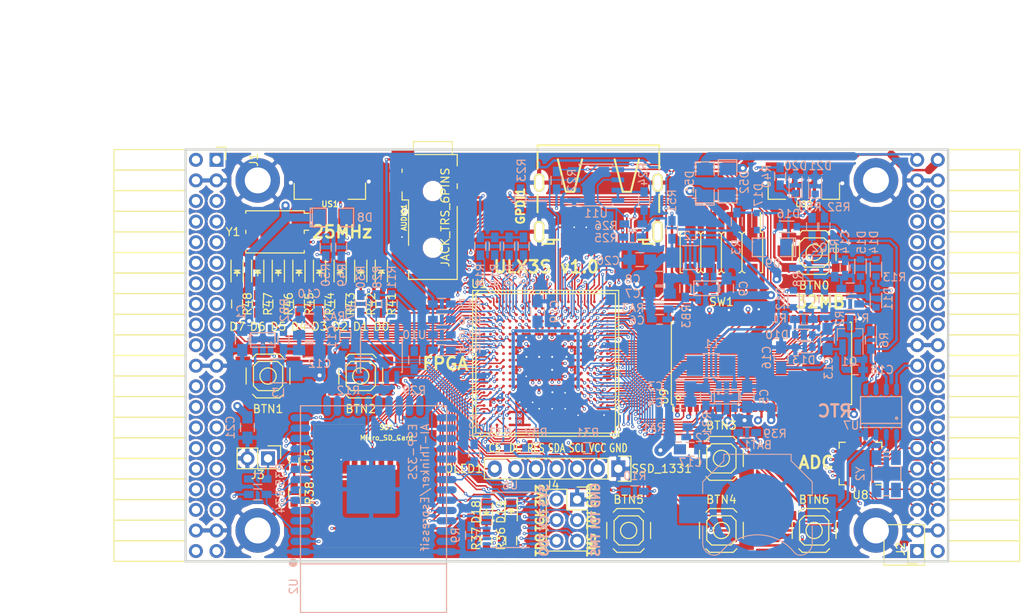
<source format=kicad_pcb>
(kicad_pcb (version 4) (host pcbnew 4.0.7+dfsg1-1)
  (layers (0 F.Cu signal) (1 In1.Cu signal) (2 In2.Cu signal) (31 B.Cu signal) (34 B.Paste user) (35 F.Paste user) (36 B.SilkS user) (37 F.SilkS user) (38 B.Mask user) (39 F.Mask user) (44 Edge.Cuts user))
  (net 0 "")
  (net 1 GND)
  (net 2 +5V)
  (net 3 /gpio/IN5V)
  (net 4 /gpio/OUT5V)
  (net 5 +3V3)
  (net 6 "Net-(L1-Pad1)")
  (net 7 "Net-(L2-Pad1)")
  (net 8 +1V2)
  (net 9 BTN_D)
  (net 10 BTN_F1)
  (net 11 BTN_F2)
  (net 12 BTN_L)
  (net 13 BTN_R)
  (net 14 BTN_U)
  (net 15 /power/FB1)
  (net 16 +2V5)
  (net 17 "Net-(L3-Pad1)")
  (net 18 /power/PWREN)
  (net 19 /power/FB3)
  (net 20 /power/FB2)
  (net 21 "Net-(D9-Pad1)")
  (net 22 /power/VBAT)
  (net 23 JTAG_TDI)
  (net 24 JTAG_TCK)
  (net 25 JTAG_TMS)
  (net 26 JTAG_TDO)
  (net 27 /power/WAKEUPn)
  (net 28 /power/WKUP)
  (net 29 /power/SHUT)
  (net 30 /power/WAKE)
  (net 31 /power/HOLD)
  (net 32 /power/WKn)
  (net 33 /power/OSCI_32k)
  (net 34 /power/OSCO_32k)
  (net 35 "Net-(Q2-Pad3)")
  (net 36 SHUTDOWN)
  (net 37 /analog/AUDIO_L)
  (net 38 /analog/AUDIO_R)
  (net 39 GPDI_5V_SCL)
  (net 40 GPDI_5V_SDA)
  (net 41 GPDI_SDA)
  (net 42 GPDI_SCL)
  (net 43 /gpdi/VREF2)
  (net 44 SD_CMD)
  (net 45 SD_CLK)
  (net 46 SD_D0)
  (net 47 SD_D1)
  (net 48 USB5V)
  (net 49 "Net-(BTN0-Pad1)")
  (net 50 GPDI_CEC)
  (net 51 nRESET)
  (net 52 FTDI_nDTR)
  (net 53 SDRAM_CKE)
  (net 54 SDRAM_A7)
  (net 55 SDRAM_D15)
  (net 56 SDRAM_BA1)
  (net 57 SDRAM_D7)
  (net 58 SDRAM_A6)
  (net 59 SDRAM_CLK)
  (net 60 SDRAM_D13)
  (net 61 SDRAM_BA0)
  (net 62 SDRAM_D6)
  (net 63 SDRAM_A5)
  (net 64 SDRAM_D14)
  (net 65 SDRAM_A11)
  (net 66 SDRAM_D12)
  (net 67 SDRAM_D5)
  (net 68 SDRAM_A4)
  (net 69 SDRAM_A10)
  (net 70 SDRAM_D11)
  (net 71 SDRAM_A3)
  (net 72 SDRAM_D4)
  (net 73 SDRAM_D10)
  (net 74 SDRAM_D9)
  (net 75 SDRAM_A9)
  (net 76 SDRAM_D3)
  (net 77 SDRAM_D8)
  (net 78 SDRAM_A8)
  (net 79 SDRAM_A2)
  (net 80 SDRAM_A1)
  (net 81 SDRAM_A0)
  (net 82 SDRAM_D2)
  (net 83 SDRAM_D1)
  (net 84 SDRAM_D0)
  (net 85 SDRAM_DQM0)
  (net 86 SDRAM_nCS)
  (net 87 SDRAM_nRAS)
  (net 88 SDRAM_DQM1)
  (net 89 SDRAM_nCAS)
  (net 90 SDRAM_nWE)
  (net 91 /flash/FLASH_nWP)
  (net 92 /flash/FLASH_nHOLD)
  (net 93 /flash/FLASH_MOSI)
  (net 94 /flash/FLASH_MISO)
  (net 95 /flash/FLASH_SCK)
  (net 96 /flash/FLASH_nCS)
  (net 97 /flash/FPGA_PROGRAMN)
  (net 98 /flash/FPGA_DONE)
  (net 99 /flash/FPGA_INITN)
  (net 100 OLED_RES)
  (net 101 OLED_DC)
  (net 102 OLED_CS)
  (net 103 WIFI_EN)
  (net 104 FTDI_nRTS)
  (net 105 FTDI_TXD)
  (net 106 FTDI_RXD)
  (net 107 WIFI_RXD)
  (net 108 WIFI_GPIO0)
  (net 109 WIFI_TXD)
  (net 110 GPDI_ETH-)
  (net 111 GPDI_ETH+)
  (net 112 GPDI_D2+)
  (net 113 GPDI_D2-)
  (net 114 GPDI_D1+)
  (net 115 GPDI_D1-)
  (net 116 GPDI_D0+)
  (net 117 GPDI_D0-)
  (net 118 GPDI_CLK+)
  (net 119 GPDI_CLK-)
  (net 120 USB_FTDI_D+)
  (net 121 USB_FTDI_D-)
  (net 122 J1_17-)
  (net 123 J1_17+)
  (net 124 J1_23-)
  (net 125 J1_23+)
  (net 126 J1_25-)
  (net 127 J1_25+)
  (net 128 J1_27-)
  (net 129 J1_27+)
  (net 130 J1_29-)
  (net 131 J1_29+)
  (net 132 J1_31-)
  (net 133 J1_31+)
  (net 134 J1_33-)
  (net 135 J1_33+)
  (net 136 J1_35-)
  (net 137 J1_35+)
  (net 138 J2_5-)
  (net 139 J2_5+)
  (net 140 J2_7-)
  (net 141 J2_7+)
  (net 142 J2_9-)
  (net 143 J2_9+)
  (net 144 J2_13-)
  (net 145 J2_13+)
  (net 146 J2_17-)
  (net 147 J2_17+)
  (net 148 J2_11-)
  (net 149 J2_11+)
  (net 150 J2_23-)
  (net 151 J2_23+)
  (net 152 J1_5-)
  (net 153 J1_5+)
  (net 154 J1_7-)
  (net 155 J1_7+)
  (net 156 J1_9-)
  (net 157 J1_9+)
  (net 158 J1_11-)
  (net 159 J1_11+)
  (net 160 J1_13-)
  (net 161 J1_13+)
  (net 162 J1_15-)
  (net 163 J1_15+)
  (net 164 J2_15-)
  (net 165 J2_15+)
  (net 166 J2_25-)
  (net 167 J2_25+)
  (net 168 J2_27-)
  (net 169 J2_27+)
  (net 170 J2_29-)
  (net 171 J2_29+)
  (net 172 J2_31-)
  (net 173 J2_31+)
  (net 174 J2_33-)
  (net 175 J2_33+)
  (net 176 J2_35-)
  (net 177 J2_35+)
  (net 178 SD_D3)
  (net 179 AUDIO_L3)
  (net 180 AUDIO_L2)
  (net 181 AUDIO_L1)
  (net 182 AUDIO_L0)
  (net 183 AUDIO_R3)
  (net 184 AUDIO_R2)
  (net 185 AUDIO_R1)
  (net 186 AUDIO_R0)
  (net 187 OLED_CLK)
  (net 188 OLED_MOSI)
  (net 189 LED0)
  (net 190 LED1)
  (net 191 LED2)
  (net 192 LED3)
  (net 193 LED4)
  (net 194 LED5)
  (net 195 LED6)
  (net 196 LED7)
  (net 197 BTN_PWRn)
  (net 198 "Net-(J3-Pad1)")
  (net 199 FTDI_nTXLED)
  (net 200 FTDI_nSLEEP)
  (net 201 /blinkey/LED_PWREN)
  (net 202 /blinkey/LED_TXLED)
  (net 203 FT3V3)
  (net 204 /sdcard/SD3V3)
  (net 205 SD_D2)
  (net 206 CLK_25MHz)
  (net 207 /blinkey/BTNPUL)
  (net 208 /blinkey/BTNPUR)
  (net 209 USB_FPGA_D+)
  (net 210 /power/FTDI_nSUSPEND)
  (net 211 /blinkey/ALED0)
  (net 212 /blinkey/ALED1)
  (net 213 /blinkey/ALED2)
  (net 214 /blinkey/ALED3)
  (net 215 /blinkey/ALED4)
  (net 216 /blinkey/ALED5)
  (net 217 /blinkey/ALED6)
  (net 218 /blinkey/ALED7)
  (net 219 /usb/FTD-)
  (net 220 /usb/FTD+)
  (net 221 ADC_MISO)
  (net 222 ADC_MOSI)
  (net 223 ADC_CSn)
  (net 224 ADC_SCLK)
  (net 225 "Net-(R51-Pad2)")
  (net 226 SW3)
  (net 227 SW2)
  (net 228 SW1)
  (net 229 SW0)
  (net 230 USB_FPGA_D-)
  (net 231 /usb/FPD+)
  (net 232 /usb/FPD-)
  (net 233 WIFI_GPIO16)
  (net 234 WIFI_GPIO15)
  (net 235 /usb/ANT_433MHz)
  (module Resistors_SMD:R_0603_HandSoldering (layer B.Cu) (at 154.044 71.326 90)
    (fp_text reference R51 (at 3.556 0 90) (layer B.SilkS) (effects (justify mirror)))
    (fp_text value 220)
    (pad 1 smd rect (at -1.1 0 90) (size 1.2 0.9) (layers B.Cu B.Paste B.Mask) (net 5 +3V3))
    (pad 2 smd rect (at 1.1 0 90) (size 1.2 0.9) (layers B.Cu B.Paste B.Mask) (net 225 "Net-(R51-Pad2)"))
  )
  (module Pin_Headers:Pin_Header_Straight_SMT_02x04 (layer F.Cu) (at 160.14 74.12 180)
    (fp_text reference SW1 (at 0 -6.096 180) (layer F.SilkS))
    (fp_text value DIPSW hide)
    (pad 1 smd rect (at -3.81 3.2 180) (size 1.27 3.6) (layers F.Cu F.Paste F.Mask) (net 226 SW3))
    (pad 2 smd rect (at -1.27 3.2 180) (size 1.27 3.6) (layers F.Cu F.Paste F.Mask) (net 227 SW2))
    (pad 3 smd rect (at 1.27 3.2 180) (size 1.27 3.6) (layers F.Cu F.Paste F.Mask) (net 228 SW1))
    (pad 4 smd rect (at 3.81 3.2 180) (size 1.27 3.6) (layers F.Cu F.Paste F.Mask) (net 229 SW0))
    (pad 5 smd rect (at 3.81 -3.2 180) (size 1.27 3.6) (layers F.Cu F.Paste F.Mask) (net 225 "Net-(R51-Pad2)"))
    (pad 6 smd rect (at 1.27 -3.2 180) (size 1.27 3.6) (layers F.Cu F.Paste F.Mask) (net 225 "Net-(R51-Pad2)"))
    (pad 7 smd rect (at -1.27 -3.2 180) (size 1.27 3.6) (layers F.Cu F.Paste F.Mask) (net 225 "Net-(R51-Pad2)"))
    (pad 8 smd rect (at -3.81 -3.2 180) (size 1.27 3.6) (layers F.Cu F.Paste F.Mask) (net 225 "Net-(R51-Pad2)"))
  )
  (module SMD_Packages:SMD-1206_Pol (layer B.Cu) (at 160.902 65.484 270)
    (fp_text reference D52 (at -0.034 -2.078 270) (layer B.SilkS) (effects (justify mirror)))
    (fp_text value 2A)
    (pad 1 smd rect (at -1.651 0 270) (size 1.524 2.032) (layers B.Cu B.Paste B.Mask) (net 4 /gpio/OUT5V))
    (pad 2 smd rect (at 1.651 0 270) (size 1.524 2.032) (layers B.Cu B.Paste B.Mask) (net 2 +5V))
  )
  (module SMD_Packages:SMD-1206_Pol (layer B.Cu) (at 158.108 65.484 90)
    (fp_text reference D51 (at 0.034 -1.878 90) (layer B.SilkS) (effects (justify mirror)))
    (fp_text value 2A)
    (pad 1 smd rect (at -1.651 0 90) (size 1.524 2.032) (layers B.Cu B.Paste B.Mask) (net 2 +5V))
    (pad 2 smd rect (at 1.651 0 90) (size 1.524 2.032) (layers B.Cu B.Paste B.Mask) (net 3 /gpio/IN5V))
  )
  (module micro-sd:MicroSD_TF02D (layer F.Cu) (at 116.87 110.52 180)
    (fp_text reference SD1 (at -1.995 14.81 180) (layer F.SilkS) (effects (font (size 0.59944 0.59944) (thickness 0.12446))))
    (fp_text value Micro_SD_Card (at -1.995 13.54 180) (layer F.SilkS) (effects (font (size 0.59944 0.59944) (thickness 0.12446))))
    (pad 1 smd rect (at 1.94 11 180) (size 0.7 1.8) (layers F.Cu F.Paste F.Mask) (net 205 SD_D2))
    (pad 2 smd rect (at 0.84 11 180) (size 0.7 1.8) (layers F.Cu F.Paste F.Mask) (net 178 SD_D3))
    (pad 3 smd rect (at -0.26 11 180) (size 0.7 1.8) (layers F.Cu F.Paste F.Mask) (net 44 SD_CMD))
    (pad 4 smd rect (at -1.36 11 180) (size 0.7 1.8) (layers F.Cu F.Paste F.Mask) (net 204 /sdcard/SD3V3))
    (pad 5 smd rect (at -2.46 11 180) (size 0.7 1.8) (layers F.Cu F.Paste F.Mask) (net 45 SD_CLK))
    (pad 6 smd rect (at -3.56 11 180) (size 0.7 1.8) (layers F.Cu F.Paste F.Mask) (net 1 GND))
    (pad 7 smd rect (at -4.66 11 180) (size 0.7 1.8) (layers F.Cu F.Paste F.Mask) (net 46 SD_D0))
    (pad 8 smd rect (at -5.76 11 180) (size 0.7 1.8) (layers F.Cu F.Paste F.Mask) (net 47 SD_D1))
    (pad S smd rect (at -5.05 0.4 180) (size 1.6 1.4) (layers F.Cu F.Paste F.Mask))
    (pad S smd rect (at 0.75 0.4 180) (size 1.8 1.4) (layers F.Cu F.Paste F.Mask))
    (pad G smd rect (at -7.45 13.55 180) (size 1.4 1.9) (layers F.Cu F.Paste F.Mask))
    (pad G smd rect (at 6.6 14.55 180) (size 1.4 1.9) (layers F.Cu F.Paste F.Mask))
  )
  (module Resistors_SMD:R_1210_HandSoldering (layer B.Cu) (at 158.87 88.09 180)
    (fp_text reference L1 (at 0 2.7 180) (layer B.SilkS) (effects (justify mirror)))
    (fp_text value 2.2uH)
    (pad 1 smd rect (at -2 0 180) (size 2 2.5) (layers B.Cu B.Paste B.Mask) (net 6 "Net-(L1-Pad1)"))
    (pad 2 smd rect (at 2 0 180) (size 2 2.5) (layers B.Cu B.Paste B.Mask) (net 8 +1V2))
  )
  (module TSOT-25:TSOT-25 (layer B.Cu) (at 160.775 91.9)
    (fp_text reference U3 (at 0 -0.5) (layer B.SilkS) (effects (font (size 0.15 0.15) (thickness 0.0375)) (justify mirror)))
    (fp_text value AP3429A)
    (pad 1 smd rect (at -0.95 -1.3) (size 0.7 1.2) (layers B.Cu B.Paste B.Mask) (net 18 /power/PWREN))
    (pad 2 smd rect (at 0 -1.3) (size 0.7 1.2) (layers B.Cu B.Paste B.Mask) (net 1 GND))
    (pad 3 smd rect (at 0.95 -1.3) (size 0.7 1.2) (layers B.Cu B.Paste B.Mask) (net 6 "Net-(L1-Pad1)"))
    (pad 4 smd rect (at 0.95 1.3) (size 0.7 1.2) (layers B.Cu B.Paste B.Mask) (net 2 +5V))
    (pad 5 smd rect (at -0.95 1.3) (size 0.7 1.2) (layers B.Cu B.Paste B.Mask) (net 15 /power/FB1))
  )
  (module Resistors_SMD:R_1210_HandSoldering (layer B.Cu) (at 156.33 74.755 180)
    (fp_text reference L2 (at 0 2.7 180) (layer B.SilkS) (effects (justify mirror)))
    (fp_text value 2.2uH)
    (pad 1 smd rect (at -2 0 180) (size 2 2.5) (layers B.Cu B.Paste B.Mask) (net 7 "Net-(L2-Pad1)"))
    (pad 2 smd rect (at 2 0 180) (size 2 2.5) (layers B.Cu B.Paste B.Mask) (net 5 +3V3))
  )
  (module TSOT-25:TSOT-25 (layer B.Cu) (at 158.235 78.535)
    (fp_text reference U4 (at 0 -0.5) (layer B.SilkS) (effects (font (size 0.15 0.15) (thickness 0.0375)) (justify mirror)))
    (fp_text value AP3429A)
    (pad 1 smd rect (at -0.95 -1.3) (size 0.7 1.2) (layers B.Cu B.Paste B.Mask) (net 18 /power/PWREN))
    (pad 2 smd rect (at 0 -1.3) (size 0.7 1.2) (layers B.Cu B.Paste B.Mask) (net 1 GND))
    (pad 3 smd rect (at 0.95 -1.3) (size 0.7 1.2) (layers B.Cu B.Paste B.Mask) (net 7 "Net-(L2-Pad1)"))
    (pad 4 smd rect (at 0.95 1.3) (size 0.7 1.2) (layers B.Cu B.Paste B.Mask) (net 2 +5V))
    (pad 5 smd rect (at -0.95 1.3) (size 0.7 1.2) (layers B.Cu B.Paste B.Mask) (net 19 /power/FB3))
  )
  (module Buttons_Switches_SMD:SW_SPST_SKQG (layer F.Cu) (at 104.26 89.36)
    (fp_text reference BTN1 (at 0 4.064) (layer F.SilkS))
    (fp_text value FIRE1)
    (pad 1 smd rect (at -3.1 -1.85) (size 1.8 1.1) (layers F.Cu F.Paste F.Mask) (net 207 /blinkey/BTNPUL))
    (pad 1 smd rect (at 3.1 -1.85) (size 1.8 1.1) (layers F.Cu F.Paste F.Mask) (net 207 /blinkey/BTNPUL))
    (pad 2 smd rect (at -3.1 1.85) (size 1.8 1.1) (layers F.Cu F.Paste F.Mask) (net 10 BTN_F1))
    (pad 2 smd rect (at 3.1 1.85) (size 1.8 1.1) (layers F.Cu F.Paste F.Mask) (net 10 BTN_F1))
  )
  (module Buttons_Switches_SMD:SW_SPST_SKQG (layer F.Cu) (at 115.69 89.36)
    (fp_text reference BTN2 (at 0 4.064) (layer F.SilkS))
    (fp_text value FIRE2)
    (pad 1 smd rect (at -3.1 -1.85) (size 1.8 1.1) (layers F.Cu F.Paste F.Mask) (net 207 /blinkey/BTNPUL))
    (pad 1 smd rect (at 3.1 -1.85) (size 1.8 1.1) (layers F.Cu F.Paste F.Mask) (net 207 /blinkey/BTNPUL))
    (pad 2 smd rect (at -3.1 1.85) (size 1.8 1.1) (layers F.Cu F.Paste F.Mask) (net 11 BTN_F2))
    (pad 2 smd rect (at 3.1 1.85) (size 1.8 1.1) (layers F.Cu F.Paste F.Mask) (net 11 BTN_F2))
  )
  (module Buttons_Switches_SMD:SW_SPST_SKQG (layer F.Cu) (at 160.14 99.52)
    (fp_text reference BTN3 (at 0 -4.064) (layer F.SilkS))
    (fp_text value UP)
    (pad 1 smd rect (at -3.1 -1.85) (size 1.8 1.1) (layers F.Cu F.Paste F.Mask) (net 208 /blinkey/BTNPUR))
    (pad 1 smd rect (at 3.1 -1.85) (size 1.8 1.1) (layers F.Cu F.Paste F.Mask) (net 208 /blinkey/BTNPUR))
    (pad 2 smd rect (at -3.1 1.85) (size 1.8 1.1) (layers F.Cu F.Paste F.Mask) (net 14 BTN_U))
    (pad 2 smd rect (at 3.1 1.85) (size 1.8 1.1) (layers F.Cu F.Paste F.Mask) (net 14 BTN_U))
  )
  (module Buttons_Switches_SMD:SW_SPST_SKQG (layer F.Cu) (at 160.14 108.41 180)
    (fp_text reference BTN4 (at 0 3.81 180) (layer F.SilkS))
    (fp_text value DOWN)
    (pad 1 smd rect (at -3.1 -1.85 180) (size 1.8 1.1) (layers F.Cu F.Paste F.Mask) (net 208 /blinkey/BTNPUR))
    (pad 1 smd rect (at 3.1 -1.85 180) (size 1.8 1.1) (layers F.Cu F.Paste F.Mask) (net 208 /blinkey/BTNPUR))
    (pad 2 smd rect (at -3.1 1.85 180) (size 1.8 1.1) (layers F.Cu F.Paste F.Mask) (net 9 BTN_D))
    (pad 2 smd rect (at 3.1 1.85 180) (size 1.8 1.1) (layers F.Cu F.Paste F.Mask) (net 9 BTN_D))
  )
  (module Buttons_Switches_SMD:SW_SPST_SKQG (layer F.Cu) (at 148.71 108.41 180)
    (fp_text reference BTN5 (at 0 3.81 180) (layer F.SilkS))
    (fp_text value LEFT)
    (pad 1 smd rect (at -3.1 -1.85 180) (size 1.8 1.1) (layers F.Cu F.Paste F.Mask) (net 208 /blinkey/BTNPUR))
    (pad 1 smd rect (at 3.1 -1.85 180) (size 1.8 1.1) (layers F.Cu F.Paste F.Mask) (net 208 /blinkey/BTNPUR))
    (pad 2 smd rect (at -3.1 1.85 180) (size 1.8 1.1) (layers F.Cu F.Paste F.Mask) (net 12 BTN_L))
    (pad 2 smd rect (at 3.1 1.85 180) (size 1.8 1.1) (layers F.Cu F.Paste F.Mask) (net 12 BTN_L))
  )
  (module Buttons_Switches_SMD:SW_SPST_SKQG (layer F.Cu) (at 171.57 108.41 180)
    (fp_text reference BTN6 (at 0 3.81 180) (layer F.SilkS))
    (fp_text value RIGHT)
    (pad 1 smd rect (at -3.1 -1.85 180) (size 1.8 1.1) (layers F.Cu F.Paste F.Mask) (net 208 /blinkey/BTNPUR))
    (pad 1 smd rect (at 3.1 -1.85 180) (size 1.8 1.1) (layers F.Cu F.Paste F.Mask) (net 208 /blinkey/BTNPUR))
    (pad 2 smd rect (at -3.1 1.85 180) (size 1.8 1.1) (layers F.Cu F.Paste F.Mask) (net 13 BTN_R))
    (pad 2 smd rect (at 3.1 1.85 180) (size 1.8 1.1) (layers F.Cu F.Paste F.Mask) (net 13 BTN_R))
  )
  (module LEDs:LED_0805 (layer F.Cu) (at 118.23 76.66 270)
    (fp_text reference D0 (at 6.604 0 360) (layer F.SilkS))
    (fp_text value LED hide)
    (pad 2 smd rect (at 1.04902 0 90) (size 1.19888 1.19888) (layers F.Cu F.Paste F.Mask) (net 211 /blinkey/ALED0))
    (pad 1 smd rect (at -1.04902 0 90) (size 1.19888 1.19888) (layers F.Cu F.Paste F.Mask) (net 1 GND))
  )
  (module LEDs:LED_0805 (layer F.Cu) (at 115.69 76.66 270)
    (fp_text reference D1 (at 6.604 0 360) (layer F.SilkS))
    (fp_text value LED hide)
    (pad 2 smd rect (at 1.04902 0 90) (size 1.19888 1.19888) (layers F.Cu F.Paste F.Mask) (net 212 /blinkey/ALED1))
    (pad 1 smd rect (at -1.04902 0 90) (size 1.19888 1.19888) (layers F.Cu F.Paste F.Mask) (net 1 GND))
  )
  (module LEDs:LED_0805 (layer F.Cu) (at 113.15 76.66 270)
    (fp_text reference D2 (at 6.604 0 360) (layer F.SilkS))
    (fp_text value LED hide)
    (pad 2 smd rect (at 1.04902 0 90) (size 1.19888 1.19888) (layers F.Cu F.Paste F.Mask) (net 213 /blinkey/ALED2))
    (pad 1 smd rect (at -1.04902 0 90) (size 1.19888 1.19888) (layers F.Cu F.Paste F.Mask) (net 1 GND))
  )
  (module LEDs:LED_0805 (layer F.Cu) (at 110.61 76.66 270)
    (fp_text reference D3 (at 6.604 0 360) (layer F.SilkS))
    (fp_text value LED hide)
    (pad 2 smd rect (at 1.04902 0 90) (size 1.19888 1.19888) (layers F.Cu F.Paste F.Mask) (net 214 /blinkey/ALED3))
    (pad 1 smd rect (at -1.04902 0 90) (size 1.19888 1.19888) (layers F.Cu F.Paste F.Mask) (net 1 GND))
  )
  (module LEDs:LED_0805 (layer F.Cu) (at 108.07 76.66 270)
    (fp_text reference D4 (at 6.604 0 360) (layer F.SilkS))
    (fp_text value LED hide)
    (pad 2 smd rect (at 1.04902 0 90) (size 1.19888 1.19888) (layers F.Cu F.Paste F.Mask) (net 215 /blinkey/ALED4))
    (pad 1 smd rect (at -1.04902 0 90) (size 1.19888 1.19888) (layers F.Cu F.Paste F.Mask) (net 1 GND))
  )
  (module LEDs:LED_0805 (layer F.Cu) (at 105.53 76.66 270)
    (fp_text reference D5 (at 6.604 0 360) (layer F.SilkS))
    (fp_text value LED hide)
    (pad 2 smd rect (at 1.04902 0 90) (size 1.19888 1.19888) (layers F.Cu F.Paste F.Mask) (net 216 /blinkey/ALED5))
    (pad 1 smd rect (at -1.04902 0 90) (size 1.19888 1.19888) (layers F.Cu F.Paste F.Mask) (net 1 GND))
  )
  (module LEDs:LED_0805 (layer F.Cu) (at 102.99 76.66 270)
    (fp_text reference D6 (at 6.604 0 360) (layer F.SilkS))
    (fp_text value LED hide)
    (pad 2 smd rect (at 1.04902 0 90) (size 1.19888 1.19888) (layers F.Cu F.Paste F.Mask) (net 217 /blinkey/ALED6))
    (pad 1 smd rect (at -1.04902 0 90) (size 1.19888 1.19888) (layers F.Cu F.Paste F.Mask) (net 1 GND))
  )
  (module LEDs:LED_0805 (layer F.Cu) (at 100.45 76.66 270)
    (fp_text reference D7 (at 6.604 0 360) (layer F.SilkS))
    (fp_text value LED hide)
    (pad 2 smd rect (at 1.04902 0 90) (size 1.19888 1.19888) (layers F.Cu F.Paste F.Mask) (net 218 /blinkey/ALED7))
    (pad 1 smd rect (at -1.04902 0 90) (size 1.19888 1.19888) (layers F.Cu F.Paste F.Mask) (net 1 GND))
  )
  (module Resistors_SMD:R_1210_HandSoldering (layer B.Cu) (at 105.53 88.725)
    (fp_text reference L3 (at 0 2.7) (layer B.SilkS) (effects (justify mirror)))
    (fp_text value 2.2uH)
    (pad 1 smd rect (at -2 0) (size 2 2.5) (layers B.Cu B.Paste B.Mask) (net 17 "Net-(L3-Pad1)"))
    (pad 2 smd rect (at 2 0) (size 2 2.5) (layers B.Cu B.Paste B.Mask) (net 16 +2V5))
  )
  (module TSOT-25:TSOT-25 (layer B.Cu) (at 103.625 84.915 180)
    (fp_text reference U5 (at 0 -0.5 180) (layer B.SilkS) (effects (font (size 0.15 0.15) (thickness 0.0375)) (justify mirror)))
    (fp_text value AP3429A)
    (pad 1 smd rect (at -0.95 -1.3 180) (size 0.7 1.2) (layers B.Cu B.Paste B.Mask) (net 18 /power/PWREN))
    (pad 2 smd rect (at 0 -1.3 180) (size 0.7 1.2) (layers B.Cu B.Paste B.Mask) (net 1 GND))
    (pad 3 smd rect (at 0.95 -1.3 180) (size 0.7 1.2) (layers B.Cu B.Paste B.Mask) (net 17 "Net-(L3-Pad1)"))
    (pad 4 smd rect (at 0.95 1.3 180) (size 0.7 1.2) (layers B.Cu B.Paste B.Mask) (net 2 +5V))
    (pad 5 smd rect (at -0.95 1.3 180) (size 0.7 1.2) (layers B.Cu B.Paste B.Mask) (net 20 /power/FB2))
  )
  (module Capacitors_SMD:C_0805_HandSoldering (layer B.Cu) (at 101.085 84.915 270)
    (fp_text reference C1 (at -3.429 0.127 270) (layer B.SilkS) (effects (justify mirror)))
    (fp_text value 22uF)
    (pad 1 smd rect (at -1.25 0 270) (size 1.5 1.25) (layers B.Cu B.Paste B.Mask) (net 2 +5V))
    (pad 2 smd rect (at 1.25 0 270) (size 1.5 1.25) (layers B.Cu B.Paste B.Mask) (net 1 GND))
  )
  (module Capacitors_SMD:C_0805_HandSoldering (layer B.Cu) (at 155.06 90.63)
    (fp_text reference C3 (at -3.048 0) (layer B.SilkS) (effects (justify mirror)))
    (fp_text value 22uF)
    (pad 1 smd rect (at -1.25 0) (size 1.5 1.25) (layers B.Cu B.Paste B.Mask) (net 8 +1V2))
    (pad 2 smd rect (at 1.25 0) (size 1.5 1.25) (layers B.Cu B.Paste B.Mask) (net 1 GND))
  )
  (module Capacitors_SMD:C_0805_HandSoldering (layer B.Cu) (at 155.06 92.535)
    (fp_text reference C4 (at -3.048 0.127) (layer B.SilkS) (effects (justify mirror)))
    (fp_text value 22uF)
    (pad 1 smd rect (at -1.25 0) (size 1.5 1.25) (layers B.Cu B.Paste B.Mask) (net 8 +1V2))
    (pad 2 smd rect (at 1.25 0) (size 1.5 1.25) (layers B.Cu B.Paste B.Mask) (net 1 GND))
  )
  (module Capacitors_SMD:C_0805_HandSoldering (layer B.Cu) (at 163.315 91.9 90)
    (fp_text reference C5 (at 0 2.1 90) (layer B.SilkS) (effects (justify mirror)))
    (fp_text value 22uF)
    (pad 1 smd rect (at -1.25 0 90) (size 1.5 1.25) (layers B.Cu B.Paste B.Mask) (net 2 +5V))
    (pad 2 smd rect (at 1.25 0 90) (size 1.5 1.25) (layers B.Cu B.Paste B.Mask) (net 1 GND))
  )
  (module Capacitors_SMD:C_0805_HandSoldering (layer B.Cu) (at 152.52 79.2)
    (fp_text reference C7 (at -3.302 0) (layer B.SilkS) (effects (justify mirror)))
    (fp_text value 22uF)
    (pad 1 smd rect (at -1.25 0) (size 1.5 1.25) (layers B.Cu B.Paste B.Mask) (net 5 +3V3))
    (pad 2 smd rect (at 1.25 0) (size 1.5 1.25) (layers B.Cu B.Paste B.Mask) (net 1 GND))
  )
  (module Capacitors_SMD:C_0805_HandSoldering (layer B.Cu) (at 152.52 77.295)
    (fp_text reference C8 (at -3.302 0.127) (layer B.SilkS) (effects (justify mirror)))
    (fp_text value 22uF)
    (pad 1 smd rect (at -1.25 0) (size 1.5 1.25) (layers B.Cu B.Paste B.Mask) (net 5 +3V3))
    (pad 2 smd rect (at 1.25 0) (size 1.5 1.25) (layers B.Cu B.Paste B.Mask) (net 1 GND))
  )
  (module Capacitors_SMD:C_0805_HandSoldering (layer B.Cu) (at 160.775 78.565 90)
    (fp_text reference C9 (at 0 2.1 90) (layer B.SilkS) (effects (justify mirror)))
    (fp_text value 22uF)
    (pad 1 smd rect (at -1.25 0 90) (size 1.5 1.25) (layers B.Cu B.Paste B.Mask) (net 2 +5V))
    (pad 2 smd rect (at 1.25 0 90) (size 1.5 1.25) (layers B.Cu B.Paste B.Mask) (net 1 GND))
  )
  (module Capacitors_SMD:C_0805_HandSoldering (layer B.Cu) (at 109.34 84.28 180)
    (fp_text reference C11 (at -2.794 -0.254 270) (layer B.SilkS) (effects (justify mirror)))
    (fp_text value 22uF)
    (pad 1 smd rect (at -1.25 0 180) (size 1.5 1.25) (layers B.Cu B.Paste B.Mask) (net 16 +2V5))
    (pad 2 smd rect (at 1.25 0 180) (size 1.5 1.25) (layers B.Cu B.Paste B.Mask) (net 1 GND))
  )
  (module Capacitors_SMD:C_0805_HandSoldering (layer B.Cu) (at 109.34 86.185 180)
    (fp_text reference C12 (at -1.27 -1.651 360) (layer B.SilkS) (effects (justify mirror)))
    (fp_text value 22uF)
    (pad 1 smd rect (at -1.25 0 180) (size 1.5 1.25) (layers B.Cu B.Paste B.Mask) (net 16 +2V5))
    (pad 2 smd rect (at 1.25 0 180) (size 1.5 1.25) (layers B.Cu B.Paste B.Mask) (net 1 GND))
  )
  (module SMD_Packages:SMD-1206_Pol (layer B.Cu) (at 112.261 69.802)
    (fp_text reference D8 (at 3.937 0) (layer B.SilkS) (effects (justify mirror)))
    (fp_text value 2A)
    (pad 1 smd rect (at -1.651 0) (size 1.524 2.032) (layers B.Cu B.Paste B.Mask) (net 2 +5V))
    (pad 2 smd rect (at 1.651 0) (size 1.524 2.032) (layers B.Cu B.Paste B.Mask) (net 48 USB5V))
  )
  (module SMD_Packages:SMD-1206_Pol (layer B.Cu) (at 166.49 73.485 180)
    (fp_text reference D9 (at 0.01 -1.965 180) (layer B.SilkS) (effects (justify mirror)))
    (fp_text value 2A)
    (pad 1 smd rect (at -1.651 0 180) (size 1.524 2.032) (layers B.Cu B.Paste B.Mask) (net 21 "Net-(D9-Pad1)"))
    (pad 2 smd rect (at 1.651 0 180) (size 1.524 2.032) (layers B.Cu B.Paste B.Mask) (net 2 +5V))
  )
  (module Power_Integrations:SO-8 (layer B.Cu) (at 179.825 93.805 180)
    (fp_text reference U7 (at 3.683 -1.651 180) (layer B.SilkS) (effects (justify mirror)))
    (fp_text value PCF8523)
    (pad 1 smd oval (at -1.905 -2.794 180) (size 0.6096 1.4732) (layers B.Cu B.Paste B.Mask) (net 33 /power/OSCI_32k))
    (pad 2 smd oval (at -0.635 -2.794 180) (size 0.6096 1.4732) (layers B.Cu B.Paste B.Mask) (net 34 /power/OSCO_32k))
    (pad 3 smd oval (at 0.635 -2.794 180) (size 0.6096 1.4732) (layers B.Cu B.Paste B.Mask) (net 22 /power/VBAT))
    (pad 4 smd oval (at 1.905 -2.794 180) (size 0.6096 1.4732) (layers B.Cu B.Paste B.Mask) (net 1 GND))
    (pad 5 smd oval (at 1.905 2.794 180) (size 0.6096 1.4732) (layers B.Cu B.Paste B.Mask) (net 41 GPDI_SDA))
    (pad 6 smd oval (at 0.635 2.794 180) (size 0.6096 1.4732) (layers B.Cu B.Paste B.Mask) (net 42 GPDI_SCL))
    (pad 7 smd oval (at -0.635 2.794 180) (size 0.6096 1.4732) (layers B.Cu B.Paste B.Mask) (net 27 /power/WAKEUPn))
    (pad 8 smd oval (at -1.905 2.794 180) (size 0.6096 1.4732) (layers B.Cu B.Paste B.Mask) (net 5 +3V3))
  )
  (module Capacitors_SMD:C_0805_HandSoldering (layer B.Cu) (at 173.221 84.788 90)
    (fp_text reference C13 (at -3.556 0.127 90) (layer B.SilkS) (effects (justify mirror)))
    (fp_text value 2.2uF)
    (pad 1 smd rect (at -1.25 0 90) (size 1.5 1.25) (layers B.Cu B.Paste B.Mask) (net 2 +5V))
    (pad 2 smd rect (at 1.25 0 90) (size 1.5 1.25) (layers B.Cu B.Paste B.Mask) (net 28 /power/WKUP))
  )
  (module Diodes_SMD:D_0805 (layer B.Cu) (at 170.3 84.28)
    (fp_text reference D10 (at -3.302 0) (layer B.SilkS) (effects (justify mirror)))
    (fp_text value 1N4148)
    (pad 1 smd rect (at -1.05 0) (size 0.8 0.9) (layers B.Cu B.Paste B.Mask) (net 30 /power/WAKE))
    (pad 2 smd rect (at 1.05 0) (size 0.8 0.9) (layers B.Cu B.Paste B.Mask) (net 28 /power/WKUP))
  )
  (module Diodes_SMD:D_0805 (layer B.Cu) (at 179.19 79.835 90)
    (fp_text reference D11 (at 0 1.524 90) (layer B.SilkS) (effects (justify mirror)))
    (fp_text value 1N4148)
    (pad 1 smd rect (at -1.05 0 90) (size 0.8 0.9) (layers B.Cu B.Paste B.Mask) (net 31 /power/HOLD))
    (pad 2 smd rect (at 1.05 0 90) (size 0.8 0.9) (layers B.Cu B.Paste B.Mask) (net 5 +3V3))
  )
  (module Diodes_SMD:D_0805 (layer B.Cu) (at 177.285 76.025 270)
    (fp_text reference D15 (at -3.175 -0.127 270) (layer B.SilkS) (effects (justify mirror)))
    (fp_text value BAT42)
    (pad 1 smd rect (at -1.05 0 270) (size 0.8 0.9) (layers B.Cu B.Paste B.Mask) (net 29 /power/SHUT))
    (pad 2 smd rect (at 1.05 0 270) (size 0.8 0.9) (layers B.Cu B.Paste B.Mask) (net 36 SHUTDOWN))
  )
  (module Diodes_SMD:D_0805 (layer B.Cu) (at 169.03 79.835 90)
    (fp_text reference D12 (at 0 -1.6 90) (layer B.SilkS) (effects (justify mirror)))
    (fp_text value 1N4148)
    (pad 1 smd rect (at -1.05 0 90) (size 0.8 0.9) (layers B.Cu B.Paste B.Mask) (net 18 /power/PWREN))
    (pad 2 smd rect (at 1.05 0 90) (size 0.8 0.9) (layers B.Cu B.Paste B.Mask) (net 210 /power/FTDI_nSUSPEND))
  )
  (module TSOP54:TSOP54 (layer F.Cu) (at 165.08 87.8 90)
    (fp_text reference U9 (at -4.1 -12 90) (layer F.SilkS))
    (fp_text value MT48LC16M16A2TG)
    (pad 28 smd rect (at 5.53 10.4 90) (size 0.9 0.56) (layers F.Cu F.Paste F.Mask) (net 1 GND))
    (pad 1 smd rect (at -5.53 -10.4 90) (size 0.9 0.56) (layers F.Cu F.Paste F.Mask) (net 5 +3V3))
    (pad 2 smd rect (at -5.53 -9.6 90) (size 0.9 0.56) (layers F.Cu F.Paste F.Mask) (net 84 SDRAM_D0))
    (pad 3 smd rect (at -5.53 -8.8 90) (size 0.9 0.56) (layers F.Cu F.Paste F.Mask) (net 5 +3V3))
    (pad 4 smd rect (at -5.53 -8 90) (size 0.9 0.56) (layers F.Cu F.Paste F.Mask) (net 83 SDRAM_D1))
    (pad 5 smd rect (at -5.53 -7.2 90) (size 0.9 0.56) (layers F.Cu F.Paste F.Mask) (net 82 SDRAM_D2))
    (pad 6 smd rect (at -5.53 -6.4 90) (size 0.9 0.56) (layers F.Cu F.Paste F.Mask) (net 1 GND))
    (pad 7 smd rect (at -5.53 -5.6 90) (size 0.9 0.56) (layers F.Cu F.Paste F.Mask) (net 76 SDRAM_D3))
    (pad 8 smd rect (at -5.53 -4.8 90) (size 0.9 0.56) (layers F.Cu F.Paste F.Mask) (net 72 SDRAM_D4))
    (pad 9 smd rect (at -5.53 -4 90) (size 0.9 0.56) (layers F.Cu F.Paste F.Mask) (net 5 +3V3))
    (pad 10 smd rect (at -5.53 -3.2 90) (size 0.9 0.56) (layers F.Cu F.Paste F.Mask) (net 67 SDRAM_D5))
    (pad 11 smd rect (at -5.53 -2.4 90) (size 0.9 0.56) (layers F.Cu F.Paste F.Mask) (net 62 SDRAM_D6))
    (pad 12 smd rect (at -5.53 -1.6 90) (size 0.9 0.56) (layers F.Cu F.Paste F.Mask) (net 1 GND))
    (pad 13 smd rect (at -5.53 -0.8 90) (size 0.9 0.56) (layers F.Cu F.Paste F.Mask) (net 57 SDRAM_D7))
    (pad 14 smd rect (at -5.53 0 90) (size 0.9 0.56) (layers F.Cu F.Paste F.Mask) (net 5 +3V3))
    (pad 15 smd rect (at -5.53 0.8 90) (size 0.9 0.56) (layers F.Cu F.Paste F.Mask) (net 85 SDRAM_DQM0))
    (pad 16 smd rect (at -5.53 1.6 90) (size 0.9 0.56) (layers F.Cu F.Paste F.Mask) (net 90 SDRAM_nWE))
    (pad 17 smd rect (at -5.53 2.4 90) (size 0.9 0.56) (layers F.Cu F.Paste F.Mask) (net 89 SDRAM_nCAS))
    (pad 18 smd rect (at -5.53 3.2 90) (size 0.9 0.56) (layers F.Cu F.Paste F.Mask) (net 87 SDRAM_nRAS))
    (pad 19 smd rect (at -5.53 4 90) (size 0.9 0.56) (layers F.Cu F.Paste F.Mask) (net 86 SDRAM_nCS))
    (pad 20 smd rect (at -5.53 4.8 90) (size 0.9 0.56) (layers F.Cu F.Paste F.Mask) (net 61 SDRAM_BA0))
    (pad 21 smd rect (at -5.53 5.6 90) (size 0.9 0.56) (layers F.Cu F.Paste F.Mask) (net 56 SDRAM_BA1))
    (pad 22 smd rect (at -5.53 6.4 90) (size 0.9 0.56) (layers F.Cu F.Paste F.Mask) (net 69 SDRAM_A10))
    (pad 23 smd rect (at -5.53 7.2 90) (size 0.9 0.56) (layers F.Cu F.Paste F.Mask) (net 81 SDRAM_A0))
    (pad 24 smd rect (at -5.53 8 90) (size 0.9 0.56) (layers F.Cu F.Paste F.Mask) (net 80 SDRAM_A1))
    (pad 25 smd rect (at -5.53 8.8 90) (size 0.9 0.56) (layers F.Cu F.Paste F.Mask) (net 79 SDRAM_A2))
    (pad 26 smd rect (at -5.53 9.6 90) (size 0.9 0.56) (layers F.Cu F.Paste F.Mask) (net 71 SDRAM_A3))
    (pad 27 smd rect (at -5.53 10.4 90) (size 0.9 0.56) (layers F.Cu F.Paste F.Mask) (net 5 +3V3))
    (pad 29 smd rect (at 5.53 9.6 90) (size 0.9 0.56) (layers F.Cu F.Paste F.Mask) (net 68 SDRAM_A4))
    (pad 30 smd rect (at 5.53 8.8 90) (size 0.9 0.56) (layers F.Cu F.Paste F.Mask) (net 63 SDRAM_A5))
    (pad 31 smd rect (at 5.53 8 90) (size 0.9 0.56) (layers F.Cu F.Paste F.Mask) (net 58 SDRAM_A6))
    (pad 32 smd rect (at 5.53 7.2 90) (size 0.9 0.56) (layers F.Cu F.Paste F.Mask) (net 54 SDRAM_A7))
    (pad 33 smd rect (at 5.53 6.4 90) (size 0.9 0.56) (layers F.Cu F.Paste F.Mask) (net 78 SDRAM_A8))
    (pad 34 smd rect (at 5.53 5.6 90) (size 0.9 0.56) (layers F.Cu F.Paste F.Mask) (net 75 SDRAM_A9))
    (pad 35 smd rect (at 5.53 4.8 90) (size 0.9 0.56) (layers F.Cu F.Paste F.Mask) (net 65 SDRAM_A11))
    (pad 36 smd rect (at 5.53 4 90) (size 0.9 0.56) (layers F.Cu F.Paste F.Mask))
    (pad 37 smd rect (at 5.53 3.2 90) (size 0.9 0.56) (layers F.Cu F.Paste F.Mask) (net 53 SDRAM_CKE))
    (pad 38 smd rect (at 5.53 2.4 90) (size 0.9 0.56) (layers F.Cu F.Paste F.Mask) (net 59 SDRAM_CLK))
    (pad 39 smd rect (at 5.53 1.6 90) (size 0.9 0.56) (layers F.Cu F.Paste F.Mask) (net 88 SDRAM_DQM1))
    (pad 40 smd rect (at 5.53 0.8 90) (size 0.9 0.56) (layers F.Cu F.Paste F.Mask))
    (pad 41 smd rect (at 5.53 0 90) (size 0.9 0.56) (layers F.Cu F.Paste F.Mask) (net 1 GND))
    (pad 42 smd rect (at 5.53 -0.8 90) (size 0.9 0.56) (layers F.Cu F.Paste F.Mask) (net 77 SDRAM_D8))
    (pad 43 smd rect (at 5.53 -1.6 90) (size 0.9 0.56) (layers F.Cu F.Paste F.Mask) (net 5 +3V3))
    (pad 44 smd rect (at 5.53 -2.4 90) (size 0.9 0.56) (layers F.Cu F.Paste F.Mask) (net 74 SDRAM_D9))
    (pad 45 smd rect (at 5.53 -3.2 90) (size 0.9 0.56) (layers F.Cu F.Paste F.Mask) (net 73 SDRAM_D10))
    (pad 46 smd rect (at 5.53 -4 90) (size 0.9 0.56) (layers F.Cu F.Paste F.Mask) (net 1 GND))
    (pad 47 smd rect (at 5.53 -4.8 90) (size 0.9 0.56) (layers F.Cu F.Paste F.Mask) (net 70 SDRAM_D11))
    (pad 48 smd rect (at 5.53 -5.6 90) (size 0.9 0.56) (layers F.Cu F.Paste F.Mask) (net 66 SDRAM_D12))
    (pad 49 smd rect (at 5.53 -6.4 90) (size 0.9 0.56) (layers F.Cu F.Paste F.Mask) (net 5 +3V3))
    (pad 50 smd rect (at 5.53 -7.2 90) (size 0.9 0.56) (layers F.Cu F.Paste F.Mask) (net 60 SDRAM_D13))
    (pad 51 smd rect (at 5.53 -8 90) (size 0.9 0.56) (layers F.Cu F.Paste F.Mask) (net 64 SDRAM_D14))
    (pad 52 smd rect (at 5.53 -8.8 90) (size 0.9 0.56) (layers F.Cu F.Paste F.Mask) (net 1 GND))
    (pad 53 smd rect (at 5.53 -9.6 90) (size 0.9 0.56) (layers F.Cu F.Paste F.Mask) (net 55 SDRAM_D15))
    (pad 54 smd rect (at 5.53 -10.4 90) (size 0.9 0.56) (layers F.Cu F.Paste F.Mask) (net 1 GND))
  )
  (module TO_SOT_Packages_SMD:SOT-23_Handsoldering (layer B.Cu) (at 176.015 84.28 90)
    (fp_text reference Q1 (at -3.302 -0.127 180) (layer B.SilkS) (effects (justify mirror)))
    (fp_text value BC857)
    (pad 1 smd rect (at -1.5 0.95 90) (size 1.9 0.8) (layers B.Cu B.Paste B.Mask) (net 32 /power/WKn))
    (pad 2 smd rect (at -1.5 -0.95 90) (size 1.9 0.8) (layers B.Cu B.Paste B.Mask) (net 2 +5V))
    (pad 3 smd rect (at 1.5 0 90) (size 1.9 0.8) (layers B.Cu B.Paste B.Mask) (net 28 /power/WKUP))
  )
  (module TO_SOT_Packages_SMD:SOT-23_Handsoldering (layer B.Cu) (at 170.935 76.025 180)
    (fp_text reference Q2 (at -1.295 2.5 180) (layer B.SilkS) (effects (justify mirror)))
    (fp_text value 2N7002)
    (pad 1 smd rect (at -1.5 0.95 180) (size 1.9 0.8) (layers B.Cu B.Paste B.Mask) (net 29 /power/SHUT))
    (pad 2 smd rect (at -1.5 -0.95 180) (size 1.9 0.8) (layers B.Cu B.Paste B.Mask) (net 1 GND))
    (pad 3 smd rect (at 1.5 0 180) (size 1.9 0.8) (layers B.Cu B.Paste B.Mask) (net 35 "Net-(Q2-Pad3)"))
  )
  (module Capacitors_SMD:C_0603_HandSoldering (layer B.Cu) (at 154.86 96.91)
    (fp_text reference C2 (at 2.994 0.07) (layer B.SilkS) (effects (justify mirror)))
    (fp_text value 470pF)
    (pad 1 smd rect (at -0.95 0) (size 1.2 0.75) (layers B.Cu B.Paste B.Mask) (net 8 +1V2))
    (pad 2 smd rect (at 0.95 0) (size 1.2 0.75) (layers B.Cu B.Paste B.Mask) (net 15 /power/FB1))
  )
  (module Capacitors_SMD:C_0603_HandSoldering (layer B.Cu) (at 152.52 82.375)
    (fp_text reference C6 (at -2.794 0.127) (layer B.SilkS) (effects (justify mirror)))
    (fp_text value 470pF)
    (pad 1 smd rect (at -0.95 0) (size 1.2 0.75) (layers B.Cu B.Paste B.Mask) (net 5 +3V3))
    (pad 2 smd rect (at 0.95 0) (size 1.2 0.75) (layers B.Cu B.Paste B.Mask) (net 19 /power/FB3))
  )
  (module Capacitors_SMD:C_0603_HandSoldering (layer B.Cu) (at 109.34 81.105 180)
    (fp_text reference C10 (at 0 1.9 180) (layer B.SilkS) (effects (justify mirror)))
    (fp_text value 470pF)
    (pad 1 smd rect (at -0.95 0 180) (size 1.2 0.75) (layers B.Cu B.Paste B.Mask) (net 16 +2V5))
    (pad 2 smd rect (at 0.95 0 180) (size 1.2 0.75) (layers B.Cu B.Paste B.Mask) (net 20 /power/FB2))
  )
  (module Capacitors_SMD:C_0603_HandSoldering (layer B.Cu) (at 175.38 76.025 270)
    (fp_text reference C14 (at -3.175 0 270) (layer B.SilkS) (effects (justify mirror)))
    (fp_text value 100nF)
    (pad 1 smd rect (at -0.95 0 270) (size 1.2 0.75) (layers B.Cu B.Paste B.Mask) (net 29 /power/SHUT))
    (pad 2 smd rect (at 0.95 0 270) (size 1.2 0.75) (layers B.Cu B.Paste B.Mask) (net 1 GND))
  )
  (module Resistors_SMD:R_0603_HandSoldering (layer B.Cu) (at 170.3 82.375)
    (fp_text reference R1 (at -3.048 -0.127) (layer B.SilkS) (effects (justify mirror)))
    (fp_text value 15k)
    (pad 1 smd rect (at -1.1 0) (size 1.2 0.9) (layers B.Cu B.Paste B.Mask) (net 30 /power/WAKE))
    (pad 2 smd rect (at 1.1 0) (size 1.2 0.9) (layers B.Cu B.Paste B.Mask) (net 18 /power/PWREN))
  )
  (module Resistors_SMD:R_0603_HandSoldering (layer B.Cu) (at 172.84 79.835 90)
    (fp_text reference R2 (at -2.413 1.9 90) (layer B.SilkS) (effects (justify mirror)))
    (fp_text value 47k)
    (pad 1 smd rect (at -1.1 0 90) (size 1.2 0.9) (layers B.Cu B.Paste B.Mask) (net 18 /power/PWREN))
    (pad 2 smd rect (at 1.1 0 90) (size 1.2 0.9) (layers B.Cu B.Paste B.Mask) (net 1 GND))
  )
  (module Resistors_SMD:R_0603_HandSoldering (layer B.Cu) (at 176.015 80.47 180)
    (fp_text reference R4 (at -1.397 -1.778 360) (layer B.SilkS) (effects (justify mirror)))
    (fp_text value 15k)
    (pad 1 smd rect (at -1.1 0 180) (size 1.2 0.9) (layers B.Cu B.Paste B.Mask) (net 31 /power/HOLD))
    (pad 2 smd rect (at 1.1 0 180) (size 1.2 0.9) (layers B.Cu B.Paste B.Mask) (net 18 /power/PWREN))
  )
  (module Resistors_SMD:R_0603_HandSoldering (layer B.Cu) (at 174.11 76.025 270)
    (fp_text reference R5 (at -2.667 0 270) (layer B.SilkS) (effects (justify mirror)))
    (fp_text value 4.7M)
    (pad 1 smd rect (at -1.1 0 270) (size 1.2 0.9) (layers B.Cu B.Paste B.Mask) (net 29 /power/SHUT))
    (pad 2 smd rect (at 1.1 0 270) (size 1.2 0.9) (layers B.Cu B.Paste B.Mask) (net 1 GND))
  )
  (module Resistors_SMD:R_0603_HandSoldering (layer B.Cu) (at 178.555 84.915 270)
    (fp_text reference R6 (at 0 -1.651 270) (layer B.SilkS) (effects (justify mirror)))
    (fp_text value 1k)
    (pad 1 smd rect (at -1.1 0 270) (size 1.2 0.9) (layers B.Cu B.Paste B.Mask) (net 32 /power/WKn))
    (pad 2 smd rect (at 1.1 0 270) (size 1.2 0.9) (layers B.Cu B.Paste B.Mask) (net 27 /power/WAKEUPn))
  )
  (module Resistors_SMD:R_0603_HandSoldering (layer B.Cu) (at 113.785 84.28 270)
    (fp_text reference R7 (at -2.794 -0.635 270) (layer B.SilkS) (effects (justify mirror)))
    (fp_text value 220)
    (pad 1 smd rect (at -1.1 0 270) (size 1.2 0.9) (layers B.Cu B.Paste B.Mask) (net 5 +3V3))
    (pad 2 smd rect (at 1.1 0 270) (size 1.2 0.9) (layers B.Cu B.Paste B.Mask) (net 207 /blinkey/BTNPUL))
  )
  (module Resistors_SMD:R_0603_HandSoldering (layer B.Cu) (at 170.935 79.835 90)
    (fp_text reference R8 (at 2.413 -1.397 90) (layer B.SilkS) (effects (justify mirror)))
    (fp_text value 1k)
    (pad 1 smd rect (at -1.1 0 90) (size 1.2 0.9) (layers B.Cu B.Paste B.Mask) (net 18 /power/PWREN))
    (pad 2 smd rect (at 1.1 0 90) (size 1.2 0.9) (layers B.Cu B.Paste B.Mask) (net 35 "Net-(Q2-Pad3)"))
  )
  (module Resistors_SMD:R_0603_HandSoldering (layer B.Cu) (at 129.28 109 270)
    (fp_text reference R9 (at 0 1.9 270) (layer B.SilkS) (effects (justify mirror)))
    (fp_text value 15k)
    (pad 1 smd rect (at -1.1 0 270) (size 1.2 0.9) (layers B.Cu B.Paste B.Mask) (net 51 nRESET))
    (pad 2 smd rect (at 1.1 0 270) (size 1.2 0.9) (layers B.Cu B.Paste B.Mask) (net 203 FT3V3))
  )
  (module Resistors_SMD:R_0603_HandSoldering (layer B.Cu) (at 149.472 103.584 180)
    (fp_text reference R10 (at 0 1.9 180) (layer B.SilkS) (effects (justify mirror)))
    (fp_text value 220)
    (pad 1 smd rect (at -1.1 0 180) (size 1.2 0.9) (layers B.Cu B.Paste B.Mask) (net 210 /power/FTDI_nSUSPEND))
    (pad 2 smd rect (at 1.1 0 180) (size 1.2 0.9) (layers B.Cu B.Paste B.Mask) (net 200 FTDI_nSLEEP))
  )
  (module Resistors_SMD:R_0603_HandSoldering (layer B.Cu) (at 176.015 78.565 180)
    (fp_text reference R13 (at -5.461 1.397 180) (layer B.SilkS) (effects (justify mirror)))
    (fp_text value 15k)
    (pad 1 smd rect (at -1.1 0 180) (size 1.2 0.9) (layers B.Cu B.Paste B.Mask) (net 36 SHUTDOWN))
    (pad 2 smd rect (at 1.1 0 180) (size 1.2 0.9) (layers B.Cu B.Paste B.Mask) (net 1 GND))
  )
  (module Resistors_SMD:R_0603_HandSoldering (layer B.Cu) (at 154.86 95.64)
    (fp_text reference RA1 (at -3.102 0.07) (layer B.SilkS) (effects (justify mirror)))
    (fp_text value 15k)
    (pad 1 smd rect (at -1.1 0) (size 1.2 0.9) (layers B.Cu B.Paste B.Mask) (net 8 +1V2))
    (pad 2 smd rect (at 1.1 0) (size 1.2 0.9) (layers B.Cu B.Paste B.Mask) (net 15 /power/FB1))
  )
  (module Resistors_SMD:R_0603_HandSoldering (layer B.Cu) (at 109.34 82.375 180)
    (fp_text reference RA2 (at -3.048 0.381 360) (layer B.SilkS) (effects (justify mirror)))
    (fp_text value 15k)
    (pad 1 smd rect (at -1.1 0 180) (size 1.2 0.9) (layers B.Cu B.Paste B.Mask) (net 16 +2V5))
    (pad 2 smd rect (at 1.1 0 180) (size 1.2 0.9) (layers B.Cu B.Paste B.Mask) (net 20 /power/FB2))
  )
  (module Resistors_SMD:R_0603_HandSoldering (layer B.Cu) (at 152.52 81.105)
    (fp_text reference RA3 (at -3.302 -0.127) (layer B.SilkS) (effects (justify mirror)))
    (fp_text value 15k)
    (pad 1 smd rect (at -1.1 0) (size 1.2 0.9) (layers B.Cu B.Paste B.Mask) (net 5 +3V3))
    (pad 2 smd rect (at 1.1 0) (size 1.2 0.9) (layers B.Cu B.Paste B.Mask) (net 19 /power/FB3))
  )
  (module Resistors_SMD:R_0603_HandSoldering (layer B.Cu) (at 158.235 91.9 270)
    (fp_text reference RB1 (at 3.302 -0.127 270) (layer B.SilkS) (effects (justify mirror)))
    (fp_text value 15k)
    (pad 1 smd rect (at -1.1 0 270) (size 1.2 0.9) (layers B.Cu B.Paste B.Mask) (net 1 GND))
    (pad 2 smd rect (at 1.1 0 270) (size 1.2 0.9) (layers B.Cu B.Paste B.Mask) (net 15 /power/FB1))
  )
  (module Resistors_SMD:R_0603_HandSoldering (layer B.Cu) (at 106.165 84.915 90)
    (fp_text reference RB2 (at 3.683 0.127 90) (layer B.SilkS) (effects (justify mirror)))
    (fp_text value 4.7k)
    (pad 1 smd rect (at -1.1 0 90) (size 1.2 0.9) (layers B.Cu B.Paste B.Mask) (net 1 GND))
    (pad 2 smd rect (at 1.1 0 90) (size 1.2 0.9) (layers B.Cu B.Paste B.Mask) (net 20 /power/FB2))
  )
  (module Resistors_SMD:R_0603_HandSoldering (layer B.Cu) (at 155.695 78.565 270)
    (fp_text reference RB3 (at 3.429 -0.127 270) (layer B.SilkS) (effects (justify mirror)))
    (fp_text value 3.3k)
    (pad 1 smd rect (at -1.1 0 270) (size 1.2 0.9) (layers B.Cu B.Paste B.Mask) (net 1 GND))
    (pad 2 smd rect (at 1.1 0 270) (size 1.2 0.9) (layers B.Cu B.Paste B.Mask) (net 19 /power/FB3))
  )
  (module Resistors_SMD:R_0603_HandSoldering (layer B.Cu) (at 125.682 86.185 180)
    (fp_text reference R14 (at -3.47 0.127 180) (layer B.SilkS) (effects (justify mirror)))
    (fp_text value 800)
    (pad 1 smd rect (at -1.1 0 180) (size 1.2 0.9) (layers B.Cu B.Paste B.Mask) (net 179 AUDIO_L3))
    (pad 2 smd rect (at 1.1 0 180) (size 1.2 0.9) (layers B.Cu B.Paste B.Mask) (net 37 /analog/AUDIO_L))
  )
  (module Resistors_SMD:R_0603_HandSoldering (layer B.Cu) (at 125.682 84.279 180)
    (fp_text reference R15 (at -3.47 -0.001 180) (layer B.SilkS) (effects (justify mirror)))
    (fp_text value 400)
    (pad 1 smd rect (at -1.1 0 180) (size 1.2 0.9) (layers B.Cu B.Paste B.Mask) (net 180 AUDIO_L2))
    (pad 2 smd rect (at 1.1 0 180) (size 1.2 0.9) (layers B.Cu B.Paste B.Mask) (net 37 /analog/AUDIO_L))
  )
  (module Resistors_SMD:R_0603_HandSoldering (layer B.Cu) (at 125.682 82.375 180)
    (fp_text reference R16 (at -3.47 -0.127 180) (layer B.SilkS) (effects (justify mirror)))
    (fp_text value 200)
    (pad 1 smd rect (at -1.1 0 180) (size 1.2 0.9) (layers B.Cu B.Paste B.Mask) (net 181 AUDIO_L1))
    (pad 2 smd rect (at 1.1 0 180) (size 1.2 0.9) (layers B.Cu B.Paste B.Mask) (net 37 /analog/AUDIO_L))
  )
  (module Resistors_SMD:R_0603_HandSoldering (layer B.Cu) (at 125.682 80.47 180)
    (fp_text reference R17 (at -3.47 0 180) (layer B.SilkS) (effects (justify mirror)))
    (fp_text value 100)
    (pad 1 smd rect (at -1.1 0 180) (size 1.2 0.9) (layers B.Cu B.Paste B.Mask) (net 182 AUDIO_L0))
    (pad 2 smd rect (at 1.1 0 180) (size 1.2 0.9) (layers B.Cu B.Paste B.Mask) (net 37 /analog/AUDIO_L))
  )
  (module Resistors_SMD:R_0603_HandSoldering (layer B.Cu) (at 130.422 73.358 90)
    (fp_text reference R18 (at -3.556 0 90) (layer B.SilkS) (effects (justify mirror)))
    (fp_text value 800)
    (pad 1 smd rect (at -1.1 0 90) (size 1.2 0.9) (layers B.Cu B.Paste B.Mask) (net 183 AUDIO_R3))
    (pad 2 smd rect (at 1.1 0 90) (size 1.2 0.9) (layers B.Cu B.Paste B.Mask) (net 38 /analog/AUDIO_R))
  )
  (module Resistors_SMD:R_0603_HandSoldering (layer B.Cu) (at 132.2 73.358 90)
    (fp_text reference R19 (at -3.556 0 90) (layer B.SilkS) (effects (justify mirror)))
    (fp_text value 400)
    (pad 1 smd rect (at -1.1 0 90) (size 1.2 0.9) (layers B.Cu B.Paste B.Mask) (net 184 AUDIO_R2))
    (pad 2 smd rect (at 1.1 0 90) (size 1.2 0.9) (layers B.Cu B.Paste B.Mask) (net 38 /analog/AUDIO_R))
  )
  (module Resistors_SMD:R_0603_HandSoldering (layer B.Cu) (at 133.978 73.358 90)
    (fp_text reference R20 (at -3.556 0 90) (layer B.SilkS) (effects (justify mirror)))
    (fp_text value 200)
    (pad 1 smd rect (at -1.1 0 90) (size 1.2 0.9) (layers B.Cu B.Paste B.Mask) (net 185 AUDIO_R1))
    (pad 2 smd rect (at 1.1 0 90) (size 1.2 0.9) (layers B.Cu B.Paste B.Mask) (net 38 /analog/AUDIO_R))
  )
  (module Resistors_SMD:R_0603_HandSoldering (layer B.Cu) (at 135.756 73.358 90)
    (fp_text reference R21 (at -3.556 0 90) (layer B.SilkS) (effects (justify mirror)))
    (fp_text value 100)
    (pad 1 smd rect (at -1.1 0 90) (size 1.2 0.9) (layers B.Cu B.Paste B.Mask) (net 186 AUDIO_R0))
    (pad 2 smd rect (at 1.1 0 90) (size 1.2 0.9) (layers B.Cu B.Paste B.Mask) (net 38 /analog/AUDIO_R))
  )
  (module Housings_SOIC:SOIC-8_3.9x4.9mm_Pitch1.27mm (layer B.Cu) (at 118.23 86.82 270)
    (fp_text reference U10 (at -2.54 -4.064 360) (layer B.SilkS) (effects (justify mirror)))
    (fp_text value S25FL164K0XMFI011)
    (pad 1 smd rect (at -2.7 1.905 270) (size 1.55 0.6) (layers B.Cu B.Paste B.Mask) (net 96 /flash/FLASH_nCS))
    (pad 2 smd rect (at -2.7 0.635 270) (size 1.55 0.6) (layers B.Cu B.Paste B.Mask) (net 94 /flash/FLASH_MISO))
    (pad 3 smd rect (at -2.7 -0.635 270) (size 1.55 0.6) (layers B.Cu B.Paste B.Mask) (net 91 /flash/FLASH_nWP))
    (pad 4 smd rect (at -2.7 -1.905 270) (size 1.55 0.6) (layers B.Cu B.Paste B.Mask) (net 1 GND))
    (pad 5 smd rect (at 2.7 -1.905 270) (size 1.55 0.6) (layers B.Cu B.Paste B.Mask) (net 93 /flash/FLASH_MOSI))
    (pad 6 smd rect (at 2.7 -0.635 270) (size 1.55 0.6) (layers B.Cu B.Paste B.Mask) (net 95 /flash/FLASH_SCK))
    (pad 7 smd rect (at 2.7 0.635 270) (size 1.55 0.6) (layers B.Cu B.Paste B.Mask) (net 92 /flash/FLASH_nHOLD))
    (pad 8 smd rect (at 2.7 1.905 270) (size 1.55 0.6) (layers B.Cu B.Paste B.Mask) (net 5 +3V3))
  )
  (module Capacitors_SMD:C_0603_HandSoldering (layer B.Cu) (at 176.65 88.598)
    (fp_text reference C18 (at 3.302 0) (layer B.SilkS) (effects (justify mirror)))
    (fp_text value 100nF)
    (pad 1 smd rect (at -0.95 0) (size 1.2 0.75) (layers B.Cu B.Paste B.Mask) (net 2 +5V))
    (pad 2 smd rect (at 0.95 0) (size 1.2 0.75) (layers B.Cu B.Paste B.Mask) (net 1 GND))
  )
  (module Housings_SOIC:SOIC-8_3.9x4.9mm_Pitch1.27mm (layer B.Cu) (at 144.68 65.8)
    (fp_text reference U11 (at 0 3.5) (layer B.SilkS) (effects (justify mirror)))
    (fp_text value PCA9306DCTR)
    (pad 1 smd rect (at -2.7 1.905) (size 1.55 0.6) (layers B.Cu B.Paste B.Mask) (net 1 GND))
    (pad 2 smd rect (at -2.7 0.635) (size 1.55 0.6) (layers B.Cu B.Paste B.Mask) (net 5 +3V3))
    (pad 3 smd rect (at -2.7 -0.635) (size 1.55 0.6) (layers B.Cu B.Paste B.Mask) (net 42 GPDI_SCL))
    (pad 4 smd rect (at -2.7 -1.905) (size 1.55 0.6) (layers B.Cu B.Paste B.Mask) (net 41 GPDI_SDA))
    (pad 5 smd rect (at 2.7 -1.905) (size 1.55 0.6) (layers B.Cu B.Paste B.Mask) (net 40 GPDI_5V_SDA))
    (pad 6 smd rect (at 2.7 -0.635) (size 1.55 0.6) (layers B.Cu B.Paste B.Mask) (net 39 GPDI_5V_SCL))
    (pad 7 smd rect (at 2.7 0.635) (size 1.55 0.6) (layers B.Cu B.Paste B.Mask) (net 43 /gpdi/VREF2))
    (pad 8 smd rect (at 2.7 1.905) (size 1.55 0.6) (layers B.Cu B.Paste B.Mask) (net 43 /gpdi/VREF2))
  )
  (module Diodes_SMD:D_0805 (layer B.Cu) (at 170.3 85.804 180)
    (fp_text reference D13 (at 0 -1.6 180) (layer B.SilkS) (effects (justify mirror)))
    (fp_text value 1N4148)
    (pad 1 smd rect (at -1.05 0 180) (size 0.8 0.9) (layers B.Cu B.Paste B.Mask) (net 28 /power/WKUP))
    (pad 2 smd rect (at 1.05 0 180) (size 0.8 0.9) (layers B.Cu B.Paste B.Mask) (net 1 GND))
  )
  (module Diodes_SMD:D_0805 (layer B.Cu) (at 179.19 76.025 90)
    (fp_text reference D14 (at 3.175 -0.254 90) (layer B.SilkS) (effects (justify mirror)))
    (fp_text value 1N4148)
    (pad 1 smd rect (at -1.05 0 90) (size 0.8 0.9) (layers B.Cu B.Paste B.Mask) (net 5 +3V3))
    (pad 2 smd rect (at 1.05 0 90) (size 0.8 0.9) (layers B.Cu B.Paste B.Mask) (net 29 /power/SHUT))
  )
  (module ESP32-footprints-Lib:ESP-32S (layer B.Cu) (at 117.313 101.513)
    (fp_text reference U2 (at -9.9 13.8 90) (layer B.SilkS) (effects (justify mirror)))
    (fp_text value ESP-32S)
    (fp_text user AI-Thinker/Espressif (at 6.3 1.6 270) (layer B.SilkS) (effects (justify mirror)))
    (fp_text user ESP-32S (at 4.8 -2.8 270) (layer B.SilkS) (effects (justify mirror)))
    (pad 38 smd oval (at 8.947434 9.517338 180) (size 2.5 0.9) (layers B.Cu B.Paste B.Mask) (net 1 GND))
    (pad 37 smd oval (at 8.947434 8.247338 180) (size 2.5 0.9) (layers B.Cu B.Paste B.Mask))
    (pad 36 smd oval (at 8.947434 6.977338 180) (size 2.5 0.9) (layers B.Cu B.Paste B.Mask))
    (pad 35 smd oval (at 8.947434 5.707338 180) (size 2.5 0.9) (layers B.Cu B.Paste B.Mask) (net 109 WIFI_TXD))
    (pad 34 smd oval (at 8.947434 4.437338 180) (size 2.5 0.9) (layers B.Cu B.Paste B.Mask) (net 107 WIFI_RXD))
    (pad 33 smd oval (at 8.947434 3.167338 180) (size 2.5 0.9) (layers B.Cu B.Paste B.Mask) (net 25 JTAG_TMS))
    (pad 32 smd oval (at 8.947434 1.897338 180) (size 2.5 0.9) (layers B.Cu B.Paste B.Mask))
    (pad 31 smd oval (at 8.947434 0.627338 180) (size 2.5 0.9) (layers B.Cu B.Paste B.Mask) (net 23 JTAG_TDI))
    (pad 30 smd oval (at 8.947434 -0.642662 180) (size 2.5 0.9) (layers B.Cu B.Paste B.Mask) (net 24 JTAG_TCK))
    (pad 29 smd oval (at 8.947434 -1.912662 180) (size 2.5 0.9) (layers B.Cu B.Paste B.Mask))
    (pad 28 smd oval (at 8.947434 -3.182662 180) (size 2.5 0.9) (layers B.Cu B.Paste B.Mask) (net 26 JTAG_TDO))
    (pad 27 smd oval (at 8.947434 -4.452662 180) (size 2.5 0.9) (layers B.Cu B.Paste B.Mask) (net 233 WIFI_GPIO16))
    (pad 26 smd oval (at 8.947434 -5.722662 180) (size 2.5 0.9) (layers B.Cu B.Paste B.Mask))
    (pad 25 smd oval (at 8.947434 -6.992662 180) (size 2.5 0.9) (layers B.Cu B.Paste B.Mask) (net 108 WIFI_GPIO0))
    (pad 24 smd oval (at 5.662434 -8.482662 180) (size 0.9 2.5) (layers B.Cu B.Paste B.Mask))
    (pad 23 smd oval (at 4.392434 -8.482662 180) (size 0.9 2.5) (layers B.Cu B.Paste B.Mask) (net 234 WIFI_GPIO15))
    (pad 22 smd oval (at 3.122434 -8.482662 180) (size 0.9 2.5) (layers B.Cu B.Paste B.Mask) (net 47 SD_D1))
    (pad 21 smd oval (at 1.852434 -8.482662 180) (size 0.9 2.5) (layers B.Cu B.Paste B.Mask) (net 46 SD_D0))
    (pad 20 smd oval (at 0.582434 -8.482662 180) (size 0.9 2.5) (layers B.Cu B.Paste B.Mask) (net 45 SD_CLK))
    (pad 19 smd oval (at -0.687566 -8.482662 180) (size 0.9 2.5) (layers B.Cu B.Paste B.Mask) (net 44 SD_CMD))
    (pad 18 smd oval (at -1.957566 -8.482662 180) (size 0.9 2.5) (layers B.Cu B.Paste B.Mask))
    (pad 17 smd oval (at -3.227566 -8.482662 180) (size 0.9 2.5) (layers B.Cu B.Paste B.Mask))
    (pad 16 smd oval (at -4.497566 -8.482662 180) (size 0.9 2.5) (layers B.Cu B.Paste B.Mask) (net 128 J1_27-))
    (pad 15 smd oval (at -5.767566 -8.482662 180) (size 0.9 2.5) (layers B.Cu B.Paste B.Mask))
    (pad 14 smd oval (at -9.052566 -6.992662 180) (size 2.5 0.9) (layers B.Cu B.Paste B.Mask) (net 129 J1_27+))
    (pad 13 smd oval (at -9.052566 -5.722662 180) (size 2.5 0.9) (layers B.Cu B.Paste B.Mask) (net 130 J1_29-))
    (pad 12 smd oval (at -9.052566 -4.452662 180) (size 2.5 0.9) (layers B.Cu B.Paste B.Mask) (net 131 J1_29+))
    (pad 11 smd oval (at -9.052566 -3.182662 180) (size 2.5 0.9) (layers B.Cu B.Paste B.Mask) (net 132 J1_31-))
    (pad 10 smd oval (at -9.052566 -1.912662 180) (size 2.5 0.9) (layers B.Cu B.Paste B.Mask) (net 133 J1_31+))
    (pad 9 smd oval (at -9.052566 -0.642662 180) (size 2.5 0.9) (layers B.Cu B.Paste B.Mask) (net 134 J1_33-))
    (pad 8 smd oval (at -9.052566 0.627338 180) (size 2.5 0.9) (layers B.Cu B.Paste B.Mask) (net 135 J1_33+))
    (pad 7 smd oval (at -9.052566 1.897338 180) (size 2.5 0.9) (layers B.Cu B.Paste B.Mask) (net 136 J1_35-))
    (pad 6 smd oval (at -9.052566 3.167338 180) (size 2.5 0.9) (layers B.Cu B.Paste B.Mask) (net 137 J1_35+))
    (pad 5 smd oval (at -9.052566 4.437338 180) (size 2.5 0.9) (layers B.Cu B.Paste B.Mask))
    (pad 4 smd oval (at -9.052566 5.707338 180) (size 2.5 0.9) (layers B.Cu B.Paste B.Mask))
    (pad 3 smd oval (at -9.052566 6.977338 180) (size 2.5 0.9) (layers B.Cu B.Paste B.Mask) (net 103 WIFI_EN))
    (pad 2 smd oval (at -9.052566 8.247338 180) (size 2.5 0.9) (layers B.Cu B.Paste B.Mask) (net 5 +3V3))
    (pad 1 smd oval (at -9.052566 9.517338 180) (size 2.5 0.9) (layers B.Cu B.Paste B.Mask) (net 1 GND))
    (pad 39 smd rect (at -0.352566 1.817338 180) (size 6 6) (layers B.Cu B.Paste B.Mask) (net 1 GND))
  )
  (module Socket_Strips:Socket_Strip_Angled_2x20 (layer F.Cu) (at 97.91 62.69 270)
    (fp_text reference J1 (at 0 -4.6 270) (layer F.SilkS))
    (fp_text value CONN_02X20 hide)
    (pad 1 thru_hole rect (at 0 0 270) (size 1.7272 1.7272) (drill 1.016) (layers *.Cu *.Mask) (net 5 +3V3))
    (pad 2 thru_hole oval (at 0 2.54 270) (size 1.7272 1.7272) (drill 1.016) (layers *.Cu *.Mask) (net 5 +3V3))
    (pad 3 thru_hole oval (at 2.54 0 270) (size 1.7272 1.7272) (drill 1.016) (layers *.Cu *.Mask) (net 1 GND))
    (pad 4 thru_hole oval (at 2.54 2.54 270) (size 1.7272 1.7272) (drill 1.016) (layers *.Cu *.Mask) (net 1 GND))
    (pad 5 thru_hole oval (at 5.08 0 270) (size 1.7272 1.7272) (drill 1.016) (layers *.Cu *.Mask) (net 152 J1_5-))
    (pad 6 thru_hole oval (at 5.08 2.54 270) (size 1.7272 1.7272) (drill 1.016) (layers *.Cu *.Mask) (net 153 J1_5+))
    (pad 7 thru_hole oval (at 7.62 0 270) (size 1.7272 1.7272) (drill 1.016) (layers *.Cu *.Mask) (net 154 J1_7-))
    (pad 8 thru_hole oval (at 7.62 2.54 270) (size 1.7272 1.7272) (drill 1.016) (layers *.Cu *.Mask) (net 155 J1_7+))
    (pad 9 thru_hole oval (at 10.16 0 270) (size 1.7272 1.7272) (drill 1.016) (layers *.Cu *.Mask) (net 156 J1_9-))
    (pad 10 thru_hole oval (at 10.16 2.54 270) (size 1.7272 1.7272) (drill 1.016) (layers *.Cu *.Mask) (net 157 J1_9+))
    (pad 11 thru_hole oval (at 12.7 0 270) (size 1.7272 1.7272) (drill 1.016) (layers *.Cu *.Mask) (net 158 J1_11-))
    (pad 12 thru_hole oval (at 12.7 2.54 270) (size 1.7272 1.7272) (drill 1.016) (layers *.Cu *.Mask) (net 159 J1_11+))
    (pad 13 thru_hole oval (at 15.24 0 270) (size 1.7272 1.7272) (drill 1.016) (layers *.Cu *.Mask) (net 160 J1_13-))
    (pad 14 thru_hole oval (at 15.24 2.54 270) (size 1.7272 1.7272) (drill 1.016) (layers *.Cu *.Mask) (net 161 J1_13+))
    (pad 15 thru_hole oval (at 17.78 0 270) (size 1.7272 1.7272) (drill 1.016) (layers *.Cu *.Mask) (net 162 J1_15-))
    (pad 16 thru_hole oval (at 17.78 2.54 270) (size 1.7272 1.7272) (drill 1.016) (layers *.Cu *.Mask) (net 163 J1_15+))
    (pad 17 thru_hole oval (at 20.32 0 270) (size 1.7272 1.7272) (drill 1.016) (layers *.Cu *.Mask) (net 122 J1_17-))
    (pad 18 thru_hole oval (at 20.32 2.54 270) (size 1.7272 1.7272) (drill 1.016) (layers *.Cu *.Mask) (net 123 J1_17+))
    (pad 19 thru_hole oval (at 22.86 0 270) (size 1.7272 1.7272) (drill 1.016) (layers *.Cu *.Mask) (net 5 +3V3))
    (pad 20 thru_hole oval (at 22.86 2.54 270) (size 1.7272 1.7272) (drill 1.016) (layers *.Cu *.Mask) (net 5 +3V3))
    (pad 21 thru_hole oval (at 25.4 0 270) (size 1.7272 1.7272) (drill 1.016) (layers *.Cu *.Mask) (net 1 GND))
    (pad 22 thru_hole oval (at 25.4 2.54 270) (size 1.7272 1.7272) (drill 1.016) (layers *.Cu *.Mask) (net 1 GND))
    (pad 23 thru_hole oval (at 27.94 0 270) (size 1.7272 1.7272) (drill 1.016) (layers *.Cu *.Mask) (net 124 J1_23-))
    (pad 24 thru_hole oval (at 27.94 2.54 270) (size 1.7272 1.7272) (drill 1.016) (layers *.Cu *.Mask) (net 125 J1_23+))
    (pad 25 thru_hole oval (at 30.48 0 270) (size 1.7272 1.7272) (drill 1.016) (layers *.Cu *.Mask) (net 126 J1_25-))
    (pad 26 thru_hole oval (at 30.48 2.54 270) (size 1.7272 1.7272) (drill 1.016) (layers *.Cu *.Mask) (net 127 J1_25+))
    (pad 27 thru_hole oval (at 33.02 0 270) (size 1.7272 1.7272) (drill 1.016) (layers *.Cu *.Mask) (net 128 J1_27-))
    (pad 28 thru_hole oval (at 33.02 2.54 270) (size 1.7272 1.7272) (drill 1.016) (layers *.Cu *.Mask) (net 129 J1_27+))
    (pad 29 thru_hole oval (at 35.56 0 270) (size 1.7272 1.7272) (drill 1.016) (layers *.Cu *.Mask) (net 130 J1_29-))
    (pad 30 thru_hole oval (at 35.56 2.54 270) (size 1.7272 1.7272) (drill 1.016) (layers *.Cu *.Mask) (net 131 J1_29+))
    (pad 31 thru_hole oval (at 38.1 0 270) (size 1.7272 1.7272) (drill 1.016) (layers *.Cu *.Mask) (net 132 J1_31-))
    (pad 32 thru_hole oval (at 38.1 2.54 270) (size 1.7272 1.7272) (drill 1.016) (layers *.Cu *.Mask) (net 133 J1_31+))
    (pad 33 thru_hole oval (at 40.64 0 270) (size 1.7272 1.7272) (drill 1.016) (layers *.Cu *.Mask) (net 134 J1_33-))
    (pad 34 thru_hole oval (at 40.64 2.54 270) (size 1.7272 1.7272) (drill 1.016) (layers *.Cu *.Mask) (net 135 J1_33+))
    (pad 35 thru_hole oval (at 43.18 0 270) (size 1.7272 1.7272) (drill 1.016) (layers *.Cu *.Mask) (net 136 J1_35-))
    (pad 36 thru_hole oval (at 43.18 2.54 270) (size 1.7272 1.7272) (drill 1.016) (layers *.Cu *.Mask) (net 137 J1_35+))
    (pad 37 thru_hole oval (at 45.72 0 270) (size 1.7272 1.7272) (drill 1.016) (layers *.Cu *.Mask) (net 1 GND))
    (pad 38 thru_hole oval (at 45.72 2.54 270) (size 1.7272 1.7272) (drill 1.016) (layers *.Cu *.Mask) (net 1 GND))
    (pad 39 thru_hole oval (at 48.26 0 270) (size 1.7272 1.7272) (drill 1.016) (layers *.Cu *.Mask) (net 5 +3V3))
    (pad 40 thru_hole oval (at 48.26 2.54 270) (size 1.7272 1.7272) (drill 1.016) (layers *.Cu *.Mask) (net 5 +3V3))
  )
  (module Socket_Strips:Socket_Strip_Angled_2x20 (layer F.Cu) (at 184.27 110.95 90)
    (fp_text reference J2 (at 0.254 -2.032 90) (layer F.SilkS))
    (fp_text value CONN_02X20 hide)
    (pad 1 thru_hole rect (at 0 0 90) (size 1.7272 1.7272) (drill 1.016) (layers *.Cu *.Mask) (net 5 +3V3))
    (pad 2 thru_hole oval (at 0 2.54 90) (size 1.7272 1.7272) (drill 1.016) (layers *.Cu *.Mask) (net 5 +3V3))
    (pad 3 thru_hole oval (at 2.54 0 90) (size 1.7272 1.7272) (drill 1.016) (layers *.Cu *.Mask) (net 1 GND))
    (pad 4 thru_hole oval (at 2.54 2.54 90) (size 1.7272 1.7272) (drill 1.016) (layers *.Cu *.Mask) (net 1 GND))
    (pad 5 thru_hole oval (at 5.08 0 90) (size 1.7272 1.7272) (drill 1.016) (layers *.Cu *.Mask) (net 138 J2_5-))
    (pad 6 thru_hole oval (at 5.08 2.54 90) (size 1.7272 1.7272) (drill 1.016) (layers *.Cu *.Mask) (net 139 J2_5+))
    (pad 7 thru_hole oval (at 7.62 0 90) (size 1.7272 1.7272) (drill 1.016) (layers *.Cu *.Mask) (net 140 J2_7-))
    (pad 8 thru_hole oval (at 7.62 2.54 90) (size 1.7272 1.7272) (drill 1.016) (layers *.Cu *.Mask) (net 141 J2_7+))
    (pad 9 thru_hole oval (at 10.16 0 90) (size 1.7272 1.7272) (drill 1.016) (layers *.Cu *.Mask) (net 142 J2_9-))
    (pad 10 thru_hole oval (at 10.16 2.54 90) (size 1.7272 1.7272) (drill 1.016) (layers *.Cu *.Mask) (net 143 J2_9+))
    (pad 11 thru_hole oval (at 12.7 0 90) (size 1.7272 1.7272) (drill 1.016) (layers *.Cu *.Mask) (net 148 J2_11-))
    (pad 12 thru_hole oval (at 12.7 2.54 90) (size 1.7272 1.7272) (drill 1.016) (layers *.Cu *.Mask) (net 149 J2_11+))
    (pad 13 thru_hole oval (at 15.24 0 90) (size 1.7272 1.7272) (drill 1.016) (layers *.Cu *.Mask) (net 144 J2_13-))
    (pad 14 thru_hole oval (at 15.24 2.54 90) (size 1.7272 1.7272) (drill 1.016) (layers *.Cu *.Mask) (net 145 J2_13+))
    (pad 15 thru_hole oval (at 17.78 0 90) (size 1.7272 1.7272) (drill 1.016) (layers *.Cu *.Mask) (net 164 J2_15-))
    (pad 16 thru_hole oval (at 17.78 2.54 90) (size 1.7272 1.7272) (drill 1.016) (layers *.Cu *.Mask) (net 165 J2_15+))
    (pad 17 thru_hole oval (at 20.32 0 90) (size 1.7272 1.7272) (drill 1.016) (layers *.Cu *.Mask) (net 146 J2_17-))
    (pad 18 thru_hole oval (at 20.32 2.54 90) (size 1.7272 1.7272) (drill 1.016) (layers *.Cu *.Mask) (net 147 J2_17+))
    (pad 19 thru_hole oval (at 22.86 0 90) (size 1.7272 1.7272) (drill 1.016) (layers *.Cu *.Mask) (net 5 +3V3))
    (pad 20 thru_hole oval (at 22.86 2.54 90) (size 1.7272 1.7272) (drill 1.016) (layers *.Cu *.Mask) (net 5 +3V3))
    (pad 21 thru_hole oval (at 25.4 0 90) (size 1.7272 1.7272) (drill 1.016) (layers *.Cu *.Mask) (net 1 GND))
    (pad 22 thru_hole oval (at 25.4 2.54 90) (size 1.7272 1.7272) (drill 1.016) (layers *.Cu *.Mask) (net 1 GND))
    (pad 23 thru_hole oval (at 27.94 0 90) (size 1.7272 1.7272) (drill 1.016) (layers *.Cu *.Mask) (net 150 J2_23-))
    (pad 24 thru_hole oval (at 27.94 2.54 90) (size 1.7272 1.7272) (drill 1.016) (layers *.Cu *.Mask) (net 151 J2_23+))
    (pad 25 thru_hole oval (at 30.48 0 90) (size 1.7272 1.7272) (drill 1.016) (layers *.Cu *.Mask) (net 166 J2_25-))
    (pad 26 thru_hole oval (at 30.48 2.54 90) (size 1.7272 1.7272) (drill 1.016) (layers *.Cu *.Mask) (net 167 J2_25+))
    (pad 27 thru_hole oval (at 33.02 0 90) (size 1.7272 1.7272) (drill 1.016) (layers *.Cu *.Mask) (net 168 J2_27-))
    (pad 28 thru_hole oval (at 33.02 2.54 90) (size 1.7272 1.7272) (drill 1.016) (layers *.Cu *.Mask) (net 169 J2_27+))
    (pad 29 thru_hole oval (at 35.56 0 90) (size 1.7272 1.7272) (drill 1.016) (layers *.Cu *.Mask) (net 170 J2_29-))
    (pad 30 thru_hole oval (at 35.56 2.54 90) (size 1.7272 1.7272) (drill 1.016) (layers *.Cu *.Mask) (net 171 J2_29+))
    (pad 31 thru_hole oval (at 38.1 0 90) (size 1.7272 1.7272) (drill 1.016) (layers *.Cu *.Mask) (net 172 J2_31-))
    (pad 32 thru_hole oval (at 38.1 2.54 90) (size 1.7272 1.7272) (drill 1.016) (layers *.Cu *.Mask) (net 173 J2_31+))
    (pad 33 thru_hole oval (at 40.64 0 90) (size 1.7272 1.7272) (drill 1.016) (layers *.Cu *.Mask) (net 174 J2_33-))
    (pad 34 thru_hole oval (at 40.64 2.54 90) (size 1.7272 1.7272) (drill 1.016) (layers *.Cu *.Mask) (net 175 J2_33+))
    (pad 35 thru_hole oval (at 43.18 0 90) (size 1.7272 1.7272) (drill 1.016) (layers *.Cu *.Mask) (net 176 J2_35-))
    (pad 36 thru_hole oval (at 43.18 2.54 90) (size 1.7272 1.7272) (drill 1.016) (layers *.Cu *.Mask) (net 177 J2_35+))
    (pad 37 thru_hole oval (at 45.72 0 90) (size 1.7272 1.7272) (drill 1.016) (layers *.Cu *.Mask) (net 1 GND))
    (pad 38 thru_hole oval (at 45.72 2.54 90) (size 1.7272 1.7272) (drill 1.016) (layers *.Cu *.Mask) (net 1 GND))
    (pad 39 thru_hole oval (at 48.26 0 90) (size 1.7272 1.7272) (drill 1.016) (layers *.Cu *.Mask) (net 3 /gpio/IN5V))
    (pad 40 thru_hole oval (at 48.26 2.54 90) (size 1.7272 1.7272) (drill 1.016) (layers *.Cu *.Mask) (net 4 /gpio/OUT5V))
  )
  (module Mounting_Holes:MountingHole_3.2mm_M3_ISO14580_Pad (layer F.Cu) (at 102.99 108.41)
    (fp_text reference H1 hide)
    (fp_text value HOLE hide)
    (pad 1 thru_hole circle (at 0 0) (size 5.5 5.5) (drill 3.2) (layers *.Cu *.Mask) (net 1 GND))
  )
  (module Mounting_Holes:MountingHole_3.2mm_M3_ISO14580_Pad (layer F.Cu) (at 179.19 108.41)
    (fp_text reference H2 hide)
    (fp_text value HOLE hide)
    (pad 1 thru_hole circle (at 0 0) (size 5.5 5.5) (drill 3.2) (layers *.Cu *.Mask) (net 1 GND))
  )
  (module Mounting_Holes:MountingHole_3.2mm_M3_ISO14580_Pad (layer F.Cu) (at 179.19 65.23)
    (fp_text reference H3 hide)
    (fp_text value HOLE hide)
    (pad 1 thru_hole circle (at 0 0) (size 5.5 5.5) (drill 3.2) (layers *.Cu *.Mask) (net 1 GND))
  )
  (module Mounting_Holes:MountingHole_3.2mm_M3_ISO14580_Pad (layer F.Cu) (at 102.99 65.23)
    (fp_text reference H4 hide)
    (fp_text value HOLE hide)
    (pad 1 thru_hole circle (at 0 0) (size 5.5 5.5) (drill 3.2) (layers *.Cu *.Mask) (net 1 GND))
  )
  (module Buttons_Switches_SMD:SW_SPST_SKQG (layer F.Cu) (at 171.57 74.12 180)
    (fp_text reference BTN0 (at 0 -4.064 180) (layer F.SilkS))
    (fp_text value POWER)
    (pad 1 smd rect (at -3.1 -1.85 180) (size 1.8 1.1) (layers F.Cu F.Paste F.Mask) (net 49 "Net-(BTN0-Pad1)"))
    (pad 1 smd rect (at 3.1 -1.85 180) (size 1.8 1.1) (layers F.Cu F.Paste F.Mask) (net 49 "Net-(BTN0-Pad1)"))
    (pad 2 smd rect (at -3.1 1.85 180) (size 1.8 1.1) (layers F.Cu F.Paste F.Mask) (net 1 GND))
    (pad 2 smd rect (at 3.1 1.85 180) (size 1.8 1.1) (layers F.Cu F.Paste F.Mask) (net 1 GND))
  )
  (module Diodes_SMD:D_0805 (layer B.Cu) (at 168.395 70.945)
    (fp_text reference D16 (at 0 -1.6) (layer B.SilkS) (effects (justify mirror)))
    (fp_text value 1N4148)
    (pad 1 smd rect (at -1.05 0) (size 0.8 0.9) (layers B.Cu B.Paste B.Mask) (net 49 "Net-(BTN0-Pad1)"))
    (pad 2 smd rect (at 1.05 0) (size 0.8 0.9) (layers B.Cu B.Paste B.Mask) (net 27 /power/WAKEUPn))
  )
  (module Diodes_SMD:D_0805 (layer B.Cu) (at 164.585 70.31 270)
    (fp_text reference D17 (at -3.302 -0.127 270) (layer B.SilkS) (effects (justify mirror)))
    (fp_text value 1N4148)
    (pad 1 smd rect (at -1.05 0 270) (size 0.8 0.9) (layers B.Cu B.Paste B.Mask) (net 49 "Net-(BTN0-Pad1)"))
    (pad 2 smd rect (at 1.05 0 270) (size 0.8 0.9) (layers B.Cu B.Paste B.Mask) (net 197 BTN_PWRn))
  )
  (module Resistors_SMD:R_0603_HandSoldering (layer B.Cu) (at 162.045 70.31 90)
    (fp_text reference R3 (at -3.14 -0.065 90) (layer B.SilkS) (effects (justify mirror)))
    (fp_text value 4.7k)
    (pad 1 smd rect (at -1.1 0 90) (size 1.2 0.9) (layers B.Cu B.Paste B.Mask) (net 2 +5V))
    (pad 2 smd rect (at 1.1 0 90) (size 1.2 0.9) (layers B.Cu B.Paste B.Mask) (net 49 "Net-(BTN0-Pad1)"))
  )
  (module Resistors_SMD:R_0603_HandSoldering (layer B.Cu) (at 139.82 65.23 90)
    (fp_text reference R22 (at 0 1.9 90) (layer B.SilkS) (effects (justify mirror)))
    (fp_text value 2.2k)
    (pad 1 smd rect (at -1.1 0 90) (size 1.2 0.9) (layers B.Cu B.Paste B.Mask) (net 5 +3V3))
    (pad 2 smd rect (at 1.1 0 90) (size 1.2 0.9) (layers B.Cu B.Paste B.Mask) (net 41 GPDI_SDA))
  )
  (module Resistors_SMD:R_0603_HandSoldering (layer B.Cu) (at 135.375 67.432 90)
    (fp_text reference R23 (at 3.472 0.127 90) (layer B.SilkS) (effects (justify mirror)))
    (fp_text value 2.2k)
    (pad 1 smd rect (at -1.1 0 90) (size 1.2 0.9) (layers B.Cu B.Paste B.Mask) (net 5 +3V3))
    (pad 2 smd rect (at 1.1 0 90) (size 1.2 0.9) (layers B.Cu B.Paste B.Mask) (net 42 GPDI_SCL))
  )
  (module Resistors_SMD:R_0603_HandSoldering (layer B.Cu) (at 150.615 67.77 90)
    (fp_text reference R24 (at 3.302 -0.127 90) (layer B.SilkS) (effects (justify mirror)))
    (fp_text value 100k)
    (pad 1 smd rect (at -1.1 0 90) (size 1.2 0.9) (layers B.Cu B.Paste B.Mask) (net 2 +5V))
    (pad 2 smd rect (at 1.1 0 90) (size 1.2 0.9) (layers B.Cu B.Paste B.Mask) (net 43 /gpdi/VREF2))
  )
  (module Resistors_SMD:R_0603_HandSoldering (layer B.Cu) (at 149.175 72.215 180)
    (fp_text reference R25 (at 3.259 -0.127 180) (layer B.SilkS) (effects (justify mirror)))
    (fp_text value 470)
    (pad 1 smd rect (at -1.1 0 180) (size 1.2 0.9) (layers B.Cu B.Paste B.Mask) (net 2 +5V))
    (pad 2 smd rect (at 1.1 0 180) (size 1.2 0.9) (layers B.Cu B.Paste B.Mask) (net 39 GPDI_5V_SCL))
  )
  (module Resistors_SMD:R_0603_HandSoldering (layer B.Cu) (at 149.28 70.6 180)
    (fp_text reference R26 (at 3.364 -0.218 180) (layer B.SilkS) (effects (justify mirror)))
    (fp_text value 470)
    (pad 1 smd rect (at -1.1 0 180) (size 1.2 0.9) (layers B.Cu B.Paste B.Mask) (net 2 +5V))
    (pad 2 smd rect (at 1.1 0 180) (size 1.2 0.9) (layers B.Cu B.Paste B.Mask) (net 40 GPDI_5V_SDA))
  )
  (module Housings_SSOP:SSOP-20_4.4x6.5mm_Pitch0.65mm (layer B.Cu) (at 134.105 107.14 180)
    (fp_text reference U6 (at 0 4.3 180) (layer B.SilkS) (effects (justify mirror)))
    (fp_text value FT231XS)
    (pad 1 smd rect (at -2.9 2.925 180) (size 1 0.4) (layers B.Cu B.Paste B.Mask) (net 52 FTDI_nDTR))
    (pad 2 smd rect (at -2.9 2.275 180) (size 1 0.4) (layers B.Cu B.Paste B.Mask) (net 104 FTDI_nRTS))
    (pad 3 smd rect (at -2.9 1.625 180) (size 1 0.4) (layers B.Cu B.Paste B.Mask) (net 203 FT3V3))
    (pad 4 smd rect (at -2.9 0.975 180) (size 1 0.4) (layers B.Cu B.Paste B.Mask) (net 106 FTDI_RXD))
    (pad 5 smd rect (at -2.9 0.325 180) (size 1 0.4) (layers B.Cu B.Paste B.Mask) (net 23 JTAG_TDI))
    (pad 6 smd rect (at -2.9 -0.325 180) (size 1 0.4) (layers B.Cu B.Paste B.Mask) (net 1 GND))
    (pad 7 smd rect (at -2.9 -0.975 180) (size 1 0.4) (layers B.Cu B.Paste B.Mask) (net 24 JTAG_TCK))
    (pad 8 smd rect (at -2.9 -1.625 180) (size 1 0.4) (layers B.Cu B.Paste B.Mask) (net 25 JTAG_TMS))
    (pad 9 smd rect (at -2.9 -2.275 180) (size 1 0.4) (layers B.Cu B.Paste B.Mask) (net 26 JTAG_TDO))
    (pad 10 smd rect (at -2.9 -2.925 180) (size 1 0.4) (layers B.Cu B.Paste B.Mask) (net 199 FTDI_nTXLED))
    (pad 11 smd rect (at 2.9 -2.925 180) (size 1 0.4) (layers B.Cu B.Paste B.Mask) (net 120 USB_FTDI_D+))
    (pad 12 smd rect (at 2.9 -2.275 180) (size 1 0.4) (layers B.Cu B.Paste B.Mask) (net 121 USB_FTDI_D-))
    (pad 13 smd rect (at 2.9 -1.625 180) (size 1 0.4) (layers B.Cu B.Paste B.Mask) (net 203 FT3V3))
    (pad 14 smd rect (at 2.9 -0.975 180) (size 1 0.4) (layers B.Cu B.Paste B.Mask) (net 51 nRESET))
    (pad 15 smd rect (at 2.9 -0.325 180) (size 1 0.4) (layers B.Cu B.Paste B.Mask) (net 2 +5V))
    (pad 16 smd rect (at 2.9 0.325 180) (size 1 0.4) (layers B.Cu B.Paste B.Mask) (net 1 GND))
    (pad 17 smd rect (at 2.9 0.975 180) (size 1 0.4) (layers B.Cu B.Paste B.Mask))
    (pad 18 smd rect (at 2.9 1.625 180) (size 1 0.4) (layers B.Cu B.Paste B.Mask))
    (pad 19 smd rect (at 2.9 2.275 180) (size 1 0.4) (layers B.Cu B.Paste B.Mask) (net 200 FTDI_nSLEEP))
    (pad 20 smd rect (at 2.9 2.925 180) (size 1 0.4) (layers B.Cu B.Paste B.Mask) (net 105 FTDI_TXD))
  )
  (module Resistors_SMD:R_0603_HandSoldering (layer B.Cu) (at 119.5 80.47 270)
    (fp_text reference R11 (at -3.302 0 270) (layer B.SilkS) (effects (justify mirror)))
    (fp_text value 10k)
    (pad 1 smd rect (at -1.1 0 270) (size 1.2 0.9) (layers B.Cu B.Paste B.Mask) (net 5 +3V3))
    (pad 2 smd rect (at 1.1 0 270) (size 1.2 0.9) (layers B.Cu B.Paste B.Mask) (net 91 /flash/FLASH_nWP))
  )
  (module Resistors_SMD:R_0603_HandSoldering (layer B.Cu) (at 114.48 88.4 90)
    (fp_text reference R12 (at -2.738 -0.314 180) (layer B.SilkS) (effects (justify mirror)))
    (fp_text value 10k)
    (pad 1 smd rect (at -1.1 0 90) (size 1.2 0.9) (layers B.Cu B.Paste B.Mask) (net 5 +3V3))
    (pad 2 smd rect (at 1.1 0 90) (size 1.2 0.9) (layers B.Cu B.Paste B.Mask) (net 92 /flash/FLASH_nHOLD))
  )
  (module Resistors_SMD:R_0603_HandSoldering (layer B.Cu) (at 129.66 98.885 90)
    (fp_text reference R27 (at 3.429 0 90) (layer B.SilkS) (effects (justify mirror)))
    (fp_text value 10k)
    (pad 1 smd rect (at -1.1 0 90) (size 1.2 0.9) (layers B.Cu B.Paste B.Mask) (net 5 +3V3))
    (pad 2 smd rect (at 1.1 0 90) (size 1.2 0.9) (layers B.Cu B.Paste B.Mask) (net 93 /flash/FLASH_MOSI))
  )
  (module Resistors_SMD:R_0603_HandSoldering (layer B.Cu) (at 117.595 80.47 270)
    (fp_text reference R28 (at -3.302 -0.127 270) (layer B.SilkS) (effects (justify mirror)))
    (fp_text value 10k)
    (pad 1 smd rect (at -1.1 0 270) (size 1.2 0.9) (layers B.Cu B.Paste B.Mask) (net 5 +3V3))
    (pad 2 smd rect (at 1.1 0 270) (size 1.2 0.9) (layers B.Cu B.Paste B.Mask) (net 94 /flash/FLASH_MISO))
  )
  (module Resistors_SMD:R_0603_HandSoldering (layer B.Cu) (at 122.28 87.4 270)
    (fp_text reference R29 (at 3.738 -0.014 360) (layer B.SilkS) (effects (justify mirror)))
    (fp_text value 1k)
    (pad 1 smd rect (at -1.1 0 270) (size 1.2 0.9) (layers B.Cu B.Paste B.Mask) (net 5 +3V3))
    (pad 2 smd rect (at 1.1 0 270) (size 1.2 0.9) (layers B.Cu B.Paste B.Mask) (net 95 /flash/FLASH_SCK))
  )
  (module Resistors_SMD:R_0603_HandSoldering (layer B.Cu) (at 115.69 80.47 270)
    (fp_text reference R30 (at -3.302 0 270) (layer B.SilkS) (effects (justify mirror)))
    (fp_text value 4.7k)
    (pad 1 smd rect (at -1.1 0 270) (size 1.2 0.9) (layers B.Cu B.Paste B.Mask) (net 5 +3V3))
    (pad 2 smd rect (at 1.1 0 270) (size 1.2 0.9) (layers B.Cu B.Paste B.Mask) (net 96 /flash/FLASH_nCS))
  )
  (module Resistors_SMD:R_0603_HandSoldering (layer B.Cu) (at 143.63 98.25 180)
    (fp_text reference R31 (at 0 1.9 180) (layer B.SilkS) (effects (justify mirror)))
    (fp_text value 10k)
    (pad 1 smd rect (at -1.1 0 180) (size 1.2 0.9) (layers B.Cu B.Paste B.Mask) (net 5 +3V3))
    (pad 2 smd rect (at 1.1 0 180) (size 1.2 0.9) (layers B.Cu B.Paste B.Mask) (net 97 /flash/FPGA_PROGRAMN))
  )
  (module Resistors_SMD:R_0603_HandSoldering (layer B.Cu) (at 137.28 98.25 180)
    (fp_text reference R32 (at 0 1.9 180) (layer B.SilkS) (effects (justify mirror)))
    (fp_text value 10k)
    (pad 1 smd rect (at -1.1 0 180) (size 1.2 0.9) (layers B.Cu B.Paste B.Mask) (net 5 +3V3))
    (pad 2 smd rect (at 1.1 0 180) (size 1.2 0.9) (layers B.Cu B.Paste B.Mask) (net 98 /flash/FPGA_DONE))
  )
  (module Resistors_SMD:R_0603_HandSoldering (layer B.Cu) (at 132.835 98.25 180)
    (fp_text reference R33 (at 0 1.9 180) (layer B.SilkS) (effects (justify mirror)))
    (fp_text value 10k)
    (pad 1 smd rect (at -1.1 0 180) (size 1.2 0.9) (layers B.Cu B.Paste B.Mask) (net 5 +3V3))
    (pad 2 smd rect (at 1.1 0 180) (size 1.2 0.9) (layers B.Cu B.Paste B.Mask) (net 99 /flash/FPGA_INITN))
  )
  (module Resistors_SMD:R_0603_HandSoldering (layer B.Cu) (at 102.99 103.965)
    (fp_text reference R34 (at 2.794 0.889 90) (layer B.SilkS) (effects (justify mirror)))
    (fp_text value 15k)
    (pad 1 smd rect (at -1.1 0) (size 1.2 0.9) (layers B.Cu B.Paste B.Mask) (net 5 +3V3))
    (pad 2 smd rect (at 1.1 0) (size 1.2 0.9) (layers B.Cu B.Paste B.Mask) (net 103 WIFI_EN))
  )
  (module abs25:Crystal_SMD_ABS25 (layer B.Cu) (at 180.46 101.425 270)
    (fp_text reference Y2 (at 0 3.2 270) (layer B.SilkS) (effects (justify mirror)))
    (fp_text value 32768Hz)
    (pad 4 smd rect (at -2 1.2 270) (size 1.8 1.2) (layers B.Cu B.Paste B.Mask) (net 34 /power/OSCO_32k))
    (pad 3 smd rect (at 2 1.2 270) (size 1.8 1.2) (layers B.Cu B.Paste B.Mask))
    (pad 2 smd rect (at 2 -1.2 270) (size 1.8 1.2) (layers B.Cu B.Paste B.Mask))
    (pad 1 smd rect (at -2 -1.2 270) (size 1.8 1.2) (layers B.Cu B.Paste B.Mask) (net 33 /power/OSCI_32k))
  )
  (module oscxo:Crystal_SMD_7050_4Pads (layer F.Cu) (at 105.124 71.58 180)
    (fp_text reference Y1 (at 5.182 0 180) (layer F.SilkS))
    (fp_text value FNETHE025 hide)
    (pad 1 smd rect (at -3.15 1.25 180) (size 2.2 1.4) (layers F.Cu F.Paste F.Mask) (net 5 +3V3))
    (pad 2 smd rect (at 3.15 1.25 180) (size 2.2 1.4) (layers F.Cu F.Paste F.Mask) (net 1 GND))
    (pad 3 smd rect (at 3.15 -1.25 180) (size 2.2 1.4) (layers F.Cu F.Paste F.Mask) (net 206 CLK_25MHz))
    (pad 4 smd rect (at -3.15 -1.25 180) (size 2.2 1.4) (layers F.Cu F.Paste F.Mask) (net 5 +3V3))
  )
  (module Socket_Strips:Socket_Strip_Straight_2x01 (layer F.Cu) (at 104.26 99.52 270)
    (fp_text reference J3 (at 2.032 1.27 360) (layer F.SilkS))
    (fp_text value WIFI_OFF)
    (pad 1 thru_hole rect (at 0 0 270) (size 1.7272 1.7272) (drill 1.016) (layers *.Cu *.Mask) (net 198 "Net-(J3-Pad1)"))
    (pad 2 thru_hole oval (at 0 2.54 270) (size 1.7272 1.7272) (drill 1.016) (layers *.Cu *.Mask) (net 1 GND))
  )
  (module Resistors_SMD:R_0603_HandSoldering (layer B.Cu) (at 102.99 102.06)
    (fp_text reference R35 (at 2.794 -0.508 90) (layer B.SilkS) (effects (justify mirror)))
    (fp_text value 470)
    (pad 1 smd rect (at -1.1 0) (size 1.2 0.9) (layers B.Cu B.Paste B.Mask) (net 103 WIFI_EN))
    (pad 2 smd rect (at 1.1 0) (size 1.2 0.9) (layers B.Cu B.Paste B.Mask) (net 198 "Net-(J3-Pad1)"))
  )
  (module LEDs:LED_0805 (layer F.Cu) (at 131.184 106.124 90)
    (fp_text reference D18 (at 0 -1.27 270) (layer F.SilkS))
    (fp_text value LED hide)
    (pad 2 smd rect (at 1.04902 0 270) (size 1.19888 1.19888) (layers F.Cu F.Paste F.Mask) (net 200 FTDI_nSLEEP))
    (pad 1 smd rect (at -1.04902 0 270) (size 1.19888 1.19888) (layers F.Cu F.Paste F.Mask) (net 201 /blinkey/LED_PWREN))
  )
  (module LEDs:LED_0805 (layer F.Cu) (at 134.232 106.124 270)
    (fp_text reference D19 (at 0 1.27 450) (layer F.SilkS))
    (fp_text value LED hide)
    (pad 2 smd rect (at 1.04902 0 90) (size 1.19888 1.19888) (layers F.Cu F.Paste F.Mask) (net 202 /blinkey/LED_TXLED))
    (pad 1 smd rect (at -1.04902 0 90) (size 1.19888 1.19888) (layers F.Cu F.Paste F.Mask) (net 203 FT3V3))
  )
  (module Resistors_SMD:R_0603_HandSoldering (layer F.Cu) (at 131.184 109.68 270)
    (fp_text reference R36 (at -0.254 -1.778 270) (layer F.SilkS))
    (fp_text value 330)
    (pad 1 smd rect (at -1.1 0 270) (size 1.2 0.9) (layers F.Cu F.Paste F.Mask) (net 201 /blinkey/LED_PWREN))
    (pad 2 smd rect (at 1.1 0 270) (size 1.2 0.9) (layers F.Cu F.Paste F.Mask) (net 1 GND))
  )
  (module Resistors_SMD:R_0603_HandSoldering (layer F.Cu) (at 134.232 109.68 90)
    (fp_text reference R37 (at 0.254 -4.318 90) (layer F.SilkS))
    (fp_text value 330)
    (pad 1 smd rect (at -1.1 0 90) (size 1.2 0.9) (layers F.Cu F.Paste F.Mask) (net 199 FTDI_nTXLED))
    (pad 2 smd rect (at 1.1 0 90) (size 1.2 0.9) (layers F.Cu F.Paste F.Mask) (net 202 /blinkey/LED_TXLED))
  )
  (module Capacitors_SMD:C_0603_HandSoldering (layer F.Cu) (at 107.48 99.8 90)
    (fp_text reference C15 (at 0.026 1.86 90) (layer F.SilkS))
    (fp_text value 22uF)
    (pad 1 smd rect (at -0.95 0 90) (size 1.2 0.75) (layers F.Cu F.Paste F.Mask) (net 204 /sdcard/SD3V3))
    (pad 2 smd rect (at 0.95 0 90) (size 1.2 0.75) (layers F.Cu F.Paste F.Mask) (net 1 GND))
  )
  (module Resistors_SMD:R_0603_HandSoldering (layer F.Cu) (at 107.48 103.8 270)
    (fp_text reference R38 (at 0 -1.9 270) (layer F.SilkS))
    (fp_text value 1R0)
    (pad 1 smd rect (at -1.1 0 270) (size 1.2 0.9) (layers F.Cu F.Paste F.Mask) (net 204 /sdcard/SD3V3))
    (pad 2 smd rect (at 1.1 0 270) (size 1.2 0.9) (layers F.Cu F.Paste F.Mask) (net 5 +3V3))
  )
  (module usb_otg:USB-MICRO-B-FCI-10118192-0001LF (layer F.Cu) (at 111.88 63.96 180)
    (fp_text reference US1 (at 0 -4.2 180) (layer F.SilkS) (effects (font (size 0.7 0.7))))
    (fp_text value USB_FTDI hide)
    (pad 6 smd rect (at -3.1 -2.55 180) (size 2.1 1.6) (layers F.Cu F.Paste F.Mask) (net 1 GND))
    (pad 6 smd rect (at 3.1 -2.55 180) (size 2.1 1.6) (layers F.Cu F.Paste F.Mask) (net 1 GND))
    (pad 6 smd rect (at -1.2 0 180) (size 1.9 1.9) (layers F.Cu F.Paste F.Mask) (net 1 GND))
    (pad 6 smd rect (at 1.2 0 180) (size 1.9 1.9) (layers F.Cu F.Paste F.Mask) (net 1 GND))
    (pad 1 smd rect (at -1.3 -2.675 180) (size 0.4 1.35) (layers F.Cu F.Paste F.Mask) (net 48 USB5V))
    (pad 2 smd rect (at -0.65 -2.675 180) (size 0.4 1.35) (layers F.Cu F.Paste F.Mask) (net 219 /usb/FTD-))
    (pad 3 smd rect (at 0 -2.675 180) (size 0.4 1.35) (layers F.Cu F.Paste F.Mask) (net 220 /usb/FTD+))
    (pad 4 smd rect (at 0.65 -2.675 180) (size 0.4 1.35) (layers F.Cu F.Paste F.Mask))
    (pad 5 smd rect (at 1.3 -2.675 180) (size 0.4 1.35) (layers F.Cu F.Paste F.Mask) (net 1 GND))
    (pad 6 smd rect (at -3.8 0 180) (size 1.8 1.9) (layers F.Cu F.Paste F.Mask) (net 1 GND))
    (pad 6 smd rect (at 3.8 0 180) (size 1.8 1.9) (layers F.Cu F.Paste F.Mask) (net 1 GND))
  )
  (module usb_otg:USB-MICRO-B-FCI-10118192-0001LF (layer F.Cu) (at 170.3 63.96 180)
    (fp_text reference US2 (at 0 -4.2 180) (layer F.SilkS) (effects (font (size 0.7 0.7))))
    (fp_text value USB_FPGA hide)
    (pad 6 smd rect (at -3.1 -2.55 180) (size 2.1 1.6) (layers F.Cu F.Paste F.Mask) (net 1 GND))
    (pad 6 smd rect (at 3.1 -2.55 180) (size 2.1 1.6) (layers F.Cu F.Paste F.Mask) (net 1 GND))
    (pad 6 smd rect (at -1.2 0 180) (size 1.9 1.9) (layers F.Cu F.Paste F.Mask) (net 1 GND))
    (pad 6 smd rect (at 1.2 0 180) (size 1.9 1.9) (layers F.Cu F.Paste F.Mask) (net 1 GND))
    (pad 1 smd rect (at -1.3 -2.675 180) (size 0.4 1.35) (layers F.Cu F.Paste F.Mask) (net 21 "Net-(D9-Pad1)"))
    (pad 2 smd rect (at -0.65 -2.675 180) (size 0.4 1.35) (layers F.Cu F.Paste F.Mask) (net 232 /usb/FPD-))
    (pad 3 smd rect (at 0 -2.675 180) (size 0.4 1.35) (layers F.Cu F.Paste F.Mask) (net 231 /usb/FPD+))
    (pad 4 smd rect (at 0.65 -2.675 180) (size 0.4 1.35) (layers F.Cu F.Paste F.Mask))
    (pad 5 smd rect (at 1.3 -2.675 180) (size 0.4 1.35) (layers F.Cu F.Paste F.Mask) (net 1 GND))
    (pad 6 smd rect (at -3.8 0 180) (size 1.8 1.9) (layers F.Cu F.Paste F.Mask) (net 1 GND))
    (pad 6 smd rect (at 3.8 0 180) (size 1.8 1.9) (layers F.Cu F.Paste F.Mask) (net 1 GND))
  )
  (module Capacitors_SMD:C_0805_HandSoldering (layer B.Cu) (at 167.506 87.074 90)
    (fp_text reference C16 (at 0 -1.778 90) (layer B.SilkS) (effects (justify mirror)))
    (fp_text value 2.2uF)
    (pad 1 smd rect (at -1.25 0 90) (size 1.5 1.25) (layers B.Cu B.Paste B.Mask) (net 5 +3V3))
    (pad 2 smd rect (at 1.25 0 90) (size 1.5 1.25) (layers B.Cu B.Paste B.Mask) (net 1 GND))
  )
  (module Resistors_SMD:R_0603_HandSoldering (layer B.Cu) (at 163.315 96.345 180)
    (fp_text reference R39 (at -3.429 -0.127 180) (layer B.SilkS) (effects (justify mirror)))
    (fp_text value 220)
    (pad 1 smd rect (at -1.1 0 180) (size 1.2 0.9) (layers B.Cu B.Paste B.Mask) (net 5 +3V3))
    (pad 2 smd rect (at 1.1 0 180) (size 1.2 0.9) (layers B.Cu B.Paste B.Mask) (net 208 /blinkey/BTNPUR))
  )
  (module Resistors_SMD:R_0603_HandSoldering (layer B.Cu) (at 167.379 64.722 90)
    (fp_text reference R40 (at 0 -1.651 90) (layer B.SilkS) (effects (justify mirror)))
    (fp_text value 1.5k)
    (pad 1 smd rect (at -1.1 0 90) (size 1.2 0.9) (layers B.Cu B.Paste B.Mask) (net 231 /usb/FPD+))
    (pad 2 smd rect (at 1.1 0 90) (size 1.2 0.9) (layers B.Cu B.Paste B.Mask) (net 5 +3V3))
  )
  (module Socket_Strips:Socket_Strip_Straight_2x03 (layer F.Cu) (at 142.36 104.6 270)
    (fp_text reference J4 (at -1.778 3.048 360) (layer F.SilkS))
    (fp_text value CONN_02X03 hide)
    (pad 1 thru_hole rect (at 0 0 270) (size 1.7272 1.7272) (drill 1.016) (layers *.Cu *.Mask) (net 1 GND))
    (pad 2 thru_hole oval (at 0 2.54 270) (size 1.7272 1.7272) (drill 1.016) (layers *.Cu *.Mask) (net 5 +3V3))
    (pad 3 thru_hole oval (at 2.54 0 270) (size 1.7272 1.7272) (drill 1.016) (layers *.Cu *.Mask) (net 23 JTAG_TDI))
    (pad 4 thru_hole oval (at 2.54 2.54 270) (size 1.7272 1.7272) (drill 1.016) (layers *.Cu *.Mask) (net 24 JTAG_TCK))
    (pad 5 thru_hole oval (at 5.08 0 270) (size 1.7272 1.7272) (drill 1.016) (layers *.Cu *.Mask) (net 25 JTAG_TMS))
    (pad 6 thru_hole oval (at 5.08 2.54 270) (size 1.7272 1.7272) (drill 1.016) (layers *.Cu *.Mask) (net 26 JTAG_TDO))
  )
  (module Resistors_SMD:R_0603_HandSoldering (layer F.Cu) (at 118.23 80.47 90)
    (fp_text reference R41 (at 0 1.27 90) (layer F.SilkS))
    (fp_text value 330)
    (pad 1 smd rect (at -1.1 0 90) (size 1.2 0.9) (layers F.Cu F.Paste F.Mask) (net 189 LED0))
    (pad 2 smd rect (at 1.1 0 90) (size 1.2 0.9) (layers F.Cu F.Paste F.Mask) (net 211 /blinkey/ALED0))
  )
  (module Resistors_SMD:R_0603_HandSoldering (layer F.Cu) (at 115.69 80.47 90)
    (fp_text reference R42 (at 0 1.27 90) (layer F.SilkS))
    (fp_text value 330)
    (pad 1 smd rect (at -1.1 0 90) (size 1.2 0.9) (layers F.Cu F.Paste F.Mask) (net 190 LED1))
    (pad 2 smd rect (at 1.1 0 90) (size 1.2 0.9) (layers F.Cu F.Paste F.Mask) (net 212 /blinkey/ALED1))
  )
  (module Resistors_SMD:R_0603_HandSoldering (layer F.Cu) (at 113.15 80.47 90)
    (fp_text reference R43 (at 0 1.27 90) (layer F.SilkS))
    (fp_text value 330)
    (pad 1 smd rect (at -1.1 0 90) (size 1.2 0.9) (layers F.Cu F.Paste F.Mask) (net 191 LED2))
    (pad 2 smd rect (at 1.1 0 90) (size 1.2 0.9) (layers F.Cu F.Paste F.Mask) (net 213 /blinkey/ALED2))
  )
  (module Resistors_SMD:R_0603_HandSoldering (layer F.Cu) (at 110.61 80.47 90)
    (fp_text reference R44 (at 0 1.27 90) (layer F.SilkS))
    (fp_text value 330)
    (pad 1 smd rect (at -1.1 0 90) (size 1.2 0.9) (layers F.Cu F.Paste F.Mask) (net 192 LED3))
    (pad 2 smd rect (at 1.1 0 90) (size 1.2 0.9) (layers F.Cu F.Paste F.Mask) (net 214 /blinkey/ALED3))
  )
  (module Resistors_SMD:R_0603_HandSoldering (layer F.Cu) (at 108.07 80.47 90)
    (fp_text reference R45 (at 0 1.27 90) (layer F.SilkS))
    (fp_text value 330)
    (pad 1 smd rect (at -1.1 0 90) (size 1.2 0.9) (layers F.Cu F.Paste F.Mask) (net 193 LED4))
    (pad 2 smd rect (at 1.1 0 90) (size 1.2 0.9) (layers F.Cu F.Paste F.Mask) (net 215 /blinkey/ALED4))
  )
  (module Resistors_SMD:R_0603_HandSoldering (layer F.Cu) (at 105.53 80.47 90)
    (fp_text reference R46 (at 0 1.27 90) (layer F.SilkS))
    (fp_text value 330)
    (pad 1 smd rect (at -1.1 0 90) (size 1.2 0.9) (layers F.Cu F.Paste F.Mask) (net 194 LED5))
    (pad 2 smd rect (at 1.1 0 90) (size 1.2 0.9) (layers F.Cu F.Paste F.Mask) (net 216 /blinkey/ALED5))
  )
  (module Resistors_SMD:R_0603_HandSoldering (layer F.Cu) (at 102.99 80.47 90)
    (fp_text reference R47 (at 0 1.27 90) (layer F.SilkS))
    (fp_text value 330)
    (pad 1 smd rect (at -1.1 0 90) (size 1.2 0.9) (layers F.Cu F.Paste F.Mask) (net 195 LED6))
    (pad 2 smd rect (at 1.1 0 90) (size 1.2 0.9) (layers F.Cu F.Paste F.Mask) (net 217 /blinkey/ALED6))
  )
  (module Resistors_SMD:R_0603_HandSoldering (layer F.Cu) (at 100.45 80.47 90)
    (fp_text reference R48 (at 0 1.27 90) (layer F.SilkS))
    (fp_text value 330)
    (pad 1 smd rect (at -1.1 0 90) (size 1.2 0.9) (layers F.Cu F.Paste F.Mask) (net 196 LED7))
    (pad 2 smd rect (at 1.1 0 90) (size 1.2 0.9) (layers F.Cu F.Paste F.Mask) (net 218 /blinkey/ALED7))
  )
  (module Capacitors_SMD:C_0805_HandSoldering (layer B.Cu) (at 156.28 98.4)
    (fp_text reference C17 (at 0.05 1.628) (layer B.SilkS) (effects (justify mirror)))
    (fp_text value 2.2uF)
    (pad 1 smd rect (at -1.25 0) (size 1.5 1.25) (layers B.Cu B.Paste B.Mask) (net 8 +1V2))
    (pad 2 smd rect (at 1.25 0) (size 1.5 1.25) (layers B.Cu B.Paste B.Mask) (net 1 GND))
  )
  (module Capacitors_SMD:C_0805_HandSoldering (layer B.Cu) (at 137.48 81.4 90)
    (fp_text reference C19 (at 0 2.1 90) (layer B.SilkS) (effects (justify mirror)))
    (fp_text value 2.2uF)
    (pad 1 smd rect (at -1.25 0 90) (size 1.5 1.25) (layers B.Cu B.Paste B.Mask) (net 16 +2V5))
    (pad 2 smd rect (at 1.25 0 90) (size 1.5 1.25) (layers B.Cu B.Paste B.Mask) (net 1 GND))
  )
  (module Capacitors_SMD:C_0805_HandSoldering (layer B.Cu) (at 150.08 75 180)
    (fp_text reference C20 (at 3.91 -0.136 180) (layer B.SilkS) (effects (justify mirror)))
    (fp_text value 2.2uF)
    (pad 1 smd rect (at -1.25 0 180) (size 1.5 1.25) (layers B.Cu B.Paste B.Mask) (net 5 +3V3))
    (pad 2 smd rect (at 1.25 0 180) (size 1.5 1.25) (layers B.Cu B.Paste B.Mask) (net 1 GND))
  )
  (module Capacitors_SMD:C_0805_HandSoldering (layer B.Cu) (at 101.72 95.71 270)
    (fp_text reference C21 (at 0 2.1 270) (layer B.SilkS) (effects (justify mirror)))
    (fp_text value 22uF)
    (pad 1 smd rect (at -1.25 0 270) (size 1.5 1.25) (layers B.Cu B.Paste B.Mask) (net 5 +3V3))
    (pad 2 smd rect (at 1.25 0 270) (size 1.5 1.25) (layers B.Cu B.Paste B.Mask) (net 1 GND))
  )
  (module Resistors_SMD:R_0603_HandSoldering (layer B.Cu) (at 113.277 73.485 90)
    (fp_text reference R49 (at -3.429 0.127 90) (layer B.SilkS) (effects (justify mirror)))
    (fp_text value 27)
    (pad 1 smd rect (at -1.1 0 90) (size 1.2 0.9) (layers B.Cu B.Paste B.Mask) (net 121 USB_FTDI_D-))
    (pad 2 smd rect (at 1.1 0 90) (size 1.2 0.9) (layers B.Cu B.Paste B.Mask) (net 219 /usb/FTD-))
  )
  (module Resistors_SMD:R_0603_HandSoldering (layer B.Cu) (at 111.372 73.485 90)
    (fp_text reference R50 (at -3.429 0 90) (layer B.SilkS) (effects (justify mirror)))
    (fp_text value 27)
    (pad 1 smd rect (at -1.1 0 90) (size 1.2 0.9) (layers B.Cu B.Paste B.Mask) (net 120 USB_FTDI_D+))
    (pad 2 smd rect (at 1.1 0 90) (size 1.2 0.9) (layers B.Cu B.Paste B.Mask) (net 220 /usb/FTD+))
  )
  (module Housings_DFN_QFN:QFN-28-1EP_5x5mm_Pitch0.5mm (layer F.Cu) (at 177.285 100.155 180)
    (fp_text reference U8 (at 0 -3.875 180) (layer F.SilkS))
    (fp_text value MAX11123)
    (pad 1 smd oval (at -2.45 -1.5 180) (size 0.85 0.3) (layers F.Cu F.Paste F.Mask) (net 141 J2_7+))
    (pad 2 smd oval (at -2.45 -1 180) (size 0.85 0.3) (layers F.Cu F.Paste F.Mask) (net 142 J2_9-))
    (pad 3 smd oval (at -2.45 -0.5 180) (size 0.85 0.3) (layers F.Cu F.Paste F.Mask) (net 143 J2_9+))
    (pad 4 smd oval (at -2.45 0 180) (size 0.85 0.3) (layers F.Cu F.Paste F.Mask) (net 148 J2_11-))
    (pad 5 smd oval (at -2.45 0.5 180) (size 0.85 0.3) (layers F.Cu F.Paste F.Mask) (net 149 J2_11+))
    (pad 6 smd oval (at -2.45 1 180) (size 0.85 0.3) (layers F.Cu F.Paste F.Mask) (net 1 GND))
    (pad 7 smd oval (at -2.45 1.5 180) (size 0.85 0.3) (layers F.Cu F.Paste F.Mask) (net 1 GND))
    (pad 8 smd oval (at -1.5 2.45 270) (size 0.85 0.3) (layers F.Cu F.Paste F.Mask) (net 1 GND))
    (pad 9 smd oval (at -1 2.45 270) (size 0.85 0.3) (layers F.Cu F.Paste F.Mask) (net 1 GND))
    (pad 10 smd oval (at -0.5 2.45 270) (size 0.85 0.3) (layers F.Cu F.Paste F.Mask) (net 1 GND))
    (pad 11 smd oval (at 0 2.45 270) (size 0.85 0.3) (layers F.Cu F.Paste F.Mask) (net 1 GND))
    (pad 12 smd oval (at 0.5 2.45 270) (size 0.85 0.3) (layers F.Cu F.Paste F.Mask))
    (pad 13 smd oval (at 1 2.45 270) (size 0.85 0.3) (layers F.Cu F.Paste F.Mask) (net 1 GND))
    (pad 14 smd oval (at 1.5 2.45 270) (size 0.85 0.3) (layers F.Cu F.Paste F.Mask) (net 1 GND))
    (pad 15 smd oval (at 2.45 1.5 180) (size 0.85 0.3) (layers F.Cu F.Paste F.Mask) (net 5 +3V3))
    (pad 16 smd oval (at 2.45 1 180) (size 0.85 0.3) (layers F.Cu F.Paste F.Mask) (net 1 GND))
    (pad 17 smd oval (at 2.45 0.5 180) (size 0.85 0.3) (layers F.Cu F.Paste F.Mask) (net 5 +3V3))
    (pad 18 smd oval (at 2.45 0 180) (size 0.85 0.3) (layers F.Cu F.Paste F.Mask) (net 5 +3V3))
    (pad 19 smd oval (at 2.45 -0.5 180) (size 0.85 0.3) (layers F.Cu F.Paste F.Mask) (net 224 ADC_SCLK))
    (pad 20 smd oval (at 2.45 -1 180) (size 0.85 0.3) (layers F.Cu F.Paste F.Mask) (net 223 ADC_CSn))
    (pad 21 smd oval (at 2.45 -1.5 180) (size 0.85 0.3) (layers F.Cu F.Paste F.Mask) (net 222 ADC_MOSI))
    (pad 22 smd oval (at 1.5 -2.45 270) (size 0.85 0.3) (layers F.Cu F.Paste F.Mask) (net 1 GND))
    (pad 23 smd oval (at 1 -2.45 270) (size 0.85 0.3) (layers F.Cu F.Paste F.Mask) (net 5 +3V3))
    (pad 24 smd oval (at 0.5 -2.45 270) (size 0.85 0.3) (layers F.Cu F.Paste F.Mask) (net 221 ADC_MISO))
    (pad 25 smd oval (at 0 -2.45 270) (size 0.85 0.3) (layers F.Cu F.Paste F.Mask))
    (pad 26 smd oval (at -0.5 -2.45 270) (size 0.85 0.3) (layers F.Cu F.Paste F.Mask) (net 138 J2_5-))
    (pad 27 smd oval (at -1 -2.45 270) (size 0.85 0.3) (layers F.Cu F.Paste F.Mask) (net 139 J2_5+))
    (pad 28 smd oval (at -1.5 -2.45 270) (size 0.85 0.3) (layers F.Cu F.Paste F.Mask) (net 140 J2_7-))
    (pad 29 smd rect (at 0.8375 0.8375 180) (size 1.675 1.675) (layers F.Cu F.Paste F.Mask) (net 1 GND))
    (pad 29 smd rect (at 0.8375 -0.8375 180) (size 1.675 1.675) (layers F.Cu F.Paste F.Mask) (net 1 GND))
    (pad 29 smd rect (at -0.8375 0.8375 180) (size 1.675 1.675) (layers F.Cu F.Paste F.Mask) (net 1 GND))
    (pad 29 smd rect (at -0.8375 -0.8375 180) (size 1.675 1.675) (layers F.Cu F.Paste F.Mask) (net 1 GND))
  )
  (module Diodes_SMD:D_0805 (layer B.Cu) (at 169.284 65.738 90)
    (fp_text reference D20 (at 2.286 0 180) (layer B.SilkS) (effects (justify mirror)))
    (fp_text value 3.6V)
    (pad 1 smd rect (at -1.05 0 90) (size 0.8 0.9) (layers B.Cu B.Paste B.Mask) (net 231 /usb/FPD+))
    (pad 2 smd rect (at 1.05 0 90) (size 0.8 0.9) (layers B.Cu B.Paste B.Mask) (net 1 GND))
  )
  (module Diodes_SMD:D_0805 (layer B.Cu) (at 171.697 65.831 90)
    (fp_text reference D21 (at 2.379 0.635 180) (layer B.SilkS) (effects (justify mirror)))
    (fp_text value 3.6V)
    (pad 1 smd rect (at -1.05 0 90) (size 0.8 0.9) (layers B.Cu B.Paste B.Mask) (net 232 /usb/FPD-))
    (pad 2 smd rect (at 1.05 0 90) (size 0.8 0.9) (layers B.Cu B.Paste B.Mask) (net 1 GND))
  )
  (module Resistors_SMD:R_0603_HandSoldering (layer B.Cu) (at 172.84 70.945 90)
    (fp_text reference R52 (at 2.413 1.778 180) (layer B.SilkS) (effects (justify mirror)))
    (fp_text value 27)
    (pad 1 smd rect (at -1.1 0 90) (size 1.2 0.9) (layers B.Cu B.Paste B.Mask) (net 230 USB_FPGA_D-))
    (pad 2 smd rect (at 1.1 0 90) (size 1.2 0.9) (layers B.Cu B.Paste B.Mask) (net 232 /usb/FPD-))
  )
  (module Resistors_SMD:R_0603_HandSoldering (layer B.Cu) (at 171.316 70.945 90)
    (fp_text reference R53 (at 2.413 -0.254 180) (layer B.SilkS) (effects (justify mirror)))
    (fp_text value 27)
    (pad 1 smd rect (at -1.1 0 90) (size 1.2 0.9) (layers B.Cu B.Paste B.Mask) (net 209 USB_FPGA_D+))
    (pad 2 smd rect (at 1.1 0 90) (size 1.2 0.9) (layers B.Cu B.Paste B.Mask) (net 231 /usb/FPD+))
  )
  (module lfe5bg381:BGA-381_pitch0.8mm_dia0.4mm (layer F.Cu) (at 138.48 87.8)
    (fp_text reference U1 (at -8.2 -9.8) (layer F.SilkS))
    (fp_text value LFE5U-25F-6BG381C)
    (pad A2 smd circle (at -6.8 -7.6) (size 0.35 0.35) (layers F.Cu F.Paste F.Mask) (net 129 J1_27+))
    (pad A3 smd circle (at -6 -7.6) (size 0.35 0.35) (layers F.Cu F.Paste F.Mask) (net 183 AUDIO_R3))
    (pad A4 smd circle (at -5.2 -7.6) (size 0.35 0.35) (layers F.Cu F.Paste F.Mask) (net 127 J1_25+))
    (pad A5 smd circle (at -4.4 -7.6) (size 0.35 0.35) (layers F.Cu F.Paste F.Mask) (net 126 J1_25-))
    (pad A6 smd circle (at -3.6 -7.6) (size 0.35 0.35) (layers F.Cu F.Paste F.Mask) (net 125 J1_23+))
    (pad A7 smd circle (at -2.8 -7.6) (size 0.35 0.35) (layers F.Cu F.Paste F.Mask) (net 161 J1_13+))
    (pad A8 smd circle (at -2 -7.6) (size 0.35 0.35) (layers F.Cu F.Paste F.Mask) (net 160 J1_13-))
    (pad A9 smd circle (at -1.2 -7.6) (size 0.35 0.35) (layers F.Cu F.Paste F.Mask) (net 156 J1_9-))
    (pad A10 smd circle (at -0.4 -7.6) (size 0.35 0.35) (layers F.Cu F.Paste F.Mask) (net 155 J1_7+))
    (pad A11 smd circle (at 0.4 -7.6) (size 0.35 0.35) (layers F.Cu F.Paste F.Mask) (net 154 J1_7-))
    (pad A12 smd circle (at 1.2 -7.6) (size 0.35 0.35) (layers F.Cu F.Paste F.Mask) (net 111 GPDI_ETH+))
    (pad A13 smd circle (at 2 -7.6) (size 0.35 0.35) (layers F.Cu F.Paste F.Mask) (net 110 GPDI_ETH-))
    (pad A14 smd circle (at 2.8 -7.6) (size 0.35 0.35) (layers F.Cu F.Paste F.Mask) (net 112 GPDI_D2+))
    (pad A15 smd circle (at 3.6 -7.6) (size 0.35 0.35) (layers F.Cu F.Paste F.Mask))
    (pad A16 smd circle (at 4.4 -7.6) (size 0.35 0.35) (layers F.Cu F.Paste F.Mask) (net 114 GPDI_D1+))
    (pad A17 smd circle (at 5.2 -7.6) (size 0.35 0.35) (layers F.Cu F.Paste F.Mask) (net 116 GPDI_D0+))
    (pad A18 smd circle (at 6 -7.6) (size 0.35 0.35) (layers F.Cu F.Paste F.Mask) (net 118 GPDI_CLK+))
    (pad A19 smd circle (at 6.8 -7.6) (size 0.35 0.35) (layers F.Cu F.Paste F.Mask) (net 50 GPDI_CEC))
    (pad B1 smd circle (at -7.6 -6.8) (size 0.35 0.35) (layers F.Cu F.Paste F.Mask) (net 128 J1_27-))
    (pad B2 smd circle (at -6.8 -6.8) (size 0.35 0.35) (layers F.Cu F.Paste F.Mask) (net 189 LED0))
    (pad B3 smd circle (at -6 -6.8) (size 0.35 0.35) (layers F.Cu F.Paste F.Mask) (net 182 AUDIO_L0))
    (pad B4 smd circle (at -5.2 -6.8) (size 0.35 0.35) (layers F.Cu F.Paste F.Mask) (net 130 J1_29-))
    (pad B5 smd circle (at -4.4 -6.8) (size 0.35 0.35) (layers F.Cu F.Paste F.Mask) (net 184 AUDIO_R2))
    (pad B6 smd circle (at -3.6 -6.8) (size 0.35 0.35) (layers F.Cu F.Paste F.Mask) (net 124 J1_23-))
    (pad B7 smd circle (at -2.8 -6.8) (size 0.35 0.35) (layers F.Cu F.Paste F.Mask) (net 1 GND))
    (pad B8 smd circle (at -2 -6.8) (size 0.35 0.35) (layers F.Cu F.Paste F.Mask) (net 162 J1_15-))
    (pad B9 smd circle (at -1.2 -6.8) (size 0.35 0.35) (layers F.Cu F.Paste F.Mask) (net 159 J1_11+))
    (pad B10 smd circle (at -0.4 -6.8) (size 0.35 0.35) (layers F.Cu F.Paste F.Mask) (net 157 J1_9+))
    (pad B11 smd circle (at 0.4 -6.8) (size 0.35 0.35) (layers F.Cu F.Paste F.Mask) (net 153 J1_5+))
    (pad B12 smd circle (at 1.2 -6.8) (size 0.35 0.35) (layers F.Cu F.Paste F.Mask))
    (pad B13 smd circle (at 2 -6.8) (size 0.35 0.35) (layers F.Cu F.Paste F.Mask) (net 175 J2_33+))
    (pad B14 smd circle (at 2.8 -6.8) (size 0.35 0.35) (layers F.Cu F.Paste F.Mask) (net 1 GND))
    (pad B15 smd circle (at 3.6 -6.8) (size 0.35 0.35) (layers F.Cu F.Paste F.Mask) (net 173 J2_31+))
    (pad B16 smd circle (at 4.4 -6.8) (size 0.35 0.35) (layers F.Cu F.Paste F.Mask) (net 115 GPDI_D1-))
    (pad B17 smd circle (at 5.2 -6.8) (size 0.35 0.35) (layers F.Cu F.Paste F.Mask) (net 169 J2_27+))
    (pad B18 smd circle (at 6 -6.8) (size 0.35 0.35) (layers F.Cu F.Paste F.Mask) (net 117 GPDI_D0-))
    (pad B19 smd circle (at 6.8 -6.8) (size 0.35 0.35) (layers F.Cu F.Paste F.Mask) (net 119 GPDI_CLK-))
    (pad B20 smd circle (at 7.6 -6.8) (size 0.35 0.35) (layers F.Cu F.Paste F.Mask) (net 41 GPDI_SDA))
    (pad C1 smd circle (at -7.6 -6) (size 0.35 0.35) (layers F.Cu F.Paste F.Mask) (net 191 LED2))
    (pad C2 smd circle (at -6.8 -6) (size 0.35 0.35) (layers F.Cu F.Paste F.Mask) (net 190 LED1))
    (pad C3 smd circle (at -6 -6) (size 0.35 0.35) (layers F.Cu F.Paste F.Mask) (net 181 AUDIO_L1))
    (pad C4 smd circle (at -5.2 -6) (size 0.35 0.35) (layers F.Cu F.Paste F.Mask) (net 131 J1_29+))
    (pad C5 smd circle (at -4.4 -6) (size 0.35 0.35) (layers F.Cu F.Paste F.Mask) (net 186 AUDIO_R0))
    (pad C6 smd circle (at -3.6 -6) (size 0.35 0.35) (layers F.Cu F.Paste F.Mask) (net 123 J1_17+))
    (pad C7 smd circle (at -2.8 -6) (size 0.35 0.35) (layers F.Cu F.Paste F.Mask) (net 122 J1_17-))
    (pad C8 smd circle (at -2 -6) (size 0.35 0.35) (layers F.Cu F.Paste F.Mask) (net 163 J1_15+))
    (pad C9 smd circle (at -1.2 -6) (size 0.35 0.35) (layers F.Cu F.Paste F.Mask))
    (pad C10 smd circle (at -0.4 -6) (size 0.35 0.35) (layers F.Cu F.Paste F.Mask) (net 158 J1_11-))
    (pad C11 smd circle (at 0.4 -6) (size 0.35 0.35) (layers F.Cu F.Paste F.Mask) (net 152 J1_5-))
    (pad C12 smd circle (at 1.2 -6) (size 0.35 0.35) (layers F.Cu F.Paste F.Mask) (net 42 GPDI_SCL))
    (pad C13 smd circle (at 2 -6) (size 0.35 0.35) (layers F.Cu F.Paste F.Mask) (net 174 J2_33-))
    (pad C14 smd circle (at 2.8 -6) (size 0.35 0.35) (layers F.Cu F.Paste F.Mask) (net 113 GPDI_D2-))
    (pad C15 smd circle (at 3.6 -6) (size 0.35 0.35) (layers F.Cu F.Paste F.Mask) (net 172 J2_31-))
    (pad C16 smd circle (at 4.4 -6) (size 0.35 0.35) (layers F.Cu F.Paste F.Mask) (net 171 J2_29+))
    (pad C17 smd circle (at 5.2 -6) (size 0.35 0.35) (layers F.Cu F.Paste F.Mask) (net 168 J2_27-))
    (pad C18 smd circle (at 6 -6) (size 0.35 0.35) (layers F.Cu F.Paste F.Mask) (net 151 J2_23+))
    (pad C19 smd circle (at 6.8 -6) (size 0.35 0.35) (layers F.Cu F.Paste F.Mask) (net 1 GND))
    (pad C20 smd circle (at 7.6 -6) (size 0.35 0.35) (layers F.Cu F.Paste F.Mask) (net 64 SDRAM_D14))
    (pad D1 smd circle (at -7.6 -5.2) (size 0.35 0.35) (layers F.Cu F.Paste F.Mask) (net 193 LED4))
    (pad D2 smd circle (at -6.8 -5.2) (size 0.35 0.35) (layers F.Cu F.Paste F.Mask) (net 192 LED3))
    (pad D3 smd circle (at -6 -5.2) (size 0.35 0.35) (layers F.Cu F.Paste F.Mask) (net 180 AUDIO_L2))
    (pad D4 smd circle (at -5.2 -5.2) (size 0.35 0.35) (layers F.Cu F.Paste F.Mask) (net 1 GND))
    (pad D5 smd circle (at -4.4 -5.2) (size 0.35 0.35) (layers F.Cu F.Paste F.Mask) (net 185 AUDIO_R1))
    (pad D6 smd circle (at -3.6 -5.2) (size 0.35 0.35) (layers F.Cu F.Paste F.Mask) (net 197 BTN_PWRn))
    (pad D7 smd circle (at -2.8 -5.2) (size 0.35 0.35) (layers F.Cu F.Paste F.Mask) (net 228 SW1))
    (pad D8 smd circle (at -2 -5.2) (size 0.35 0.35) (layers F.Cu F.Paste F.Mask) (net 229 SW0))
    (pad D9 smd circle (at -1.2 -5.2) (size 0.35 0.35) (layers F.Cu F.Paste F.Mask))
    (pad D10 smd circle (at -0.4 -5.2) (size 0.35 0.35) (layers F.Cu F.Paste F.Mask))
    (pad D11 smd circle (at 0.4 -5.2) (size 0.35 0.35) (layers F.Cu F.Paste F.Mask))
    (pad D12 smd circle (at 1.2 -5.2) (size 0.35 0.35) (layers F.Cu F.Paste F.Mask))
    (pad D13 smd circle (at 2 -5.2) (size 0.35 0.35) (layers F.Cu F.Paste F.Mask) (net 177 J2_35+))
    (pad D14 smd circle (at 2.8 -5.2) (size 0.35 0.35) (layers F.Cu F.Paste F.Mask))
    (pad D15 smd circle (at 3.6 -5.2) (size 0.35 0.35) (layers F.Cu F.Paste F.Mask) (net 167 J2_25+))
    (pad D16 smd circle (at 4.4 -5.2) (size 0.35 0.35) (layers F.Cu F.Paste F.Mask) (net 170 J2_29-))
    (pad D17 smd circle (at 5.2 -5.2) (size 0.35 0.35) (layers F.Cu F.Paste F.Mask) (net 150 J2_23-))
    (pad D18 smd circle (at 6 -5.2) (size 0.35 0.35) (layers F.Cu F.Paste F.Mask) (net 147 J2_17+))
    (pad D19 smd circle (at 6.8 -5.2) (size 0.35 0.35) (layers F.Cu F.Paste F.Mask) (net 55 SDRAM_D15))
    (pad D20 smd circle (at 7.6 -5.2) (size 0.35 0.35) (layers F.Cu F.Paste F.Mask) (net 60 SDRAM_D13))
    (pad E1 smd circle (at -7.6 -4.4) (size 0.35 0.35) (layers F.Cu F.Paste F.Mask) (net 195 LED6))
    (pad E2 smd circle (at -6.8 -4.4) (size 0.35 0.35) (layers F.Cu F.Paste F.Mask) (net 194 LED5))
    (pad E3 smd circle (at -6 -4.4) (size 0.35 0.35) (layers F.Cu F.Paste F.Mask) (net 132 J1_31-))
    (pad E4 smd circle (at -5.2 -4.4) (size 0.35 0.35) (layers F.Cu F.Paste F.Mask) (net 179 AUDIO_L3))
    (pad E5 smd circle (at -4.4 -4.4) (size 0.35 0.35) (layers F.Cu F.Paste F.Mask))
    (pad E6 smd circle (at -3.6 -4.4) (size 0.35 0.35) (layers F.Cu F.Paste F.Mask))
    (pad E7 smd circle (at -2.8 -4.4) (size 0.35 0.35) (layers F.Cu F.Paste F.Mask) (net 226 SW3))
    (pad E8 smd circle (at -2 -4.4) (size 0.35 0.35) (layers F.Cu F.Paste F.Mask) (net 227 SW2))
    (pad E9 smd circle (at -1.2 -4.4) (size 0.35 0.35) (layers F.Cu F.Paste F.Mask))
    (pad E10 smd circle (at -0.4 -4.4) (size 0.35 0.35) (layers F.Cu F.Paste F.Mask))
    (pad E11 smd circle (at 0.4 -4.4) (size 0.35 0.35) (layers F.Cu F.Paste F.Mask))
    (pad E12 smd circle (at 1.2 -4.4) (size 0.35 0.35) (layers F.Cu F.Paste F.Mask))
    (pad E13 smd circle (at 2 -4.4) (size 0.35 0.35) (layers F.Cu F.Paste F.Mask) (net 176 J2_35-))
    (pad E14 smd circle (at 2.8 -4.4) (size 0.35 0.35) (layers F.Cu F.Paste F.Mask))
    (pad E15 smd circle (at 3.6 -4.4) (size 0.35 0.35) (layers F.Cu F.Paste F.Mask) (net 166 J2_25-))
    (pad E16 smd circle (at 4.4 -4.4) (size 0.35 0.35) (layers F.Cu F.Paste F.Mask) (net 209 USB_FPGA_D+))
    (pad E17 smd circle (at 5.2 -4.4) (size 0.35 0.35) (layers F.Cu F.Paste F.Mask) (net 146 J2_17-))
    (pad E18 smd circle (at 6 -4.4) (size 0.35 0.35) (layers F.Cu F.Paste F.Mask) (net 72 SDRAM_D4))
    (pad E19 smd circle (at 6.8 -4.4) (size 0.35 0.35) (layers F.Cu F.Paste F.Mask) (net 66 SDRAM_D12))
    (pad E20 smd circle (at 7.6 -4.4) (size 0.35 0.35) (layers F.Cu F.Paste F.Mask) (net 70 SDRAM_D11))
    (pad F1 smd circle (at -7.6 -3.6) (size 0.35 0.35) (layers F.Cu F.Paste F.Mask) (net 103 WIFI_EN))
    (pad F2 smd circle (at -6.8 -3.6) (size 0.35 0.35) (layers F.Cu F.Paste F.Mask))
    (pad F3 smd circle (at -6 -3.6) (size 0.35 0.35) (layers F.Cu F.Paste F.Mask) (net 134 J1_33-))
    (pad F4 smd circle (at -5.2 -3.6) (size 0.35 0.35) (layers F.Cu F.Paste F.Mask) (net 133 J1_31+))
    (pad F5 smd circle (at -4.4 -3.6) (size 0.35 0.35) (layers F.Cu F.Paste F.Mask))
    (pad F6 smd circle (at -3.6 -3.6) (size 0.35 0.35) (layers F.Cu F.Paste F.Mask) (net 16 +2V5))
    (pad F7 smd circle (at -2.8 -3.6) (size 0.35 0.35) (layers F.Cu F.Paste F.Mask) (net 1 GND))
    (pad F8 smd circle (at -2 -3.6) (size 0.35 0.35) (layers F.Cu F.Paste F.Mask) (net 1 GND))
    (pad F9 smd circle (at -1.2 -3.6) (size 0.35 0.35) (layers F.Cu F.Paste F.Mask) (net 5 +3V3))
    (pad F10 smd circle (at -0.4 -3.6) (size 0.35 0.35) (layers F.Cu F.Paste F.Mask) (net 5 +3V3))
    (pad F11 smd circle (at 0.4 -3.6) (size 0.35 0.35) (layers F.Cu F.Paste F.Mask) (net 5 +3V3))
    (pad F12 smd circle (at 1.2 -3.6) (size 0.35 0.35) (layers F.Cu F.Paste F.Mask) (net 5 +3V3))
    (pad F13 smd circle (at 2 -3.6) (size 0.35 0.35) (layers F.Cu F.Paste F.Mask) (net 1 GND))
    (pad F14 smd circle (at 2.8 -3.6) (size 0.35 0.35) (layers F.Cu F.Paste F.Mask) (net 1 GND))
    (pad F15 smd circle (at 3.6 -3.6) (size 0.35 0.35) (layers F.Cu F.Paste F.Mask) (net 16 +2V5))
    (pad F16 smd circle (at 4.4 -3.6) (size 0.35 0.35) (layers F.Cu F.Paste F.Mask) (net 230 USB_FPGA_D-))
    (pad F17 smd circle (at 5.2 -3.6) (size 0.35 0.35) (layers F.Cu F.Paste F.Mask) (net 165 J2_15+))
    (pad F18 smd circle (at 6 -3.6) (size 0.35 0.35) (layers F.Cu F.Paste F.Mask) (net 67 SDRAM_D5))
    (pad F19 smd circle (at 6.8 -3.6) (size 0.35 0.35) (layers F.Cu F.Paste F.Mask) (net 73 SDRAM_D10))
    (pad F20 smd circle (at 7.6 -3.6) (size 0.35 0.35) (layers F.Cu F.Paste F.Mask) (net 74 SDRAM_D9))
    (pad G1 smd circle (at -7.6 -2.8) (size 0.35 0.35) (layers F.Cu F.Paste F.Mask) (net 235 /usb/ANT_433MHz))
    (pad G2 smd circle (at -6.8 -2.8) (size 0.35 0.35) (layers F.Cu F.Paste F.Mask) (net 206 CLK_25MHz))
    (pad G3 smd circle (at -6 -2.8) (size 0.35 0.35) (layers F.Cu F.Paste F.Mask) (net 135 J1_33+))
    (pad G4 smd circle (at -5.2 -2.8) (size 0.35 0.35) (layers F.Cu F.Paste F.Mask) (net 1 GND))
    (pad G5 smd circle (at -4.4 -2.8) (size 0.35 0.35) (layers F.Cu F.Paste F.Mask) (net 136 J1_35-))
    (pad G6 smd circle (at -3.6 -2.8) (size 0.35 0.35) (layers F.Cu F.Paste F.Mask) (net 1 GND))
    (pad G7 smd circle (at -2.8 -2.8) (size 0.35 0.35) (layers F.Cu F.Paste F.Mask) (net 1 GND))
    (pad G8 smd circle (at -2 -2.8) (size 0.35 0.35) (layers F.Cu F.Paste F.Mask) (net 1 GND))
    (pad G9 smd circle (at -1.2 -2.8) (size 0.35 0.35) (layers F.Cu F.Paste F.Mask) (net 1 GND))
    (pad G10 smd circle (at -0.4 -2.8) (size 0.35 0.35) (layers F.Cu F.Paste F.Mask) (net 1 GND))
    (pad G11 smd circle (at 0.4 -2.8) (size 0.35 0.35) (layers F.Cu F.Paste F.Mask) (net 1 GND))
    (pad G12 smd circle (at 1.2 -2.8) (size 0.35 0.35) (layers F.Cu F.Paste F.Mask) (net 1 GND))
    (pad G13 smd circle (at 2 -2.8) (size 0.35 0.35) (layers F.Cu F.Paste F.Mask) (net 1 GND))
    (pad G14 smd circle (at 2.8 -2.8) (size 0.35 0.35) (layers F.Cu F.Paste F.Mask) (net 1 GND))
    (pad G15 smd circle (at 3.6 -2.8) (size 0.35 0.35) (layers F.Cu F.Paste F.Mask) (net 1 GND))
    (pad G16 smd circle (at 4.4 -2.8) (size 0.35 0.35) (layers F.Cu F.Paste F.Mask))
    (pad G17 smd circle (at 5.2 -2.8) (size 0.35 0.35) (layers F.Cu F.Paste F.Mask) (net 1 GND))
    (pad G18 smd circle (at 6 -2.8) (size 0.35 0.35) (layers F.Cu F.Paste F.Mask) (net 164 J2_15-))
    (pad G19 smd circle (at 6.8 -2.8) (size 0.35 0.35) (layers F.Cu F.Paste F.Mask) (net 77 SDRAM_D8))
    (pad G20 smd circle (at 7.6 -2.8) (size 0.35 0.35) (layers F.Cu F.Paste F.Mask) (net 88 SDRAM_DQM1))
    (pad H1 smd circle (at -7.6 -2) (size 0.35 0.35) (layers F.Cu F.Paste F.Mask) (net 178 SD_D3))
    (pad H2 smd circle (at -6.8 -2) (size 0.35 0.35) (layers F.Cu F.Paste F.Mask) (net 205 SD_D2))
    (pad H3 smd circle (at -6 -2) (size 0.35 0.35) (layers F.Cu F.Paste F.Mask) (net 196 LED7))
    (pad H4 smd circle (at -5.2 -2) (size 0.35 0.35) (layers F.Cu F.Paste F.Mask) (net 137 J1_35+))
    (pad H5 smd circle (at -4.4 -2) (size 0.35 0.35) (layers F.Cu F.Paste F.Mask))
    (pad H6 smd circle (at -3.6 -2) (size 0.35 0.35) (layers F.Cu F.Paste F.Mask) (net 5 +3V3))
    (pad H7 smd circle (at -2.8 -2) (size 0.35 0.35) (layers F.Cu F.Paste F.Mask) (net 5 +3V3))
    (pad H8 smd circle (at -2 -2) (size 0.35 0.35) (layers F.Cu F.Paste F.Mask) (net 8 +1V2))
    (pad H9 smd circle (at -1.2 -2) (size 0.35 0.35) (layers F.Cu F.Paste F.Mask) (net 8 +1V2))
    (pad H10 smd circle (at -0.4 -2) (size 0.35 0.35) (layers F.Cu F.Paste F.Mask) (net 8 +1V2))
    (pad H11 smd circle (at 0.4 -2) (size 0.35 0.35) (layers F.Cu F.Paste F.Mask) (net 8 +1V2))
    (pad H12 smd circle (at 1.2 -2) (size 0.35 0.35) (layers F.Cu F.Paste F.Mask) (net 8 +1V2))
    (pad H13 smd circle (at 2 -2) (size 0.35 0.35) (layers F.Cu F.Paste F.Mask) (net 8 +1V2))
    (pad H14 smd circle (at 2.8 -2) (size 0.35 0.35) (layers F.Cu F.Paste F.Mask) (net 5 +3V3))
    (pad H15 smd circle (at 3.6 -2) (size 0.35 0.35) (layers F.Cu F.Paste F.Mask) (net 5 +3V3))
    (pad H16 smd circle (at 4.4 -2) (size 0.35 0.35) (layers F.Cu F.Paste F.Mask))
    (pad H17 smd circle (at 5.2 -2) (size 0.35 0.35) (layers F.Cu F.Paste F.Mask) (net 144 J2_13-))
    (pad H18 smd circle (at 6 -2) (size 0.35 0.35) (layers F.Cu F.Paste F.Mask) (net 145 J2_13+))
    (pad H19 smd circle (at 6.8 -2) (size 0.35 0.35) (layers F.Cu F.Paste F.Mask) (net 1 GND))
    (pad H20 smd circle (at 7.6 -2) (size 0.35 0.35) (layers F.Cu F.Paste F.Mask) (net 59 SDRAM_CLK))
    (pad J1 smd circle (at -7.6 -1.2) (size 0.35 0.35) (layers F.Cu F.Paste F.Mask) (net 45 SD_CLK))
    (pad J2 smd circle (at -6.8 -1.2) (size 0.35 0.35) (layers F.Cu F.Paste F.Mask) (net 1 GND))
    (pad J3 smd circle (at -6 -1.2) (size 0.35 0.35) (layers F.Cu F.Paste F.Mask) (net 44 SD_CMD))
    (pad J4 smd circle (at -5.2 -1.2) (size 0.35 0.35) (layers F.Cu F.Paste F.Mask))
    (pad J5 smd circle (at -4.4 -1.2) (size 0.35 0.35) (layers F.Cu F.Paste F.Mask))
    (pad J6 smd circle (at -3.6 -1.2) (size 0.35 0.35) (layers F.Cu F.Paste F.Mask) (net 5 +3V3))
    (pad J7 smd circle (at -2.8 -1.2) (size 0.35 0.35) (layers F.Cu F.Paste F.Mask) (net 1 GND))
    (pad J8 smd circle (at -2 -1.2) (size 0.35 0.35) (layers F.Cu F.Paste F.Mask) (net 8 +1V2))
    (pad J9 smd circle (at -1.2 -1.2) (size 0.35 0.35) (layers F.Cu F.Paste F.Mask) (net 1 GND))
    (pad J10 smd circle (at -0.4 -1.2) (size 0.35 0.35) (layers F.Cu F.Paste F.Mask) (net 1 GND))
    (pad J11 smd circle (at 0.4 -1.2) (size 0.35 0.35) (layers F.Cu F.Paste F.Mask) (net 1 GND))
    (pad J12 smd circle (at 1.2 -1.2) (size 0.35 0.35) (layers F.Cu F.Paste F.Mask) (net 1 GND))
    (pad J13 smd circle (at 2 -1.2) (size 0.35 0.35) (layers F.Cu F.Paste F.Mask) (net 8 +1V2))
    (pad J14 smd circle (at 2.8 -1.2) (size 0.35 0.35) (layers F.Cu F.Paste F.Mask) (net 1 GND))
    (pad J15 smd circle (at 3.6 -1.2) (size 0.35 0.35) (layers F.Cu F.Paste F.Mask) (net 5 +3V3))
    (pad J16 smd circle (at 4.4 -1.2) (size 0.35 0.35) (layers F.Cu F.Paste F.Mask))
    (pad J17 smd circle (at 5.2 -1.2) (size 0.35 0.35) (layers F.Cu F.Paste F.Mask))
    (pad J18 smd circle (at 6 -1.2) (size 0.35 0.35) (layers F.Cu F.Paste F.Mask) (net 76 SDRAM_D3))
    (pad J19 smd circle (at 6.8 -1.2) (size 0.35 0.35) (layers F.Cu F.Paste F.Mask) (net 53 SDRAM_CKE))
    (pad J20 smd circle (at 7.6 -1.2) (size 0.35 0.35) (layers F.Cu F.Paste F.Mask) (net 65 SDRAM_A11))
    (pad K1 smd circle (at -7.6 -0.4) (size 0.35 0.35) (layers F.Cu F.Paste F.Mask) (net 47 SD_D1))
    (pad K2 smd circle (at -6.8 -0.4) (size 0.35 0.35) (layers F.Cu F.Paste F.Mask) (net 46 SD_D0))
    (pad K3 smd circle (at -6 -0.4) (size 0.35 0.35) (layers F.Cu F.Paste F.Mask) (net 107 WIFI_RXD))
    (pad K4 smd circle (at -5.2 -0.4) (size 0.35 0.35) (layers F.Cu F.Paste F.Mask) (net 109 WIFI_TXD))
    (pad K5 smd circle (at -4.4 -0.4) (size 0.35 0.35) (layers F.Cu F.Paste F.Mask))
    (pad K6 smd circle (at -3.6 -0.4) (size 0.35 0.35) (layers F.Cu F.Paste F.Mask) (net 1 GND))
    (pad K7 smd circle (at -2.8 -0.4) (size 0.35 0.35) (layers F.Cu F.Paste F.Mask) (net 1 GND))
    (pad K8 smd circle (at -2 -0.4) (size 0.35 0.35) (layers F.Cu F.Paste F.Mask) (net 8 +1V2))
    (pad K9 smd circle (at -1.2 -0.4) (size 0.35 0.35) (layers F.Cu F.Paste F.Mask) (net 1 GND))
    (pad K10 smd circle (at -0.4 -0.4) (size 0.35 0.35) (layers F.Cu F.Paste F.Mask) (net 1 GND))
    (pad K11 smd circle (at 0.4 -0.4) (size 0.35 0.35) (layers F.Cu F.Paste F.Mask) (net 1 GND))
    (pad K12 smd circle (at 1.2 -0.4) (size 0.35 0.35) (layers F.Cu F.Paste F.Mask) (net 1 GND))
    (pad K13 smd circle (at 2 -0.4) (size 0.35 0.35) (layers F.Cu F.Paste F.Mask) (net 8 +1V2))
    (pad K14 smd circle (at 2.8 -0.4) (size 0.35 0.35) (layers F.Cu F.Paste F.Mask) (net 1 GND))
    (pad K15 smd circle (at 3.6 -0.4) (size 0.35 0.35) (layers F.Cu F.Paste F.Mask) (net 1 GND))
    (pad K16 smd circle (at 4.4 -0.4) (size 0.35 0.35) (layers F.Cu F.Paste F.Mask))
    (pad K17 smd circle (at 5.2 -0.4) (size 0.35 0.35) (layers F.Cu F.Paste F.Mask))
    (pad K18 smd circle (at 6 -0.4) (size 0.35 0.35) (layers F.Cu F.Paste F.Mask) (net 82 SDRAM_D2))
    (pad K19 smd circle (at 6.8 -0.4) (size 0.35 0.35) (layers F.Cu F.Paste F.Mask) (net 75 SDRAM_A9))
    (pad K20 smd circle (at 7.6 -0.4) (size 0.35 0.35) (layers F.Cu F.Paste F.Mask) (net 78 SDRAM_A8))
    (pad L1 smd circle (at -7.6 0.4) (size 0.35 0.35) (layers F.Cu F.Paste F.Mask) (net 233 WIFI_GPIO16))
    (pad L2 smd circle (at -6.8 0.4) (size 0.35 0.35) (layers F.Cu F.Paste F.Mask) (net 108 WIFI_GPIO0))
    (pad L3 smd circle (at -6 0.4) (size 0.35 0.35) (layers F.Cu F.Paste F.Mask))
    (pad L4 smd circle (at -5.2 0.4) (size 0.35 0.35) (layers F.Cu F.Paste F.Mask) (net 106 FTDI_RXD))
    (pad L5 smd circle (at -4.4 0.4) (size 0.35 0.35) (layers F.Cu F.Paste F.Mask))
    (pad L6 smd circle (at -3.6 0.4) (size 0.35 0.35) (layers F.Cu F.Paste F.Mask) (net 5 +3V3))
    (pad L7 smd circle (at -2.8 0.4) (size 0.35 0.35) (layers F.Cu F.Paste F.Mask) (net 5 +3V3))
    (pad L8 smd circle (at -2 0.4) (size 0.35 0.35) (layers F.Cu F.Paste F.Mask) (net 8 +1V2))
    (pad L9 smd circle (at -1.2 0.4) (size 0.35 0.35) (layers F.Cu F.Paste F.Mask) (net 1 GND))
    (pad L10 smd circle (at -0.4 0.4) (size 0.35 0.35) (layers F.Cu F.Paste F.Mask) (net 1 GND))
    (pad L11 smd circle (at 0.4 0.4) (size 0.35 0.35) (layers F.Cu F.Paste F.Mask) (net 1 GND))
    (pad L12 smd circle (at 1.2 0.4) (size 0.35 0.35) (layers F.Cu F.Paste F.Mask) (net 1 GND))
    (pad L13 smd circle (at 2 0.4) (size 0.35 0.35) (layers F.Cu F.Paste F.Mask) (net 8 +1V2))
    (pad L14 smd circle (at 2.8 0.4) (size 0.35 0.35) (layers F.Cu F.Paste F.Mask) (net 5 +3V3))
    (pad L15 smd circle (at 3.6 0.4) (size 0.35 0.35) (layers F.Cu F.Paste F.Mask) (net 5 +3V3))
    (pad L16 smd circle (at 4.4 0.4) (size 0.35 0.35) (layers F.Cu F.Paste F.Mask) (net 149 J2_11+))
    (pad L17 smd circle (at 5.2 0.4) (size 0.35 0.35) (layers F.Cu F.Paste F.Mask) (net 148 J2_11-))
    (pad L18 smd circle (at 6 0.4) (size 0.35 0.35) (layers F.Cu F.Paste F.Mask) (net 83 SDRAM_D1))
    (pad L19 smd circle (at 6.8 0.4) (size 0.35 0.35) (layers F.Cu F.Paste F.Mask) (net 54 SDRAM_A7))
    (pad L20 smd circle (at 7.6 0.4) (size 0.35 0.35) (layers F.Cu F.Paste F.Mask) (net 58 SDRAM_A6))
    (pad M1 smd circle (at -7.6 1.2) (size 0.35 0.35) (layers F.Cu F.Paste F.Mask) (net 105 FTDI_TXD))
    (pad M2 smd circle (at -6.8 1.2) (size 0.35 0.35) (layers F.Cu F.Paste F.Mask) (net 1 GND))
    (pad M3 smd circle (at -6 1.2) (size 0.35 0.35) (layers F.Cu F.Paste F.Mask) (net 104 FTDI_nRTS))
    (pad M4 smd circle (at -5.2 1.2) (size 0.35 0.35) (layers F.Cu F.Paste F.Mask))
    (pad M5 smd circle (at -4.4 1.2) (size 0.35 0.35) (layers F.Cu F.Paste F.Mask))
    (pad M6 smd circle (at -3.6 1.2) (size 0.35 0.35) (layers F.Cu F.Paste F.Mask) (net 5 +3V3))
    (pad M7 smd circle (at -2.8 1.2) (size 0.35 0.35) (layers F.Cu F.Paste F.Mask) (net 1 GND))
    (pad M8 smd circle (at -2 1.2) (size 0.35 0.35) (layers F.Cu F.Paste F.Mask) (net 8 +1V2))
    (pad M9 smd circle (at -1.2 1.2) (size 0.35 0.35) (layers F.Cu F.Paste F.Mask) (net 1 GND))
    (pad M10 smd circle (at -0.4 1.2) (size 0.35 0.35) (layers F.Cu F.Paste F.Mask) (net 1 GND))
    (pad M11 smd circle (at 0.4 1.2) (size 0.35 0.35) (layers F.Cu F.Paste F.Mask) (net 1 GND))
    (pad M12 smd circle (at 1.2 1.2) (size 0.35 0.35) (layers F.Cu F.Paste F.Mask) (net 1 GND))
    (pad M13 smd circle (at 2 1.2) (size 0.35 0.35) (layers F.Cu F.Paste F.Mask) (net 8 +1V2))
    (pad M14 smd circle (at 2.8 1.2) (size 0.35 0.35) (layers F.Cu F.Paste F.Mask) (net 1 GND))
    (pad M15 smd circle (at 3.6 1.2) (size 0.35 0.35) (layers F.Cu F.Paste F.Mask) (net 5 +3V3))
    (pad M16 smd circle (at 4.4 1.2) (size 0.35 0.35) (layers F.Cu F.Paste F.Mask) (net 1 GND))
    (pad M17 smd circle (at 5.2 1.2) (size 0.35 0.35) (layers F.Cu F.Paste F.Mask) (net 142 J2_9-))
    (pad M18 smd circle (at 6 1.2) (size 0.35 0.35) (layers F.Cu F.Paste F.Mask) (net 84 SDRAM_D0))
    (pad M19 smd circle (at 6.8 1.2) (size 0.35 0.35) (layers F.Cu F.Paste F.Mask) (net 63 SDRAM_A5))
    (pad M20 smd circle (at 7.6 1.2) (size 0.35 0.35) (layers F.Cu F.Paste F.Mask) (net 68 SDRAM_A4))
    (pad N1 smd circle (at -7.6 2) (size 0.35 0.35) (layers F.Cu F.Paste F.Mask) (net 52 FTDI_nDTR))
    (pad N2 smd circle (at -6.8 2) (size 0.35 0.35) (layers F.Cu F.Paste F.Mask) (net 102 OLED_CS))
    (pad N3 smd circle (at -6 2) (size 0.35 0.35) (layers F.Cu F.Paste F.Mask) (net 234 WIFI_GPIO15))
    (pad N4 smd circle (at -5.2 2) (size 0.35 0.35) (layers F.Cu F.Paste F.Mask))
    (pad N5 smd circle (at -4.4 2) (size 0.35 0.35) (layers F.Cu F.Paste F.Mask))
    (pad N6 smd circle (at -3.6 2) (size 0.35 0.35) (layers F.Cu F.Paste F.Mask) (net 1 GND))
    (pad N7 smd circle (at -2.8 2) (size 0.35 0.35) (layers F.Cu F.Paste F.Mask) (net 1 GND))
    (pad N8 smd circle (at -2 2) (size 0.35 0.35) (layers F.Cu F.Paste F.Mask) (net 8 +1V2))
    (pad N9 smd circle (at -1.2 2) (size 0.35 0.35) (layers F.Cu F.Paste F.Mask) (net 8 +1V2))
    (pad N10 smd circle (at -0.4 2) (size 0.35 0.35) (layers F.Cu F.Paste F.Mask) (net 8 +1V2))
    (pad N11 smd circle (at 0.4 2) (size 0.35 0.35) (layers F.Cu F.Paste F.Mask) (net 8 +1V2))
    (pad N12 smd circle (at 1.2 2) (size 0.35 0.35) (layers F.Cu F.Paste F.Mask) (net 8 +1V2))
    (pad N13 smd circle (at 2 2) (size 0.35 0.35) (layers F.Cu F.Paste F.Mask) (net 8 +1V2))
    (pad N14 smd circle (at 2.8 2) (size 0.35 0.35) (layers F.Cu F.Paste F.Mask) (net 1 GND))
    (pad N15 smd circle (at 3.6 2) (size 0.35 0.35) (layers F.Cu F.Paste F.Mask) (net 1 GND))
    (pad N16 smd circle (at 4.4 2) (size 0.35 0.35) (layers F.Cu F.Paste F.Mask) (net 143 J2_9+))
    (pad N17 smd circle (at 5.2 2) (size 0.35 0.35) (layers F.Cu F.Paste F.Mask) (net 141 J2_7+))
    (pad N18 smd circle (at 6 2) (size 0.35 0.35) (layers F.Cu F.Paste F.Mask) (net 62 SDRAM_D6))
    (pad N19 smd circle (at 6.8 2) (size 0.35 0.35) (layers F.Cu F.Paste F.Mask) (net 71 SDRAM_A3))
    (pad N20 smd circle (at 7.6 2) (size 0.35 0.35) (layers F.Cu F.Paste F.Mask) (net 79 SDRAM_A2))
    (pad P1 smd circle (at -7.6 2.8) (size 0.35 0.35) (layers F.Cu F.Paste F.Mask) (net 101 OLED_DC))
    (pad P2 smd circle (at -6.8 2.8) (size 0.35 0.35) (layers F.Cu F.Paste F.Mask) (net 100 OLED_RES))
    (pad P3 smd circle (at -6 2.8) (size 0.35 0.35) (layers F.Cu F.Paste F.Mask) (net 188 OLED_MOSI))
    (pad P4 smd circle (at -5.2 2.8) (size 0.35 0.35) (layers F.Cu F.Paste F.Mask) (net 187 OLED_CLK))
    (pad P5 smd circle (at -4.4 2.8) (size 0.35 0.35) (layers F.Cu F.Paste F.Mask))
    (pad P6 smd circle (at -3.6 2.8) (size 0.35 0.35) (layers F.Cu F.Paste F.Mask) (net 16 +2V5))
    (pad P7 smd circle (at -2.8 2.8) (size 0.35 0.35) (layers F.Cu F.Paste F.Mask) (net 1 GND))
    (pad P8 smd circle (at -2 2.8) (size 0.35 0.35) (layers F.Cu F.Paste F.Mask) (net 1 GND))
    (pad P9 smd circle (at -1.2 2.8) (size 0.35 0.35) (layers F.Cu F.Paste F.Mask) (net 5 +3V3))
    (pad P10 smd circle (at -0.4 2.8) (size 0.35 0.35) (layers F.Cu F.Paste F.Mask) (net 5 +3V3))
    (pad P11 smd circle (at 0.4 2.8) (size 0.35 0.35) (layers F.Cu F.Paste F.Mask) (net 1 GND))
    (pad P12 smd circle (at 1.2 2.8) (size 0.35 0.35) (layers F.Cu F.Paste F.Mask) (net 1 GND))
    (pad P13 smd circle (at 2 2.8) (size 0.35 0.35) (layers F.Cu F.Paste F.Mask) (net 1 GND))
    (pad P14 smd circle (at 2.8 2.8) (size 0.35 0.35) (layers F.Cu F.Paste F.Mask) (net 1 GND))
    (pad P15 smd circle (at 3.6 2.8) (size 0.35 0.35) (layers F.Cu F.Paste F.Mask) (net 16 +2V5))
    (pad P16 smd circle (at 4.4 2.8) (size 0.35 0.35) (layers F.Cu F.Paste F.Mask) (net 140 J2_7-))
    (pad P17 smd circle (at 5.2 2.8) (size 0.35 0.35) (layers F.Cu F.Paste F.Mask) (net 224 ADC_SCLK))
    (pad P18 smd circle (at 6 2.8) (size 0.35 0.35) (layers F.Cu F.Paste F.Mask) (net 57 SDRAM_D7))
    (pad P19 smd circle (at 6.8 2.8) (size 0.35 0.35) (layers F.Cu F.Paste F.Mask) (net 80 SDRAM_A1))
    (pad P20 smd circle (at 7.6 2.8) (size 0.35 0.35) (layers F.Cu F.Paste F.Mask) (net 81 SDRAM_A0))
    (pad R1 smd circle (at -7.6 3.6) (size 0.35 0.35) (layers F.Cu F.Paste F.Mask) (net 10 BTN_F1))
    (pad R2 smd circle (at -6.8 3.6) (size 0.35 0.35) (layers F.Cu F.Paste F.Mask) (net 96 /flash/FLASH_nCS))
    (pad R3 smd circle (at -6 3.6) (size 0.35 0.35) (layers F.Cu F.Paste F.Mask))
    (pad R4 smd circle (at -5.2 3.6) (size 0.35 0.35) (layers F.Cu F.Paste F.Mask) (net 1 GND))
    (pad R5 smd circle (at -4.4 3.6) (size 0.35 0.35) (layers F.Cu F.Paste F.Mask) (net 23 JTAG_TDI))
    (pad R16 smd circle (at 4.4 3.6) (size 0.35 0.35) (layers F.Cu F.Paste F.Mask) (net 222 ADC_MOSI))
    (pad R17 smd circle (at 5.2 3.6) (size 0.35 0.35) (layers F.Cu F.Paste F.Mask) (net 223 ADC_CSn))
    (pad R18 smd circle (at 6 3.6) (size 0.35 0.35) (layers F.Cu F.Paste F.Mask) (net 85 SDRAM_DQM0))
    (pad R19 smd circle (at 6.8 3.6) (size 0.35 0.35) (layers F.Cu F.Paste F.Mask) (net 1 GND))
    (pad R20 smd circle (at 7.6 3.6) (size 0.35 0.35) (layers F.Cu F.Paste F.Mask) (net 69 SDRAM_A10))
    (pad T1 smd circle (at -7.6 4.4) (size 0.35 0.35) (layers F.Cu F.Paste F.Mask) (net 11 BTN_F2))
    (pad T2 smd circle (at -6.8 4.4) (size 0.35 0.35) (layers F.Cu F.Paste F.Mask) (net 5 +3V3))
    (pad T3 smd circle (at -6 4.4) (size 0.35 0.35) (layers F.Cu F.Paste F.Mask) (net 5 +3V3))
    (pad T4 smd circle (at -5.2 4.4) (size 0.35 0.35) (layers F.Cu F.Paste F.Mask) (net 5 +3V3))
    (pad T5 smd circle (at -4.4 4.4) (size 0.35 0.35) (layers F.Cu F.Paste F.Mask) (net 24 JTAG_TCK))
    (pad T6 smd circle (at -3.6 4.4) (size 0.35 0.35) (layers F.Cu F.Paste F.Mask) (net 1 GND))
    (pad T7 smd circle (at -2.8 4.4) (size 0.35 0.35) (layers F.Cu F.Paste F.Mask) (net 1 GND))
    (pad T8 smd circle (at -2 4.4) (size 0.35 0.35) (layers F.Cu F.Paste F.Mask) (net 1 GND))
    (pad T9 smd circle (at -1.2 4.4) (size 0.35 0.35) (layers F.Cu F.Paste F.Mask) (net 1 GND))
    (pad T10 smd circle (at -0.4 4.4) (size 0.35 0.35) (layers F.Cu F.Paste F.Mask) (net 1 GND))
    (pad T11 smd circle (at 0.4 4.4) (size 0.35 0.35) (layers F.Cu F.Paste F.Mask))
    (pad T12 smd circle (at 1.2 4.4) (size 0.35 0.35) (layers F.Cu F.Paste F.Mask))
    (pad T13 smd circle (at 2 4.4) (size 0.35 0.35) (layers F.Cu F.Paste F.Mask))
    (pad T14 smd circle (at 2.8 4.4) (size 0.35 0.35) (layers F.Cu F.Paste F.Mask))
    (pad T15 smd circle (at 3.6 4.4) (size 0.35 0.35) (layers F.Cu F.Paste F.Mask))
    (pad T16 smd circle (at 4.4 4.4) (size 0.35 0.35) (layers F.Cu F.Paste F.Mask))
    (pad T17 smd circle (at 5.2 4.4) (size 0.35 0.35) (layers F.Cu F.Paste F.Mask) (net 89 SDRAM_nCAS))
    (pad T18 smd circle (at 6 4.4) (size 0.35 0.35) (layers F.Cu F.Paste F.Mask) (net 90 SDRAM_nWE))
    (pad T19 smd circle (at 6.8 4.4) (size 0.35 0.35) (layers F.Cu F.Paste F.Mask) (net 56 SDRAM_BA1))
    (pad T20 smd circle (at 7.6 4.4) (size 0.35 0.35) (layers F.Cu F.Paste F.Mask) (net 61 SDRAM_BA0))
    (pad U1 smd circle (at -7.6 5.2) (size 0.35 0.35) (layers F.Cu F.Paste F.Mask) (net 12 BTN_L))
    (pad U2 smd circle (at -6.8 5.2) (size 0.35 0.35) (layers F.Cu F.Paste F.Mask) (net 5 +3V3))
    (pad U3 smd circle (at -6 5.2) (size 0.35 0.35) (layers F.Cu F.Paste F.Mask) (net 95 /flash/FLASH_SCK))
    (pad U4 smd circle (at -5.2 5.2) (size 0.35 0.35) (layers F.Cu F.Paste F.Mask) (net 1 GND))
    (pad U5 smd circle (at -4.4 5.2) (size 0.35 0.35) (layers F.Cu F.Paste F.Mask) (net 25 JTAG_TMS))
    (pad U6 smd circle (at -3.6 5.2) (size 0.35 0.35) (layers F.Cu F.Paste F.Mask) (net 1 GND))
    (pad U7 smd circle (at -2.8 5.2) (size 0.35 0.35) (layers F.Cu F.Paste F.Mask) (net 1 GND))
    (pad U8 smd circle (at -2 5.2) (size 0.35 0.35) (layers F.Cu F.Paste F.Mask) (net 1 GND))
    (pad U9 smd circle (at -1.2 5.2) (size 0.35 0.35) (layers F.Cu F.Paste F.Mask) (net 1 GND))
    (pad U10 smd circle (at -0.4 5.2) (size 0.35 0.35) (layers F.Cu F.Paste F.Mask) (net 1 GND))
    (pad U11 smd circle (at 0.4 5.2) (size 0.35 0.35) (layers F.Cu F.Paste F.Mask) (net 1 GND))
    (pad U12 smd circle (at 1.2 5.2) (size 0.35 0.35) (layers F.Cu F.Paste F.Mask) (net 1 GND))
    (pad U13 smd circle (at 2 5.2) (size 0.35 0.35) (layers F.Cu F.Paste F.Mask) (net 1 GND))
    (pad U14 smd circle (at 2.8 5.2) (size 0.35 0.35) (layers F.Cu F.Paste F.Mask) (net 1 GND))
    (pad U15 smd circle (at 3.6 5.2) (size 0.35 0.35) (layers F.Cu F.Paste F.Mask))
    (pad U16 smd circle (at 4.4 5.2) (size 0.35 0.35) (layers F.Cu F.Paste F.Mask) (net 221 ADC_MISO))
    (pad U17 smd circle (at 5.2 5.2) (size 0.35 0.35) (layers F.Cu F.Paste F.Mask) (net 138 J2_5-))
    (pad U18 smd circle (at 6 5.2) (size 0.35 0.35) (layers F.Cu F.Paste F.Mask) (net 139 J2_5+))
    (pad U19 smd circle (at 6.8 5.2) (size 0.35 0.35) (layers F.Cu F.Paste F.Mask) (net 86 SDRAM_nCS))
    (pad U20 smd circle (at 7.6 5.2) (size 0.35 0.35) (layers F.Cu F.Paste F.Mask) (net 87 SDRAM_nRAS))
    (pad V1 smd circle (at -7.6 6) (size 0.35 0.35) (layers F.Cu F.Paste F.Mask) (net 9 BTN_D))
    (pad V2 smd circle (at -6.8 6) (size 0.35 0.35) (layers F.Cu F.Paste F.Mask) (net 94 /flash/FLASH_MISO))
    (pad V3 smd circle (at -6 6) (size 0.35 0.35) (layers F.Cu F.Paste F.Mask) (net 99 /flash/FPGA_INITN))
    (pad V4 smd circle (at -5.2 6) (size 0.35 0.35) (layers F.Cu F.Paste F.Mask) (net 26 JTAG_TDO))
    (pad V5 smd circle (at -4.4 6) (size 0.35 0.35) (layers F.Cu F.Paste F.Mask) (net 1 GND))
    (pad V6 smd circle (at -3.6 6) (size 0.35 0.35) (layers F.Cu F.Paste F.Mask) (net 1 GND))
    (pad V7 smd circle (at -2.8 6) (size 0.35 0.35) (layers F.Cu F.Paste F.Mask) (net 1 GND))
    (pad V8 smd circle (at -2 6) (size 0.35 0.35) (layers F.Cu F.Paste F.Mask) (net 1 GND))
    (pad V9 smd circle (at -1.2 6) (size 0.35 0.35) (layers F.Cu F.Paste F.Mask) (net 1 GND))
    (pad V10 smd circle (at -0.4 6) (size 0.35 0.35) (layers F.Cu F.Paste F.Mask) (net 1 GND))
    (pad V11 smd circle (at 0.4 6) (size 0.35 0.35) (layers F.Cu F.Paste F.Mask) (net 1 GND))
    (pad V12 smd circle (at 1.2 6) (size 0.35 0.35) (layers F.Cu F.Paste F.Mask) (net 1 GND))
    (pad V13 smd circle (at 2 6) (size 0.35 0.35) (layers F.Cu F.Paste F.Mask) (net 1 GND))
    (pad V14 smd circle (at 2.8 6) (size 0.35 0.35) (layers F.Cu F.Paste F.Mask) (net 1 GND))
    (pad V15 smd circle (at 3.6 6) (size 0.35 0.35) (layers F.Cu F.Paste F.Mask) (net 1 GND))
    (pad V16 smd circle (at 4.4 6) (size 0.35 0.35) (layers F.Cu F.Paste F.Mask) (net 1 GND))
    (pad V17 smd circle (at 5.2 6) (size 0.35 0.35) (layers F.Cu F.Paste F.Mask))
    (pad V18 smd circle (at 6 6) (size 0.35 0.35) (layers F.Cu F.Paste F.Mask))
    (pad V19 smd circle (at 6.8 6) (size 0.35 0.35) (layers F.Cu F.Paste F.Mask) (net 1 GND))
    (pad V20 smd circle (at 7.6 6) (size 0.35 0.35) (layers F.Cu F.Paste F.Mask) (net 1 GND))
    (pad W1 smd circle (at -7.6 6.8) (size 0.35 0.35) (layers F.Cu F.Paste F.Mask) (net 14 BTN_U))
    (pad W2 smd circle (at -6.8 6.8) (size 0.35 0.35) (layers F.Cu F.Paste F.Mask) (net 93 /flash/FLASH_MOSI))
    (pad W3 smd circle (at -6 6.8) (size 0.35 0.35) (layers F.Cu F.Paste F.Mask) (net 97 /flash/FPGA_PROGRAMN))
    (pad W4 smd circle (at -5.2 6.8) (size 0.35 0.35) (layers F.Cu F.Paste F.Mask))
    (pad W5 smd circle (at -4.4 6.8) (size 0.35 0.35) (layers F.Cu F.Paste F.Mask))
    (pad W6 smd circle (at -3.6 6.8) (size 0.35 0.35) (layers F.Cu F.Paste F.Mask) (net 1 GND))
    (pad W7 smd circle (at -2.8 6.8) (size 0.35 0.35) (layers F.Cu F.Paste F.Mask) (net 1 GND))
    (pad W8 smd circle (at -2 6.8) (size 0.35 0.35) (layers F.Cu F.Paste F.Mask))
    (pad W9 smd circle (at -1.2 6.8) (size 0.35 0.35) (layers F.Cu F.Paste F.Mask))
    (pad W10 smd circle (at -0.4 6.8) (size 0.35 0.35) (layers F.Cu F.Paste F.Mask))
    (pad W11 smd circle (at 0.4 6.8) (size 0.35 0.35) (layers F.Cu F.Paste F.Mask))
    (pad W12 smd circle (at 1.2 6.8) (size 0.35 0.35) (layers F.Cu F.Paste F.Mask) (net 1 GND))
    (pad W13 smd circle (at 2 6.8) (size 0.35 0.35) (layers F.Cu F.Paste F.Mask))
    (pad W14 smd circle (at 2.8 6.8) (size 0.35 0.35) (layers F.Cu F.Paste F.Mask))
    (pad W15 smd circle (at 3.6 6.8) (size 0.35 0.35) (layers F.Cu F.Paste F.Mask) (net 1 GND))
    (pad W16 smd circle (at 4.4 6.8) (size 0.35 0.35) (layers F.Cu F.Paste F.Mask) (net 1 GND))
    (pad W17 smd circle (at 5.2 6.8) (size 0.35 0.35) (layers F.Cu F.Paste F.Mask))
    (pad W18 smd circle (at 6 6.8) (size 0.35 0.35) (layers F.Cu F.Paste F.Mask))
    (pad W19 smd circle (at 6.8 6.8) (size 0.35 0.35) (layers F.Cu F.Paste F.Mask) (net 1 GND))
    (pad W20 smd circle (at 7.6 6.8) (size 0.35 0.35) (layers F.Cu F.Paste F.Mask))
    (pad Y2 smd circle (at -6.8 7.6) (size 0.35 0.35) (layers F.Cu F.Paste F.Mask) (net 13 BTN_R))
    (pad Y3 smd circle (at -6 7.6) (size 0.35 0.35) (layers F.Cu F.Paste F.Mask) (net 98 /flash/FPGA_DONE))
    (pad Y5 smd circle (at -4.4 7.6) (size 0.35 0.35) (layers F.Cu F.Paste F.Mask) (net 1 GND))
    (pad Y6 smd circle (at -3.6 7.6) (size 0.35 0.35) (layers F.Cu F.Paste F.Mask) (net 1 GND))
    (pad Y7 smd circle (at -2.8 7.6) (size 0.35 0.35) (layers F.Cu F.Paste F.Mask) (net 1 GND))
    (pad Y8 smd circle (at -2 7.6) (size 0.35 0.35) (layers F.Cu F.Paste F.Mask) (net 1 GND))
    (pad Y11 smd circle (at 0.4 7.6) (size 0.35 0.35) (layers F.Cu F.Paste F.Mask) (net 1 GND))
    (pad Y12 smd circle (at 1.2 7.6) (size 0.35 0.35) (layers F.Cu F.Paste F.Mask) (net 1 GND))
    (pad Y14 smd circle (at 2.8 7.6) (size 0.35 0.35) (layers F.Cu F.Paste F.Mask))
    (pad Y15 smd circle (at 3.6 7.6) (size 0.35 0.35) (layers F.Cu F.Paste F.Mask))
    (pad Y16 smd circle (at 4.4 7.6) (size 0.35 0.35) (layers F.Cu F.Paste F.Mask))
    (pad Y17 smd circle (at 5.2 7.6) (size 0.35 0.35) (layers F.Cu F.Paste F.Mask))
    (pad Y19 smd circle (at 6.8 7.6) (size 0.35 0.35) (layers F.Cu F.Paste F.Mask))
  )
  (module SMD_Packages:1Pin (layer F.Cu) (at 182.68 110.2)
    (fp_text reference AE1 hide)
    (fp_text value 433MHz hide)
    (pad 1 smd rect (at 0 0) (size 0.5 0.5) (layers B.Cu F.Paste F.Mask) (net 235 /usb/ANT_433MHz))
  )
  (module oled:oled_13xx (layer F.Cu) (at 139.82 100.79 180)
    (fp_text reference OLED1 (at 11.43 0 180) (layer F.SilkS))
    (fp_text value SSD_1331 (at -12.954 0 180) (layer F.SilkS))
    (fp_text user CS (at 7.62 2.54 180) (layer F.SilkS) (effects (font (size 1 0.75))))
    (fp_text user DC (at 5.08 2.54 180) (layer F.SilkS) (effects (font (size 1 0.75))))
    (fp_text user RES (at 2.54 2.54 180) (layer F.SilkS) (effects (font (size 1 0.75))))
    (fp_text user SDA (at 0 2.54 180) (layer F.SilkS) (effects (font (size 1 0.75))))
    (fp_text user SCL (at -2.54 2.54 180) (layer F.SilkS) (effects (font (size 1 0.75))))
    (fp_text user VCC (at -5.08 2.54 180) (layer F.SilkS) (effects (font (size 1 0.75))))
    (fp_text user GND (at -7.62 2.54 180) (layer F.SilkS) (effects (font (size 1 0.75))))
    (pad 1 thru_hole rect (at -7.62 0 180) (size 1.7272 2.032) (drill 1.016) (layers *.Cu *.Mask) (net 1 GND))
    (pad 2 thru_hole oval (at -5.08 0 180) (size 1.7272 2.032) (drill 1.016) (layers *.Cu *.Mask) (net 5 +3V3))
    (pad 3 thru_hole oval (at -2.54 0 180) (size 1.7272 2.032) (drill 1.016) (layers *.Cu *.Mask) (net 187 OLED_CLK))
    (pad 4 thru_hole oval (at 0 0 180) (size 1.7272 2.032) (drill 1.016) (layers *.Cu *.Mask) (net 188 OLED_MOSI))
    (pad 5 thru_hole oval (at 2.54 0 180) (size 1.7272 2.032) (drill 1.016) (layers *.Cu *.Mask) (net 100 OLED_RES))
    (pad 6 thru_hole oval (at 5.08 0 180) (size 1.7272 2.032) (drill 1.016) (layers *.Cu *.Mask) (net 101 OLED_DC))
    (pad 7 thru_hole oval (at 7.62 0 180) (size 1.7272 2.032) (drill 1.016) (layers *.Cu *.Mask) (net 102 OLED_CS))
  )
  (module Keystone_3000_1x12mm-CoinCell:Keystone_3000_1x12mm-CoinCell (layer B.Cu) (at 164.585 105.87 180)
    (fp_text reference BAT1 (at 0 8 180) (layer B.SilkS) (effects (justify mirror)))
    (fp_text value CR1225)
    (pad 1 smd rect (at -7.9 0 180) (size 3.5 3.3) (layers B.Cu B.Paste B.Mask) (net 22 /power/VBAT))
    (pad 1 smd rect (at 7.9 0 180) (size 3.5 3.3) (layers B.Cu B.Paste B.Mask) (net 22 /power/VBAT))
    (pad 2 smd circle (at 0 0 180) (size 9 9) (layers B.Cu B.Mask) (net 1 GND))
  )
  (module audio-jack:CUI_SJ-43516-SMT (layer F.Cu) (at 124.58 69.04 270)
    (fp_text reference AUDIO1 (at 0.762 3.556 270) (layer F.SilkS) (effects (font (size 0.6096 0.6096) (thickness 0.1524))))
    (fp_text value JACK_TRS_6PINS (at 0.762 -1.524 270) (layer F.SilkS))
    (pad 1 smd rect (at -6.4 3.7 270) (size 2.2 2.8) (layers F.Cu F.Paste F.Mask) (net 37 /analog/AUDIO_L))
    (pad 4 smd rect (at -3.6 3.7 270) (size 2.2 2.8) (layers F.Cu F.Paste F.Mask))
    (pad 2 smd rect (at 5.8 3.7 270) (size 2.8 2.8) (layers F.Cu F.Paste F.Mask) (net 1 GND))
    (pad 5 smd rect (at 9.9 -0.75 270) (size 2.8 2.8) (layers F.Cu F.Paste F.Mask))
    (pad 3 smd rect (at -1.7 -3.7 270) (size 2 2.8) (layers F.Cu F.Paste F.Mask) (net 38 /analog/AUDIO_R))
    (pad 6 smd rect (at -4.5 -3.7 270) (size 2 2.8) (layers F.Cu F.Paste F.Mask))
    (pad "" np_thru_hole circle (at -2.5 0 270) (size 1.7 1.7) (drill 1.7) (layers *.Cu *.Mask F.SilkS) (clearance 0.4))
    (pad "" np_thru_hole circle (at 4.5 0 270) (size 1.7 1.7) (drill 1.7) (layers *.Cu *.Mask F.SilkS) (clearance 0.4))
  )
  (module hdmi-swm-19:hdmi-swm-19 (layer F.Cu) (at 144.98 66.95)
    (fp_text reference GPDI1 (at -9.605 1.45 90) (layer F.SilkS) (effects (font (size 1.016 1.016) (thickness 0.254))))
    (fp_text value GPDI-D)
    (pad 0 thru_hole oval (at 7.3 4.6) (size 1.3 2.7) (drill oval 0.8 2.2) (layers *.Cu *.Mask F.SilkS) (net 1 GND))
    (pad 0 thru_hole oval (at -7.3 4.6) (size 1.3 2.7) (drill oval 0.8 2.2) (layers *.Cu *.Mask F.SilkS) (net 1 GND))
    (pad 0 thru_hole oval (at -7.3 -1.45) (size 1.3 2.3) (drill oval 0.8 1.8) (layers *.Cu *.Mask F.SilkS) (net 1 GND))
    (pad 1 smd rect (at -4.5 5.55 90) (size 1.6 0.25) (layers F.Cu F.Paste F.Mask) (net 110 GPDI_ETH-))
    (pad 2 smd rect (at -4 5.55 90) (size 1.6 0.25) (layers F.Cu F.Paste F.Mask) (net 111 GPDI_ETH+))
    (pad 3 smd rect (at -3.5 5.55 90) (size 1.6 0.25) (layers F.Cu F.Paste F.Mask) (net 112 GPDI_D2+))
    (pad 4 smd rect (at -3 5.55 90) (size 1.6 0.25) (layers F.Cu F.Paste F.Mask) (net 1 GND))
    (pad 5 smd rect (at -2.5 5.55 90) (size 1.6 0.25) (layers F.Cu F.Paste F.Mask) (net 113 GPDI_D2-))
    (pad 6 smd rect (at -2 5.55 90) (size 1.6 0.25) (layers F.Cu F.Paste F.Mask) (net 114 GPDI_D1+))
    (pad 7 smd rect (at -1.5 5.55 90) (size 1.6 0.25) (layers F.Cu F.Paste F.Mask) (net 1 GND))
    (pad 8 smd rect (at -1 5.55 90) (size 1.6 0.25) (layers F.Cu F.Paste F.Mask) (net 115 GPDI_D1-))
    (pad 9 smd rect (at -0.5 5.55 90) (size 1.6 0.25) (layers F.Cu F.Paste F.Mask) (net 116 GPDI_D0+))
    (pad 10 smd rect (at 0 5.55 90) (size 1.6 0.25) (layers F.Cu F.Paste F.Mask) (net 1 GND))
    (pad 11 smd rect (at 0.5 5.55 90) (size 1.6 0.25) (layers F.Cu F.Paste F.Mask) (net 117 GPDI_D0-))
    (pad 12 smd rect (at 1 5.55 90) (size 1.6 0.25) (layers F.Cu F.Paste F.Mask) (net 118 GPDI_CLK+))
    (pad 13 smd rect (at 1.5 5.55 90) (size 1.6 0.25) (layers F.Cu F.Paste F.Mask) (net 1 GND))
    (pad 14 smd rect (at 2 5.55 90) (size 1.6 0.25) (layers F.Cu F.Paste F.Mask) (net 119 GPDI_CLK-))
    (pad 15 smd rect (at 2.5 5.55 90) (size 1.6 0.25) (layers F.Cu F.Paste F.Mask) (net 50 GPDI_CEC))
    (pad 16 smd rect (at 3 5.55 90) (size 1.6 0.25) (layers F.Cu F.Paste F.Mask) (net 1 GND))
    (pad 17 smd rect (at 3.5 5.55 90) (size 1.6 0.25) (layers F.Cu F.Paste F.Mask) (net 39 GPDI_5V_SCL))
    (pad 18 smd rect (at 4 5.55 90) (size 1.6 0.25) (layers F.Cu F.Paste F.Mask) (net 40 GPDI_5V_SDA))
    (pad 19 smd rect (at 4.5 5.55 90) (size 1.6 0.25) (layers F.Cu F.Paste F.Mask) (net 2 +5V))
    (pad 0 thru_hole oval (at 7.3 -1.45) (size 1.3 2.3) (drill oval 0.8 1.8) (layers *.Cu *.Mask F.SilkS) (net 1 GND))
  )
  (gr_text TCK (at 138.296 107.14 90) (layer B.SilkS) (effects (font (size 1 1) (thickness 0.25)) (justify mirror)))
  (gr_text 3V3 (at 138.296 104.092 90) (layer B.SilkS) (effects (font (size 1 1) (thickness 0.25)) (justify mirror)))
  (gr_text TDO (at 138.296 110.188 90) (layer B.SilkS) (effects (font (size 1 1) (thickness 0.25)) (justify mirror)))
  (gr_text GND (at 144.646 104.092 90) (layer B.SilkS) (effects (font (size 1 1) (thickness 0.25)) (justify mirror)))
  (gr_text TDI (at 144.646 107.14 90) (layer B.SilkS) (effects (font (size 1 1) (thickness 0.25)) (justify mirror)))
  (gr_text TMS (at 144.646 110.188 90) (layer B.SilkS) (effects (font (size 1 1) (thickness 0.25)) (justify mirror)))
  (gr_text RTC (at 174.11 93.678) (layer B.SilkS) (effects (font (size 1.5 1.5) (thickness 0.3)) (justify mirror)))
  (gr_text "ULX3S v1.0" (at 138.55 75.898) (layer F.SilkS) (effects (font (size 1.5 1.5) (thickness 0.3))))
  (gr_text FPGA (at 126.104 87.836) (layer F.SilkS) (effects (font (size 1.5 1.5) (thickness 0.3))))
  (gr_text 32MB (at 172.332 80.216) (layer F.SilkS) (effects (font (size 1.5 1.5) (thickness 0.3))))
  (gr_text ADC (at 171.824 100.028) (layer F.SilkS) (effects (font (size 1.5 1.5) (thickness 0.3))))
  (gr_text 25MHz (at 113.404 71.58) (layer F.SilkS) (effects (font (size 1.5 1.5) (thickness 0.3))))
  (gr_text TMS (at 144.138 110.188 90) (layer F.SilkS) (effects (font (size 1 1) (thickness 0.25))))
  (gr_text TDI (at 144.138 107.14 90) (layer F.SilkS) (effects (font (size 1 1) (thickness 0.25))))
  (gr_text GND (at 144.138 104.092 90) (layer F.SilkS) (effects (font (size 1 1) (thickness 0.25))))
  (gr_text TDO (at 137.788 110.188 90) (layer F.SilkS) (effects (font (size 1 1) (thickness 0.25))))
  (gr_text TCK (at 137.788 107.14 90) (layer F.SilkS) (effects (font (size 1 1) (thickness 0.25))))
  (gr_text 3V3 (at 137.788 104.092 90) (layer F.SilkS) (effects (font (size 1 1) (thickness 0.25))))
  (gr_line (start 94.1 61.42) (end 94.1 112.22) (layer Edge.Cuts) (width 0.3))
  (gr_line (start 188.08 61.42) (end 94.1 61.42) (layer Edge.Cuts) (width 0.3))
  (gr_line (start 188.08 112.22) (end 188.08 61.42) (layer Edge.Cuts) (width 0.3))
  (gr_line (start 94.1 112.22) (end 188.08 112.22) (layer Edge.Cuts) (width 0.3))
  (segment (start 138.63 63.6) (end 139.449896 62.780104) (width 0.3) (layer B.Cu) (net 0))
  (segment (start 137.68 63) (end 137.68 63.6) (width 0.3) (layer B.Cu) (net 0))
  (segment (start 150.510104 62.780104) (end 151.33 63.6) (width 0.3) (layer B.Cu) (net 0))
  (segment (start 137.68 63.6) (end 138.63 63.6) (width 0.3) (layer B.Cu) (net 0))
  (segment (start 139.449896 62.780104) (end 150.510104 62.780104) (width 0.3) (layer B.Cu) (net 0))
  (segment (start 151.33 63.6) (end 152.28 63.6) (width 0.3) (layer B.Cu) (net 0))
  (segment (start 132.742351 109.415) (end 132.748035 109.420684) (width 0.19) (layer B.Cu) (net 0))
  (segment (start 175.495631 71.740274) (end 175.495631 71.457432) (width 0.3) (layer F.Cu) (net 1))
  (segment (start 175.495631 72.230631) (end 175.495631 71.740274) (width 0.3) (layer F.Cu) (net 1))
  (segment (start 175.535 72.27) (end 175.495631 72.230631) (width 0.3) (layer F.Cu) (net 1))
  (via (at 175.495631 71.457432) (size 0.4) (drill 0.2) (layers F.Cu B.Cu) (net 1))
  (segment (start 116.176078 65.872156) (end 116.676077 65.372157) (width 1) (layer F.Cu) (net 1))
  (segment (start 115.894988 66.124988) (end 115.923246 66.124988) (width 1) (layer F.Cu) (net 1))
  (segment (start 115.68 65.91) (end 115.894988 66.124988) (width 1) (layer F.Cu) (net 1))
  (segment (start 115.923246 66.124988) (end 116.176078 65.872156) (width 1) (layer F.Cu) (net 1))
  (segment (start 115.68 63.96) (end 115.68 65.91) (width 1) (layer F.Cu) (net 1))
  (via (at 116.676077 65.372157) (size 1) (drill 0.5) (layers F.Cu B.Cu) (net 1))
  (segment (start 141.88 69.2) (end 140.785205 69.2) (width 0.3) (layer F.Cu) (net 1))
  (segment (start 140.785205 69.2) (end 140.192348 69.792857) (width 0.3) (layer F.Cu) (net 1))
  (segment (start 140.192348 69.792857) (end 139.858451 69.792857) (width 0.3) (layer F.Cu) (net 1))
  (segment (start 139.858451 69.792857) (end 139.575609 69.792857) (width 0.3) (layer F.Cu) (net 1))
  (segment (start 139.292767 69.792857) (end 139.575609 69.792857) (width 0.3) (layer B.Cu) (net 1))
  (segment (start 137.822857 69.792857) (end 139.292767 69.792857) (width 0.3) (layer B.Cu) (net 1))
  (segment (start 137.68 69.65) (end 137.822857 69.792857) (width 0.3) (layer B.Cu) (net 1))
  (via (at 139.575609 69.792857) (size 0.4) (drill 0.2) (layers F.Cu B.Cu) (net 1))
  (segment (start 143.48 72.5) (end 143.48 71.016876) (width 0.3) (layer F.Cu) (net 1))
  (segment (start 143.48 71.016876) (end 143.48035 71.016526) (width 0.3) (layer F.Cu) (net 1))
  (segment (start 144.98 72.5) (end 144.98 71.02563) (width 0.3) (layer F.Cu) (net 1))
  (segment (start 144.98 71.02563) (end 144.978424 71.024054) (width 0.3) (layer F.Cu) (net 1))
  (segment (start 146.48 72.5) (end 146.48 71.004972) (width 0.3) (layer F.Cu) (net 1))
  (segment (start 146.48 71.004972) (end 146.46897 70.993942) (width 0.3) (layer F.Cu) (net 1))
  (segment (start 147.98 72.5) (end 147.98 71.385152) (width 0.3) (layer F.Cu) (net 1))
  (segment (start 147.98 71.385152) (end 147.987361 71.377791) (width 0.3) (layer F.Cu) (net 1))
  (segment (start 146.46897 70.7111) (end 146.46897 70.993942) (width 0.3) (layer F.Cu) (net 1))
  (segment (start 146.46897 69.21103) (end 146.46897 70.7111) (width 0.3) (layer F.Cu) (net 1))
  (segment (start 146.48 69.2) (end 146.46897 69.21103) (width 0.3) (layer F.Cu) (net 1))
  (via (at 146.46897 70.993942) (size 0.4) (drill 0.2) (layers F.Cu B.Cu) (net 1))
  (segment (start 144.978424 70.741212) (end 144.978424 71.024054) (width 0.3) (layer F.Cu) (net 1))
  (segment (start 144.978424 69.201576) (end 144.978424 70.741212) (width 0.3) (layer F.Cu) (net 1))
  (segment (start 144.98 69.2) (end 144.978424 69.201576) (width 0.3) (layer F.Cu) (net 1))
  (via (at 144.978424 71.024054) (size 0.4) (drill 0.2) (layers F.Cu B.Cu) (net 1))
  (segment (start 143.48035 70.733684) (end 143.48035 71.016526) (width 0.3) (layer F.Cu) (net 1))
  (segment (start 143.48035 69.20035) (end 143.48035 70.733684) (width 0.3) (layer F.Cu) (net 1))
  (segment (start 143.48 69.2) (end 143.48035 69.20035) (width 0.3) (layer F.Cu) (net 1))
  (via (at 143.48035 71.016526) (size 0.4) (drill 0.2) (layers F.Cu B.Cu) (net 1))
  (segment (start 142.000564 71.008511) (end 142.000564 72.479436) (width 0.3) (layer F.Cu) (net 1))
  (segment (start 142.000564 72.479436) (end 141.98 72.5) (width 0.3) (layer F.Cu) (net 1))
  (segment (start 142.000564 70.725669) (end 142.000564 71.008511) (width 0.3) (layer F.Cu) (net 1))
  (segment (start 142.000564 69.320564) (end 142.000564 70.725669) (width 0.3) (layer F.Cu) (net 1))
  (segment (start 141.88 69.2) (end 142.000564 69.320564) (width 0.3) (layer F.Cu) (net 1))
  (via (at 142.000564 71.008511) (size 0.4) (drill 0.2) (layers F.Cu B.Cu) (net 1))
  (segment (start 146.48 69.2) (end 147.78 69.2) (width 0.3) (layer F.Cu) (net 1))
  (segment (start 147.78 69.2) (end 147.940542 69.360542) (width 0.3) (layer F.Cu) (net 1))
  (segment (start 147.987361 71.094949) (end 147.987361 71.377791) (width 0.3) (layer F.Cu) (net 1))
  (segment (start 147.940542 71.04813) (end 147.987361 71.094949) (width 0.3) (layer F.Cu) (net 1))
  (segment (start 147.940542 69.360542) (end 147.940542 71.04813) (width 0.3) (layer F.Cu) (net 1))
  (segment (start 112.441822 98.85) (end 113.07321 99.481388) (width 0.3) (layer F.Cu) (net 1))
  (via (at 113.273209 99.681387) (size 0.4) (drill 0.2) (layers F.Cu B.Cu) (net 1))
  (segment (start 107.48 98.85) (end 112.441822 98.85) (width 0.3) (layer F.Cu) (net 1))
  (segment (start 113.07321 99.481388) (end 113.273209 99.681387) (width 0.3) (layer F.Cu) (net 1))
  (segment (start 169.284 64.688) (end 166.391953 64.688) (width 0.3) (layer B.Cu) (net 1))
  (segment (start 166.391953 64.688) (end 165.541128 65.538825) (width 0.3) (layer B.Cu) (net 1))
  (segment (start 171.697 64.781) (end 174.23286 64.781) (width 0.3) (layer B.Cu) (net 1))
  (segment (start 174.23286 64.781) (end 175.041608 65.589748) (width 0.3) (layer B.Cu) (net 1))
  (segment (start 169.284 64.688) (end 171.604 64.688) (width 0.3) (layer B.Cu) (net 1))
  (segment (start 171.604 64.688) (end 171.697 64.781) (width 0.3) (layer B.Cu) (net 1))
  (segment (start 166.5 64.579953) (end 166.041127 65.038826) (width 1) (layer F.Cu) (net 1))
  (segment (start 166.041127 65.038826) (end 165.541128 65.538825) (width 1) (layer F.Cu) (net 1))
  (segment (start 166.5 63.96) (end 166.5 64.579953) (width 1) (layer F.Cu) (net 1))
  (via (at 165.541128 65.538825) (size 1) (drill 0.5) (layers F.Cu B.Cu) (net 1))
  (segment (start 174.541609 65.089749) (end 175.041608 65.589748) (width 1) (layer F.Cu) (net 1))
  (segment (start 174.1 64.64814) (end 174.541609 65.089749) (width 1) (layer F.Cu) (net 1))
  (segment (start 174.1 63.96) (end 174.1 64.64814) (width 1) (layer F.Cu) (net 1))
  (via (at 175.041608 65.589748) (size 1) (drill 0.5) (layers F.Cu B.Cu) (net 1))
  (segment (start 107.572472 65.019921) (end 107.072473 65.51992) (width 1) (layer F.Cu) (net 1))
  (segment (start 108.08 64.512393) (end 107.572472 65.019921) (width 1) (layer F.Cu) (net 1))
  (segment (start 108.08 63.96) (end 108.08 64.512393) (width 1) (layer F.Cu) (net 1))
  (via (at 107.072473 65.51992) (size 1) (drill 0.5) (layers F.Cu B.Cu) (net 1))
  (segment (start 108.78 66.51) (end 110.455 66.51) (width 0.6) (layer F.Cu) (net 1))
  (segment (start 110.455 66.51) (end 110.58 66.635) (width 0.3) (layer F.Cu) (net 1))
  (segment (start 108.08 63.96) (end 108.08 65.81) (width 1) (layer F.Cu) (net 1))
  (segment (start 108.08 65.81) (end 108.78 66.51) (width 1) (layer F.Cu) (net 1))
  (segment (start 115.68 63.96) (end 115.68 65.81) (width 1) (layer F.Cu) (net 1))
  (segment (start 115.68 65.81) (end 114.98 66.51) (width 0.3) (layer F.Cu) (net 1))
  (segment (start 113.08 63.96) (end 115.68 63.96) (width 1) (layer F.Cu) (net 1))
  (segment (start 110.68 63.96) (end 113.08 63.96) (width 1) (layer F.Cu) (net 1))
  (segment (start 108.08 63.96) (end 110.68 63.96) (width 1) (layer F.Cu) (net 1))
  (segment (start 167.2 66.51) (end 168.875 66.51) (width 0.6) (layer F.Cu) (net 1))
  (segment (start 168.875 66.51) (end 169 66.635) (width 0.3) (layer F.Cu) (net 1))
  (segment (start 174.1 63.96) (end 174.1 65.81) (width 1) (layer F.Cu) (net 1))
  (segment (start 174.1 65.81) (end 173.4 66.51) (width 1) (layer F.Cu) (net 1))
  (segment (start 166.5 63.96) (end 166.5 65.81) (width 1) (layer F.Cu) (net 1))
  (segment (start 166.5 65.81) (end 167.2 66.51) (width 1) (layer F.Cu) (net 1))
  (segment (start 171.5 63.96) (end 174.1 63.96) (width 1) (layer F.Cu) (net 1))
  (segment (start 169.1 63.96) (end 171.5 63.96) (width 1) (layer F.Cu) (net 1))
  (segment (start 166.5 63.96) (end 169.1 63.96) (width 1) (layer F.Cu) (net 1))
  (via (at 147.987361 71.377791) (size 0.4) (drill 0.2) (layers F.Cu B.Cu) (net 1))
  (segment (start 143.68 85) (end 144.08 84.6) (width 0.3) (layer F.Cu) (net 1))
  (via (at 144.10201 84.6) (size 0.4) (drill 0.2) (layers F.Cu B.Cu) (net 1))
  (segment (start 144.08 84.6) (end 144.10201 84.6) (width 0.3) (layer F.Cu) (net 1))
  (via (at 132.880424 84.561218) (size 0.4) (drill 0.2) (layers F.Cu B.Cu) (net 1))
  (segment (start 132.880424 84.600424) (end 132.880424 84.561218) (width 0.3) (layer F.Cu) (net 1))
  (segment (start 133.28 85) (end 132.880424 84.600424) (width 0.3) (layer F.Cu) (net 1))
  (segment (start 135.68 80.752513) (end 135.629789 80.702302) (width 0.3) (layer F.Cu) (net 1))
  (segment (start 135.629789 80.702302) (end 135.567436 80.702302) (width 0.3) (layer F.Cu) (net 1))
  (segment (start 135.68 81) (end 135.68 80.752513) (width 0.3) (layer F.Cu) (net 1))
  (via (at 135.567436 80.702302) (size 0.4) (drill 0.2) (layers F.Cu B.Cu) (net 1))
  (segment (start 132.85799 82.17799) (end 132.810347 82.17799) (width 0.3) (layer F.Cu) (net 1))
  (via (at 132.810347 82.17799) (size 0.4) (drill 0.2) (layers F.Cu B.Cu) (net 1))
  (segment (start 133.28 82.6) (end 132.85799 82.17799) (width 0.3) (layer F.Cu) (net 1))
  (segment (start 145.65799 91.02201) (end 145.713035 91.02201) (width 0.3) (layer F.Cu) (net 1))
  (segment (start 145.28 91.4) (end 145.65799 91.02201) (width 0.3) (layer F.Cu) (net 1))
  (via (at 145.713035 91.02201) (size 0.4) (drill 0.2) (layers F.Cu B.Cu) (net 1))
  (segment (start 145.68 93.8) (end 145.68 94.17799) (width 0.3) (layer F.Cu) (net 1))
  (via (at 145.68 94.17799) (size 0.4) (drill 0.2) (layers F.Cu B.Cu) (net 1))
  (segment (start 178.785 97.705) (end 178.785 98.655) (width 0.3) (layer F.Cu) (net 1))
  (segment (start 178.785 98.655) (end 178.1225 99.3175) (width 0.3) (layer F.Cu) (net 1))
  (segment (start 176.285 97.705) (end 175.785 97.705) (width 0.3) (layer F.Cu) (net 1))
  (segment (start 175.785 102.605) (end 175.785 101.655) (width 0.3) (layer F.Cu) (net 1))
  (segment (start 175.785 101.655) (end 176.4475 100.9925) (width 0.3) (layer F.Cu) (net 1))
  (segment (start 178.1225 99.3175) (end 178.1225 100.9925) (width 0.3) (layer F.Cu) (net 1))
  (segment (start 176.4475 99.3175) (end 178.1225 99.3175) (width 0.3) (layer F.Cu) (net 1))
  (segment (start 176.4475 100.9925) (end 178.1225 100.9925) (width 0.3) (layer F.Cu) (net 1))
  (segment (start 177.285 95.71) (end 177.285 95.964) (width 0.3) (layer B.Cu) (net 1))
  (segment (start 177.285 95.964) (end 177.92 96.599) (width 0.3) (layer B.Cu) (net 1))
  (segment (start 177.285 97.705) (end 177.285 95.71) (width 0.3) (layer F.Cu) (net 1))
  (via (at 177.285 95.71) (size 0.4) (drill 0.2) (layers F.Cu B.Cu) (net 1))
  (segment (start 178.1225 99.3175) (end 178.285 99.155) (width 0.3) (layer F.Cu) (net 1))
  (segment (start 178.285 99.155) (end 179.735 99.155) (width 0.3) (layer F.Cu) (net 1))
  (segment (start 179.735 98.655) (end 179.735 99.155) (width 0.3) (layer F.Cu) (net 1))
  (segment (start 177.785 97.705) (end 177.92 97.705) (width 0.3) (layer F.Cu) (net 1))
  (segment (start 177.92 97.705) (end 178.285 97.705) (width 0.3) (layer F.Cu) (net 1))
  (segment (start 178.285 97.705) (end 178.785 97.705) (width 0.3) (layer F.Cu) (net 1))
  (segment (start 177.285 97.705) (end 177.785 97.705) (width 0.3) (layer F.Cu) (net 1))
  (segment (start 175.785 97.705) (end 175.785 98.655) (width 0.3) (layer F.Cu) (net 1))
  (segment (start 175.785 98.655) (end 176.4475 99.3175) (width 0.3) (layer F.Cu) (net 1))
  (segment (start 174.835 99.155) (end 176.285 99.155) (width 0.3) (layer F.Cu) (net 1))
  (segment (start 176.285 99.155) (end 176.4475 99.3175) (width 0.3) (layer F.Cu) (net 1))
  (segment (start 177.24126 82.27) (end 177.229911 82.281349) (width 0.3) (layer F.Cu) (net 1))
  (via (at 177.229911 82.281349) (size 1) (drill 0.5) (layers F.Cu B.Cu) (net 1))
  (segment (start 167.506 85.824) (end 169.23 85.824) (width 0.3) (layer B.Cu) (net 1))
  (segment (start 169.23 85.824) (end 169.25 85.804) (width 0.3) (layer B.Cu) (net 1))
  (segment (start 169.25 85.804) (end 170.046 85.804) (width 0.3) (layer B.Cu) (net 1))
  (via (at 170.046 85.804) (size 0.4) (drill 0.2) (layers F.Cu B.Cu) (net 1))
  (segment (start 164.941831 81.330571) (end 164.741832 81.130572) (width 0.3) (layer F.Cu) (net 1))
  (segment (start 165.08 81.46874) (end 164.941831 81.330571) (width 0.3) (layer F.Cu) (net 1))
  (segment (start 165.08 82.27) (end 165.08 81.46874) (width 0.3) (layer F.Cu) (net 1))
  (via (at 164.741832 81.130572) (size 0.6) (drill 0.3) (layers F.Cu B.Cu) (net 1))
  (segment (start 120.77 73.03) (end 120.77 72.215) (width 0.3) (layer F.Cu) (net 1))
  (via (at 120.77 72.215) (size 0.4) (drill 0.2) (layers F.Cu B.Cu) (net 1))
  (segment (start 120.88 74.84) (end 120.88 73.14) (width 0.3) (layer F.Cu) (net 1))
  (segment (start 120.88 73.14) (end 120.77 73.03) (width 0.3) (layer F.Cu) (net 1))
  (segment (start 118.23 75.61098) (end 120.10902 75.61098) (width 0.3) (layer F.Cu) (net 1))
  (segment (start 120.10902 75.61098) (end 120.88 74.84) (width 0.3) (layer F.Cu) (net 1))
  (segment (start 131.184 110.78) (end 132.36846 110.78) (width 0.3) (layer F.Cu) (net 1))
  (segment (start 132.36846 110.78) (end 133.21446 109.934) (width 0.3) (layer F.Cu) (net 1))
  (segment (start 133.21446 109.934) (end 133.216 109.934) (width 0.3) (layer F.Cu) (net 1))
  (via (at 133.216 109.934) (size 0.4) (drill 0.2) (layers F.Cu B.Cu) (net 1))
  (segment (start 142.28 69.2) (end 141.88 69.2) (width 0.3) (layer F.Cu) (net 1))
  (segment (start 161.08 81.228126) (end 161.067993 81.216119) (width 0.3) (layer F.Cu) (net 1))
  (segment (start 161.08 82.27) (end 161.08 81.228126) (width 0.3) (layer F.Cu) (net 1))
  (via (at 161.067993 81.216119) (size 0.6) (drill 0.3) (layers F.Cu B.Cu) (net 1))
  (segment (start 175.48 82.27) (end 177.24126 82.27) (width 0.5) (layer F.Cu) (net 1))
  (segment (start 158.68 94.406303) (end 158.433686 94.652617) (width 0.3) (layer F.Cu) (net 1))
  (segment (start 158.433686 94.652617) (end 158.233687 94.852616) (width 0.3) (layer F.Cu) (net 1))
  (segment (start 158.68 93.33) (end 158.68 94.406303) (width 0.3) (layer F.Cu) (net 1))
  (via (at 158.233687 94.852616) (size 1) (drill 0.5) (layers F.Cu B.Cu) (net 1))
  (segment (start 163.192747 94.620186) (end 162.992748 94.820185) (width 0.3) (layer F.Cu) (net 1))
  (segment (start 163.48 94.332933) (end 163.192747 94.620186) (width 0.3) (layer F.Cu) (net 1))
  (segment (start 163.48 93.33) (end 163.48 94.332933) (width 0.3) (layer F.Cu) (net 1))
  (via (at 162.992748 94.820185) (size 1) (drill 0.5) (layers F.Cu B.Cu) (net 1))
  (segment (start 156.28 82.27) (end 156.28 81.210838) (width 0.3) (layer F.Cu) (net 1))
  (via (at 156.28 81.210838) (size 0.6) (drill 0.3) (layers F.Cu B.Cu) (net 1))
  (segment (start 131.331357 86.251357) (end 131.254529 86.251357) (width 0.3) (layer F.Cu) (net 1))
  (segment (start 131.68 86.6) (end 131.331357 86.251357) (width 0.3) (layer F.Cu) (net 1))
  (via (at 131.254529 86.251357) (size 0.4) (drill 0.2) (layers F.Cu B.Cu) (net 1))
  (segment (start 141.28 81) (end 140.88 81.4) (width 0.3) (layer F.Cu) (net 1))
  (via (at 140.88 81.4) (size 0.4) (drill 0.2) (layers F.Cu B.Cu) (net 1))
  (segment (start 135.685174 89.394826) (end 135.802332 89.394826) (width 0.3) (layer F.Cu) (net 1))
  (segment (start 135.68 89.4) (end 135.685174 89.394826) (width 0.3) (layer F.Cu) (net 1))
  (via (at 136.085174 89.394826) (size 0.4) (drill 0.2) (layers F.Cu B.Cu) (net 1))
  (segment (start 135.802332 89.394826) (end 136.085174 89.394826) (width 0.3) (layer F.Cu) (net 1))
  (segment (start 135.054999 84.825001) (end 137.08 84.825001) (width 0.3) (layer F.Cu) (net 1))
  (segment (start 137.28 85) (end 137.105001 84.825001) (width 0.3) (layer F.Cu) (net 1))
  (segment (start 137.105001 84.825001) (end 137.08 84.825001) (width 0.3) (layer F.Cu) (net 1))
  (segment (start 138.28 85.088351) (end 137.368351 85.088351) (width 0.3) (layer F.Cu) (net 1))
  (segment (start 137.368351 85.088351) (end 137.28 85) (width 0.3) (layer F.Cu) (net 1))
  (segment (start 139.68 86.6) (end 139.28 87) (width 0.3) (layer F.Cu) (net 1))
  (segment (start 139.68 88.2) (end 139.68 89) (width 0.3) (layer F.Cu) (net 1))
  (segment (start 139.68 87.4) (end 139.68 88.2) (width 0.3) (layer F.Cu) (net 1))
  (segment (start 139.68 86.6) (end 139.68 87.4) (width 0.3) (layer F.Cu) (net 1))
  (segment (start 137.28 88.2) (end 137.28 89) (width 0.3) (layer F.Cu) (net 1))
  (segment (start 137.28 87.4) (end 137.28 88.2) (width 0.3) (layer F.Cu) (net 1))
  (segment (start 137.28 86.6) (end 137.28 87.4) (width 0.3) (layer F.Cu) (net 1))
  (segment (start 138.88 87.4) (end 138.88 88.2) (width 0.3) (layer F.Cu) (net 1))
  (segment (start 138.88 86.6) (end 138.88 87.4) (width 0.3) (layer F.Cu) (net 1))
  (segment (start 138.08 87.4) (end 138.08 86.6) (width 0.3) (layer F.Cu) (net 1))
  (segment (start 138.08 88.2) (end 138.08 87.4) (width 0.3) (layer F.Cu) (net 1))
  (segment (start 138.08 89) (end 138.08 88.2) (width 0.3) (layer F.Cu) (net 1))
  (segment (start 138.08 88.2) (end 138.88 88.2) (width 0.3) (layer F.Cu) (net 1))
  (segment (start 138.08 87.4) (end 138.88 87.4) (width 0.3) (layer F.Cu) (net 1))
  (segment (start 137.28 87.4) (end 138.08 87.4) (width 0.3) (layer F.Cu) (net 1))
  (segment (start 145.454999 81.625001) (end 145.68 81.4) (width 0.3) (layer F.Cu) (net 1))
  (via (at 145.68 81.4) (size 0.4) (drill 0.2) (layers F.Cu B.Cu) (net 1))
  (segment (start 145.28 81.8) (end 145.454999 81.625001) (width 0.3) (layer F.Cu) (net 1))
  (via (at 120.43 97.05) (size 0.4) (drill 0.2) (layers F.Cu B.Cu) (net 1))
  (segment (start 120.43 99.52) (end 120.43 97.05) (width 0.3) (layer F.Cu) (net 1))
  (segment (start 153.43 81.6) (end 150.08 81.6) (width 0.3) (layer F.Cu) (net 1))
  (via (at 150.08 81.6) (size 0.4) (drill 0.2) (layers F.Cu B.Cu) (net 1))
  (segment (start 154.68 82.27) (end 154.1 82.27) (width 0.3) (layer F.Cu) (net 1))
  (segment (start 154.1 82.27) (end 153.43 81.6) (width 0.3) (layer F.Cu) (net 1))
  (segment (start 134.345 107.465) (end 133.695 106.815) (width 0.3) (layer B.Cu) (net 1))
  (segment (start 133.695 106.815) (end 131.205 106.815) (width 0.3) (layer B.Cu) (net 1))
  (segment (start 137.005 107.465) (end 134.345 107.465) (width 0.3) (layer B.Cu) (net 1))
  (segment (start 141.48 89.8) (end 141.48 89.2) (width 0.3) (layer F.Cu) (net 1))
  (segment (start 141.48 89.2) (end 141.28 89) (width 0.3) (layer F.Cu) (net 1))
  (segment (start 141.28 89.8) (end 141.48 89.8) (width 0.3) (layer F.Cu) (net 1))
  (segment (start 141.48 89.8) (end 142.08 89.8) (width 0.3) (layer F.Cu) (net 1))
  (segment (start 141.454999 90.425001) (end 141.454999 89.825001) (width 0.3) (layer F.Cu) (net 1))
  (segment (start 141.454999 89.825001) (end 141.48 89.8) (width 0.3) (layer F.Cu) (net 1))
  (via (at 131.28 89.4) (size 0.4) (drill 0.2) (layers F.Cu B.Cu) (net 1))
  (segment (start 131.68 89) (end 131.28 89.4) (width 0.3) (layer F.Cu) (net 1))
  (segment (start 133.699841 94.180159) (end 133.690245 94.180159) (width 0.3) (layer F.Cu) (net 1))
  (segment (start 134.08 93.8) (end 133.699841 94.180159) (width 0.3) (layer F.Cu) (net 1))
  (via (at 133.690245 94.180159) (size 0.4) (drill 0.2) (layers F.Cu B.Cu) (net 1))
  (segment (start 102.21 84.915) (end 103.625 84.915) (width 0.3) (layer B.Cu) (net 1))
  (segment (start 103.625 84.915) (end 105.215 84.915) (width 0.3) (layer B.Cu) (net 1))
  (segment (start 103.625 86.215) (end 103.625 84.915) (width 0.3) (layer B.Cu) (net 1))
  (segment (start 105.215 84.915) (end 106.165 85.865) (width 0.3) (layer B.Cu) (net 1))
  (segment (start 106.165 85.865) (end 106.165 86.015) (width 0.3) (layer B.Cu) (net 1))
  (segment (start 101.085 86.165) (end 101.085 86.04) (width 0.3) (layer B.Cu) (net 1))
  (segment (start 101.085 86.04) (end 102.21 84.915) (width 0.3) (layer B.Cu) (net 1))
  (segment (start 106.165 86.015) (end 107.92 86.015) (width 0.3) (layer B.Cu) (net 1))
  (segment (start 107.92 86.015) (end 108.09 86.185) (width 0.3) (layer B.Cu) (net 1))
  (segment (start 139.085645 91.132701) (end 139.312644 91.3597) (width 0.3) (layer F.Cu) (net 1))
  (segment (start 138.88 90.927056) (end 139.085645 91.132701) (width 0.3) (layer F.Cu) (net 1))
  (segment (start 138.88 90.6) (end 138.88 90.927056) (width 0.3) (layer F.Cu) (net 1))
  (segment (start 139.085645 91.132701) (end 139.312644 91.3597) (width 0.3) (layer B.Cu) (net 1))
  (segment (start 138.48 89.4) (end 138.48 90.527056) (width 0.3) (layer B.Cu) (net 1))
  (segment (start 139.28 88.6) (end 138.48 89.4) (width 0.3) (layer B.Cu) (net 1))
  (segment (start 138.48 90.527056) (end 139.085645 91.132701) (width 0.3) (layer B.Cu) (net 1))
  (via (at 139.312644 91.3597) (size 0.454) (drill 0.254) (layers F.Cu B.Cu) (net 1))
  (segment (start 140.874194 90.605806) (end 140.874194 91.150511) (width 0.3) (layer F.Cu) (net 1))
  (segment (start 140.88 90.6) (end 140.874194 90.605806) (width 0.3) (layer F.Cu) (net 1))
  (segment (start 140.874194 91.150511) (end 140.874194 91.433353) (width 0.3) (layer F.Cu) (net 1))
  (via (at 140.874194 91.433353) (size 0.4) (drill 0.2) (layers F.Cu B.Cu) (net 1))
  (segment (start 140.48 90.6) (end 140.88 90.6) (width 0.3) (layer F.Cu) (net 1))
  (segment (start 140.88 90.6) (end 141.28 90.6) (width 0.3) (layer F.Cu) (net 1))
  (segment (start 139.68 90.6) (end 140.48 90.6) (width 0.3) (layer F.Cu) (net 1))
  (segment (start 138.88 90.6) (end 139.68 90.6) (width 0.3) (layer F.Cu) (net 1))
  (segment (start 153.77 77.295) (end 155.525 77.295) (width 1) (layer B.Cu) (net 1))
  (segment (start 155.525 77.295) (end 155.695 77.465) (width 0.3) (layer B.Cu) (net 1))
  (segment (start 153.77 79.2) (end 153.77 77.295) (width 1) (layer B.Cu) (net 1))
  (segment (start 174.11 77.125) (end 174.745 77.125) (width 0.3) (layer B.Cu) (net 1))
  (segment (start 174.745 77.125) (end 175.23 77.125) (width 0.3) (layer B.Cu) (net 1))
  (segment (start 174.915 78.565) (end 174.915 77.295) (width 0.3) (layer B.Cu) (net 1))
  (segment (start 174.915 77.295) (end 174.745 77.125) (width 0.3) (layer B.Cu) (net 1))
  (segment (start 172.84 78.735) (end 172.84 77.38) (width 0.3) (layer B.Cu) (net 1))
  (segment (start 172.84 77.38) (end 172.435 76.975) (width 0.3) (layer B.Cu) (net 1))
  (segment (start 175.23 77.125) (end 175.38 76.975) (width 0.3) (layer B.Cu) (net 1))
  (segment (start 172.435 76.975) (end 173.96 76.975) (width 0.3) (layer B.Cu) (net 1))
  (segment (start 173.96 76.975) (end 174.11 77.125) (width 0.3) (layer B.Cu) (net 1))
  (segment (start 145.28 85.8) (end 145.65799 85.42201) (width 0.3) (layer F.Cu) (net 1))
  (via (at 145.68 85.42201) (size 0.4) (drill 0.2) (layers F.Cu B.Cu) (net 1))
  (segment (start 145.65799 85.42201) (end 145.68 85.42201) (width 0.3) (layer F.Cu) (net 1))
  (segment (start 141.28 85) (end 141.28 84.8) (width 0.3) (layer F.Cu) (net 1))
  (segment (start 141.28 84.2) (end 141.28 85) (width 0.3) (layer F.Cu) (net 1))
  (segment (start 140.48 84.2) (end 141.28 84.2) (width 0.3) (layer F.Cu) (net 1))
  (segment (start 141.28 84.8) (end 141.28 84.2) (width 0.3) (layer F.Cu) (net 1))
  (segment (start 141.905001 84.825001) (end 141.305001 84.825001) (width 0.3) (layer F.Cu) (net 1))
  (segment (start 141.305001 84.825001) (end 141.28 84.8) (width 0.3) (layer F.Cu) (net 1))
  (segment (start 140.48 85) (end 140.48 84.2) (width 0.3) (layer F.Cu) (net 1))
  (segment (start 139.68 85) (end 139.68 84.898347) (width 0.3) (layer F.Cu) (net 1))
  (segment (start 139.68 84.898347) (end 139.753346 84.825001) (width 0.3) (layer F.Cu) (net 1))
  (segment (start 138.28 85.088351) (end 138.68 85.088351) (width 0.3) (layer F.Cu) (net 1))
  (segment (start 138.28 85.088351) (end 139.489996 85.088351) (width 0.3) (layer F.Cu) (net 1))
  (segment (start 138.08 85) (end 138.191649 85) (width 0.3) (layer F.Cu) (net 1))
  (segment (start 138.191649 85) (end 138.28 85.088351) (width 0.3) (layer F.Cu) (net 1))
  (segment (start 138.88 85) (end 138.768351 85) (width 0.3) (layer F.Cu) (net 1))
  (segment (start 138.768351 85) (end 138.68 85.088351) (width 0.3) (layer F.Cu) (net 1))
  (segment (start 135.68 84.2) (end 135.68 84.8) (width 0.3) (layer F.Cu) (net 1))
  (segment (start 135.68 84.8) (end 135.68 85) (width 0.3) (layer F.Cu) (net 1))
  (segment (start 135.054999 84.825001) (end 135.654999 84.825001) (width 0.3) (layer F.Cu) (net 1))
  (segment (start 135.654999 84.825001) (end 135.68 84.8) (width 0.3) (layer F.Cu) (net 1))
  (segment (start 136.48 85) (end 136.48 84.2) (width 0.3) (layer F.Cu) (net 1))
  (segment (start 134.88 85) (end 135.054999 84.825001) (width 0.3) (layer F.Cu) (net 1))
  (segment (start 138.88 87.4) (end 139.68 87.4) (width 0.3) (layer F.Cu) (net 1))
  (segment (start 138.88 88.2) (end 138.88 89) (width 0.3) (layer F.Cu) (net 1))
  (segment (start 138.88 88.2) (end 139.68 88.2) (width 0.3) (layer F.Cu) (net 1))
  (segment (start 137.28 88.2) (end 138.08 88.2) (width 0.3) (layer F.Cu) (net 1))
  (segment (start 141.28 90.6) (end 141.454999 90.425001) (width 0.3) (layer F.Cu) (net 1))
  (segment (start 142.28 69.2) (end 143.48 69.2) (width 0.3) (layer F.Cu) (net 1))
  (segment (start 143.48 69.2) (end 144.98 69.2) (width 0.3) (layer F.Cu) (net 1))
  (segment (start 144.98 69.2) (end 146.48 69.2) (width 0.3) (layer F.Cu) (net 1))
  (segment (start 115.69 75.61098) (end 118.23 75.61098) (width 0.5) (layer F.Cu) (net 1))
  (segment (start 113.15 75.61098) (end 115.69 75.61098) (width 0.5) (layer F.Cu) (net 1))
  (segment (start 110.61 75.61098) (end 113.15 75.61098) (width 0.5) (layer F.Cu) (net 1))
  (segment (start 108.07 75.61098) (end 110.61 75.61098) (width 0.5) (layer F.Cu) (net 1))
  (segment (start 105.53 75.61098) (end 108.07 75.61098) (width 0.5) (layer F.Cu) (net 1))
  (segment (start 102.99 75.61098) (end 105.53 75.61098) (width 0.5) (layer F.Cu) (net 1))
  (segment (start 100.45 75.61098) (end 102.99 75.61098) (width 0.5) (layer F.Cu) (net 1))
  (segment (start 142.08 89.8) (end 142.88 89) (width 0.3) (layer F.Cu) (net 1))
  (segment (start 145.68 93.8) (end 145.28 93.8) (width 0.3) (layer F.Cu) (net 1))
  (segment (start 146.08 93.8) (end 145.68 93.8) (width 0.3) (layer F.Cu) (net 1))
  (segment (start 135.68 89.4) (end 135.68 89.8) (width 0.3) (layer F.Cu) (net 1))
  (segment (start 135.68 89) (end 135.68 89.4) (width 0.3) (layer F.Cu) (net 1))
  (via (at 135.28 95) (size 0.4) (drill 0.2) (layers F.Cu B.Cu) (net 1))
  (segment (start 135.28 95.4) (end 135.68 95.4) (width 0.3) (layer F.Cu) (net 1))
  (segment (start 134.88 95.4) (end 135.28 95.4) (width 0.3) (layer F.Cu) (net 1))
  (segment (start 135.28 95.4) (end 135.28 95) (width 0.3) (layer F.Cu) (net 1))
  (via (at 135.28 94.2) (size 0.4) (drill 0.2) (layers F.Cu B.Cu) (net 1))
  (segment (start 135.28 93.8) (end 135.68 93.8) (width 0.3) (layer F.Cu) (net 1))
  (segment (start 134.88 93.8) (end 135.28 93.8) (width 0.3) (layer F.Cu) (net 1))
  (segment (start 135.28 93.8) (end 135.28 94.2) (width 0.3) (layer F.Cu) (net 1))
  (via (at 142.48 94.2) (size 0.4) (drill 0.2) (layers F.Cu B.Cu) (net 1))
  (segment (start 142.48 93.8) (end 142.08 93.8) (width 0.3) (layer F.Cu) (net 1))
  (segment (start 142.88 93.8) (end 142.48 93.8) (width 0.3) (layer F.Cu) (net 1))
  (segment (start 142.48 93.8) (end 142.48 94.2) (width 0.3) (layer F.Cu) (net 1))
  (via (at 140.88 93.4) (size 0.4) (drill 0.2) (layers F.Cu B.Cu) (net 1))
  (segment (start 140.88 93) (end 141.28 93) (width 0.3) (layer F.Cu) (net 1))
  (segment (start 140.48 93) (end 140.88 93) (width 0.3) (layer F.Cu) (net 1))
  (segment (start 140.88 93) (end 140.88 93.4) (width 0.3) (layer F.Cu) (net 1))
  (via (at 139.28 93.4) (size 0.4) (drill 0.2) (layers F.Cu B.Cu) (net 1))
  (segment (start 139.28 93) (end 138.88 93) (width 0.3) (layer F.Cu) (net 1))
  (segment (start 139.68 93) (end 139.28 93) (width 0.3) (layer F.Cu) (net 1))
  (segment (start 139.28 93) (end 139.28 93.4) (width 0.3) (layer F.Cu) (net 1))
  (via (at 137.68 93.4) (size 0.4) (drill 0.2) (layers F.Cu B.Cu) (net 1))
  (segment (start 137.68 93) (end 137.28 93) (width 0.3) (layer F.Cu) (net 1))
  (segment (start 137.68 93) (end 137.68 93.4) (width 0.3) (layer F.Cu) (net 1))
  (segment (start 138.08 93) (end 137.68 93) (width 0.3) (layer F.Cu) (net 1))
  (via (at 136.08 93.4) (size 0.4) (drill 0.2) (layers F.Cu B.Cu) (net 1))
  (segment (start 136.08 93) (end 135.68 93) (width 0.3) (layer F.Cu) (net 1))
  (segment (start 136.48 93) (end 136.08 93) (width 0.3) (layer F.Cu) (net 1))
  (segment (start 136.08 93) (end 136.08 93.4) (width 0.3) (layer F.Cu) (net 1))
  (via (at 136.88 92.6) (size 0.4) (drill 0.2) (layers F.Cu B.Cu) (net 1))
  (segment (start 136.88 93) (end 136.48 93) (width 0.3) (layer F.Cu) (net 1))
  (segment (start 137.28 93) (end 136.88 93) (width 0.3) (layer F.Cu) (net 1))
  (segment (start 136.88 93) (end 136.88 92.6) (width 0.3) (layer F.Cu) (net 1))
  (via (at 135.28 92.6) (size 0.4) (drill 0.2) (layers F.Cu B.Cu) (net 1))
  (segment (start 135.28 93) (end 135.68 93) (width 0.3) (layer F.Cu) (net 1))
  (segment (start 134.88 93) (end 135.28 93) (width 0.3) (layer F.Cu) (net 1))
  (segment (start 135.28 93) (end 135.28 92.6) (width 0.3) (layer F.Cu) (net 1))
  (segment (start 133.28 91.4) (end 132.88 91.8) (width 0.3) (layer F.Cu) (net 1))
  (via (at 132.88 91.8) (size 0.4) (drill 0.2) (layers F.Cu B.Cu) (net 1))
  (via (at 132.88 93.4) (size 0.4) (drill 0.2) (layers F.Cu B.Cu) (net 1))
  (segment (start 133.28 93) (end 132.88 93.4) (width 0.3) (layer F.Cu) (net 1))
  (segment (start 139.753346 84.825001) (end 141.905001 84.825001) (width 0.3) (layer F.Cu) (net 1))
  (segment (start 139.489996 85.088351) (end 139.753346 84.825001) (width 0.3) (layer F.Cu) (net 1))
  (segment (start 141.905001 84.825001) (end 142.08 85) (width 0.3) (layer F.Cu) (net 1))
  (segment (start 137.68 86.2) (end 137.68 86.6) (width 0.3) (layer B.Cu) (net 1))
  (segment (start 136.08 84.6) (end 137.68 86.2) (width 0.3) (layer B.Cu) (net 1))
  (segment (start 159.85 78.365) (end 158.235 78.365) (width 0.3) (layer B.Cu) (net 1))
  (segment (start 158.235 78.365) (end 156.445 78.365) (width 0.3) (layer B.Cu) (net 1))
  (segment (start 158.235 77.235) (end 158.235 78.365) (width 0.3) (layer B.Cu) (net 1))
  (segment (start 160.775 77.315) (end 160.775 77.44) (width 0.3) (layer B.Cu) (net 1))
  (segment (start 160.775 77.44) (end 159.85 78.365) (width 0.3) (layer B.Cu) (net 1))
  (segment (start 156.445 78.365) (end 155.695 77.615) (width 0.3) (layer B.Cu) (net 1))
  (segment (start 155.695 77.615) (end 155.695 77.465) (width 0.3) (layer B.Cu) (net 1))
  (segment (start 156.31 90.63) (end 156.31 92.535) (width 1) (layer B.Cu) (net 1))
  (segment (start 158.235 90.8) (end 156.48 90.8) (width 1) (layer B.Cu) (net 1))
  (segment (start 156.48 90.8) (end 156.31 90.63) (width 0.3) (layer B.Cu) (net 1))
  (segment (start 163.315 90.65) (end 163.315 90.834602) (width 0.3) (layer B.Cu) (net 1))
  (segment (start 163.315 90.834602) (end 162.249602 91.9) (width 0.3) (layer B.Cu) (net 1))
  (segment (start 162.249602 91.9) (end 160.775 91.9) (width 0.3) (layer B.Cu) (net 1))
  (segment (start 101.085 86.165) (end 101.085 85.929893) (width 0.3) (layer B.Cu) (net 1))
  (segment (start 106.165 85.944374) (end 106.165 86.015) (width 0.3) (layer B.Cu) (net 1))
  (segment (start 159.185 91.9) (end 160.775 91.9) (width 0.3) (layer B.Cu) (net 1))
  (segment (start 160.775 90.6) (end 160.775 91.9) (width 0.3) (layer B.Cu) (net 1))
  (segment (start 158.235 90.8) (end 158.235 90.95) (width 0.3) (layer B.Cu) (net 1))
  (segment (start 158.235 90.95) (end 159.185 91.9) (width 0.3) (layer B.Cu) (net 1))
  (segment (start 108.09 84.28) (end 108.09 86.185) (width 0.3) (layer B.Cu) (net 1))
  (segment (start 107.625 84.745) (end 108.09 84.28) (width 0.3) (layer B.Cu) (net 1))
  (segment (start 108.07 84.26) (end 108.09 84.28) (width 0.3) (layer B.Cu) (net 1))
  (segment (start 141.037856 87) (end 141.042859 86.994997) (width 0.3) (layer B.Cu) (net 1))
  (segment (start 139.28 87) (end 141.037856 87) (width 0.3) (layer B.Cu) (net 1))
  (segment (start 141.042859 86.837141) (end 141.042859 86.994997) (width 0.3) (layer F.Cu) (net 1))
  (segment (start 141.28 86.6) (end 141.042859 86.837141) (width 0.3) (layer F.Cu) (net 1))
  (via (at 141.042859 86.994997) (size 0.454) (drill 0.254) (layers F.Cu B.Cu) (net 1))
  (via (at 139.28 87) (size 0.454) (drill 0.254) (layers F.Cu B.Cu) (net 1))
  (segment (start 135.684597 86.995403) (end 135.789964 86.995403) (width 0.3) (layer F.Cu) (net 1))
  (segment (start 135.68 87) (end 135.684597 86.995403) (width 0.3) (layer F.Cu) (net 1))
  (segment (start 136.432016 86.995403) (end 136.11099 86.995403) (width 0.3) (layer B.Cu) (net 1))
  (segment (start 137.284597 86.995403) (end 136.432016 86.995403) (width 0.3) (layer B.Cu) (net 1))
  (segment (start 137.68 86.6) (end 137.284597 86.995403) (width 0.3) (layer B.Cu) (net 1))
  (via (at 136.11099 86.995403) (size 0.454) (drill 0.254) (layers F.Cu B.Cu) (net 1))
  (segment (start 135.789964 86.995403) (end 136.11099 86.995403) (width 0.3) (layer F.Cu) (net 1))
  (segment (start 137.68 86.6) (end 137.68 87) (width 0.3) (layer B.Cu) (net 1))
  (segment (start 135.68 87) (end 135.68 86.6) (width 0.3) (layer F.Cu) (net 1))
  (segment (start 135.68 87.4) (end 135.68 87) (width 0.3) (layer F.Cu) (net 1))
  (segment (start 138.88 90.6) (end 138.88 91.09188) (width 0.3) (layer F.Cu) (net 1))
  (segment (start 138.88 91.09188) (end 138.08 91.89188) (width 0.3) (layer F.Cu) (net 1))
  (segment (start 138.08 91.89188) (end 138.08 92.2) (width 0.3) (layer F.Cu) (net 1))
  (segment (start 136.48 90.6) (end 136.48 92.2) (width 0.3) (layer F.Cu) (net 1))
  (segment (start 139.68 89) (end 139.28 88.6) (width 0.3) (layer F.Cu) (net 1))
  (via (at 139.28 88.6) (size 0.454) (drill 0.254) (layers F.Cu B.Cu) (net 1))
  (via (at 137.68 87) (size 0.454) (drill 0.254) (layers F.Cu B.Cu) (net 1))
  (segment (start 137.28 86.6) (end 137.68 87) (width 0.3) (layer F.Cu) (net 1))
  (segment (start 136.48 84.2) (end 136.08 84.6) (width 0.3) (layer F.Cu) (net 1))
  (via (at 136.08 84.6) (size 0.454) (drill 0.254) (layers F.Cu B.Cu) (net 1))
  (segment (start 141.28 86.6) (end 141.28 87.4) (width 0.3) (layer F.Cu) (net 1))
  (segment (start 142.08 87.4) (end 141.28 87.4) (width 0.3) (layer F.Cu) (net 1))
  (segment (start 135.68 84.2) (end 136.48 84.2) (width 0.3) (layer F.Cu) (net 1))
  (segment (start 134.88 87.4) (end 135.68 87.4) (width 0.3) (layer F.Cu) (net 1))
  (segment (start 138.88 86.6) (end 139.68 86.6) (width 0.3) (layer F.Cu) (net 1))
  (segment (start 138.08 86.6) (end 138.88 86.6) (width 0.3) (layer F.Cu) (net 1))
  (segment (start 137.28 86.6) (end 138.08 86.6) (width 0.3) (layer F.Cu) (net 1))
  (segment (start 138.88 89) (end 139.68 89) (width 0.3) (layer F.Cu) (net 1))
  (segment (start 138.08 89) (end 138.88 89) (width 0.3) (layer F.Cu) (net 1))
  (segment (start 137.28 89) (end 138.08 89) (width 0.3) (layer F.Cu) (net 1))
  (segment (start 135.68 89.8) (end 134.88 89.8) (width 0.3) (layer F.Cu) (net 1))
  (segment (start 135.68 90.6) (end 135.68 89.8) (width 0.3) (layer F.Cu) (net 1))
  (segment (start 135.68 90.6) (end 136.48 90.6) (width 0.3) (layer F.Cu) (net 1))
  (segment (start 140.48 93) (end 139.68 93) (width 0.3) (layer F.Cu) (net 1))
  (segment (start 139.68 93.8) (end 140.48 93.8) (width 0.3) (layer F.Cu) (net 1))
  (segment (start 139.68 93.8) (end 139.68 94.6) (width 0.3) (layer F.Cu) (net 1))
  (segment (start 139.68 95.4) (end 139.68 94.6) (width 0.3) (layer F.Cu) (net 1))
  (segment (start 138.88 95.4) (end 139.68 95.4) (width 0.3) (layer F.Cu) (net 1))
  (segment (start 135.68 95.4) (end 136.48 95.4) (width 0.3) (layer F.Cu) (net 1))
  (segment (start 135.68 95.4) (end 135.68 94.6) (width 0.3) (layer F.Cu) (net 1))
  (segment (start 134.88 95.4) (end 134.08 95.4) (width 0.3) (layer F.Cu) (net 1))
  (segment (start 134.88 94.6) (end 134.88 95.4) (width 0.3) (layer F.Cu) (net 1))
  (segment (start 134.08 93.8) (end 134.88 93.8) (width 0.3) (layer F.Cu) (net 1))
  (segment (start 134.88 94.6) (end 134.88 93.8) (width 0.3) (layer F.Cu) (net 1))
  (segment (start 135.68 94.6) (end 134.88 94.6) (width 0.3) (layer F.Cu) (net 1))
  (segment (start 135.68 93.8) (end 135.68 94.6) (width 0.3) (layer F.Cu) (net 1))
  (segment (start 134.88 93) (end 134.88 93.8) (width 0.3) (layer F.Cu) (net 1))
  (segment (start 134.88 92.2) (end 134.88 93) (width 0.3) (layer F.Cu) (net 1))
  (segment (start 135.68 92.2) (end 134.88 92.2) (width 0.3) (layer F.Cu) (net 1))
  (segment (start 135.68 93.8) (end 136.48 93.8) (width 0.3) (layer F.Cu) (net 1))
  (segment (start 135.68 93) (end 135.68 93.8) (width 0.3) (layer F.Cu) (net 1))
  (segment (start 135.68 92.2) (end 135.68 93) (width 0.3) (layer F.Cu) (net 1))
  (segment (start 135.68 92.2) (end 136.48 92.2) (width 0.3) (layer F.Cu) (net 1))
  (segment (start 136.48 92.2) (end 137.28 92.2) (width 0.3) (layer F.Cu) (net 1))
  (segment (start 137.28 93.8) (end 137.28 93) (width 0.3) (layer F.Cu) (net 1))
  (segment (start 136.48 93.8) (end 137.28 93.8) (width 0.3) (layer F.Cu) (net 1))
  (segment (start 136.48 93) (end 136.48 93.8) (width 0.3) (layer F.Cu) (net 1))
  (segment (start 136.48 92.2) (end 136.48 93) (width 0.3) (layer F.Cu) (net 1))
  (segment (start 137.28 92.2) (end 138.08 92.2) (width 0.3) (layer F.Cu) (net 1))
  (segment (start 137.28 93.8) (end 138.08 93.8) (width 0.3) (layer F.Cu) (net 1))
  (segment (start 137.28 92.2) (end 137.28 93) (width 0.3) (layer F.Cu) (net 1))
  (segment (start 138.08 92.2) (end 138.08 93) (width 0.3) (layer F.Cu) (net 1))
  (segment (start 138.08 93) (end 138.88 93) (width 0.3) (layer F.Cu) (net 1))
  (segment (start 138.08 93.8) (end 138.08 93) (width 0.3) (layer F.Cu) (net 1))
  (segment (start 138.88 93.8) (end 138.08 93.8) (width 0.3) (layer F.Cu) (net 1))
  (segment (start 138.88 93) (end 138.88 93.8) (width 0.3) (layer F.Cu) (net 1))
  (segment (start 139.68 93.8) (end 139.68 93) (width 0.3) (layer F.Cu) (net 1))
  (segment (start 138.88 93.8) (end 139.68 93.8) (width 0.3) (layer F.Cu) (net 1))
  (segment (start 140.48 93) (end 140.48 93.8) (width 0.3) (layer F.Cu) (net 1))
  (segment (start 141.28 93) (end 141.28 93.8) (width 0.3) (layer F.Cu) (net 1))
  (segment (start 141.28 93.8) (end 142.08 93.8) (width 0.3) (layer F.Cu) (net 1))
  (segment (start 140.48 93.8) (end 141.28 93.8) (width 0.3) (layer F.Cu) (net 1))
  (segment (start 142.08 94.6) (end 142.88 94.6) (width 0.3) (layer F.Cu) (net 1))
  (segment (start 142.08 93.8) (end 142.08 94.6) (width 0.3) (layer F.Cu) (net 1))
  (segment (start 142.88 94.6) (end 142.88 93.8) (width 0.3) (layer F.Cu) (net 1))
  (segment (start 145.28 93.8) (end 145.28 94.6) (width 0.3) (layer F.Cu) (net 1))
  (segment (start 138.029 66.332) (end 138.115 66.246) (width 0.19) (layer B.Cu) (net 1))
  (segment (start 157.333363 66.548363) (end 156.942688 66.548363) (width 1) (layer B.Cu) (net 2))
  (segment (start 162.045 71.26) (end 157.333363 66.548363) (width 1) (layer B.Cu) (net 2))
  (via (at 156.235582 66.548363) (size 1) (drill 0.5) (layers F.Cu B.Cu) (net 2))
  (segment (start 156.942688 66.548363) (end 156.235582 66.548363) (width 1) (layer B.Cu) (net 2))
  (segment (start 156.792 67.135) (end 156.235582 66.578582) (width 0.3) (layer B.Cu) (net 2))
  (segment (start 158.108 67.135) (end 156.792 67.135) (width 0.3) (layer B.Cu) (net 2))
  (segment (start 156.235582 66.578582) (end 156.235582 66.548363) (width 0.3) (layer B.Cu) (net 2))
  (segment (start 162.045 71.41) (end 162.045 71.26) (width 1) (layer B.Cu) (net 2))
  (segment (start 167.019936 77.389798) (end 166.985398 77.424336) (width 1) (layer B.Cu) (net 2))
  (via (at 166.942988 77.424336) (size 1) (drill 0.5) (layers F.Cu B.Cu) (net 2))
  (segment (start 162.045 71.41) (end 162.045 71.56) (width 1) (layer B.Cu) (net 2))
  (segment (start 162.045 71.56) (end 167.019936 76.534936) (width 1) (layer B.Cu) (net 2))
  (segment (start 166.985398 77.424336) (end 166.942988 77.424336) (width 1) (layer B.Cu) (net 2))
  (segment (start 167.019936 76.534936) (end 167.019936 77.389798) (width 1) (layer B.Cu) (net 2))
  (segment (start 158.108 67.135) (end 160.902 67.135) (width 1) (layer B.Cu) (net 2))
  (segment (start 101.085 82.615) (end 101.114952 82.585048) (width 0.3) (layer B.Cu) (net 2))
  (segment (start 101.114952 82.585048) (end 101.224959 82.585048) (width 0.3) (layer B.Cu) (net 2))
  (segment (start 101.085 83.665) (end 101.085 82.615) (width 0.3) (layer B.Cu) (net 2))
  (segment (start 101.932065 81.877942) (end 101.932065 82.585048) (width 1) (layer B.Cu) (net 2))
  (segment (start 101.932065 74.415935) (end 101.932065 81.877942) (width 1) (layer B.Cu) (net 2))
  (segment (start 106.407114 69.940886) (end 101.932065 74.415935) (width 1) (layer B.Cu) (net 2))
  (segment (start 101.224959 82.585048) (end 101.932065 82.585048) (width 0.3) (layer B.Cu) (net 2))
  (via (at 101.932065 82.585048) (size 1) (drill 0.5) (layers F.Cu B.Cu) (net 2))
  (segment (start 149.48 71.7) (end 149.802209 71.377791) (width 0.3) (layer F.Cu) (net 2))
  (segment (start 149.802209 71.377791) (end 150.457224 71.377791) (width 0.3) (layer F.Cu) (net 2))
  (segment (start 149.48 72.5) (end 149.48 71.7) (width 0.3) (layer F.Cu) (net 2))
  (segment (start 151.08 71.4) (end 151.35299 71.12701) (width 0.3) (layer B.Cu) (net 2))
  (segment (start 158.407951 71.315988) (end 158.501963 71.41) (width 0.3) (layer B.Cu) (net 2))
  (segment (start 151.35299 71.12701) (end 151.35299 70.46602) (width 0.3) (layer B.Cu) (net 2))
  (segment (start 153.372399 71.103001) (end 154.568521 71.103001) (width 0.3) (layer B.Cu) (net 2))
  (segment (start 158.501963 71.41) (end 162.045 71.41) (width 0.3) (layer B.Cu) (net 2))
  (segment (start 151.35299 70.46602) (end 151.89602 69.92299) (width 0.3) (layer B.Cu) (net 2))
  (segment (start 153.316999 69.896923) (end 153.316999 71.047601) (width 0.3) (layer B.Cu) (net 2))
  (segment (start 156.924522 71.27551) (end 156.965 71.315988) (width 0.3) (layer B.Cu) (net 2))
  (segment (start 151.89602 69.92299) (end 152.55701 69.92299) (width 0.3) (layer B.Cu) (net 2))
  (segment (start 152.55701 69.92299) (end 152.583077 69.896923) (width 0.3) (layer B.Cu) (net 2))
  (segment (start 152.583077 69.896923) (end 153.316999 69.896923) (width 0.3) (layer B.Cu) (net 2))
  (segment (start 156.965 71.315988) (end 158.407951 71.315988) (width 0.3) (layer B.Cu) (net 2))
  (segment (start 153.316999 71.047601) (end 153.372399 71.103001) (width 0.3) (layer B.Cu) (net 2))
  (segment (start 154.568521 71.103001) (end 154.74103 71.27551) (width 0.3) (layer B.Cu) (net 2))
  (segment (start 154.74103 71.27551) (end 156.924522 71.27551) (width 0.3) (layer B.Cu) (net 2))
  (segment (start 106.417803 69.019589) (end 106.417803 68.312483) (width 1) (layer B.Cu) (net 2))
  (segment (start 106.417803 69.930197) (end 106.417803 69.019589) (width 1) (layer B.Cu) (net 2))
  (segment (start 106.407114 69.940886) (end 106.417803 69.930197) (width 1) (layer B.Cu) (net 2))
  (via (at 106.417803 68.312483) (size 1) (drill 0.5) (layers F.Cu B.Cu) (net 2))
  (via (at 166.28 94.8) (size 1) (drill 0.5) (layers F.Cu B.Cu) (net 2))
  (segment (start 166.28 93.15) (end 166.28 94.8) (width 1) (layer B.Cu) (net 2))
  (segment (start 126.358 108.156) (end 112.134 108.156) (width 0.3) (layer F.Cu) (net 2))
  (via (at 112.134 108.156) (size 0.4) (drill 0.2) (layers F.Cu B.Cu) (net 2))
  (segment (start 127.882 106.632) (end 126.358 108.156) (width 0.3) (layer F.Cu) (net 2))
  (segment (start 128.39 106.632) (end 127.882 106.632) (width 0.3) (layer F.Cu) (net 2))
  (segment (start 129.572 106.632) (end 128.39 106.632) (width 0.3) (layer B.Cu) (net 2))
  (via (at 128.39 106.632) (size 0.4) (drill 0.2) (layers F.Cu B.Cu) (net 2))
  (segment (start 131.205 107.465) (end 130.405 107.465) (width 0.3) (layer B.Cu) (net 2))
  (segment (start 130.405 107.465) (end 129.572 106.632) (width 0.3) (layer B.Cu) (net 2))
  (segment (start 110.61 69.548) (end 110.61 69.802) (width 0.3) (layer B.Cu) (net 2))
  (segment (start 150.457224 71.377791) (end 150.457224 72.032776) (width 0.3) (layer B.Cu) (net 2))
  (segment (start 150.457224 72.032776) (end 150.275 72.215) (width 0.3) (layer B.Cu) (net 2))
  (segment (start 109.975 69.802) (end 106.546 69.802) (width 1) (layer B.Cu) (net 2))
  (segment (start 106.546 69.802) (end 106.419 69.929) (width 1) (layer B.Cu) (net 2))
  (segment (start 164.839 73.485) (end 163.777 73.485) (width 0.3) (layer B.Cu) (net 2))
  (segment (start 163.777 73.485) (end 162.045 71.753) (width 0.3) (layer B.Cu) (net 2))
  (segment (start 162.045 71.753) (end 162.045 71.41) (width 0.3) (layer B.Cu) (net 2))
  (via (at 150.457224 71.377791) (size 0.4) (drill 0.2) (layers F.Cu B.Cu) (net 2))
  (segment (start 151.057791 71.377791) (end 150.740066 71.377791) (width 0.3) (layer B.Cu) (net 2))
  (segment (start 150.740066 71.377791) (end 150.457224 71.377791) (width 0.3) (layer B.Cu) (net 2))
  (segment (start 151.08 71.4) (end 151.057791 71.377791) (width 0.3) (layer B.Cu) (net 2))
  (segment (start 172.289562 87.094438) (end 172.289562 87.124051) (width 0.3) (layer B.Cu) (net 2))
  (segment (start 173.221 86.163) (end 172.289562 87.094438) (width 0.3) (layer B.Cu) (net 2))
  (segment (start 173.221 86.038) (end 173.221 86.163) (width 0.3) (layer B.Cu) (net 2))
  (via (at 172.289562 87.124051) (size 0.4) (drill 0.2) (layers F.Cu B.Cu) (net 2))
  (segment (start 175.065 88.598) (end 175.065 85.78) (width 0.3) (layer B.Cu) (net 2))
  (segment (start 175.7 88.598) (end 175.065 88.598) (width 0.3) (layer B.Cu) (net 2))
  (segment (start 160.79 79.8) (end 161.201106 79.388894) (width 1) (layer B.Cu) (net 2))
  (segment (start 165.543904 79.388894) (end 166.25101 79.388894) (width 1) (layer B.Cu) (net 2))
  (segment (start 161.201106 79.388894) (end 165.543904 79.388894) (width 1) (layer B.Cu) (net 2))
  (via (at 166.25101 79.388894) (size 1) (drill 0.5) (layers F.Cu B.Cu) (net 2))
  (segment (start 106.419 69.929) (end 106.407114 69.940886) (width 1) (layer B.Cu) (net 2))
  (segment (start 106.419 69.675) (end 106.419 69.929) (width 0.3) (layer B.Cu) (net 2))
  (segment (start 100.572432 83.665) (end 100.424079 83.813353) (width 0.3) (layer B.Cu) (net 2))
  (segment (start 101.085 83.665) (end 100.572432 83.665) (width 0.3) (layer B.Cu) (net 2))
  (segment (start 160.79 79.8) (end 160.775 79.815) (width 0.3) (layer B.Cu) (net 2))
  (segment (start 163.315 93.15) (end 166.28 93.15) (width 1) (layer B.Cu) (net 2))
  (segment (start 160.775 79.94) (end 160.775 79.815) (width 0.3) (layer B.Cu) (net 2))
  (segment (start 164.925 93.15) (end 164.24 93.15) (width 0.3) (layer B.Cu) (net 2))
  (segment (start 164.24 93.15) (end 163.315 93.15) (width 0.3) (layer B.Cu) (net 2))
  (segment (start 101.085 83.665) (end 101.085 83.79) (width 0.3) (layer B.Cu) (net 2))
  (segment (start 151.08 71.4) (end 151.08 70.83812) (width 0.3) (layer B.Cu) (net 2))
  (segment (start 151.08 70.83812) (end 150.615 70.37312) (width 0.3) (layer B.Cu) (net 2))
  (segment (start 150.615 70.37312) (end 150.615 69.99599) (width 0.3) (layer B.Cu) (net 2))
  (segment (start 150.615 69.99599) (end 150.615 68.87) (width 0.3) (layer B.Cu) (net 2))
  (segment (start 159.185 79.835) (end 160.755 79.835) (width 1) (layer B.Cu) (net 2))
  (segment (start 160.755 79.835) (end 160.775 79.815) (width 0.3) (layer B.Cu) (net 2))
  (segment (start 161.725 93.2) (end 163.265 93.2) (width 0.3) (layer B.Cu) (net 2))
  (segment (start 163.265 93.2) (end 163.315 93.15) (width 0.3) (layer B.Cu) (net 2))
  (segment (start 173.221 86.038) (end 174.807 86.038) (width 0.3) (layer B.Cu) (net 2))
  (segment (start 174.807 86.038) (end 175.065 85.78) (width 0.3) (layer B.Cu) (net 2))
  (segment (start 101.085 83.665) (end 102.625 83.665) (width 1) (layer B.Cu) (net 2))
  (segment (start 102.625 83.665) (end 102.675 83.615) (width 0.3) (layer B.Cu) (net 2))
  (segment (start 158.673826 62.251174) (end 163.455591 62.251174) (width 1) (layer B.Cu) (net 3))
  (segment (start 163.455591 62.251174) (end 176.413347 62.251174) (width 1) (layer B.Cu) (net 3))
  (segment (start 158.673826 62.251174) (end 158.627826 62.251174) (width 0.3) (layer B.Cu) (net 3))
  (segment (start 158.627826 62.251174) (end 158.108 62.771) (width 1) (layer B.Cu) (net 3))
  (segment (start 158.108 62.771) (end 158.108 63.833) (width 1) (layer B.Cu) (net 3))
  (segment (start 184.27 62.69) (end 183.58661 62.00661) (width 0.3) (layer B.Cu) (net 3))
  (segment (start 183.58661 62.00661) (end 176.657911 62.00661) (width 0.3) (layer B.Cu) (net 3))
  (segment (start 176.657911 62.00661) (end 176.413347 62.251174) (width 0.3) (layer B.Cu) (net 3))
  (segment (start 176.413347 62.251174) (end 176.42545 62.263277) (width 1) (layer B.Cu) (net 3))
  (segment (start 162.787481 63.718486) (end 162.787481 63.53479) (width 1) (layer F.Cu) (net 4))
  (segment (start 162.787481 63.53479) (end 163.28748 63.034791) (width 1) (layer F.Cu) (net 4))
  (segment (start 163.28748 63.034791) (end 164.063508 62.258763) (width 1) (layer F.Cu) (net 4))
  (segment (start 164.063508 62.258763) (end 176.34251 62.258763) (width 1) (layer F.Cu) (net 4))
  (segment (start 160.902 63.833) (end 161.016514 63.718486) (width 1) (layer B.Cu) (net 4))
  (segment (start 161.016514 63.718486) (end 162.080375 63.718486) (width 1) (layer B.Cu) (net 4))
  (segment (start 162.080375 63.718486) (end 162.787481 63.718486) (width 1) (layer B.Cu) (net 4))
  (via (at 162.787481 63.718486) (size 1) (drill 0.5) (layers F.Cu B.Cu) (net 4))
  (segment (start 176.34251 62.258763) (end 176.884856 62.258763) (width 0.3) (layer F.Cu) (net 4))
  (segment (start 176.884856 62.258763) (end 177.107672 62.035947) (width 0.3) (layer F.Cu) (net 4))
  (segment (start 176.34251 62.258763) (end 176.358228 62.274481) (width 1) (layer F.Cu) (net 4))
  (segment (start 177.107672 62.035947) (end 181.075947 62.035947) (width 0.3) (layer F.Cu) (net 4))
  (segment (start 183.005038 63.965038) (end 185.722827 63.965038) (width 0.3) (layer F.Cu) (net 4))
  (segment (start 181.075947 62.035947) (end 183.005038 63.965038) (width 1) (layer F.Cu) (net 4))
  (segment (start 186.81 62.877865) (end 186.81 62.69) (width 0.3) (layer F.Cu) (net 4))
  (segment (start 185.722827 63.965038) (end 186.81 62.877865) (width 1) (layer F.Cu) (net 4))
  (segment (start 164.415 97.095) (end 164.773112 97.453112) (width 0.3) (layer B.Cu) (net 5))
  (segment (start 164.415 96.345) (end 164.415 97.095) (width 0.3) (layer B.Cu) (net 5))
  (segment (start 164.773112 97.453112) (end 164.961419 97.453112) (width 0.3) (layer B.Cu) (net 5))
  (via (at 164.961419 97.453112) (size 0.4) (drill 0.2) (layers F.Cu B.Cu) (net 5))
  (segment (start 164.549336 63.622) (end 164.433885 63.737451) (width 0.3) (layer B.Cu) (net 5))
  (segment (start 167.379 63.622) (end 164.549336 63.622) (width 0.3) (layer B.Cu) (net 5))
  (via (at 164.433885 63.737451) (size 0.4) (drill 0.2) (layers F.Cu B.Cu) (net 5))
  (segment (start 139.82 66.33) (end 139.82 68.665673) (width 0.3) (layer B.Cu) (net 5))
  (via (at 139.82 68.665673) (size 0.4) (drill 0.2) (layers F.Cu B.Cu) (net 5))
  (segment (start 149.784145 77.289735) (end 149.75164 77.32224) (width 1) (layer B.Cu) (net 5))
  (segment (start 149.75164 77.32224) (end 149.75164 78.029346) (width 1) (layer B.Cu) (net 5))
  (segment (start 149.993577 77.289735) (end 149.784145 77.289735) (width 1) (layer B.Cu) (net 5))
  (via (at 148.639876 77.729346) (size 0.4) (drill 0.2) (layers F.Cu B.Cu) (net 5))
  (via (at 149.75164 78.029346) (size 1) (drill 0.5) (layers F.Cu B.Cu) (net 5))
  (segment (start 134.07916 67.068995) (end 134.07916 66.786153) (width 0.3) (layer B.Cu) (net 5))
  (segment (start 134.07916 67.08616) (end 134.07916 67.068995) (width 0.3) (layer B.Cu) (net 5))
  (segment (start 135.375 68.382) (end 134.07916 67.08616) (width 0.3) (layer B.Cu) (net 5))
  (segment (start 135.375 68.532) (end 135.375 68.382) (width 0.3) (layer B.Cu) (net 5))
  (via (at 134.07916 66.786153) (size 0.4) (drill 0.2) (layers F.Cu B.Cu) (net 5))
  (via (at 109.828 72.83) (size 0.4) (drill 0.2) (layers F.Cu B.Cu) (net 5))
  (segment (start 108.274 72.83) (end 109.828 72.83) (width 0.3) (layer F.Cu) (net 5))
  (segment (start 108.274 70.33) (end 108.274 72.83) (width 0.3) (layer F.Cu) (net 5))
  (segment (start 154.044 72.426) (end 154.044 74.469) (width 0.3) (layer B.Cu) (net 5))
  (segment (start 154.044 74.469) (end 154.33 74.755) (width 0.3) (layer B.Cu) (net 5))
  (segment (start 116.654336 79.155664) (end 116.654336 79.060832) (width 0.3) (layer B.Cu) (net 5))
  (via (at 116.654336 78.77799) (size 0.4) (drill 0.2) (layers F.Cu B.Cu) (net 5))
  (segment (start 115.69 79.37) (end 116.44 79.37) (width 0.3) (layer B.Cu) (net 5))
  (segment (start 116.44 79.37) (end 116.654336 79.155664) (width 0.3) (layer B.Cu) (net 5))
  (segment (start 116.654336 79.060832) (end 116.654336 78.77799) (width 0.3) (layer B.Cu) (net 5))
  (segment (start 173.623469 99.655) (end 173.620534 99.657935) (width 0.3) (layer F.Cu) (net 5))
  (segment (start 174.835 99.655) (end 173.623469 99.655) (width 0.3) (layer F.Cu) (net 5))
  (via (at 173.620534 99.657935) (size 0.4) (drill 0.2) (layers F.Cu B.Cu) (net 5))
  (segment (start 173.931856 98.655) (end 173.902378 98.625522) (width 0.3) (layer F.Cu) (net 5))
  (segment (start 174.835 98.655) (end 173.931856 98.655) (width 0.3) (layer F.Cu) (net 5))
  (via (at 173.902378 98.625522) (size 0.4) (drill 0.2) (layers F.Cu B.Cu) (net 5))
  (segment (start 176.28 103.335) (end 176.285 103.33) (width 0.3) (layer F.Cu) (net 5))
  (via (at 176.285 103.33) (size 0.4) (drill 0.2) (layers F.Cu B.Cu) (net 5))
  (segment (start 176.285 102.605) (end 176.285 103.33) (width 0.3) (layer F.Cu) (net 5))
  (segment (start 174.835 99.655) (end 174.835 100.155) (width 0.3) (layer F.Cu) (net 5))
  (segment (start 176.26 93.33) (end 176.474303 93.544303) (width 0.5) (layer F.Cu) (net 5))
  (segment (start 176.474303 93.544303) (end 176.474303 94.069095) (width 0.5) (layer F.Cu) (net 5))
  (segment (start 175.48 93.33) (end 176.26 93.33) (width 0.5) (layer F.Cu) (net 5))
  (via (at 176.474303 94.069095) (size 1) (drill 0.5) (layers F.Cu B.Cu) (net 5))
  (segment (start 181.73 89.106) (end 182.746 88.09) (width 0.3) (layer B.Cu) (net 5))
  (segment (start 182.746 88.09) (end 184.27 88.09) (width 0.3) (layer B.Cu) (net 5))
  (segment (start 181.73 91.011) (end 181.73 89.106) (width 0.3) (layer B.Cu) (net 5))
  (segment (start 172.352 88.324) (end 173.094 87.582) (width 0.3) (layer B.Cu) (net 5))
  (via (at 173.094 87.582) (size 0.4) (drill 0.2) (layers F.Cu B.Cu) (net 5))
  (segment (start 167.506 88.324) (end 172.352 88.324) (width 0.3) (layer B.Cu) (net 5))
  (segment (start 100.479904 93.094904) (end 100.479904 93.063904) (width 0.3) (layer B.Cu) (net 5))
  (segment (start 101.72 94.335) (end 100.479904 93.094904) (width 1) (layer B.Cu) (net 5))
  (segment (start 101.72 94.46) (end 101.72 94.335) (width 0.3) (layer B.Cu) (net 5))
  (via (at 100.479904 93.063904) (size 1) (drill 0.5) (layers F.Cu B.Cu) (net 5))
  (segment (start 151.33 75) (end 151.33 77.235) (width 0.3) (layer B.Cu) (net 5))
  (segment (start 151.33 77.235) (end 151.27 77.295) (width 0.3) (layer B.Cu) (net 5))
  (segment (start 138.38 98.25) (end 138.38 98.686358) (width 0.3) (layer B.Cu) (net 5))
  (segment (start 138.38 98.686358) (end 138.55 98.856358) (width 0.3) (layer B.Cu) (net 5))
  (segment (start 138.55 98.856358) (end 138.55 99.266) (width 0.3) (layer B.Cu) (net 5))
  (segment (start 135.101 99.266) (end 138.55 99.266) (width 0.3) (layer B.Cu) (net 5))
  (segment (start 138.55 99.266) (end 144.73 99.266) (width 0.3) (layer B.Cu) (net 5))
  (segment (start 144.73 98.25) (end 144.73 99.266) (width 0.3) (layer B.Cu) (net 5))
  (segment (start 144.73 99.266) (end 144.73 99.4) (width 0.3) (layer B.Cu) (net 5))
  (segment (start 133.935 98.25) (end 134.085 98.25) (width 0.3) (layer B.Cu) (net 5))
  (segment (start 134.085 98.25) (end 135.101 99.266) (width 0.3) (layer B.Cu) (net 5))
  (segment (start 163.48 81.178635) (end 163.42203 81.120665) (width 0.3) (layer F.Cu) (net 5))
  (segment (start 163.48 82.27) (end 163.48 81.178635) (width 0.3) (layer F.Cu) (net 5))
  (via (at 163.42203 81.120665) (size 0.6) (drill 0.3) (layers F.Cu B.Cu) (net 5))
  (segment (start 154.68 93.33) (end 154.68 94.125071) (width 0.3) (layer F.Cu) (net 5))
  (via (at 154.726292 94.171363) (size 0.6) (drill 0.3) (layers F.Cu B.Cu) (net 5))
  (segment (start 154.68 94.125071) (end 154.726292 94.171363) (width 0.3) (layer F.Cu) (net 5))
  (segment (start 156.28 94.177886) (end 156.077107 94.380779) (width 0.3) (layer F.Cu) (net 5))
  (segment (start 156.28 93.33) (end 156.28 94.177886) (width 0.3) (layer F.Cu) (net 5))
  (via (at 156.077107 94.380779) (size 0.6) (drill 0.3) (layers F.Cu B.Cu) (net 5))
  (segment (start 161.08 94.678931) (end 160.908408 94.850523) (width 0.5) (layer F.Cu) (net 5))
  (segment (start 161.08 93.33) (end 161.08 94.678931) (width 0.5) (layer F.Cu) (net 5))
  (via (at 160.908408 94.850523) (size 1) (drill 0.5) (layers F.Cu B.Cu) (net 5))
  (via (at 158.68 81.210838) (size 0.6) (drill 0.3) (layers F.Cu B.Cu) (net 5))
  (segment (start 158.68 82.27) (end 158.68 81.210838) (width 0.3) (layer F.Cu) (net 5))
  (segment (start 144.73 99.4) (end 144.73 100.62) (width 0.3) (layer B.Cu) (net 5))
  (segment (start 113.785 83.18) (end 112.685 83.18) (width 0.3) (layer B.Cu) (net 5))
  (segment (start 112.685 83.18) (end 112.515 83.01) (width 0.3) (layer B.Cu) (net 5))
  (via (at 112.515 83.01) (size 0.4) (drill 0.2) (layers F.Cu B.Cu) (net 5))
  (segment (start 122.28 86.3) (end 122.28 81.4) (width 0.3) (layer B.Cu) (net 5))
  (segment (start 122.28 81.4) (end 120.25 79.37) (width 0.3) (layer B.Cu) (net 5))
  (segment (start 120.25 79.37) (end 119.5 79.37) (width 0.3) (layer B.Cu) (net 5))
  (segment (start 134.88 86.6) (end 135.28 86.2) (width 0.3) (layer F.Cu) (net 5))
  (segment (start 135.28 85.8) (end 135.28 86.2) (width 0.3) (layer F.Cu) (net 5))
  (via (at 181.065 78.785) (size 0.4) (drill 0.2) (layers F.Cu B.Cu) (net 5))
  (segment (start 179.19 78.785) (end 181.065 78.785) (width 0.3) (layer B.Cu) (net 5))
  (segment (start 128.44133 100.513039) (end 128.44133 100.795881) (width 0.3) (layer B.Cu) (net 5))
  (segment (start 128.44133 100.45367) (end 128.44133 100.513039) (width 0.3) (layer B.Cu) (net 5))
  (segment (start 129.66 99.985) (end 128.91 99.985) (width 0.3) (layer B.Cu) (net 5))
  (segment (start 128.91 99.985) (end 128.44133 100.45367) (width 0.3) (layer B.Cu) (net 5))
  (via (at 128.44133 100.795881) (size 0.4) (drill 0.2) (layers F.Cu B.Cu) (net 5))
  (segment (start 134.88 85.8) (end 134.88 86.6) (width 0.3) (layer F.Cu) (net 5))
  (via (at 110.529662 109.760338) (size 0.4) (drill 0.2) (layers F.Cu B.Cu) (net 5))
  (segment (start 108.260434 109.760338) (end 110.529662 109.760338) (width 0.3) (layer B.Cu) (net 5))
  (segment (start 179.19 77.075) (end 179.19 78.785) (width 0.3) (layer B.Cu) (net 5))
  (segment (start 108.33 105) (end 110.28 105) (width 0.3) (layer F.Cu) (net 5))
  (via (at 110.28 105) (size 0.4) (drill 0.2) (layers F.Cu B.Cu) (net 5))
  (segment (start 107.48 104.9) (end 108.23 104.9) (width 0.3) (layer F.Cu) (net 5))
  (segment (start 108.23 104.9) (end 108.33 105) (width 0.3) (layer F.Cu) (net 5))
  (segment (start 100.315 103.965) (end 100.08 104.2) (width 0.3) (layer B.Cu) (net 5))
  (segment (start 101.89 103.965) (end 100.315 103.965) (width 0.3) (layer B.Cu) (net 5))
  (via (at 100.08 104.2) (size 0.4) (drill 0.2) (layers F.Cu B.Cu) (net 5))
  (segment (start 117.595 79.37) (end 119.5 79.37) (width 0.3) (layer B.Cu) (net 5))
  (segment (start 115.69 79.37) (end 117.595 79.37) (width 0.3) (layer B.Cu) (net 5))
  (segment (start 114.48 89.5) (end 113.78 89.5) (width 0.3) (layer B.Cu) (net 5))
  (segment (start 113.78 89.5) (end 113.08 88.8) (width 0.3) (layer B.Cu) (net 5))
  (via (at 113.08 88.8) (size 0.4) (drill 0.2) (layers F.Cu B.Cu) (net 5))
  (segment (start 114.48 89.5) (end 116.305 89.5) (width 0.3) (layer B.Cu) (net 5))
  (segment (start 116.305 89.5) (end 116.325 89.52) (width 0.3) (layer B.Cu) (net 5))
  (segment (start 144.9 98.25) (end 144.73 98.25) (width 0.3) (layer B.Cu) (net 5))
  (segment (start 138.38 98.25) (end 138.53 98.25) (width 0.3) (layer B.Cu) (net 5))
  (segment (start 144.73 100.62) (end 144.9 100.79) (width 0.3) (layer B.Cu) (net 5))
  (segment (start 139.82 66.33) (end 141.875 66.33) (width 0.3) (layer B.Cu) (net 5))
  (segment (start 141.875 66.33) (end 141.98 66.435) (width 0.3) (layer B.Cu) (net 5))
  (segment (start 164.853769 94.625548) (end 164.65377 94.825547) (width 0.3) (layer F.Cu) (net 5))
  (segment (start 165.08 94.399317) (end 164.853769 94.625548) (width 0.3) (layer F.Cu) (net 5))
  (segment (start 165.08 93.33) (end 165.08 94.399317) (width 0.3) (layer F.Cu) (net 5))
  (via (at 164.65377 94.825547) (size 1) (drill 0.5) (layers F.Cu B.Cu) (net 5))
  (segment (start 151.27 77.295) (end 151.264735 77.289735) (width 1) (layer B.Cu) (net 5))
  (segment (start 151.264735 77.289735) (end 149.993577 77.289735) (width 2) (layer B.Cu) (net 5))
  (segment (start 151.27 77.295) (end 151.27 76.37) (width 1) (layer B.Cu) (net 5))
  (segment (start 152.885 74.755) (end 153.03 74.755) (width 0.3) (layer B.Cu) (net 5))
  (segment (start 151.27 76.37) (end 152.885 74.755) (width 1) (layer B.Cu) (net 5))
  (segment (start 153.03 74.755) (end 154.33 74.755) (width 1) (layer B.Cu) (net 5))
  (segment (start 137.665894 91.119604) (end 137.665894 91.402446) (width 0.3) (layer F.Cu) (net 5))
  (segment (start 137.665894 90.814106) (end 137.665894 91.119604) (width 0.3) (layer F.Cu) (net 5))
  (segment (start 137.68 90.8) (end 137.665894 90.814106) (width 0.3) (layer F.Cu) (net 5))
  (via (at 137.665894 91.402446) (size 0.4) (drill 0.2) (layers F.Cu B.Cu) (net 5))
  (segment (start 137.68 90.8) (end 137.88 90.8) (width 0.3) (layer F.Cu) (net 5))
  (segment (start 137.48 90.8) (end 137.68 90.8) (width 0.3) (layer F.Cu) (net 5))
  (segment (start 137.88 90.8) (end 138.08 90.6) (width 0.3) (layer F.Cu) (net 5))
  (segment (start 137.28 90.6) (end 137.48 90.8) (width 0.3) (layer F.Cu) (net 5))
  (segment (start 132.88 92.6) (end 133.28 92.2) (width 0.3) (layer F.Cu) (net 5))
  (segment (start 132.48 92.2) (end 132.88 92.6) (width 0.3) (layer F.Cu) (net 5))
  (segment (start 134.990464 88.618602) (end 135.273306 88.618602) (width 0.3) (layer F.Cu) (net 5))
  (segment (start 134.898602 88.618602) (end 134.990464 88.618602) (width 0.3) (layer F.Cu) (net 5))
  (segment (start 134.88 88.6) (end 134.898602 88.618602) (width 0.3) (layer F.Cu) (net 5))
  (via (at 135.273306 88.618602) (size 0.4) (drill 0.2) (layers F.Cu B.Cu) (net 5))
  (segment (start 139.272517 84.328507) (end 139.272517 84.611349) (width 0.3) (layer F.Cu) (net 5))
  (segment (start 139.272517 84.207483) (end 139.272517 84.328507) (width 0.3) (layer F.Cu) (net 5))
  (via (at 139.272517 84.611349) (size 0.4) (drill 0.2) (layers F.Cu B.Cu) (net 5))
  (segment (start 139.28 84.2) (end 139.272517 84.207483) (width 0.3) (layer F.Cu) (net 5))
  (segment (start 137.680556 84.200556) (end 137.680556 84.251243) (width 0.3) (layer F.Cu) (net 5))
  (segment (start 137.68 84.2) (end 137.680556 84.200556) (width 0.3) (layer F.Cu) (net 5))
  (via (at 137.680556 84.534085) (size 0.4) (drill 0.2) (layers F.Cu B.Cu) (net 5))
  (segment (start 137.680556 84.251243) (end 137.680556 84.534085) (width 0.3) (layer F.Cu) (net 5))
  (segment (start 142.08 88.6) (end 142.08 89) (width 0.3) (layer F.Cu) (net 5))
  (segment (start 142.08 88.2) (end 142.08 88.6) (width 0.3) (layer F.Cu) (net 5))
  (via (at 141.68 86.2) (size 0.4) (drill 0.2) (layers F.Cu B.Cu) (net 5))
  (segment (start 141.68 85.8) (end 141.68 86.2) (width 0.3) (layer F.Cu) (net 5))
  (via (at 135.28 86.2) (size 0.4) (drill 0.2) (layers F.Cu B.Cu) (net 5))
  (segment (start 135.28 85.8) (end 135.68 85.8) (width 0.3) (layer F.Cu) (net 5))
  (segment (start 134.88 85.8) (end 135.28 85.8) (width 0.3) (layer F.Cu) (net 5))
  (via (at 132.88 92.6) (size 0.4) (drill 0.2) (layers F.Cu B.Cu) (net 5))
  (via (at 132.08 92.6) (size 0.4) (drill 0.2) (layers F.Cu B.Cu) (net 5))
  (segment (start 132.08 92.2) (end 132.48 92.2) (width 0.3) (layer F.Cu) (net 5))
  (segment (start 131.68 92.2) (end 132.08 92.2) (width 0.3) (layer F.Cu) (net 5))
  (segment (start 132.08 92.2) (end 132.08 92.6) (width 0.3) (layer F.Cu) (net 5))
  (segment (start 131.68 93) (end 131.68 92.2) (width 0.3) (layer F.Cu) (net 5))
  (segment (start 134.88 88.6) (end 134.88 89) (width 0.3) (layer F.Cu) (net 5))
  (segment (start 134.88 88.2) (end 134.88 88.6) (width 0.3) (layer F.Cu) (net 5))
  (via (at 141.68 88.6) (size 0.4) (drill 0.2) (layers F.Cu B.Cu) (net 5))
  (segment (start 141.68 88.2) (end 142.08 88.2) (width 0.3) (layer F.Cu) (net 5))
  (segment (start 141.28 88.2) (end 141.68 88.2) (width 0.3) (layer F.Cu) (net 5))
  (segment (start 141.68 88.2) (end 141.68 88.6) (width 0.3) (layer F.Cu) (net 5))
  (via (at 141.68 85.4) (size 0.4) (drill 0.2) (layers F.Cu B.Cu) (net 5))
  (segment (start 141.68 85.8) (end 142.08 85.8) (width 0.3) (layer F.Cu) (net 5))
  (segment (start 141.28 85.8) (end 141.68 85.8) (width 0.3) (layer F.Cu) (net 5))
  (segment (start 141.68 85.8) (end 141.68 85.4) (width 0.3) (layer F.Cu) (net 5))
  (segment (start 139.28 84.2) (end 139.68 84.2) (width 0.3) (layer F.Cu) (net 5))
  (segment (start 138.88 84.2) (end 139.28 84.2) (width 0.3) (layer F.Cu) (net 5))
  (segment (start 137.68 84.2) (end 138.08 84.2) (width 0.3) (layer F.Cu) (net 5))
  (segment (start 137.28 84.2) (end 137.68 84.2) (width 0.3) (layer F.Cu) (net 5))
  (segment (start 151.42 81.105) (end 151.42 82.225) (width 1) (layer B.Cu) (net 5))
  (segment (start 151.42 82.225) (end 151.57 82.375) (width 0.3) (layer B.Cu) (net 5))
  (segment (start 151.27 79.2) (end 151.27 80.955) (width 1) (layer B.Cu) (net 5))
  (segment (start 151.27 80.955) (end 151.42 81.105) (width 0.3) (layer B.Cu) (net 5))
  (segment (start 151.27 77.295) (end 151.27 79.2) (width 1) (layer B.Cu) (net 5))
  (segment (start 151.79 76.775) (end 151.27 77.295) (width 0.3) (layer B.Cu) (net 5))
  (segment (start 142.08 85.8) (end 142.08 86.6) (width 0.3) (layer F.Cu) (net 5))
  (segment (start 134.88 88.2) (end 135.68 88.2) (width 0.3) (layer F.Cu) (net 5))
  (segment (start 160.87 88.09) (end 161.725 88.945) (width 0.3) (layer B.Cu) (net 6))
  (segment (start 161.725 88.945) (end 161.725 90.6) (width 0.3) (layer B.Cu) (net 6))
  (segment (start 159.185 77.235) (end 159.185 75.61) (width 0.3) (layer B.Cu) (net 7))
  (segment (start 159.185 75.61) (end 158.33 74.755) (width 0.3) (layer B.Cu) (net 7))
  (segment (start 155.03 98.4) (end 154.905 98.4) (width 0.3) (layer B.Cu) (net 8))
  (segment (start 154.905 98.4) (end 153.733519 97.228519) (width 0.3) (layer B.Cu) (net 8))
  (segment (start 153.733519 97.228519) (end 153.733519 96.686345) (width 0.3) (layer B.Cu) (net 8))
  (segment (start 153.701005 95.301005) (end 153.81 95.41) (width 1) (layer B.Cu) (net 8))
  (segment (start 153.701005 92.643995) (end 153.701005 95.301005) (width 1) (layer B.Cu) (net 8))
  (segment (start 153.81 92.535) (end 153.701005 92.643995) (width 1) (layer B.Cu) (net 8))
  (segment (start 153.81 95.41) (end 154.11 95.71) (width 0.3) (layer B.Cu) (net 8))
  (segment (start 154.11 95.71) (end 154.11 96.385) (width 0.3) (layer B.Cu) (net 8))
  (segment (start 136.654999 86.8) (end 136.654999 87.2) (width 0.3) (layer F.Cu) (net 8))
  (segment (start 136.654999 86.6) (end 136.654999 86.8) (width 0.3) (layer F.Cu) (net 8))
  (segment (start 136.654999 86.8) (end 136.654999 86.774999) (width 0.3) (layer F.Cu) (net 8))
  (segment (start 136.654999 86.774999) (end 136.48 86.6) (width 0.3) (layer F.Cu) (net 8))
  (segment (start 136.654999 87.2) (end 136.654999 88.2) (width 0.3) (layer F.Cu) (net 8))
  (segment (start 136.48 87.4) (end 136.654999 87.225001) (width 0.3) (layer F.Cu) (net 8))
  (segment (start 136.654999 87.225001) (end 136.654999 87.2) (width 0.3) (layer F.Cu) (net 8))
  (segment (start 153.121046 98.01997) (end 152.621047 98.519969) (width 1.5) (layer B.Cu) (net 8))
  (segment (start 153.733519 97.407497) (end 153.121046 98.01997) (width 1.5) (layer B.Cu) (net 8))
  (segment (start 153.733519 96.686345) (end 153.733519 97.407497) (width 1.5) (layer B.Cu) (net 8))
  (via (at 152.621047 98.519969) (size 1) (drill 0.5) (layers F.Cu B.Cu) (net 8))
  (segment (start 136.885174 89.911984) (end 136.885174 90.194826) (width 0.3) (layer F.Cu) (net 8))
  (segment (start 136.88 89.8) (end 136.885174 89.805174) (width 0.3) (layer F.Cu) (net 8))
  (via (at 136.885174 90.194826) (size 0.4) (drill 0.2) (layers F.Cu B.Cu) (net 8))
  (segment (start 136.885174 89.805174) (end 136.885174 89.911984) (width 0.3) (layer F.Cu) (net 8))
  (segment (start 138.08 89.625001) (end 138.88 89.625001) (width 0.3) (layer F.Cu) (net 8))
  (segment (start 138.88 89.625001) (end 139.28 89.625001) (width 0.3) (layer F.Cu) (net 8))
  (segment (start 138.88 89.8) (end 138.88 89.625001) (width 0.3) (layer F.Cu) (net 8))
  (segment (start 138.08 89.8) (end 138.08 89.625001) (width 0.3) (layer F.Cu) (net 8))
  (segment (start 137.054999 89.625001) (end 137.28 89.625001) (width 0.3) (layer F.Cu) (net 8))
  (segment (start 137.28 89.625001) (end 137.68 89.625001) (width 0.3) (layer F.Cu) (net 8))
  (segment (start 137.28 89.8) (end 137.28 89.625001) (width 0.3) (layer F.Cu) (net 8))
  (segment (start 137.68 89.625001) (end 138.08 89.625001) (width 0.3) (layer F.Cu) (net 8))
  (segment (start 136.48 89) (end 136.654999 89) (width 0.3) (layer F.Cu) (net 8))
  (segment (start 136.654999 88.2) (end 136.654999 89) (width 0.3) (layer F.Cu) (net 8))
  (segment (start 136.48 88.2) (end 136.654999 88.2) (width 0.3) (layer F.Cu) (net 8))
  (segment (start 140.09489 89.840148) (end 140.09489 90.12299) (width 0.3) (layer F.Cu) (net 8))
  (segment (start 140.09489 89.639891) (end 140.09489 89.840148) (width 0.3) (layer F.Cu) (net 8))
  (segment (start 140.08 89.625001) (end 140.09489 89.639891) (width 0.3) (layer F.Cu) (net 8))
  (via (at 140.09489 90.12299) (size 0.4) (drill 0.2) (layers F.Cu B.Cu) (net 8))
  (segment (start 139.28 89.625001) (end 139.28 90.12299) (width 0.3) (layer F.Cu) (net 8))
  (via (at 139.28 90.12299) (size 0.4) (drill 0.2) (layers F.Cu B.Cu) (net 8))
  (segment (start 139.28 89.625001) (end 139.68 89.625001) (width 0.3) (layer F.Cu) (net 8))
  (segment (start 139.68 89.625001) (end 140.08 89.625001) (width 0.3) (layer F.Cu) (net 8))
  (segment (start 140.08 89.625001) (end 140.305001 89.625001) (width 0.3) (layer F.Cu) (net 8))
  (segment (start 156.87 88.09) (end 155.57 88.09) (width 1) (layer B.Cu) (net 8))
  (segment (start 155.57 88.09) (end 153.81 89.85) (width 1) (layer B.Cu) (net 8))
  (segment (start 153.81 89.85) (end 153.81 90.63) (width 1) (layer B.Cu) (net 8))
  (segment (start 139.68 89.8) (end 139.68 89.625001) (width 0.3) (layer F.Cu) (net 8))
  (segment (start 140.305001 89.4) (end 140.305001 89) (width 0.3) (layer F.Cu) (net 8))
  (segment (start 140.305001 89) (end 140.305001 88.2) (width 0.3) (layer F.Cu) (net 8))
  (segment (start 140.48 89) (end 140.305001 89) (width 0.3) (layer F.Cu) (net 8))
  (segment (start 140.305001 88.2) (end 140.305001 87.8) (width 0.3) (layer F.Cu) (net 8))
  (segment (start 140.48 88.2) (end 140.305001 88.2) (width 0.3) (layer F.Cu) (net 8))
  (segment (start 140.305001 87.8) (end 140.305001 87.4) (width 0.3) (layer F.Cu) (net 8))
  (segment (start 140.305001 87.4) (end 140.305001 86.6) (width 0.3) (layer F.Cu) (net 8))
  (segment (start 140.48 87.4) (end 140.305001 87.4) (width 0.3) (layer F.Cu) (net 8))
  (segment (start 140.305001 86.6) (end 140.305001 85.974999) (width 0.3) (layer F.Cu) (net 8))
  (segment (start 140.48 86.6) (end 140.305001 86.6) (width 0.3) (layer F.Cu) (net 8))
  (segment (start 140.48 85.8) (end 139.48 85.8) (width 0.3) (layer F.Cu) (net 8))
  (segment (start 139.48 85.8) (end 138.68 85.8) (width 0.3) (layer F.Cu) (net 8))
  (segment (start 139.68 85.8) (end 139.48 85.8) (width 0.3) (layer F.Cu) (net 8))
  (segment (start 138.68 85.8) (end 137.88 85.8) (width 0.3) (layer F.Cu) (net 8))
  (segment (start 138.88 85.8) (end 138.68 85.8) (width 0.3) (layer F.Cu) (net 8))
  (segment (start 137.88 85.8) (end 137.08 85.8) (width 0.3) (layer F.Cu) (net 8))
  (segment (start 138.08 85.8) (end 137.88 85.8) (width 0.3) (layer F.Cu) (net 8))
  (segment (start 137.08 85.8) (end 136.48 85.8) (width 0.3) (layer F.Cu) (net 8))
  (segment (start 137.28 85.8) (end 137.08 85.8) (width 0.3) (layer F.Cu) (net 8))
  (segment (start 136.654999 85.974999) (end 136.654999 86.6) (width 0.3) (layer F.Cu) (net 8))
  (segment (start 136.654999 89) (end 136.654999 89.625001) (width 0.3) (layer F.Cu) (net 8))
  (via (at 140.88 89.4) (size 0.4) (drill 0.2) (layers F.Cu B.Cu) (net 8))
  (segment (start 140.305001 89.4) (end 140.88 89.4) (width 0.3) (layer F.Cu) (net 8))
  (via (at 137.68 90.17299) (size 0.4) (drill 0.2) (layers F.Cu B.Cu) (net 8))
  (segment (start 137.68 89.625001) (end 137.68 90.17299) (width 0.3) (layer F.Cu) (net 8))
  (segment (start 136.88 89.8) (end 137.054999 89.625001) (width 0.3) (layer F.Cu) (net 8))
  (segment (start 140.305001 89.625001) (end 140.48 89.8) (width 0.3) (layer F.Cu) (net 8))
  (segment (start 140.305001 87.8) (end 140.88 87.8) (width 0.3) (layer F.Cu) (net 8))
  (via (at 140.88 87.8) (size 0.4) (drill 0.2) (layers F.Cu B.Cu) (net 8))
  (segment (start 140.305001 89.625001) (end 140.305001 89.4) (width 0.3) (layer F.Cu) (net 8))
  (segment (start 140.48 85.8) (end 140.88 85.4) (width 0.3) (layer F.Cu) (net 8))
  (via (at 140.88 85.4) (size 0.4) (drill 0.2) (layers F.Cu B.Cu) (net 8))
  (segment (start 136.48 89.8) (end 136.88 89.8) (width 0.3) (layer F.Cu) (net 8))
  (via (at 136.08 85.4) (size 0.454) (drill 0.254) (layers F.Cu B.Cu) (net 8))
  (segment (start 136.48 85.8) (end 136.08 85.4) (width 0.3) (layer F.Cu) (net 8))
  (segment (start 153.81 92.535) (end 153.81 90.63) (width 1) (layer B.Cu) (net 8))
  (segment (start 153.695 90.515) (end 153.81 90.63) (width 0.3) (layer B.Cu) (net 8))
  (segment (start 140.305001 85.974999) (end 140.48 85.8) (width 0.3) (layer F.Cu) (net 8))
  (segment (start 136.48 85.8) (end 136.654999 85.974999) (width 0.3) (layer F.Cu) (net 8))
  (segment (start 136.654999 89.625001) (end 136.48 89.8) (width 0.3) (layer F.Cu) (net 8))
  (segment (start 148.488968 98.358968) (end 147.062304 98.358968) (width 0.19) (layer F.Cu) (net 9))
  (segment (start 134.101837 97.439899) (end 132.070901 97.439899) (width 0.19) (layer F.Cu) (net 9))
  (segment (start 147.062304 98.358968) (end 145.302445 96.599106) (width 0.19) (layer F.Cu) (net 9))
  (segment (start 157.04 106.56) (end 156.69 106.56) (width 0.19) (layer F.Cu) (net 9))
  (segment (start 156.69 106.56) (end 148.488968 98.358968) (width 0.19) (layer F.Cu) (net 9))
  (segment (start 145.302445 96.599106) (end 134.94263 96.599106) (width 0.19) (layer F.Cu) (net 9))
  (segment (start 134.94263 96.599106) (end 134.101837 97.439899) (width 0.19) (layer F.Cu) (net 9))
  (segment (start 131.207825 96.576823) (end 130.706357 96.576823) (width 0.19) (layer F.Cu) (net 9))
  (segment (start 132.070901 97.439899) (end 131.207825 96.576823) (width 0.19) (layer F.Cu) (net 9))
  (segment (start 130.706357 96.576823) (end 130.04155 95.912016) (width 0.19) (layer F.Cu) (net 9))
  (segment (start 130.04155 95.912016) (end 130.04155 94.63845) (width 0.19) (layer F.Cu) (net 9))
  (segment (start 130.04155 94.63845) (end 130.88 93.8) (width 0.19) (layer F.Cu) (net 9))
  (segment (start 163.24 106.56) (end 157.04 106.56) (width 0.19) (layer F.Cu) (net 9))
  (segment (start 101.16 91.21) (end 107.01 91.21) (width 0.19) (layer F.Cu) (net 10))
  (segment (start 107.01 91.21) (end 107.36 91.21) (width 0.19) (layer F.Cu) (net 10))
  (segment (start 109.237987 90.422013) (end 120.017719 90.422013) (width 0.19) (layer F.Cu) (net 10))
  (segment (start 120.175152 90.579446) (end 120.375151 90.779445) (width 0.19) (layer F.Cu) (net 10))
  (via (at 120.375151 90.779445) (size 0.4) (drill 0.2) (layers F.Cu B.Cu) (net 10))
  (segment (start 120.017719 90.422013) (end 120.175152 90.579446) (width 0.19) (layer F.Cu) (net 10))
  (segment (start 107.36 91.21) (end 108.45 91.21) (width 0.19) (layer F.Cu) (net 10))
  (segment (start 108.45 91.21) (end 109.237987 90.422013) (width 0.19) (layer F.Cu) (net 10))
  (segment (start 130.525433 91.4) (end 130.091196 91.834237) (width 0.19) (layer F.Cu) (net 10))
  (segment (start 130.091196 91.834237) (end 130.022933 91.834237) (width 0.19) (layer F.Cu) (net 10))
  (segment (start 130.88 91.4) (end 130.525433 91.4) (width 0.19) (layer F.Cu) (net 10))
  (via (at 130.022933 91.834237) (size 0.4) (drill 0.2) (layers F.Cu B.Cu) (net 10))
  (via (at 119.684872 91.469724) (size 0.4) (drill 0.2) (layers F.Cu B.Cu) (net 11))
  (segment (start 119.484873 91.269725) (end 119.684872 91.469724) (width 0.19) (layer F.Cu) (net 11))
  (segment (start 118.79 91.21) (end 119.425148 91.21) (width 0.19) (layer F.Cu) (net 11))
  (segment (start 119.425148 91.21) (end 119.484873 91.269725) (width 0.19) (layer F.Cu) (net 11))
  (segment (start 130.401752 92.678248) (end 130.184906 92.678248) (width 0.19) (layer F.Cu) (net 11))
  (segment (start 130.88 92.2) (end 130.401752 92.678248) (width 0.19) (layer F.Cu) (net 11))
  (via (at 129.902064 92.678248) (size 0.4) (drill 0.2) (layers F.Cu B.Cu) (net 11))
  (segment (start 130.184906 92.678248) (end 129.902064 92.678248) (width 0.19) (layer F.Cu) (net 11))
  (segment (start 112.59 91.21) (end 118.79 91.21) (width 0.19) (layer F.Cu) (net 11))
  (segment (start 130.1931 93) (end 130.081742 93.111358) (width 0.19) (layer F.Cu) (net 12))
  (segment (start 130.081742 93.111358) (end 129.816881 93.111358) (width 0.19) (layer F.Cu) (net 12))
  (segment (start 146.930994 98.675979) (end 148.357659 98.675979) (width 0.19) (layer F.Cu) (net 12))
  (segment (start 129.702002 93.226237) (end 129.702002 96.020789) (width 0.19) (layer F.Cu) (net 12))
  (segment (start 148.357659 98.675979) (end 150.54 100.85832) (width 0.19) (layer F.Cu) (net 12))
  (segment (start 145.171135 96.916117) (end 145.453236 97.198218) (width 0.19) (layer F.Cu) (net 12))
  (segment (start 131.076515 96.893834) (end 131.939591 97.75691) (width 0.19) (layer F.Cu) (net 12))
  (segment (start 130.575047 96.893834) (end 131.076515 96.893834) (width 0.19) (layer F.Cu) (net 12))
  (segment (start 129.702002 96.020789) (end 130.575047 96.893834) (width 0.19) (layer F.Cu) (net 12))
  (segment (start 129.816881 93.111358) (end 129.702002 93.226237) (width 0.19) (layer F.Cu) (net 12))
  (segment (start 150.54 100.85832) (end 150.54 106.485) (width 0.19) (layer F.Cu) (net 12))
  (segment (start 134.233147 97.75691) (end 135.07394 96.916117) (width 0.19) (layer F.Cu) (net 12))
  (segment (start 135.07394 96.916117) (end 145.171135 96.916117) (width 0.19) (layer F.Cu) (net 12))
  (segment (start 130.88 93) (end 130.1931 93) (width 0.19) (layer F.Cu) (net 12))
  (segment (start 131.939591 97.75691) (end 134.233147 97.75691) (width 0.19) (layer F.Cu) (net 12))
  (segment (start 145.453236 97.198218) (end 146.930994 98.675979) (width 0.19) (layer F.Cu) (net 12))
  (segment (start 150.54 106.485) (end 150.615 106.56) (width 0.19) (layer F.Cu) (net 12))
  (segment (start 145.61 106.56) (end 150.615 106.56) (width 0.19) (layer F.Cu) (net 12))
  (segment (start 150.615 106.56) (end 151.81 106.56) (width 0.19) (layer F.Cu) (net 12))
  (segment (start 131.68 95.4) (end 131.68 96.142798) (width 0.19) (layer F.Cu) (net 13))
  (segment (start 131.68 96.142798) (end 132.343079 96.805877) (width 0.19) (layer F.Cu) (net 13))
  (segment (start 148.824076 97.724946) (end 151.274968 100.175838) (width 0.19) (layer F.Cu) (net 13))
  (segment (start 132.343079 96.805877) (end 133.839217 96.805877) (width 0.19) (layer F.Cu) (net 13))
  (segment (start 133.839217 96.805877) (end 134.68001 95.965084) (width 0.19) (layer F.Cu) (net 13))
  (segment (start 145.565065 95.965084) (end 147.324924 97.724946) (width 0.19) (layer F.Cu) (net 13))
  (segment (start 134.68001 95.965084) (end 145.565065 95.965084) (width 0.19) (layer F.Cu) (net 13))
  (segment (start 164.359767 100.175838) (end 168.47 104.286071) (width 0.19) (layer F.Cu) (net 13))
  (segment (start 168.47 104.286071) (end 168.47 106.56) (width 0.19) (layer F.Cu) (net 13))
  (segment (start 147.324924 97.724946) (end 148.824076 97.724946) (width 0.19) (layer F.Cu) (net 13))
  (segment (start 151.274968 100.175838) (end 164.359767 100.175838) (width 0.19) (layer F.Cu) (net 13))
  (segment (start 168.82 106.56) (end 168.47 106.56) (width 0.19) (layer F.Cu) (net 13))
  (segment (start 174.67 106.56) (end 174.32 106.56) (width 0.19) (layer F.Cu) (net 13))
  (segment (start 173.58 107.3) (end 169.56 107.3) (width 0.19) (layer F.Cu) (net 13))
  (segment (start 174.32 106.56) (end 173.58 107.3) (width 0.19) (layer F.Cu) (net 13))
  (segment (start 169.56 107.3) (end 168.82 106.56) (width 0.19) (layer F.Cu) (net 13))
  (segment (start 157.04 101.37) (end 152.020809 101.37) (width 0.19) (layer F.Cu) (net 14))
  (segment (start 152.020809 101.37) (end 148.692766 98.041957) (width 0.19) (layer F.Cu) (net 14))
  (segment (start 163.24 101.37) (end 157.04 101.37) (width 0.19) (layer F.Cu) (net 14))
  (segment (start 147.193614 98.041957) (end 147.007913 97.856256) (width 0.19) (layer F.Cu) (net 14))
  (segment (start 134.81132 96.282095) (end 133.970527 97.122888) (width 0.19) (layer F.Cu) (net 14))
  (segment (start 130.800127 96.222272) (end 130.358561 95.780706) (width 0.19) (layer F.Cu) (net 14))
  (segment (start 130.358561 95.121439) (end 130.705001 94.774999) (width 0.19) (layer F.Cu) (net 14))
  (segment (start 132.202211 97.122888) (end 131.301595 96.222272) (width 0.19) (layer F.Cu) (net 14))
  (segment (start 130.358561 95.780706) (end 130.358561 95.121439) (width 0.19) (layer F.Cu) (net 14))
  (segment (start 145.433755 96.282095) (end 134.81132 96.282095) (width 0.19) (layer F.Cu) (net 14))
  (segment (start 148.692766 98.041957) (end 147.193614 98.041957) (width 0.19) (layer F.Cu) (net 14))
  (segment (start 147.007913 97.856256) (end 145.433755 96.282095) (width 0.19) (layer F.Cu) (net 14))
  (segment (start 130.705001 94.774999) (end 130.88 94.6) (width 0.19) (layer F.Cu) (net 14))
  (segment (start 133.970527 97.122888) (end 132.202211 97.122888) (width 0.19) (layer F.Cu) (net 14))
  (segment (start 131.301595 96.222272) (end 130.800127 96.222272) (width 0.19) (layer F.Cu) (net 14))
  (segment (start 156.01 95.71) (end 156.524914 95.71) (width 0.3) (layer B.Cu) (net 15))
  (segment (start 156.524914 95.71) (end 157.145126 95.089788) (width 0.3) (layer B.Cu) (net 15))
  (segment (start 157.145126 95.089788) (end 157.145126 94.239874) (width 0.3) (layer B.Cu) (net 15))
  (segment (start 157.145126 94.239874) (end 158.235 93.15) (width 0.3) (layer B.Cu) (net 15))
  (segment (start 158.235 93.15) (end 158.235 93) (width 0.3) (layer B.Cu) (net 15))
  (segment (start 155.96 95.64) (end 155.96 96.76) (width 0.3) (layer B.Cu) (net 15))
  (segment (start 155.96 96.76) (end 155.81 96.91) (width 0.3) (layer B.Cu) (net 15))
  (segment (start 158.235 93) (end 159.625 93) (width 0.3) (layer B.Cu) (net 15))
  (segment (start 159.625 93) (end 159.825 93.2) (width 0.3) (layer B.Cu) (net 15))
  (segment (start 134.48 83.8) (end 137.48 83.8) (width 0.4) (layer B.Cu) (net 16))
  (segment (start 137.48 82.65) (end 137.48 83.8) (width 0.3) (layer B.Cu) (net 16))
  (segment (start 137.48 83.8) (end 142.48 83.8) (width 0.4) (layer B.Cu) (net 16))
  (segment (start 110.055172 88.725) (end 107.53 88.725) (width 1.5) (layer B.Cu) (net 16))
  (segment (start 110.617371 89.287199) (end 110.055172 88.725) (width 1.5) (layer B.Cu) (net 16))
  (segment (start 110.59 89.259828) (end 110.617371 89.287199) (width 0.3) (layer B.Cu) (net 16))
  (segment (start 110.59 86.185) (end 110.59 89.259828) (width 1.5) (layer B.Cu) (net 16))
  (via (at 110.617371 89.287199) (size 1) (drill 0.5) (layers F.Cu B.Cu) (net 16))
  (segment (start 142.48 83.8) (end 142.48 91) (width 0.4) (layer B.Cu) (net 16))
  (segment (start 134.48 91) (end 134.48 83.8) (width 0.4) (layer B.Cu) (net 16))
  (via (at 142.48 91) (size 0.4) (drill 0.2) (layers F.Cu B.Cu) (net 16))
  (segment (start 142.08 90.6) (end 142.48 91) (width 0.3) (layer F.Cu) (net 16))
  (segment (start 142.254999 84.025001) (end 142.48 83.8) (width 0.3) (layer F.Cu) (net 16))
  (via (at 142.48 83.8) (size 0.4) (drill 0.2) (layers F.Cu B.Cu) (net 16))
  (segment (start 142.08 84.2) (end 142.254999 84.025001) (width 0.3) (layer F.Cu) (net 16))
  (via (at 134.48 83.8) (size 0.4) (drill 0.2) (layers F.Cu B.Cu) (net 16))
  (segment (start 134.88 84.2) (end 134.48 83.8) (width 0.3) (layer F.Cu) (net 16))
  (via (at 134.48 91) (size 0.4) (drill 0.2) (layers F.Cu B.Cu) (net 16))
  (segment (start 134.88 90.6) (end 134.48 91) (width 0.3) (layer F.Cu) (net 16))
  (segment (start 110.44 82.375) (end 110.44 81.255) (width 1) (layer B.Cu) (net 16))
  (segment (start 110.44 81.255) (end 110.29 81.105) (width 0.3) (layer B.Cu) (net 16))
  (segment (start 110.59 84.28) (end 110.59 82.525) (width 1) (layer B.Cu) (net 16))
  (segment (start 110.59 82.525) (end 110.44 82.375) (width 0.3) (layer B.Cu) (net 16))
  (segment (start 110.59 86.185) (end 110.59 84.28) (width 1) (layer B.Cu) (net 16))
  (segment (start 110.07 86.705) (end 110.59 86.185) (width 0.3) (layer B.Cu) (net 16))
  (segment (start 102.675 86.215) (end 102.675 87.87) (width 0.3) (layer B.Cu) (net 17))
  (segment (start 102.675 87.87) (end 103.53 88.725) (width 0.3) (layer B.Cu) (net 17))
  (segment (start 104.837712 86.709457) (end 105.037711 86.909456) (width 0.3) (layer B.Cu) (net 18))
  (segment (start 104.575 86.446745) (end 104.837712 86.709457) (width 0.3) (layer B.Cu) (net 18))
  (segment (start 104.575 86.215) (end 104.575 86.446745) (width 0.3) (layer B.Cu) (net 18))
  (via (at 105.037711 86.909456) (size 0.4) (drill 0.2) (layers F.Cu B.Cu) (net 18))
  (via (at 155.14936 71.764535) (size 0.4) (drill 0.2) (layers F.Cu B.Cu) (net 18))
  (segment (start 156.28 72) (end 156.044535 71.764535) (width 0.3) (layer B.Cu) (net 18))
  (segment (start 156.044535 71.764535) (end 155.432202 71.764535) (width 0.3) (layer B.Cu) (net 18))
  (segment (start 155.432202 71.764535) (end 155.14936 71.764535) (width 0.3) (layer B.Cu) (net 18))
  (via (at 121.086654 69.078528) (size 0.4) (drill 0.2) (layers F.Cu B.Cu) (net 18))
  (segment (start 167.18355 79.089235) (end 167.18355 81.105) (width 0.3) (layer B.Cu) (net 18))
  (segment (start 156.28 72) (end 160.094315 72) (width 0.3) (layer B.Cu) (net 18))
  (segment (start 160.094315 72) (end 167.18355 79.089235) (width 0.3) (layer B.Cu) (net 18))
  (segment (start 167.18355 81.105) (end 167.18355 82.51855) (width 0.3) (layer B.Cu) (net 18))
  (segment (start 169.03 80.885) (end 167.40355 80.885) (width 0.3) (layer B.Cu) (net 18))
  (segment (start 167.40355 80.885) (end 167.18355 81.105) (width 0.3) (layer B.Cu) (net 18))
  (segment (start 166.265 83.6) (end 167.265 82.6) (width 0.3) (layer B.Cu) (net 18))
  (segment (start 167.18355 82.51855) (end 167.265 82.6) (width 0.3) (layer B.Cu) (net 18))
  (segment (start 156.28 75.98) (end 156.28 72) (width 0.3) (layer B.Cu) (net 18))
  (segment (start 157.285 77.235) (end 157.285 76.985) (width 0.3) (layer B.Cu) (net 18))
  (segment (start 157.285 76.985) (end 156.28 75.98) (width 0.3) (layer B.Cu) (net 18))
  (segment (start 159.825 90.6) (end 159.825 90.345) (width 0.3) (layer B.Cu) (net 18))
  (segment (start 159.825 90.345) (end 158.88 89.4) (width 0.3) (layer B.Cu) (net 18))
  (segment (start 158.88 89.4) (end 158.88 85.8) (width 0.3) (layer B.Cu) (net 18))
  (segment (start 158.88 85.8) (end 161.08 83.6) (width 0.3) (layer B.Cu) (net 18))
  (segment (start 161.08 83.6) (end 166.265 83.6) (width 0.3) (layer B.Cu) (net 18))
  (segment (start 168.98 80.885) (end 169.03 80.885) (width 0.3) (layer B.Cu) (net 18))
  (segment (start 169.03 80.885) (end 170.885 80.885) (width 0.3) (layer B.Cu) (net 18))
  (segment (start 170.885 80.885) (end 170.935 80.935) (width 0.3) (layer B.Cu) (net 18))
  (segment (start 170.935 80.935) (end 171.57 80.935) (width 0.3) (layer B.Cu) (net 18))
  (segment (start 171.57 80.935) (end 172.84 80.935) (width 0.3) (layer B.Cu) (net 18))
  (segment (start 171.4 82.375) (end 171.4 81.105) (width 0.3) (layer B.Cu) (net 18))
  (segment (start 171.4 81.105) (end 171.57 80.935) (width 0.3) (layer B.Cu) (net 18))
  (segment (start 174.915 80.47) (end 173.305 80.47) (width 0.3) (layer B.Cu) (net 18))
  (segment (start 173.305 80.47) (end 172.84 80.935) (width 0.3) (layer B.Cu) (net 18))
  (segment (start 153.62 81.105) (end 154.432087 81.105) (width 0.3) (layer B.Cu) (net 19))
  (segment (start 154.432087 81.105) (end 155.695 79.842087) (width 0.3) (layer B.Cu) (net 19))
  (segment (start 155.695 79.842087) (end 155.695 79.665) (width 0.3) (layer B.Cu) (net 19))
  (segment (start 153.62 81.105) (end 153.62 82.225) (width 0.3) (layer B.Cu) (net 19))
  (segment (start 153.62 82.225) (end 153.47 82.375) (width 0.3) (layer B.Cu) (net 19))
  (segment (start 155.695 79.665) (end 157.115 79.665) (width 0.3) (layer B.Cu) (net 19))
  (segment (start 157.115 79.665) (end 157.285 79.835) (width 0.3) (layer B.Cu) (net 19))
  (segment (start 155.525 79.835) (end 155.695 79.665) (width 0.3) (layer B.Cu) (net 19))
  (segment (start 108.24 82.375) (end 107.605 82.375) (width 0.3) (layer B.Cu) (net 20))
  (segment (start 107.605 82.375) (end 106.165 83.815) (width 0.3) (layer B.Cu) (net 20))
  (segment (start 104.575 83.615) (end 105.965 83.615) (width 0.3) (layer B.Cu) (net 20))
  (segment (start 105.965 83.615) (end 106.165 83.815) (width 0.3) (layer B.Cu) (net 20))
  (segment (start 104.775 83.815) (end 104.575 83.615) (width 0.3) (layer B.Cu) (net 20))
  (segment (start 108.07 82.545) (end 108.24 82.375) (width 0.3) (layer B.Cu) (net 20))
  (segment (start 108.39 81.105) (end 108.39 82.225) (width 0.3) (layer B.Cu) (net 20))
  (segment (start 108.39 82.225) (end 108.24 82.375) (width 0.3) (layer B.Cu) (net 20))
  (segment (start 171.6 66.635) (end 171.6 68.153974) (width 0.3) (layer F.Cu) (net 21))
  (segment (start 168.141 73.485) (end 168.402683 73.223317) (width 0.3) (layer B.Cu) (net 21))
  (segment (start 168.402683 73.223317) (end 168.402683 69.93242) (width 0.3) (layer B.Cu) (net 21))
  (segment (start 168.402683 69.93242) (end 168.764091 69.571012) (width 0.3) (layer B.Cu) (net 21))
  (segment (start 168.764091 69.571012) (end 169.90012 69.571012) (width 0.3) (layer B.Cu) (net 21))
  (segment (start 169.90012 69.571012) (end 170.182962 69.571012) (width 0.3) (layer B.Cu) (net 21))
  (segment (start 170.382961 69.371013) (end 170.182962 69.571012) (width 0.3) (layer F.Cu) (net 21))
  (segment (start 171.6 68.153974) (end 170.382961 69.371013) (width 0.3) (layer F.Cu) (net 21))
  (via (at 170.182962 69.571012) (size 0.4) (drill 0.2) (layers F.Cu B.Cu) (net 21))
  (segment (start 158.87 108.41) (end 158.87 107.955) (width 0.3) (layer B.Cu) (net 22))
  (segment (start 156.785 105.87) (end 156.685 105.87) (width 0.3) (layer B.Cu) (net 22))
  (segment (start 158.87 107.955) (end 156.785 105.87) (width 0.3) (layer B.Cu) (net 22))
  (segment (start 174.39 105.87) (end 175.730225 104.529775) (width 0.3) (layer B.Cu) (net 22))
  (segment (start 175.730225 104.529775) (end 175.730225 100.058775) (width 0.3) (layer B.Cu) (net 22))
  (segment (start 175.730225 100.058775) (end 179.19 96.599) (width 0.3) (layer B.Cu) (net 22))
  (segment (start 174.11 108.41) (end 174.11 106.15) (width 0.3) (layer B.Cu) (net 22))
  (segment (start 174.11 106.15) (end 174.39 105.87) (width 0.3) (layer B.Cu) (net 22))
  (via (at 174.11 108.41) (size 0.4) (drill 0.2) (layers F.Cu B.Cu) (net 22))
  (segment (start 158.87 108.41) (end 174.11 108.41) (width 0.3) (layer F.Cu) (net 22))
  (via (at 158.87 108.41) (size 0.4) (drill 0.2) (layers F.Cu B.Cu) (net 22))
  (segment (start 137.005 106.815) (end 137.695 106.815) (width 0.19) (layer B.Cu) (net 23))
  (segment (start 137.695 106.815) (end 138.636731 105.873269) (width 0.19) (layer B.Cu) (net 23))
  (segment (start 138.636731 105.873269) (end 141.093269 105.873269) (width 0.19) (layer B.Cu) (net 23))
  (segment (start 141.093269 105.873269) (end 142.36 107.14) (width 0.19) (layer B.Cu) (net 23))
  (segment (start 131.793914 102.752225) (end 133.753388 102.752225) (width 0.19) (layer B.Cu) (net 23))
  (segment (start 130.542027 101.500338) (end 131.793914 102.752225) (width 0.19) (layer B.Cu) (net 23))
  (segment (start 128.791195 101.500338) (end 130.542027 101.500338) (width 0.19) (layer B.Cu) (net 23))
  (segment (start 128.151195 102.140338) (end 128.791195 101.500338) (width 0.19) (layer B.Cu) (net 23))
  (segment (start 133.753388 102.752225) (end 134.074414 102.752225) (width 0.19) (layer B.Cu) (net 23))
  (segment (start 126.260434 102.140338) (end 128.151195 102.140338) (width 0.19) (layer B.Cu) (net 23))
  (segment (start 136.003146 106.815) (end 135.884156 106.69601) (width 0.19) (layer B.Cu) (net 23))
  (segment (start 137.005 106.815) (end 136.003146 106.815) (width 0.19) (layer B.Cu) (net 23))
  (via (at 135.884156 106.69601) (size 0.4) (drill 0.2) (layers F.Cu B.Cu) (net 23))
  (segment (start 137.2887 97.255899) (end 137.2887 97.538741) (width 0.19) (layer B.Cu) (net 23))
  (segment (start 137.2887 95.4087) (end 137.2887 97.255899) (width 0.19) (layer B.Cu) (net 23))
  (via (at 137.2887 97.538741) (size 0.4) (drill 0.2) (layers F.Cu B.Cu) (net 23))
  (segment (start 133.68 91.8) (end 137.2887 95.4087) (width 0.19) (layer B.Cu) (net 23))
  (via (at 133.68 91.8) (size 0.4) (drill 0.2) (layers F.Cu B.Cu) (net 23))
  (segment (start 134.08 91.4) (end 133.68 91.8) (width 0.19) (layer F.Cu) (net 23))
  (via (at 134.074414 102.752225) (size 0.454) (drill 0.254) (layers F.Cu B.Cu) (net 23))
  (segment (start 137.005 108.115) (end 138.298299 108.115) (width 0.19) (layer B.Cu) (net 24))
  (segment (start 138.298299 108.115) (end 139.273299 107.14) (width 0.19) (layer B.Cu) (net 24))
  (segment (start 139.273299 107.14) (end 139.82 107.14) (width 0.19) (layer B.Cu) (net 24))
  (segment (start 126.260434 100.870338) (end 127.060434 100.870338) (width 0.19) (layer B.Cu) (net 24))
  (segment (start 133.128263 102.232615) (end 133.449289 102.232615) (width 0.19) (layer B.Cu) (net 24))
  (segment (start 128.662889 101.180323) (end 130.670332 101.180323) (width 0.19) (layer B.Cu) (net 24))
  (segment (start 131.722624 102.232615) (end 133.128263 102.232615) (width 0.19) (layer B.Cu) (net 24))
  (segment (start 128.332874 101.510338) (end 128.662889 101.180323) (width 0.19) (layer B.Cu) (net 24))
  (segment (start 127.060434 100.870338) (end 127.700434 101.510338) (width 0.19) (layer B.Cu) (net 24))
  (segment (start 127.700434 101.510338) (end 128.332874 101.510338) (width 0.19) (layer B.Cu) (net 24))
  (segment (start 130.670332 101.180323) (end 131.722624 102.232615) (width 0.19) (layer B.Cu) (net 24))
  (segment (start 134.856098 97.30243) (end 134.885459 97.331791) (width 0.19) (layer B.Cu) (net 24))
  (segment (start 134.856098 93.776098) (end 134.856098 97.30243) (width 0.19) (layer B.Cu) (net 24))
  (segment (start 133.68 92.6) (end 134.856098 93.776098) (width 0.19) (layer B.Cu) (net 24))
  (segment (start 134.885459 97.331791) (end 135.085458 97.53179) (width 0.19) (layer B.Cu) (net 24))
  (via (at 135.085458 97.53179) (size 0.4) (drill 0.2) (layers F.Cu B.Cu) (net 24))
  (segment (start 137.005 108.115) (end 135.947547 108.115) (width 0.19) (layer B.Cu) (net 24))
  (segment (start 135.947547 108.115) (end 135.855186 108.022639) (width 0.19) (layer B.Cu) (net 24))
  (via (at 135.855186 108.022639) (size 0.4) (drill 0.2) (layers F.Cu B.Cu) (net 24))
  (via (at 133.449289 102.232615) (size 0.454) (drill 0.254) (layers F.Cu B.Cu) (net 24))
  (via (at 133.68 92.6) (size 0.4) (drill 0.2) (layers F.Cu B.Cu) (net 24))
  (segment (start 134.08 92.2) (end 133.68 92.6) (width 0.19) (layer F.Cu) (net 24))
  (segment (start 137.005 108.765) (end 138.363482 108.765) (width 0.19) (layer B.Cu) (net 25))
  (segment (start 138.363482 108.765) (end 138.696143 108.432339) (width 0.19) (layer B.Cu) (net 25))
  (segment (start 138.696143 108.432339) (end 141.112339 108.432339) (width 0.19) (layer B.Cu) (net 25))
  (segment (start 141.112339 108.432339) (end 141.496401 108.816401) (width 0.19) (layer B.Cu) (net 25))
  (segment (start 141.496401 108.816401) (end 142.36 109.68) (width 0.19) (layer B.Cu) (net 25))
  (segment (start 133.268244 97.295512) (end 132.75267 97.811086) (width 0.19) (layer B.Cu) (net 25))
  (segment (start 133.268244 93.819906) (end 133.268244 97.295512) (width 0.19) (layer B.Cu) (net 25))
  (segment (start 133.685668 93.402482) (end 133.268244 93.819906) (width 0.19) (layer B.Cu) (net 25))
  (via (at 132.75267 98.17892) (size 0.4) (drill 0.2) (layers F.Cu B.Cu) (net 25))
  (segment (start 132.75267 97.811086) (end 132.75267 97.896078) (width 0.19) (layer B.Cu) (net 25))
  (segment (start 132.75267 97.896078) (end 132.75267 98.17892) (width 0.19) (layer B.Cu) (net 25))
  (segment (start 132.918584 104.8) (end 132.099569 103.980985) (width 0.19) (layer F.Cu) (net 25))
  (segment (start 128.892955 104.714568) (end 128.610113 104.714568) (width 0.19) (layer F.Cu) (net 25))
  (segment (start 132.099569 103.980985) (end 129.626538 103.980985) (width 0.19) (layer F.Cu) (net 25))
  (segment (start 129.626538 103.980985) (end 128.892955 104.714568) (width 0.19) (layer F.Cu) (net 25))
  (segment (start 128.575883 104.680338) (end 128.610113 104.714568) (width 0.19) (layer B.Cu) (net 25))
  (segment (start 126.260434 104.680338) (end 128.575883 104.680338) (width 0.19) (layer B.Cu) (net 25))
  (via (at 128.610113 104.714568) (size 0.4) (drill 0.2) (layers F.Cu B.Cu) (net 25))
  (via (at 132.918584 104.8) (size 0.4) (drill 0.2) (layers F.Cu B.Cu) (net 25))
  (segment (start 137.005 108.765) (end 135.88064 108.765) (width 0.19) (layer B.Cu) (net 25))
  (segment (start 135.88064 108.765) (end 135.853254 108.792386) (width 0.19) (layer B.Cu) (net 25))
  (via (at 135.853254 108.792386) (size 0.4) (drill 0.2) (layers F.Cu B.Cu) (net 25))
  (segment (start 133.685668 93.394332) (end 133.685668 93.402482) (width 0.19) (layer F.Cu) (net 25))
  (segment (start 134.08 93) (end 133.685668 93.394332) (width 0.19) (layer F.Cu) (net 25))
  (via (at 133.685668 93.402482) (size 0.4) (drill 0.2) (layers F.Cu B.Cu) (net 25))
  (segment (start 130.549 98.885) (end 130.714529 99.050529) (width 0.19) (layer B.Cu) (net 26))
  (segment (start 130.714529 99.050529) (end 130.714529 99.901) (width 0.19) (layer B.Cu) (net 26))
  (segment (start 128.255096 98.885) (end 130.549 98.885) (width 0.19) (layer B.Cu) (net 26))
  (segment (start 126.260434 98.330338) (end 127.700434 98.330338) (width 0.19) (layer B.Cu) (net 26))
  (segment (start 127.700434 98.330338) (end 128.255096 98.885) (width 0.19) (layer B.Cu) (net 26))
  (via (at 130.714529 99.901) (size 0.4) (drill 0.2) (layers F.Cu B.Cu) (net 26))
  (segment (start 137.005 109.415) (end 139.555 109.415) (width 0.19) (layer B.Cu) (net 26))
  (segment (start 139.555 109.415) (end 139.82 109.68) (width 0.19) (layer B.Cu) (net 26))
  (via (at 131.039363 97.487286) (size 0.4) (drill 0.2) (layers F.Cu B.Cu) (net 26))
  (segment (start 131.56518 96.961469) (end 131.239362 97.287287) (width 0.19) (layer B.Cu) (net 26))
  (segment (start 131.239362 97.287287) (end 131.039363 97.487286) (width 0.19) (layer B.Cu) (net 26))
  (segment (start 131.56518 95.478127) (end 131.56518 96.961469) (width 0.19) (layer B.Cu) (net 26))
  (segment (start 132.846234 94.197073) (end 131.56518 95.478127) (width 0.19) (layer B.Cu) (net 26))
  (segment (start 135.521071 109.415) (end 135.471949 109.365878) (width 0.19) (layer B.Cu) (net 26))
  (segment (start 137.005 109.415) (end 135.521071 109.415) (width 0.19) (layer B.Cu) (net 26))
  (via (at 135.471949 109.365878) (size 0.4) (drill 0.2) (layers F.Cu B.Cu) (net 26))
  (segment (start 133.28 93.8) (end 132.882927 94.197073) (width 0.19) (layer F.Cu) (net 26))
  (via (at 132.846234 94.197073) (size 0.4) (drill 0.2) (layers F.Cu B.Cu) (net 26))
  (segment (start 132.882927 94.197073) (end 132.846234 94.197073) (width 0.19) (layer F.Cu) (net 26))
  (segment (start 169.445 70.945) (end 174.08474 70.945) (width 0.3) (layer B.Cu) (net 27))
  (segment (start 174.08474 70.945) (end 175.826942 72.687202) (width 0.3) (layer B.Cu) (net 27))
  (segment (start 175.826942 72.687202) (end 180.932202 72.687202) (width 0.3) (layer B.Cu) (net 27))
  (segment (start 180.932202 72.687202) (end 181.73 73.485) (width 0.3) (layer B.Cu) (net 27))
  (segment (start 181.73 73.485) (end 181.73 84.915) (width 0.3) (layer B.Cu) (net 27))
  (segment (start 181.73 84.915) (end 180.63 86.015) (width 0.3) (layer B.Cu) (net 27))
  (segment (start 180.63 86.015) (end 178.555 86.015) (width 0.3) (layer B.Cu) (net 27))
  (segment (start 180.46 91.011) (end 180.46 89.489868) (width 0.3) (layer B.Cu) (net 27))
  (segment (start 180.46 89.489868) (end 178.555 87.584868) (width 0.3) (layer B.Cu) (net 27))
  (segment (start 178.555 87.584868) (end 178.555 86.015) (width 0.3) (layer B.Cu) (net 27))
  (segment (start 176.015 82.78) (end 173.979 82.78) (width 0.3) (layer B.Cu) (net 28))
  (segment (start 173.979 82.78) (end 173.221 83.538) (width 0.3) (layer B.Cu) (net 28))
  (segment (start 171.35 84.28) (end 172.479 84.28) (width 0.3) (layer B.Cu) (net 28))
  (segment (start 172.479 84.28) (end 173.221 83.538) (width 0.3) (layer B.Cu) (net 28))
  (segment (start 171.35 84.28) (end 171.35 85.804) (width 0.3) (layer B.Cu) (net 28))
  (segment (start 177.285 74.975) (end 179.19 74.975) (width 0.3) (layer B.Cu) (net 29))
  (segment (start 175.38 75.075) (end 177.185 75.075) (width 0.3) (layer B.Cu) (net 29))
  (segment (start 177.185 75.075) (end 177.285 74.975) (width 0.3) (layer B.Cu) (net 29))
  (segment (start 174.11 74.925) (end 175.23 74.925) (width 0.3) (layer B.Cu) (net 29))
  (segment (start 175.23 74.925) (end 175.38 75.075) (width 0.3) (layer B.Cu) (net 29))
  (segment (start 172.435 75.075) (end 173.96 75.075) (width 0.3) (layer B.Cu) (net 29))
  (segment (start 173.96 75.075) (end 174.11 74.925) (width 0.3) (layer B.Cu) (net 29))
  (segment (start 169.2 82.375) (end 169.2 84.23) (width 0.3) (layer B.Cu) (net 30))
  (segment (start 169.2 84.23) (end 169.25 84.28) (width 0.3) (layer B.Cu) (net 30))
  (segment (start 177.115 80.47) (end 178.775 80.47) (width 0.3) (layer B.Cu) (net 31))
  (segment (start 178.775 80.47) (end 179.19 80.885) (width 0.3) (layer B.Cu) (net 31))
  (segment (start 176.965 85.78) (end 176.965 85.405) (width 0.3) (layer B.Cu) (net 32))
  (segment (start 176.965 85.405) (end 178.555 83.815) (width 0.3) (layer B.Cu) (net 32))
  (segment (start 181.66 99.425) (end 181.66 96.669) (width 0.3) (layer B.Cu) (net 33))
  (segment (start 181.66 96.669) (end 181.73 96.599) (width 0.3) (layer B.Cu) (net 33))
  (segment (start 180.48 97.905) (end 180.46 97.885) (width 0.3) (layer B.Cu) (net 34))
  (segment (start 180.46 97.885) (end 180.46 96.599) (width 0.3) (layer B.Cu) (net 34))
  (segment (start 179.26 99.425) (end 179.26 99.125) (width 0.3) (layer B.Cu) (net 34))
  (segment (start 179.26 99.125) (end 180.48 97.905) (width 0.3) (layer B.Cu) (net 34))
  (segment (start 170.935 78.735) (end 170.935 77.525) (width 0.3) (layer B.Cu) (net 35))
  (segment (start 170.935 77.525) (end 169.435 76.025) (width 0.3) (layer B.Cu) (net 35))
  (segment (start 177.285 77.075) (end 177.285 78.395) (width 0.19) (layer B.Cu) (net 36))
  (segment (start 177.285 78.395) (end 177.115 78.565) (width 0.19) (layer B.Cu) (net 36))
  (segment (start 124.582 80.47) (end 124.582 79.72) (width 0.3) (layer B.Cu) (net 37))
  (segment (start 124.582 79.72) (end 118.85869 73.99669) (width 0.3) (layer B.Cu) (net 37))
  (segment (start 118.85869 62.941812) (end 118.85869 62.65897) (width 0.3) (layer B.Cu) (net 37))
  (segment (start 118.85869 73.99669) (end 118.85869 62.941812) (width 0.3) (layer B.Cu) (net 37))
  (segment (start 120.88 62.64) (end 118.87766 62.64) (width 0.3) (layer F.Cu) (net 37))
  (segment (start 118.87766 62.64) (end 118.85869 62.65897) (width 0.3) (layer F.Cu) (net 37))
  (via (at 118.85869 62.65897) (size 0.4) (drill 0.2) (layers F.Cu B.Cu) (net 37))
  (segment (start 124.582 84.279) (end 124.582 86.185) (width 0.3) (layer B.Cu) (net 37))
  (segment (start 124.582 82.375) (end 124.582 84.279) (width 0.3) (layer B.Cu) (net 37))
  (segment (start 124.582 80.47) (end 124.582 82.375) (width 0.3) (layer B.Cu) (net 37))
  (segment (start 132.2 72.258) (end 130.422 72.258) (width 0.3) (layer B.Cu) (net 38))
  (segment (start 133.978 72.258) (end 132.2 72.258) (width 0.3) (layer B.Cu) (net 38))
  (segment (start 135.756 72.258) (end 133.978 72.258) (width 0.3) (layer B.Cu) (net 38))
  (segment (start 135.74835 72.191002) (end 135.722352 72.217) (width 0.3) (layer B.Cu) (net 38))
  (segment (start 130.40294 67.478671) (end 130.76199 67.119621) (width 0.3) (layer B.Cu) (net 38))
  (segment (start 130.40294 72.217) (end 130.40294 67.478671) (width 0.3) (layer B.Cu) (net 38))
  (segment (start 130.561991 67.31962) (end 130.76199 67.119621) (width 0.3) (layer F.Cu) (net 38))
  (via (at 130.76199 67.119621) (size 0.4) (drill 0.2) (layers F.Cu B.Cu) (net 38))
  (segment (start 130.541611 67.34) (end 130.561991 67.31962) (width 0.3) (layer F.Cu) (net 38))
  (segment (start 128.28 67.34) (end 130.541611 67.34) (width 0.3) (layer F.Cu) (net 38))
  (segment (start 148.19499 69.619684) (end 148.477832 69.619684) (width 0.19) (layer B.Cu) (net 39))
  (segment (start 147.186 68.691785) (end 148.113899 69.619684) (width 0.19) (layer B.Cu) (net 39))
  (segment (start 148.48 72.5) (end 148.48 69.621852) (width 0.19) (layer F.Cu) (net 39))
  (segment (start 148.113899 69.619684) (end 148.19499 69.619684) (width 0.19) (layer B.Cu) (net 39))
  (segment (start 148.48 69.621852) (end 148.477832 69.619684) (width 0.19) (layer F.Cu) (net 39))
  (via (at 148.477832 69.619684) (size 0.4) (drill 0.2) (layers F.Cu B.Cu) (net 39))
  (segment (start 145.821785 68.691785) (end 147.186 68.691785) (width 0.19) (layer B.Cu) (net 39))
  (segment (start 148.075 72.215) (end 147.925 72.215) (width 0.19) (layer B.Cu) (net 39))
  (segment (start 147.186 71.476) (end 147.186 68.691785) (width 0.19) (layer B.Cu) (net 39))
  (segment (start 147.925 72.215) (end 147.186 71.476) (width 0.19) (layer B.Cu) (net 39))
  (segment (start 148.075 72.215) (end 148.075 71.961) (width 0.19) (layer B.Cu) (net 39))
  (segment (start 147.38 65.165) (end 145.6 65.165) (width 0.19) (layer B.Cu) (net 39))
  (segment (start 145.6 65.165) (end 144.9 65.865) (width 0.19) (layer B.Cu) (net 39))
  (segment (start 144.9 65.865) (end 144.9 67.77) (width 0.19) (layer B.Cu) (net 39))
  (segment (start 144.9 67.77) (end 145.821785 68.691785) (width 0.19) (layer B.Cu) (net 39))
  (segment (start 149.275952 69.819683) (end 149.475951 69.619684) (width 0.19) (layer F.Cu) (net 40))
  (segment (start 148.991194 71.377791) (end 148.991194 70.104441) (width 0.19) (layer F.Cu) (net 40))
  (segment (start 149.475951 68.558685) (end 149.475951 69.336842) (width 0.19) (layer B.Cu) (net 40))
  (via (at 149.475951 69.619684) (size 0.4) (drill 0.2) (layers F.Cu B.Cu) (net 40))
  (segment (start 150.146475 67.888161) (end 149.475951 68.558685) (width 0.19) (layer B.Cu) (net 40))
  (segment (start 151.180315 67.888161) (end 150.146475 67.888161) (width 0.19) (layer B.Cu) (net 40))
  (segment (start 147.38 63.895) (end 149.915 63.895) (width 0.19) (layer B.Cu) (net 40))
  (segment (start 149.915 63.895) (end 151.40799 65.38799) (width 0.19) (layer B.Cu) (net 40))
  (segment (start 151.40799 67.660486) (end 151.180315 67.888161) (width 0.19) (layer B.Cu) (net 40))
  (segment (start 151.40799 65.38799) (end 151.40799 67.660486) (width 0.19) (layer B.Cu) (net 40))
  (segment (start 149.475951 69.336842) (end 149.475951 69.619684) (width 0.19) (layer B.Cu) (net 40))
  (segment (start 148.991194 70.104441) (end 149.275952 69.819683) (width 0.19) (layer F.Cu) (net 40))
  (segment (start 148.98 72.5) (end 148.98 71.388985) (width 0.19) (layer F.Cu) (net 40))
  (segment (start 148.98 71.388985) (end 148.991194 71.377791) (width 0.19) (layer F.Cu) (net 40))
  (via (at 148.991194 71.377791) (size 0.4) (drill 0.2) (layers F.Cu B.Cu) (net 40))
  (segment (start 148.991194 71.261194) (end 148.991194 71.377791) (width 0.19) (layer B.Cu) (net 40))
  (segment (start 148.18 70.6) (end 148.33 70.6) (width 0.19) (layer B.Cu) (net 40))
  (segment (start 148.33 70.6) (end 148.991194 71.261194) (width 0.19) (layer B.Cu) (net 40))
  (segment (start 178.665908 89.713903) (end 178.665908 89.431061) (width 0.19) (layer F.Cu) (net 41))
  (segment (start 160.051626 63.871626) (end 154.43057 63.871626) (width 0.19) (layer F.Cu) (net 41))
  (segment (start 178.665908 89.431061) (end 179.110133 88.986836) (width 0.19) (layer F.Cu) (net 41))
  (segment (start 154.43057 63.871626) (end 154.003165 64.299032) (width 0.19) (layer F.Cu) (net 41))
  (segment (start 179.110133 88.986836) (end 179.110133 82.466041) (width 0.19) (layer F.Cu) (net 41))
  (segment (start 179.110133 82.466041) (end 178.20344 81.559348) (width 0.19) (layer F.Cu) (net 41))
  (segment (start 178.20344 81.559348) (end 169.544028 81.559348) (width 0.19) (layer F.Cu) (net 41))
  (segment (start 169.544028 81.559348) (end 165.79199 77.80731) (width 0.19) (layer F.Cu) (net 41))
  (segment (start 165.79199 77.80731) (end 165.79199 77.54469) (width 0.19) (layer F.Cu) (net 41))
  (segment (start 165.79199 77.54469) (end 165.855 77.48168) (width 0.19) (layer F.Cu) (net 41))
  (segment (start 165.855 77.48168) (end 165.855 69.675) (width 0.19) (layer F.Cu) (net 41))
  (segment (start 165.855 69.675) (end 160.051626 63.871626) (width 0.19) (layer F.Cu) (net 41))
  (segment (start 154.003165 64.299032) (end 153.984196 64.280063) (width 0.19) (layer F.Cu) (net 41))
  (segment (start 153.322343 64.941916) (end 153.784197 64.480062) (width 0.19) (layer B.Cu) (net 41))
  (segment (start 153.566653 63.86252) (end 153.784197 64.080064) (width 0.19) (layer F.Cu) (net 41))
  (segment (start 153.784197 64.480062) (end 153.984196 64.280063) (width 0.19) (layer B.Cu) (net 41))
  (segment (start 153.322343 68.673419) (end 153.322343 64.941916) (width 0.19) (layer B.Cu) (net 41))
  (via (at 153.984196 64.280063) (size 0.4) (drill 0.2) (layers F.Cu B.Cu) (net 41))
  (segment (start 143.650666 63.86252) (end 153.566653 63.86252) (width 0.19) (layer F.Cu) (net 41))
  (segment (start 153.784197 64.080064) (end 153.984196 64.280063) (width 0.19) (layer F.Cu) (net 41))
  (segment (start 153.322343 68.956261) (end 153.322343 68.673419) (width 0.19) (layer F.Cu) (net 41))
  (segment (start 146.08 81) (end 147.118 79.962) (width 0.19) (layer F.Cu) (net 41))
  (segment (start 152.52 79.962) (end 153.322343 79.159657) (width 0.19) (layer F.Cu) (net 41))
  (segment (start 153.322343 79.159657) (end 153.322343 68.956261) (width 0.19) (layer F.Cu) (net 41))
  (via (at 153.322343 68.673419) (size 0.4) (drill 0.2) (layers F.Cu B.Cu) (net 41))
  (segment (start 147.118 79.962) (end 152.52 79.962) (width 0.19) (layer F.Cu) (net 41))
  (via (at 143.650666 63.86252) (size 0.4) (drill 0.2) (layers F.Cu B.Cu) (net 41))
  (segment (start 141.98 63.895) (end 143.618186 63.895) (width 0.19) (layer B.Cu) (net 41))
  (segment (start 143.618186 63.895) (end 143.650666 63.86252) (width 0.19) (layer B.Cu) (net 41))
  (segment (start 177.92 91.011) (end 177.92 90.5792) (width 0.19) (layer B.Cu) (net 41))
  (via (at 178.665908 89.713903) (size 0.4) (drill 0.2) (layers F.Cu B.Cu) (net 41))
  (segment (start 178.665908 89.833292) (end 178.665908 89.713903) (width 0.19) (layer B.Cu) (net 41))
  (segment (start 177.92 90.5792) (end 178.665908 89.833292) (width 0.19) (layer B.Cu) (net 41))
  (segment (start 141.98 63.895) (end 140.055 63.895) (width 0.19) (layer B.Cu) (net 41))
  (segment (start 140.055 63.895) (end 139.82 64.13) (width 0.19) (layer B.Cu) (net 41))
  (segment (start 179.575976 89.117807) (end 179.375977 89.317806) (width 0.19) (layer F.Cu) (net 42))
  (segment (start 176.546413 79.454) (end 179.575976 82.483563) (width 0.19) (layer F.Cu) (net 42))
  (segment (start 179.575976 82.483563) (end 179.575976 89.117807) (width 0.19) (layer F.Cu) (net 42))
  (segment (start 166.220987 69.509181) (end 166.220987 77.787987) (width 0.19) (layer F.Cu) (net 42))
  (segment (start 166.220987 77.787987) (end 167.887 79.454) (width 0.19) (layer F.Cu) (net 42))
  (segment (start 167.887 79.454) (end 176.546413 79.454) (width 0.19) (layer F.Cu) (net 42))
  (segment (start 149.183754 63.257114) (end 159.96892 63.257114) (width 0.19) (layer F.Cu) (net 42))
  (segment (start 159.96892 63.257114) (end 166.220987 69.509181) (width 0.19) (layer F.Cu) (net 42))
  (segment (start 144.89594 63.21406) (end 148.857858 63.21406) (width 0.19) (layer B.Cu) (net 42))
  (segment (start 141.98 65.165) (end 142.945 65.165) (width 0.19) (layer B.Cu) (net 42))
  (segment (start 148.857858 63.21406) (end 148.900912 63.257114) (width 0.19) (layer B.Cu) (net 42))
  (segment (start 142.945 65.165) (end 144.89594 63.21406) (width 0.19) (layer B.Cu) (net 42))
  (via (at 149.183754 63.257114) (size 0.4) (drill 0.2) (layers F.Cu B.Cu) (net 42))
  (segment (start 148.900912 63.257114) (end 149.183754 63.257114) (width 0.19) (layer B.Cu) (net 42))
  (segment (start 138.98 68.578574) (end 138.98 67.516) (width 0.19) (layer B.Cu) (net 42))
  (segment (start 140.035989 69.634563) (end 138.98 68.578574) (width 0.19) (layer B.Cu) (net 42))
  (segment (start 140.035989 81.4) (end 140.035989 69.634563) (width 0.19) (layer B.Cu) (net 42))
  (segment (start 136.409 67.516) (end 138.98 67.516) (width 0.19) (layer B.Cu) (net 42))
  (segment (start 138.98 67.516) (end 138.98 65.165) (width 0.19) (layer B.Cu) (net 42))
  (segment (start 135.375 66.332) (end 135.375 66.482) (width 0.19) (layer B.Cu) (net 42))
  (segment (start 135.375 66.482) (end 136.409 67.516) (width 0.19) (layer B.Cu) (net 42))
  (segment (start 138.98 65.165) (end 141.98 65.165) (width 0.19) (layer B.Cu) (net 42))
  (segment (start 179.19 89.503783) (end 179.375977 89.317806) (width 0.19) (layer B.Cu) (net 42))
  (segment (start 179.19 91.011) (end 179.19 89.503783) (width 0.19) (layer B.Cu) (net 42))
  (via (at 179.375977 89.317806) (size 0.4) (drill 0.2) (layers F.Cu B.Cu) (net 42))
  (segment (start 139.68 81.8) (end 140.035989 81.444011) (width 0.19) (layer F.Cu) (net 42))
  (via (at 140.035989 81.4) (size 0.4) (drill 0.2) (layers F.Cu B.Cu) (net 42))
  (segment (start 140.035989 81.444011) (end 140.035989 81.4) (width 0.19) (layer F.Cu) (net 42))
  (segment (start 147.38 67.705) (end 147.38 66.435) (width 0.3) (layer B.Cu) (net 43))
  (segment (start 150.615 66.67) (end 147.615 66.67) (width 0.3) (layer B.Cu) (net 43))
  (segment (start 147.615 66.67) (end 147.38 66.435) (width 0.3) (layer B.Cu) (net 43))
  (segment (start 117.121665 96.143675) (end 126.259307 87.006033) (width 0.19) (layer F.Cu) (net 44))
  (segment (start 117.121665 97.817265) (end 117.121665 96.143675) (width 0.19) (layer F.Cu) (net 44))
  (segment (start 126.259307 87.006033) (end 128.671806 87.006033) (width 0.19) (layer F.Cu) (net 44))
  (segment (start 128.671806 87.006033) (end 128.776655 87.110882) (width 0.19) (layer F.Cu) (net 44))
  (segment (start 128.976654 87.310881) (end 128.776655 87.110882) (width 0.19) (layer B.Cu) (net 44))
  (segment (start 131.039164 87.310881) (end 128.976654 87.310881) (width 0.19) (layer B.Cu) (net 44))
  (segment (start 132.077895 86.27215) (end 131.039164 87.310881) (width 0.19) (layer B.Cu) (net 44))
  (via (at 128.776655 87.110882) (size 0.4) (drill 0.2) (layers F.Cu B.Cu) (net 44))
  (segment (start 132.15215 86.27215) (end 132.077895 86.27215) (width 0.19) (layer F.Cu) (net 44))
  (via (at 132.077895 86.27215) (size 0.4) (drill 0.2) (layers F.Cu B.Cu) (net 44))
  (segment (start 132.48 86.6) (end 132.15215 86.27215) (width 0.19) (layer F.Cu) (net 44))
  (segment (start 116.921666 97.617266) (end 117.121665 97.817265) (width 0.19) (layer B.Cu) (net 44))
  (segment (start 116.625434 97.321034) (end 116.921666 97.617266) (width 0.19) (layer B.Cu) (net 44))
  (segment (start 117.13 99.52) (end 117.13 97.8256) (width 0.19) (layer F.Cu) (net 44))
  (segment (start 116.625434 93.030338) (end 116.625434 97.321034) (width 0.19) (layer B.Cu) (net 44))
  (segment (start 117.13 97.8256) (end 117.121665 97.817265) (width 0.19) (layer F.Cu) (net 44))
  (via (at 117.121665 97.817265) (size 0.4) (drill 0.2) (layers F.Cu B.Cu) (net 44))
  (segment (start 130.88 86.6) (end 130.258328 86.6) (width 0.19) (layer F.Cu) (net 45))
  (segment (start 130.258328 86.6) (end 129.325444 87.532884) (width 0.19) (layer F.Cu) (net 45))
  (segment (start 129.325444 87.532884) (end 128.555793 87.532884) (width 0.19) (layer F.Cu) (net 45))
  (segment (start 118.848822 94.864839) (end 118.848822 95.493198) (width 0.19) (layer F.Cu) (net 45))
  (segment (start 128.555793 87.532884) (end 128.345953 87.323044) (width 0.19) (layer F.Cu) (net 45))
  (segment (start 128.345953 87.323044) (end 126.390617 87.323044) (width 0.19) (layer F.Cu) (net 45))
  (segment (start 126.390617 87.323044) (end 118.848822 94.864839) (width 0.19) (layer F.Cu) (net 45))
  (segment (start 118.848822 95.493198) (end 118.843798 95.498222) (width 0.19) (layer F.Cu) (net 45))
  (segment (start 119.33 95.984424) (end 119.043797 95.698221) (width 0.19) (layer F.Cu) (net 45))
  (segment (start 119.33 99.52) (end 119.33 95.984424) (width 0.19) (layer F.Cu) (net 45))
  (segment (start 118.643799 95.298223) (end 118.843798 95.498222) (width 0.19) (layer B.Cu) (net 45))
  (segment (start 117.895434 94.549858) (end 118.643799 95.298223) (width 0.19) (layer B.Cu) (net 45))
  (segment (start 117.895434 93.030338) (end 117.895434 94.549858) (width 0.19) (layer B.Cu) (net 45))
  (segment (start 119.043797 95.698221) (end 118.843798 95.498222) (width 0.19) (layer F.Cu) (net 45))
  (via (at 118.843798 95.498222) (size 0.4) (drill 0.2) (layers F.Cu B.Cu) (net 45))
  (segment (start 131.68 87.4) (end 131.28 87) (width 0.19) (layer F.Cu) (net 46))
  (segment (start 128.272516 87.849895) (end 128.062676 87.640055) (width 0.19) (layer F.Cu) (net 46))
  (segment (start 131.28 87) (end 130.338304 87) (width 0.19) (layer F.Cu) (net 46))
  (segment (start 126.521927 87.640055) (end 119.978162 94.18382) (width 0.19) (layer F.Cu) (net 46))
  (segment (start 130.338304 87) (end 129.488409 87.849895) (width 0.19) (layer F.Cu) (net 46))
  (segment (start 129.488409 87.849895) (end 128.272516 87.849895) (width 0.19) (layer F.Cu) (net 46))
  (segment (start 128.062676 87.640055) (end 126.521927 87.640055) (width 0.19) (layer F.Cu) (net 46))
  (segment (start 119.978162 94.18382) (end 119.978162 95.091925) (width 0.19) (layer F.Cu) (net 46))
  (segment (start 119.978162 95.091925) (end 119.978162 95.412951) (width 0.19) (layer F.Cu) (net 46))
  (segment (start 119.751163 95.185952) (end 119.978162 95.412951) (width 0.19) (layer B.Cu) (net 46))
  (via (at 119.978162 95.412951) (size 0.454) (drill 0.254) (layers F.Cu B.Cu) (net 46))
  (segment (start 120.205161 95.63995) (end 119.978162 95.412951) (width 0.19) (layer F.Cu) (net 46))
  (segment (start 121.53 96.964789) (end 120.205161 95.63995) (width 0.19) (layer F.Cu) (net 46))
  (segment (start 119.165434 93.030338) (end 119.165434 94.600223) (width 0.19) (layer B.Cu) (net 46))
  (segment (start 119.165434 94.600223) (end 119.751163 95.185952) (width 0.19) (layer B.Cu) (net 46))
  (segment (start 121.53 99.52) (end 121.53 96.964789) (width 0.19) (layer F.Cu) (net 46))
  (segment (start 126.653237 87.957066) (end 120.861034 93.749269) (width 0.19) (layer F.Cu) (net 47))
  (segment (start 130.315084 87.47154) (end 129.619719 88.166906) (width 0.19) (layer F.Cu) (net 47))
  (segment (start 127.931366 87.957066) (end 126.653237 87.957066) (width 0.19) (layer F.Cu) (net 47))
  (segment (start 130.88 87.4) (end 130.434324 87.4) (width 0.19) (layer F.Cu) (net 47))
  (segment (start 120.861034 94.750605) (end 120.634035 94.977604) (width 0.19) (layer F.Cu) (net 47))
  (segment (start 130.434324 87.4) (end 130.315084 87.47154) (width 0.19) (layer F.Cu) (net 47))
  (segment (start 129.619719 88.166906) (end 128.141206 88.166906) (width 0.19) (layer F.Cu) (net 47))
  (segment (start 128.141206 88.166906) (end 127.931366 87.957066) (width 0.19) (layer F.Cu) (net 47))
  (segment (start 120.861034 93.749269) (end 120.861034 94.750605) (width 0.19) (layer F.Cu) (net 47))
  (via (at 120.634035 94.977604) (size 0.454) (drill 0.254) (layers F.Cu B.Cu) (net 47))
  (segment (start 122.63 99.52) (end 122.63 96.973569) (width 0.19) (layer F.Cu) (net 47))
  (segment (start 120.435434 93.030338) (end 120.435434 94.779003) (width 0.19) (layer B.Cu) (net 47))
  (segment (start 122.63 96.973569) (end 120.861034 95.204603) (width 0.19) (layer F.Cu) (net 47))
  (segment (start 120.861034 95.204603) (end 120.634035 94.977604) (width 0.19) (layer F.Cu) (net 47))
  (segment (start 120.435434 94.779003) (end 120.634035 94.977604) (width 0.19) (layer B.Cu) (net 47))
  (segment (start 113.18 68.212163) (end 113.212238 68.244401) (width 0.3) (layer F.Cu) (net 48))
  (segment (start 113.18 66.635) (end 113.18 68.212163) (width 0.3) (layer F.Cu) (net 48))
  (segment (start 113.212238 69.737238) (end 113.212238 68.527243) (width 0.3) (layer B.Cu) (net 48))
  (segment (start 113.277 69.802) (end 113.212238 69.737238) (width 0.3) (layer B.Cu) (net 48))
  (segment (start 113.212238 68.527243) (end 113.212238 68.244401) (width 0.3) (layer B.Cu) (net 48))
  (via (at 113.212238 68.244401) (size 0.4) (drill 0.2) (layers F.Cu B.Cu) (net 48))
  (segment (start 168.47 75.97) (end 174.67 75.97) (width 0.3) (layer F.Cu) (net 49))
  (segment (start 168.47 76.486751) (end 166.65801 74.674761) (width 0.3) (layer F.Cu) (net 49))
  (segment (start 166.65801 74.674761) (end 166.65801 71.956399) (width 0.3) (layer F.Cu) (net 49))
  (segment (start 166.65801 71.956399) (end 166.65801 71.673557) (width 0.3) (layer F.Cu) (net 49))
  (segment (start 166.65801 71.673557) (end 166.65801 71.63199) (width 0.3) (layer B.Cu) (net 49))
  (segment (start 166.65801 71.63199) (end 167.345 70.945) (width 0.3) (layer B.Cu) (net 49))
  (via (at 166.65801 71.673557) (size 0.4) (drill 0.2) (layers F.Cu B.Cu) (net 49))
  (segment (start 167.345 70.945) (end 167.345 69.48) (width 0.3) (layer B.Cu) (net 49))
  (segment (start 167.345 69.48) (end 167.125 69.26) (width 0.3) (layer B.Cu) (net 49))
  (segment (start 164.585 69.26) (end 167.125 69.26) (width 0.3) (layer B.Cu) (net 49))
  (segment (start 162.045 69.21) (end 164.535 69.21) (width 0.3) (layer B.Cu) (net 49))
  (segment (start 164.535 69.21) (end 164.585 69.26) (width 0.3) (layer B.Cu) (net 49))
  (segment (start 147.48 72.5) (end 147.48 77.82201) (width 0.19) (layer F.Cu) (net 50))
  (segment (start 146.387166 78.222178) (end 146.387166 77.939336) (width 0.19) (layer F.Cu) (net 50))
  (segment (start 146.387166 79.092834) (end 146.387166 78.222178) (width 0.19) (layer F.Cu) (net 50))
  (segment (start 145.28 80.2) (end 146.387166 79.092834) (width 0.19) (layer F.Cu) (net 50))
  (via (at 146.387166 77.939336) (size 0.4) (drill 0.2) (layers F.Cu B.Cu) (net 50))
  (segment (start 147.48 77.539168) (end 147.48 77.82201) (width 0.19) (layer F.Cu) (net 50))
  (via (at 147.48 77.82201) (size 0.4) (drill 0.2) (layers F.Cu B.Cu) (net 50))
  (segment (start 131.205 108.115) (end 129.495 108.115) (width 0.19) (layer B.Cu) (net 51))
  (segment (start 129.495 108.115) (end 129.28 107.9) (width 0.19) (layer B.Cu) (net 51))
  (segment (start 129.661746 90.461194) (end 130.32294 89.8) (width 0.19) (layer F.Cu) (net 52))
  (segment (start 130.32294 89.8) (end 130.632513 89.8) (width 0.19) (layer F.Cu) (net 52))
  (segment (start 128.921274 90.461194) (end 129.661746 90.461194) (width 0.19) (layer F.Cu) (net 52))
  (segment (start 127.247614 91.473991) (end 128.018462 90.703144) (width 0.19) (layer F.Cu) (net 52))
  (segment (start 131.453853 103.296209) (end 131.070118 102.912474) (width 0.19) (layer F.Cu) (net 52))
  (segment (start 128.135552 90.703144) (end 128.242723 90.595973) (width 0.19) (layer F.Cu) (net 52))
  (segment (start 127.247614 94.103742) (end 127.247614 91.473991) (width 0.19) (layer F.Cu) (net 52))
  (segment (start 131.070118 102.912474) (end 129.952358 102.912474) (width 0.19) (layer F.Cu) (net 52))
  (segment (start 128.786495 90.595973) (end 128.921274 90.461194) (width 0.19) (layer F.Cu) (net 52))
  (segment (start 127.272943 100.233059) (end 127.272943 94.129071) (width 0.19) (layer F.Cu) (net 52))
  (segment (start 127.272943 94.129071) (end 127.247614 94.103742) (width 0.19) (layer F.Cu) (net 52))
  (segment (start 128.018462 90.703144) (end 128.135552 90.703144) (width 0.19) (layer F.Cu) (net 52))
  (segment (start 128.242723 90.595973) (end 128.786495 90.595973) (width 0.19) (layer F.Cu) (net 52))
  (segment (start 129.952358 102.912474) (end 127.272943 100.233059) (width 0.19) (layer F.Cu) (net 52))
  (segment (start 130.632513 89.8) (end 130.88 89.8) (width 0.19) (layer F.Cu) (net 52))
  (segment (start 131.736695 103.296209) (end 131.453853 103.296209) (width 0.19) (layer B.Cu) (net 52))
  (segment (start 132.487676 103.296209) (end 131.736695 103.296209) (width 0.19) (layer B.Cu) (net 52))
  (segment (start 133.406467 104.215) (end 132.487676 103.296209) (width 0.19) (layer B.Cu) (net 52))
  (segment (start 137.005 104.215) (end 133.406467 104.215) (width 0.19) (layer B.Cu) (net 52))
  (via (at 131.453853 103.296209) (size 0.4) (drill 0.2) (layers F.Cu B.Cu) (net 52))
  (segment (start 137.005 104.215) (end 136.705 104.215) (width 0.19) (layer B.Cu) (net 52))
  (segment (start 146.441738 86.000768) (end 165.221281 86.000768) (width 0.19) (layer F.Cu) (net 53))
  (segment (start 168.28 82.942049) (end 168.28 82.91) (width 0.19) (layer F.Cu) (net 53))
  (segment (start 168.28 82.91) (end 168.28 82.27) (width 0.19) (layer F.Cu) (net 53))
  (segment (start 165.221281 86.000768) (end 168.28 82.942049) (width 0.19) (layer F.Cu) (net 53))
  (segment (start 146.245505 86.197001) (end 146.441738 86.000768) (width 0.19) (layer F.Cu) (net 53))
  (segment (start 145.28 86.6) (end 145.682999 86.197001) (width 0.19) (layer F.Cu) (net 53))
  (segment (start 145.682999 86.197001) (end 146.245505 86.197001) (width 0.19) (layer F.Cu) (net 53))
  (segment (start 172.28 82.91) (end 172.28 82.27) (width 0.19) (layer F.Cu) (net 54))
  (segment (start 145.68 87.8) (end 146.225446 87.8) (width 0.19) (layer F.Cu) (net 54))
  (segment (start 167.921188 87.268812) (end 172.28 82.91) (width 0.19) (layer F.Cu) (net 54))
  (segment (start 146.992034 87.268812) (end 167.921188 87.268812) (width 0.19) (layer F.Cu) (net 54))
  (segment (start 146.500286 87.76056) (end 146.992034 87.268812) (width 0.19) (layer F.Cu) (net 54))
  (segment (start 146.264886 87.76056) (end 146.500286 87.76056) (width 0.19) (layer F.Cu) (net 54))
  (segment (start 146.225446 87.8) (end 146.264886 87.76056) (width 0.19) (layer F.Cu) (net 54))
  (segment (start 145.28 88.2) (end 145.68 87.8) (width 0.19) (layer F.Cu) (net 54))
  (segment (start 155.48 82.27) (end 155.48 81.2) (width 0.19) (layer F.Cu) (net 55))
  (segment (start 155.08 80.8) (end 150.08 80.8) (width 0.19) (layer F.Cu) (net 55))
  (segment (start 147.186067 81.955651) (end 146.93872 82.202999) (width 0.19) (layer F.Cu) (net 55))
  (segment (start 155.48 81.2) (end 155.08 80.8) (width 0.19) (layer F.Cu) (net 55))
  (segment (start 150.08 80.8) (end 148.924349 81.955651) (width 0.19) (layer F.Cu) (net 55))
  (segment (start 148.924349 81.955651) (end 147.186067 81.955651) (width 0.19) (layer F.Cu) (net 55))
  (segment (start 146.93872 82.202999) (end 145.677001 82.202999) (width 0.19) (layer F.Cu) (net 55))
  (segment (start 145.677001 82.202999) (end 145.28 82.6) (width 0.19) (layer F.Cu) (net 55))
  (segment (start 170.68 92.69) (end 170.68 93.33) (width 0.19) (layer F.Cu) (net 56))
  (segment (start 147.348179 91.188397) (end 149.22376 91.188397) (width 0.19) (layer F.Cu) (net 56))
  (segment (start 145.68 91.8) (end 146.736576 91.8) (width 0.19) (layer F.Cu) (net 56))
  (segment (start 145.28 92.2) (end 145.68 91.8) (width 0.19) (layer F.Cu) (net 56))
  (segment (start 146.736576 91.8) (end 147.348179 91.188397) (width 0.19) (layer F.Cu) (net 56))
  (segment (start 168.111911 90.121911) (end 170.68 92.69) (width 0.19) (layer F.Cu) (net 56))
  (segment (start 150.290246 90.121911) (end 168.111911 90.121911) (width 0.19) (layer F.Cu) (net 56))
  (segment (start 149.22376 91.188397) (end 150.290246 90.121911) (width 0.19) (layer F.Cu) (net 56))
  (segment (start 148.799966 93.707957) (end 149.087633 93.42029) (width 0.19) (layer B.Cu) (net 57))
  (segment (start 148.317277 91.444011) (end 145.510474 91.444011) (width 0.19) (layer B.Cu) (net 57))
  (segment (start 149.087633 93.42029) (end 149.087633 92.214367) (width 0.19) (layer B.Cu) (net 57))
  (segment (start 149.087633 92.214367) (end 148.317277 91.444011) (width 0.19) (layer B.Cu) (net 57))
  (segment (start 148.653935 95.24901) (end 148.653935 94.927984) (width 0.19) (layer B.Cu) (net 57))
  (segment (start 145.074929 91.008466) (end 144.891634 91.008466) (width 0.19) (layer B.Cu) (net 57))
  (segment (start 148.799966 94.781953) (end 148.799966 93.707957) (width 0.19) (layer B.Cu) (net 57))
  (segment (start 164.28 92.69) (end 163.930988 92.340988) (width 0.19) (layer F.Cu) (net 57))
  (segment (start 149.350456 93.605786) (end 148.653935 94.302307) (width 0.19) (layer F.Cu) (net 57))
  (segment (start 163.930988 92.340988) (end 151.209416 92.340988) (width 0.19) (layer F.Cu) (net 57))
  (segment (start 148.653935 94.927984) (end 148.799966 94.781953) (width 0.19) (layer B.Cu) (net 57))
  (segment (start 148.653935 94.302307) (end 148.653935 94.927984) (width 0.19) (layer F.Cu) (net 57))
  (segment (start 149.944618 93.605786) (end 149.350456 93.605786) (width 0.19) (layer F.Cu) (net 57))
  (segment (start 164.28 93.33) (end 164.28 92.69) (width 0.19) (layer F.Cu) (net 57))
  (segment (start 148.653935 94.927984) (end 148.653935 95.24901) (width 0.19) (layer F.Cu) (net 57))
  (segment (start 145.510474 91.444011) (end 145.074929 91.008466) (width 0.19) (layer B.Cu) (net 57))
  (segment (start 151.209416 92.340988) (end 149.944618 93.605786) (width 0.19) (layer F.Cu) (net 57))
  (segment (start 144.888466 91.008466) (end 144.891634 91.008466) (width 0.19) (layer F.Cu) (net 57))
  (segment (start 144.48 90.6) (end 144.888466 91.008466) (width 0.19) (layer F.Cu) (net 57))
  (via (at 144.891634 91.008466) (size 0.4) (drill 0.2) (layers F.Cu B.Cu) (net 57))
  (via (at 148.653935 95.24901) (size 0.454) (drill 0.254) (layers F.Cu B.Cu) (net 57))
  (segment (start 147.123344 87.585823) (end 168.888739 87.585823) (width 0.19) (layer F.Cu) (net 58))
  (segment (start 146.631596 88.077571) (end 147.123344 87.585823) (width 0.19) (layer F.Cu) (net 58))
  (segment (start 146.396196 88.077571) (end 146.631596 88.077571) (width 0.19) (layer F.Cu) (net 58))
  (segment (start 173.08 82.91) (end 173.08 82.27) (width 0.19) (layer F.Cu) (net 58))
  (segment (start 146.273767 88.2) (end 146.396196 88.077571) (width 0.19) (layer F.Cu) (net 58))
  (segment (start 146.08 88.2) (end 146.273767 88.2) (width 0.19) (layer F.Cu) (net 58))
  (segment (start 173.08 83.394562) (end 173.08 82.91) (width 0.19) (layer F.Cu) (net 58))
  (segment (start 168.888739 87.585823) (end 173.08 83.394562) (width 0.19) (layer F.Cu) (net 58))
  (segment (start 146.196243 85.683757) (end 164.752418 85.683757) (width 0.19) (layer F.Cu) (net 59))
  (segment (start 167.48 82.956175) (end 167.48 82.91) (width 0.19) (layer F.Cu) (net 59))
  (segment (start 164.752418 85.683757) (end 167.48 82.956175) (width 0.19) (layer F.Cu) (net 59))
  (segment (start 167.48 82.91) (end 167.48 82.27) (width 0.19) (layer F.Cu) (net 59))
  (segment (start 146.08 85.8) (end 146.196243 85.683757) (width 0.19) (layer F.Cu) (net 59))
  (segment (start 149.089786 82.272662) (end 150.281803 83.46468) (width 0.19) (layer F.Cu) (net 60))
  (segment (start 157.32532 83.46468) (end 157.88 82.91) (width 0.19) (layer F.Cu) (net 60))
  (segment (start 157.88 82.91) (end 157.88 82.27) (width 0.19) (layer F.Cu) (net 60))
  (segment (start 150.281803 83.46468) (end 157.32532 83.46468) (width 0.19) (layer F.Cu) (net 60))
  (segment (start 146.990039 82.6) (end 147.317378 82.272662) (width 0.19) (layer F.Cu) (net 60))
  (segment (start 146.08 82.6) (end 146.990039 82.6) (width 0.19) (layer F.Cu) (net 60))
  (segment (start 147.317378 82.272662) (end 149.089786 82.272662) (width 0.19) (layer F.Cu) (net 60))
  (segment (start 169.88 92.69) (end 169.88 93.33) (width 0.19) (layer F.Cu) (net 61))
  (segment (start 150.421556 90.438922) (end 167.628922 90.438922) (width 0.19) (layer F.Cu) (net 61))
  (segment (start 167.628922 90.438922) (end 169.88 92.69) (width 0.19) (layer F.Cu) (net 61))
  (segment (start 146.08 92.2) (end 146.784897 92.2) (width 0.19) (layer F.Cu) (net 61))
  (segment (start 149.35507 91.505408) (end 150.421556 90.438922) (width 0.19) (layer F.Cu) (net 61))
  (segment (start 146.784897 92.2) (end 147.479489 91.505408) (width 0.19) (layer F.Cu) (net 61))
  (segment (start 147.479489 91.505408) (end 149.35507 91.505408) (width 0.19) (layer F.Cu) (net 61))
  (segment (start 162.68 93.33) (end 162.68 92.69) (width 0.19) (layer F.Cu) (net 62))
  (segment (start 145.210512 90.224881) (end 147.994787 90.224881) (width 0.19) (layer B.Cu) (net 62))
  (segment (start 149.751857 91.981951) (end 149.751857 93.868909) (width 0.19) (layer B.Cu) (net 62))
  (segment (start 149.887004 94.054788) (end 149.565978 94.054788) (width 0.19) (layer F.Cu) (net 62))
  (segment (start 150.262536 94.054788) (end 149.887004 94.054788) (width 0.19) (layer F.Cu) (net 62))
  (segment (start 145.150086 90.164455) (end 145.210512 90.224881) (width 0.19) (layer B.Cu) (net 62))
  (segment (start 144.867244 90.164455) (end 145.150086 90.164455) (width 0.19) (layer B.Cu) (net 62))
  (segment (start 151.659325 92.657999) (end 150.262536 94.054788) (width 0.19) (layer F.Cu) (net 62))
  (segment (start 147.994787 90.224881) (end 149.751857 91.981951) (width 0.19) (layer B.Cu) (net 62))
  (segment (start 162.68 92.69) (end 162.647999 92.657999) (width 0.19) (layer F.Cu) (net 62))
  (segment (start 149.751857 93.868909) (end 149.565978 94.054788) (width 0.19) (layer B.Cu) (net 62))
  (segment (start 162.647999 92.657999) (end 151.659325 92.657999) (width 0.19) (layer F.Cu) (net 62))
  (via (at 149.565978 94.054788) (size 0.454) (drill 0.254) (layers F.Cu B.Cu) (net 62))
  (segment (start 144.48 89.8) (end 144.844455 90.164455) (width 0.19) (layer F.Cu) (net 62))
  (segment (start 144.844455 90.164455) (end 144.867244 90.164455) (width 0.19) (layer F.Cu) (net 62))
  (via (at 144.867244 90.164455) (size 0.4) (drill 0.2) (layers F.Cu B.Cu) (net 62))
  (segment (start 173.88 83.042883) (end 173.88 82.91) (width 0.19) (layer F.Cu) (net 63))
  (segment (start 169.020049 87.902834) (end 173.88 83.042883) (width 0.19) (layer F.Cu) (net 63))
  (segment (start 145.28 89) (end 145.68 88.6) (width 0.19) (layer F.Cu) (net 63))
  (segment (start 147.254654 87.902834) (end 169.020049 87.902834) (width 0.19) (layer F.Cu) (net 63))
  (segment (start 173.88 82.91) (end 173.88 82.27) (width 0.19) (layer F.Cu) (net 63))
  (segment (start 146.527506 88.394582) (end 146.762906 88.394582) (width 0.19) (layer F.Cu) (net 63))
  (segment (start 146.762906 88.394582) (end 147.254654 87.902834) (width 0.19) (layer F.Cu) (net 63))
  (segment (start 146.322088 88.6) (end 146.527506 88.394582) (width 0.19) (layer F.Cu) (net 63))
  (segment (start 145.68 88.6) (end 146.322088 88.6) (width 0.19) (layer F.Cu) (net 63))
  (segment (start 146.08 81.8) (end 146.254999 81.625001) (width 0.19) (layer F.Cu) (net 64))
  (segment (start 146.254999 81.625001) (end 148.806678 81.625001) (width 0.19) (layer F.Cu) (net 64))
  (segment (start 148.806678 81.625001) (end 149.961679 80.47) (width 0.19) (layer F.Cu) (net 64))
  (segment (start 149.961679 80.47) (end 156.59171 80.47) (width 0.19) (layer F.Cu) (net 64))
  (segment (start 156.59171 80.47) (end 157.08 80.95829) (width 0.19) (layer F.Cu) (net 64))
  (segment (start 157.08 80.95829) (end 157.08 81.63) (width 0.19) (layer F.Cu) (net 64))
  (segment (start 157.08 81.63) (end 157.08 82.27) (width 0.19) (layer F.Cu) (net 64))
  (segment (start 157.08 82.27) (end 157.08 82.599602) (width 0.19) (layer F.Cu) (net 64))
  (segment (start 169.88 82.91) (end 169.88 82.27) (width 0.19) (layer F.Cu) (net 65))
  (segment (start 146.598104 86.317779) (end 167.201352 86.317779) (width 0.19) (layer F.Cu) (net 65))
  (segment (start 169.88 83.639131) (end 169.88 82.91) (width 0.19) (layer F.Cu) (net 65))
  (segment (start 167.201352 86.317779) (end 169.88 83.639131) (width 0.19) (layer F.Cu) (net 65))
  (segment (start 146.08 86.6) (end 146.315883 86.6) (width 0.19) (layer F.Cu) (net 65))
  (segment (start 146.315883 86.6) (end 146.598104 86.317779) (width 0.19) (layer F.Cu) (net 65))
  (segment (start 148.773091 83.177342) (end 149.546144 83.177342) (width 0.19) (layer F.Cu) (net 66))
  (segment (start 150.150493 83.781691) (end 158.608309 83.781691) (width 0.19) (layer F.Cu) (net 66))
  (segment (start 158.608309 83.781691) (end 159.48 82.91) (width 0.19) (layer F.Cu) (net 66))
  (segment (start 149.546144 83.177342) (end 150.150493 83.781691) (width 0.19) (layer F.Cu) (net 66))
  (segment (start 148.553651 82.923035) (end 148.553651 82.957902) (width 0.19) (layer F.Cu) (net 66))
  (segment (start 159.48 82.91) (end 159.48 82.27) (width 0.19) (layer F.Cu) (net 66))
  (segment (start 148.220289 82.589673) (end 148.553651 82.923035) (width 0.19) (layer F.Cu) (net 66))
  (segment (start 145.28 83.4) (end 145.682999 82.997001) (width 0.19) (layer F.Cu) (net 66))
  (segment (start 147.448687 82.589673) (end 148.220289 82.589673) (width 0.19) (layer F.Cu) (net 66))
  (segment (start 147.041359 82.997001) (end 147.448687 82.589673) (width 0.19) (layer F.Cu) (net 66))
  (segment (start 145.682999 82.997001) (end 147.041359 82.997001) (width 0.19) (layer F.Cu) (net 66))
  (segment (start 148.553651 82.957902) (end 148.773091 83.177342) (width 0.19) (layer F.Cu) (net 66))
  (segment (start 161.88 94.947495) (end 160.251693 96.575802) (width 0.19) (layer F.Cu) (net 67))
  (segment (start 161.88 94.638959) (end 161.88 94.947495) (width 0.19) (layer F.Cu) (net 67))
  (segment (start 150.947499 96.348803) (end 150.7205 96.575802) (width 0.2) (layer B.Cu) (net 67))
  (segment (start 150.970617 96.325685) (end 150.947499 96.348803) (width 0.2) (layer B.Cu) (net 67))
  (segment (start 150.972914 96.325685) (end 150.970617 96.325685) (width 0.2) (layer B.Cu) (net 67))
  (via (at 150.7205 96.575802) (size 0.454) (drill 0.254) (layers F.Cu B.Cu) (net 67))
  (segment (start 151.041526 96.575802) (end 150.7205 96.575802) (width 0.19) (layer F.Cu) (net 67))
  (segment (start 160.251693 96.575802) (end 151.041526 96.575802) (width 0.19) (layer F.Cu) (net 67))
  (segment (start 148.609074 83.866022) (end 149.090802 84.34775) (width 0.19) (layer B.Cu) (net 67))
  (segment (start 151.336912 95.583805) (end 150.993426 95.927291) (width 0.19) (layer B.Cu) (net 67))
  (segment (start 151.336912 91.325401) (end 151.336912 95.583805) (width 0.19) (layer B.Cu) (net 67))
  (segment (start 149.090802 84.34775) (end 149.090802 84.752874) (width 0.19) (layer B.Cu) (net 67))
  (segment (start 149.053712 84.789964) (end 149.053712 89.042202) (width 0.19) (layer B.Cu) (net 67))
  (segment (start 150.993426 96.305173) (end 150.972914 96.325685) (width 0.19) (layer B.Cu) (net 67))
  (segment (start 149.090802 84.752874) (end 149.053712 84.789964) (width 0.19) (layer B.Cu) (net 67))
  (segment (start 149.053712 89.042202) (end 151.336912 91.325401) (width 0.19) (layer B.Cu) (net 67))
  (segment (start 150.993426 95.927291) (end 150.993426 96.305173) (width 0.19) (layer B.Cu) (net 67))
  (segment (start 144.890381 83.866022) (end 148.609074 83.866022) (width 0.19) (layer B.Cu) (net 67))
  (segment (start 161.88 93.33) (end 161.88 94.638959) (width 0.2) (layer F.Cu) (net 67))
  (segment (start 144.48 84.2) (end 144.813978 83.866022) (width 0.2) (layer F.Cu) (net 67))
  (via (at 144.890381 83.866022) (size 0.4) (drill 0.2) (layers F.Cu B.Cu) (net 67))
  (segment (start 144.813978 83.866022) (end 144.890381 83.866022) (width 0.2) (layer F.Cu) (net 67))
  (segment (start 169.417298 88.219845) (end 174.68 82.957143) (width 0.19) (layer F.Cu) (net 68))
  (segment (start 174.68 82.91) (end 174.68 82.27) (width 0.19) (layer F.Cu) (net 68))
  (segment (start 148.975386 88.746846) (end 149.502386 88.219845) (width 0.19) (layer F.Cu) (net 68))
  (segment (start 174.68 82.957143) (end 174.68 82.91) (width 0.19) (layer F.Cu) (net 68))
  (segment (start 146.37041 89) (end 146.623564 88.746845) (width 0.19) (layer F.Cu) (net 68))
  (segment (start 146.623564 88.746845) (end 148.975386 88.746846) (width 0.19) (layer F.Cu) (net 68))
  (segment (start 146.08 89) (end 146.37041 89) (width 0.19) (layer F.Cu) (net 68))
  (segment (start 149.502386 88.219845) (end 169.417298 88.219845) (width 0.19) (layer F.Cu) (net 68))
  (segment (start 149.09245 90.871386) (end 150.158936 89.8049) (width 0.19) (layer F.Cu) (net 69))
  (segment (start 171.48 92.69) (end 171.48 93.33) (width 0.19) (layer F.Cu) (net 69))
  (segment (start 146.08 91.4) (end 146.608614 90.871386) (width 0.19) (layer F.Cu) (net 69))
  (segment (start 168.5949 89.8049) (end 171.48 92.69) (width 0.19) (layer F.Cu) (net 69))
  (segment (start 150.158936 89.8049) (end 168.5949 89.8049) (width 0.19) (layer F.Cu) (net 69))
  (segment (start 146.608614 90.871386) (end 149.09245 90.871386) (width 0.19) (layer F.Cu) (net 69))
  (segment (start 150.019183 84.098702) (end 159.091298 84.098702) (width 0.19) (layer F.Cu) (net 70))
  (segment (start 148.088979 82.906684) (end 148.23664 83.054345) (width 0.19) (layer F.Cu) (net 70))
  (segment (start 147.579997 82.906684) (end 148.088979 82.906684) (width 0.19) (layer F.Cu) (net 70))
  (segment (start 160.28 82.91) (end 160.28 82.27) (width 0.19) (layer F.Cu) (net 70))
  (segment (start 148.23664 83.054345) (end 148.23664 83.089212) (width 0.19) (layer F.Cu) (net 70))
  (segment (start 146.08 83.4) (end 147.086681 83.4) (width 0.19) (layer F.Cu) (net 70))
  (segment (start 149.414834 83.494353) (end 150.019183 84.098702) (width 0.19) (layer F.Cu) (net 70))
  (segment (start 148.23664 83.089212) (end 148.641781 83.494353) (width 0.19) (layer F.Cu) (net 70))
  (segment (start 159.091298 84.098702) (end 160.28 82.91) (width 0.19) (layer F.Cu) (net 70))
  (segment (start 147.086681 83.4) (end 147.579997 82.906684) (width 0.19) (layer F.Cu) (net 70))
  (segment (start 148.641781 83.494353) (end 149.414834 83.494353) (width 0.19) (layer F.Cu) (net 70))
  (segment (start 149.633696 88.536856) (end 170.035667 88.536856) (width 0.19) (layer F.Cu) (net 71))
  (segment (start 174.68 92.69) (end 174.68 93.33) (width 0.19) (layer F.Cu) (net 71))
  (segment (start 173.664011 91.674011) (end 174.68 92.69) (width 0.19) (layer F.Cu) (net 71))
  (segment (start 146.754874 89.063856) (end 149.106697 89.063856) (width 0.19) (layer F.Cu) (net 71))
  (segment (start 146.41873 89.4) (end 146.754874 89.063856) (width 0.19) (layer F.Cu) (net 71))
  (segment (start 173.172822 91.674011) (end 173.664011 91.674011) (width 0.19) (layer F.Cu) (net 71))
  (segment (start 145.28 89.8) (end 145.68 89.4) (width 0.19) (layer F.Cu) (net 71))
  (segment (start 145.68 89.4) (end 146.41873 89.4) (width 0.19) (layer F.Cu) (net 71))
  (segment (start 170.035667 88.536856) (end 173.172822 91.674011) (width 0.19) (layer F.Cu) (net 71))
  (segment (start 149.106697 89.063856) (end 149.633696 88.536856) (width 0.19) (layer F.Cu) (net 71))
  (segment (start 158.658675 96.116317) (end 151.769065 96.116317) (width 0.19) (layer F.Cu) (net 72))
  (segment (start 151.769065 96.116317) (end 151.448039 96.116317) (width 0.19) (layer F.Cu) (net 72))
  (via (at 151.448039 96.116317) (size 0.454) (drill 0.254) (layers F.Cu B.Cu) (net 72))
  (segment (start 151.629914 96.298192) (end 151.448039 96.116317) (width 0.19) (layer B.Cu) (net 72))
  (segment (start 160.28 93.33) (end 160.28 94.494992) (width 0.19) (layer F.Cu) (net 72))
  (segment (start 151.653923 96.298192) (end 151.629914 96.298192) (width 0.19) (layer B.Cu) (net 72))
  (segment (start 160.28 94.494992) (end 158.658675 96.116317) (width 0.19) (layer F.Cu) (net 72))
  (segment (start 145.176943 83.02201) (end 144.894101 83.02201) (width 0.19) (layer B.Cu) (net 72))
  (segment (start 149.407813 84.884184) (end 149.407813 84.086266) (width 0.19) (layer B.Cu) (net 72))
  (segment (start 147.701551 82.785128) (end 147.464669 83.02201) (width 0.19) (layer B.Cu) (net 72))
  (segment (start 147.464669 83.02201) (end 145.176943 83.02201) (width 0.19) (layer B.Cu) (net 72))
  (segment (start 148.106675 82.785128) (end 147.701551 82.785128) (width 0.19) (layer B.Cu) (net 72))
  (segment (start 149.370723 84.921274) (end 149.407813 84.884184) (width 0.19) (layer B.Cu) (net 72))
  (segment (start 149.370723 88.910892) (end 149.370723 84.921274) (width 0.19) (layer B.Cu) (net 72))
  (segment (start 149.407813 84.086266) (end 148.106675 82.785128) (width 0.19) (layer B.Cu) (net 72))
  (segment (start 151.653923 91.194091) (end 149.370723 88.910892) (width 0.19) (layer B.Cu) (net 72))
  (segment (start 151.653923 96.298192) (end 151.653923 91.194091) (width 0.19) (layer B.Cu) (net 72))
  (segment (start 151.693951 96.258164) (end 151.653923 96.298192) (width 0.19) (layer B.Cu) (net 72))
  (segment (start 144.48 83.4) (end 144.85799 83.02201) (width 0.2) (layer F.Cu) (net 72))
  (segment (start 144.85799 83.02201) (end 144.894101 83.02201) (width 0.2) (layer F.Cu) (net 72))
  (via (at 144.894101 83.02201) (size 0.4) (drill 0.2) (layers F.Cu B.Cu) (net 72))
  (segment (start 148.501668 83.802561) (end 145.677439 83.802561) (width 0.19) (layer F.Cu) (net 73))
  (segment (start 148.510471 83.811364) (end 148.501668 83.802561) (width 0.19) (layer F.Cu) (net 73))
  (segment (start 160.374287 84.415713) (end 149.887873 84.415713) (width 0.19) (layer F.Cu) (net 73))
  (segment (start 145.454999 84.025001) (end 145.28 84.2) (width 0.19) (layer F.Cu) (net 73))
  (segment (start 149.283527 83.811364) (end 148.510471 83.811364) (width 0.19) (layer F.Cu) (net 73))
  (segment (start 149.702172 84.230012) (end 149.283527 83.811364) (width 0.19) (layer F.Cu) (net 73))
  (segment (start 149.887873 84.415713) (end 149.702172 84.230012) (width 0.19) (layer F.Cu) (net 73))
  (segment (start 145.677439 83.802561) (end 145.454999 84.025001) (width 0.19) (layer F.Cu) (net 73))
  (segment (start 161.88 82.91) (end 160.374287 84.415713) (width 0.19) (layer F.Cu) (net 73))
  (segment (start 161.88 82.27) (end 161.88 82.91) (width 0.19) (layer F.Cu) (net 73))
  (segment (start 162.68 82.91) (end 162.68 82.27) (width 0.19) (layer F.Cu) (net 74))
  (segment (start 148.379161 84.128375) (end 149.152218 84.128375) (width 0.19) (layer F.Cu) (net 74))
  (segment (start 148.370358 84.119572) (end 148.379161 84.128375) (width 0.19) (layer F.Cu) (net 74))
  (segment (start 149.756563 84.732724) (end 160.857276 84.732724) (width 0.19) (layer F.Cu) (net 74))
  (segment (start 146.407915 84.119572) (end 148.370358 84.119572) (width 0.19) (layer F.Cu) (net 74))
  (segment (start 146.327487 84.2) (end 146.407915 84.119572) (width 0.19) (layer F.Cu) (net 74))
  (segment (start 160.857276 84.732724) (end 162.68 82.91) (width 0.19) (layer F.Cu) (net 74))
  (segment (start 146.08 84.2) (end 146.327487 84.2) (width 0.19) (layer F.Cu) (net 74))
  (segment (start 149.152218 84.128375) (end 149.756563 84.732724) (width 0.19) (layer F.Cu) (net 74))
  (segment (start 170.68 83.287452) (end 170.68 82.91) (width 0.19) (layer F.Cu) (net 75))
  (segment (start 167.332662 86.63479) (end 170.68 83.287452) (width 0.19) (layer F.Cu) (net 75))
  (segment (start 145.68 87) (end 146.364204 87) (width 0.19) (layer F.Cu) (net 75))
  (segment (start 146.729414 86.63479) (end 167.332662 86.63479) (width 0.19) (layer F.Cu) (net 75))
  (segment (start 146.364204 87) (end 146.729414 86.63479) (width 0.19) (layer F.Cu) (net 75))
  (segment (start 145.28 87.4) (end 145.68 87) (width 0.19) (layer F.Cu) (net 75))
  (segment (start 170.68 82.91) (end 170.68 82.27) (width 0.19) (layer F.Cu) (net 75))
  (segment (start 150.995744 95.667315) (end 150.660229 96.00283) (width 0.19) (layer F.Cu) (net 76))
  (segment (start 151.019901 95.359147) (end 150.376218 96.00283) (width 0.19) (layer B.Cu) (net 76))
  (segment (start 150.376218 96.00283) (end 150.149219 96.229829) (width 0.19) (layer F.Cu) (net 76))
  (segment (start 150.660229 96.00283) (end 150.376218 96.00283) (width 0.19) (layer F.Cu) (net 76))
  (segment (start 158.639317 95.667315) (end 150.995744 95.667315) (width 0.19) (layer F.Cu) (net 76))
  (segment (start 144.901285 86.268736) (end 147.421619 86.268736) (width 0.19) (layer B.Cu) (net 76))
  (segment (start 150.376218 96.00283) (end 150.149219 96.229829) (width 0.19) (layer B.Cu) (net 76))
  (segment (start 148.736701 87.583818) (end 148.736701 89.173512) (width 0.19) (layer B.Cu) (net 76))
  (segment (start 159.48 93.33) (end 159.48 94.826632) (width 0.19) (layer F.Cu) (net 76))
  (segment (start 151.019901 91.456711) (end 151.019901 95.359147) (width 0.19) (layer B.Cu) (net 76))
  (segment (start 159.48 94.826632) (end 158.639317 95.667315) (width 0.19) (layer F.Cu) (net 76))
  (segment (start 148.736701 89.173512) (end 151.019901 91.456711) (width 0.19) (layer B.Cu) (net 76))
  (via (at 150.149219 96.229829) (size 0.454) (drill 0.254) (layers F.Cu B.Cu) (net 76))
  (segment (start 147.421619 86.268736) (end 148.736701 87.583818) (width 0.19) (layer B.Cu) (net 76))
  (via (at 144.901285 86.268736) (size 0.4) (drill 0.2) (layers F.Cu B.Cu) (net 76))
  (segment (start 144.811264 86.268736) (end 144.901285 86.268736) (width 0.19) (layer F.Cu) (net 76))
  (segment (start 144.48 86.6) (end 144.811264 86.268736) (width 0.19) (layer F.Cu) (net 76))
  (segment (start 147.727616 84.436583) (end 148.340768 85.049735) (width 0.19) (layer F.Cu) (net 77))
  (segment (start 164.28 82.91) (end 164.28 82.27) (width 0.19) (layer F.Cu) (net 77))
  (segment (start 148.340768 85.049735) (end 162.140265 85.049735) (width 0.19) (layer F.Cu) (net 77))
  (segment (start 147.07055 84.597001) (end 147.230968 84.436583) (width 0.19) (layer F.Cu) (net 77))
  (segment (start 145.682999 84.597001) (end 147.07055 84.597001) (width 0.19) (layer F.Cu) (net 77))
  (segment (start 145.28 85) (end 145.682999 84.597001) (width 0.19) (layer F.Cu) (net 77))
  (segment (start 162.140265 85.049735) (end 164.28 82.91) (width 0.19) (layer F.Cu) (net 77))
  (segment (start 147.230968 84.436583) (end 147.727616 84.436583) (width 0.19) (layer F.Cu) (net 77))
  (segment (start 171.48 82.91) (end 171.48 82.27) (width 0.19) (layer F.Cu) (net 78))
  (segment (start 171.48 82.940475) (end 171.48 82.91) (width 0.19) (layer F.Cu) (net 78))
  (segment (start 146.860724 86.951801) (end 167.468674 86.951801) (width 0.19) (layer F.Cu) (net 78))
  (segment (start 146.08 87.4) (end 146.412525 87.4) (width 0.19) (layer F.Cu) (net 78))
  (segment (start 146.412525 87.4) (end 146.860724 86.951801) (width 0.19) (layer F.Cu) (net 78))
  (segment (start 167.468674 86.951801) (end 171.48 82.940475) (width 0.19) (layer F.Cu) (net 78))
  (segment (start 173.88 92.82951) (end 173.88 93.33) (width 0.19) (layer F.Cu) (net 79))
  (segment (start 169.904357 88.853867) (end 173.88 92.82951) (width 0.19) (layer F.Cu) (net 79))
  (segment (start 149.765006 88.853867) (end 169.904357 88.853867) (width 0.19) (layer F.Cu) (net 79))
  (segment (start 146.467051 89.8) (end 146.886184 89.380867) (width 0.19) (layer F.Cu) (net 79))
  (segment (start 146.886184 89.380867) (end 149.238007 89.380867) (width 0.19) (layer F.Cu) (net 79))
  (segment (start 146.08 89.8) (end 146.467051 89.8) (width 0.19) (layer F.Cu) (net 79))
  (segment (start 149.238007 89.380867) (end 149.765006 88.853867) (width 0.19) (layer F.Cu) (net 79))
  (segment (start 145.28 90.6) (end 145.678604 90.201396) (width 0.19) (layer F.Cu) (net 80))
  (segment (start 149.896316 89.170878) (end 169.596075 89.170878) (width 0.19) (layer F.Cu) (net 80))
  (segment (start 145.678604 90.201396) (end 146.899881 90.201396) (width 0.19) (layer F.Cu) (net 80))
  (segment (start 169.596075 89.170878) (end 173.08 92.654803) (width 0.19) (layer F.Cu) (net 80))
  (segment (start 146.923365 90.22488) (end 148.842314 90.22488) (width 0.19) (layer F.Cu) (net 80))
  (segment (start 148.842314 90.22488) (end 149.896316 89.170878) (width 0.19) (layer F.Cu) (net 80))
  (segment (start 146.899881 90.201396) (end 146.923365 90.22488) (width 0.19) (layer F.Cu) (net 80))
  (segment (start 173.08 92.654803) (end 173.08 92.69) (width 0.19) (layer F.Cu) (net 80))
  (segment (start 173.08 92.69) (end 173.08 93.33) (width 0.19) (layer F.Cu) (net 80))
  (segment (start 172.28 92.69) (end 172.28 93.33) (width 0.19) (layer F.Cu) (net 81))
  (segment (start 150.027626 89.487889) (end 169.077889 89.487889) (width 0.19) (layer F.Cu) (net 81))
  (segment (start 148.96114 90.554375) (end 150.027626 89.487889) (width 0.19) (layer F.Cu) (net 81))
  (segment (start 146.327487 90.6) (end 146.373112 90.554375) (width 0.19) (layer F.Cu) (net 81))
  (segment (start 169.077889 89.487889) (end 172.28 92.69) (width 0.19) (layer F.Cu) (net 81))
  (segment (start 146.08 90.6) (end 146.327487 90.6) (width 0.19) (layer F.Cu) (net 81))
  (segment (start 146.373112 90.554375) (end 148.96114 90.554375) (width 0.19) (layer F.Cu) (net 81))
  (segment (start 150.70289 91.588021) (end 150.70289 94.99102) (width 0.19) (layer B.Cu) (net 82))
  (segment (start 150.438926 95.660469) (end 150.354467 95.660469) (width 0.19) (layer F.Cu) (net 82))
  (segment (start 148.41969 89.304822) (end 150.70289 91.588021) (width 0.19) (layer B.Cu) (net 82))
  (segment (start 150.749091 95.350304) (end 150.438926 95.660469) (width 0.19) (layer F.Cu) (net 82))
  (segment (start 147.698379 86.993817) (end 148.41969 87.715128) (width 0.19) (layer B.Cu) (net 82))
  (segment (start 144.888562 86.993817) (end 147.698379 86.993817) (width 0.19) (layer B.Cu) (net 82))
  (segment (start 150.26044 95.43347) (end 150.033441 95.660469) (width 0.19) (layer B.Cu) (net 82))
  (segment (start 157.88 94.16257) (end 156.692266 95.350304) (width 0.19) (layer F.Cu) (net 82))
  (via (at 150.033441 95.660469) (size 0.454) (drill 0.254) (layers F.Cu B.Cu) (net 82))
  (segment (start 150.70289 94.99102) (end 150.26044 95.43347) (width 0.19) (layer B.Cu) (net 82))
  (segment (start 148.41969 87.715128) (end 148.41969 89.304822) (width 0.19) (layer B.Cu) (net 82))
  (segment (start 156.692266 95.350304) (end 150.749091 95.350304) (width 0.19) (layer F.Cu) (net 82))
  (segment (start 157.88 93.33) (end 157.88 94.16257) (width 0.19) (layer F.Cu) (net 82))
  (segment (start 150.354467 95.660469) (end 150.033441 95.660469) (width 0.19) (layer F.Cu) (net 82))
  (segment (start 144.886183 86.993817) (end 144.888562 86.993817) (width 0.19) (layer F.Cu) (net 82))
  (segment (start 144.48 87.4) (end 144.886183 86.993817) (width 0.19) (layer F.Cu) (net 82))
  (via (at 144.888562 86.993817) (size 0.4) (drill 0.2) (layers F.Cu B.Cu) (net 82))
  (segment (start 157.08 93.33) (end 157.08 94.514249) (width 0.19) (layer F.Cu) (net 83))
  (segment (start 150.32537 95.033293) (end 150.273543 95.08512) (width 0.19) (layer F.Cu) (net 83))
  (segment (start 156.560956 95.033293) (end 150.32537 95.033293) (width 0.19) (layer F.Cu) (net 83))
  (segment (start 157.08 94.514249) (end 156.560956 95.033293) (width 0.19) (layer F.Cu) (net 83))
  (segment (start 150.385879 94.651758) (end 150.179516 94.858121) (width 0.19) (layer B.Cu) (net 83))
  (segment (start 144.877648 88.62201) (end 145.077647 88.822009) (width 0.19) (layer B.Cu) (net 83))
  (segment (start 150.273543 95.08512) (end 149.952517 95.08512) (width 0.19) (layer F.Cu) (net 83))
  (segment (start 150.179516 94.858121) (end 149.952517 95.08512) (width 0.19) (layer B.Cu) (net 83))
  (segment (start 145.077647 88.822009) (end 147.488557 88.822009) (width 0.19) (layer B.Cu) (net 83))
  (segment (start 147.488557 88.822009) (end 150.385879 91.719331) (width 0.19) (layer B.Cu) (net 83))
  (via (at 149.952517 95.08512) (size 0.454) (drill 0.254) (layers F.Cu B.Cu) (net 83))
  (segment (start 150.385879 91.719331) (end 150.385879 94.651758) (width 0.19) (layer B.Cu) (net 83))
  (segment (start 144.877648 88.597648) (end 144.877648 88.62201) (width 0.19) (layer F.Cu) (net 83))
  (segment (start 144.48 88.2) (end 144.877648 88.597648) (width 0.19) (layer F.Cu) (net 83))
  (via (at 144.877648 88.62201) (size 0.4) (drill 0.2) (layers F.Cu B.Cu) (net 83))
  (segment (start 149.905548 94.635504) (end 149.584522 94.635504) (width 0.19) (layer B.Cu) (net 84))
  (segment (start 150.068868 94.472184) (end 149.905548 94.635504) (width 0.19) (layer B.Cu) (net 84))
  (segment (start 150.167425 94.635504) (end 149.905548 94.635504) (width 0.19) (layer F.Cu) (net 84))
  (segment (start 150.068868 91.850641) (end 150.068868 94.472184) (width 0.19) (layer B.Cu) (net 84))
  (segment (start 150.241675 94.709754) (end 150.167425 94.635504) (width 0.19) (layer F.Cu) (net 84))
  (segment (start 155.48 93.33) (end 155.48 94.377038) (width 0.19) (layer F.Cu) (net 84))
  (via (at 149.584522 94.635504) (size 0.454) (drill 0.254) (layers F.Cu B.Cu) (net 84))
  (segment (start 144.81061 89.17799) (end 147.396217 89.17799) (width 0.19) (layer B.Cu) (net 84))
  (segment (start 149.905548 94.635504) (end 149.584522 94.635504) (width 0.19) (layer F.Cu) (net 84))
  (segment (start 147.396217 89.17799) (end 150.068868 91.850641) (width 0.19) (layer B.Cu) (net 84))
  (segment (start 155.147284 94.709754) (end 150.241675 94.709754) (width 0.19) (layer F.Cu) (net 84))
  (segment (start 155.48 94.377038) (end 155.147284 94.709754) (width 0.19) (layer F.Cu) (net 84))
  (via (at 144.81061 89.17799) (size 0.4) (drill 0.2) (layers F.Cu B.Cu) (net 84))
  (segment (start 144.48 89) (end 144.65799 89.17799) (width 0.19) (layer F.Cu) (net 84))
  (segment (start 144.65799 89.17799) (end 144.81061 89.17799) (width 0.19) (layer F.Cu) (net 84))
  (segment (start 148.453611 92.835414) (end 147.69623 92.078033) (width 0.19) (layer B.Cu) (net 85))
  (segment (start 148.453611 93.157671) (end 148.453611 92.835414) (width 0.19) (layer B.Cu) (net 85))
  (segment (start 145.099362 92.078033) (end 145.095772 92.074443) (width 0.19) (layer B.Cu) (net 85))
  (segment (start 147.777713 93.691005) (end 147.920277 93.691005) (width 0.19) (layer B.Cu) (net 85))
  (segment (start 147.920277 93.691005) (end 148.453611 93.157671) (width 0.19) (layer B.Cu) (net 85))
  (segment (start 145.095772 92.074443) (end 144.895773 91.874444) (width 0.19) (layer B.Cu) (net 85))
  (segment (start 147.69623 92.078033) (end 145.099362 92.078033) (width 0.19) (layer B.Cu) (net 85))
  (via (at 144.895773 91.874444) (size 0.4) (drill 0.2) (layers F.Cu B.Cu) (net 85))
  (segment (start 144.48 91.4) (end 144.895773 91.815773) (width 0.19) (layer F.Cu) (net 85))
  (segment (start 144.895773 91.815773) (end 144.895773 91.874444) (width 0.19) (layer F.Cu) (net 85))
  (segment (start 165.88 93.33) (end 165.88 92.69) (width 0.19) (layer F.Cu) (net 85))
  (segment (start 165.213977 92.023977) (end 151.078106 92.023977) (width 0.19) (layer F.Cu) (net 85))
  (via (at 147.777713 93.691005) (size 0.454) (drill 0.254) (layers F.Cu B.Cu) (net 85))
  (segment (start 151.078106 92.023977) (end 150.01162 93.090463) (width 0.19) (layer F.Cu) (net 85))
  (segment (start 148.754539 93.090463) (end 148.153997 93.691005) (width 0.19) (layer F.Cu) (net 85))
  (segment (start 150.01162 93.090463) (end 148.754539 93.090463) (width 0.19) (layer F.Cu) (net 85))
  (segment (start 165.88 92.69) (end 165.213977 92.023977) (width 0.19) (layer F.Cu) (net 85))
  (segment (start 148.098739 93.691005) (end 147.777713 93.691005) (width 0.19) (layer F.Cu) (net 85))
  (segment (start 148.153997 93.691005) (end 148.098739 93.691005) (width 0.19) (layer F.Cu) (net 85))
  (segment (start 169.08 92.69) (end 169.08 93.33) (width 0.19) (layer F.Cu) (net 86))
  (segment (start 149.48638 91.822419) (end 150.552866 90.755933) (width 0.19) (layer F.Cu) (net 86))
  (segment (start 167.145933 90.755933) (end 169.08 92.69) (width 0.19) (layer F.Cu) (net 86))
  (segment (start 147.610798 91.822419) (end 149.48638 91.822419) (width 0.19) (layer F.Cu) (net 86))
  (segment (start 150.552866 90.755933) (end 167.145933 90.755933) (width 0.19) (layer F.Cu) (net 86))
  (segment (start 145.68 92.6) (end 146.833217 92.6) (width 0.19) (layer F.Cu) (net 86))
  (segment (start 146.833217 92.6) (end 147.610798 91.822419) (width 0.19) (layer F.Cu) (net 86))
  (segment (start 145.28 93) (end 145.68 92.6) (width 0.19) (layer F.Cu) (net 86))
  (segment (start 150.684176 91.072944) (end 166.662944 91.072944) (width 0.19) (layer F.Cu) (net 87))
  (segment (start 168.28 92.69) (end 168.28 93.33) (width 0.19) (layer F.Cu) (net 87))
  (segment (start 146.881538 93) (end 147.742108 92.13943) (width 0.19) (layer F.Cu) (net 87))
  (segment (start 147.742108 92.13943) (end 149.61769 92.13943) (width 0.19) (layer F.Cu) (net 87))
  (segment (start 166.662944 91.072944) (end 168.28 92.69) (width 0.19) (layer F.Cu) (net 87))
  (segment (start 149.61769 92.13943) (end 150.684176 91.072944) (width 0.19) (layer F.Cu) (net 87))
  (segment (start 146.08 93) (end 146.881538 93) (width 0.19) (layer F.Cu) (net 87))
  (segment (start 146.08 85) (end 146.446746 85.366746) (width 0.19) (layer F.Cu) (net 88))
  (segment (start 166.68 82.91) (end 166.68 82.27) (width 0.19) (layer F.Cu) (net 88))
  (segment (start 164.223254 85.366746) (end 166.68 82.91) (width 0.19) (layer F.Cu) (net 88))
  (segment (start 146.446746 85.366746) (end 164.223254 85.366746) (width 0.19) (layer F.Cu) (net 88))
  (segment (start 167.48 93.33) (end 167.48 92.69) (width 0.19) (layer F.Cu) (net 89))
  (segment (start 147.356233 92.973626) (end 147.356233 93.219138) (width 0.19) (layer F.Cu) (net 89))
  (segment (start 150.815486 91.389955) (end 149.749 92.456441) (width 0.19) (layer F.Cu) (net 89))
  (segment (start 166.179955 91.389955) (end 150.815486 91.389955) (width 0.19) (layer F.Cu) (net 89))
  (segment (start 147.035207 93.219138) (end 147.356233 93.219138) (width 0.19) (layer B.Cu) (net 89))
  (segment (start 144.721148 93.219138) (end 147.035207 93.219138) (width 0.19) (layer B.Cu) (net 89))
  (segment (start 144.10201 92.6) (end 144.721148 93.219138) (width 0.19) (layer B.Cu) (net 89))
  (segment (start 147.873418 92.456441) (end 147.356233 92.973626) (width 0.19) (layer F.Cu) (net 89))
  (segment (start 149.749 92.456441) (end 147.873418 92.456441) (width 0.19) (layer F.Cu) (net 89))
  (via (at 147.356233 93.219138) (size 0.454) (drill 0.254) (layers F.Cu B.Cu) (net 89))
  (segment (start 167.48 92.69) (end 166.179955 91.389955) (width 0.19) (layer F.Cu) (net 89))
  (segment (start 143.68 92.2) (end 144.08 92.6) (width 0.19) (layer F.Cu) (net 89))
  (segment (start 144.08 92.6) (end 144.10201 92.6) (width 0.19) (layer F.Cu) (net 89))
  (via (at 144.10201 92.6) (size 0.4) (drill 0.2) (layers F.Cu B.Cu) (net 89))
  (segment (start 148.202831 92.773452) (end 148.142303 92.83398) (width 0.19) (layer F.Cu) (net 90))
  (segment (start 150.946796 91.706966) (end 149.88031 92.773452) (width 0.19) (layer F.Cu) (net 90))
  (segment (start 148.142303 92.83398) (end 147.915304 93.060979) (width 0.19) (layer F.Cu) (net 90))
  (segment (start 149.88031 92.773452) (end 148.202831 92.773452) (width 0.19) (layer F.Cu) (net 90))
  (segment (start 166.68 92.69) (end 165.696966 91.706966) (width 0.19) (layer F.Cu) (net 90))
  (segment (start 166.68 93.33) (end 166.68 92.69) (width 0.19) (layer F.Cu) (net 90))
  (segment (start 147.688305 92.83398) (end 147.915304 93.060979) (width 0.19) (layer B.Cu) (net 90))
  (segment (start 144.882352 92.57799) (end 147.432315 92.57799) (width 0.19) (layer B.Cu) (net 90))
  (segment (start 147.432315 92.57799) (end 147.688305 92.83398) (width 0.19) (layer B.Cu) (net 90))
  (segment (start 165.696966 91.706966) (end 150.946796 91.706966) (width 0.19) (layer F.Cu) (net 90))
  (via (at 147.915304 93.060979) (size 0.454) (drill 0.254) (layers F.Cu B.Cu) (net 90))
  (segment (start 144.85799 92.57799) (end 144.882352 92.57799) (width 0.19) (layer F.Cu) (net 90))
  (segment (start 144.48 92.2) (end 144.85799 92.57799) (width 0.19) (layer F.Cu) (net 90))
  (via (at 144.882352 92.57799) (size 0.4) (drill 0.2) (layers F.Cu B.Cu) (net 90))
  (segment (start 118.865 84.12) (end 118.865 82.205) (width 0.19) (layer B.Cu) (net 91))
  (segment (start 118.865 82.205) (end 119.5 81.57) (width 0.19) (layer B.Cu) (net 91))
  (segment (start 116.78 87.3) (end 117.595 88.115) (width 0.19) (layer B.Cu) (net 92))
  (segment (start 117.595 88.115) (end 117.595 89.52) (width 0.19) (layer B.Cu) (net 92))
  (segment (start 114.48 87.3) (end 116.78 87.3) (width 0.19) (layer B.Cu) (net 92))
  (segment (start 124.071493 89.340544) (end 120.804456 89.340544) (width 0.19) (layer B.Cu) (net 93))
  (segment (start 130.18509 95.454141) (end 124.071493 89.340544) (width 0.19) (layer B.Cu) (net 93))
  (segment (start 120.625 89.52) (end 120.135 89.52) (width 0.19) (layer B.Cu) (net 93))
  (segment (start 130.807074 95.454141) (end 130.18509 95.454141) (width 0.19) (layer B.Cu) (net 93))
  (segment (start 120.804456 89.340544) (end 120.625 89.52) (width 0.19) (layer B.Cu) (net 93))
  (segment (start 130.807074 95.736983) (end 130.807074 95.454141) (width 0.19) (layer B.Cu) (net 93))
  (segment (start 130.807074 95.799957) (end 130.807074 95.736983) (width 0.19) (layer B.Cu) (net 93))
  (segment (start 130.807475 95.800358) (end 130.807074 95.799957) (width 0.19) (layer B.Cu) (net 93))
  (via (at 130.807074 95.454141) (size 0.4) (drill 0.2) (layers F.Cu B.Cu) (net 93))
  (segment (start 131.68 94.6) (end 130.825859 95.454141) (width 0.19) (layer F.Cu) (net 93))
  (segment (start 130.825859 95.454141) (end 130.807074 95.454141) (width 0.19) (layer F.Cu) (net 93))
  (segment (start 129.66 97.785) (end 129.66 97.635) (width 0.19) (layer B.Cu) (net 93))
  (segment (start 129.66 97.635) (end 130.807475 96.487525) (width 0.19) (layer B.Cu) (net 93))
  (segment (start 130.807475 96.487525) (end 130.807475 95.800358) (width 0.19) (layer B.Cu) (net 93))
  (segment (start 129.941305 93.329145) (end 130.141304 93.529144) (width 0.19) (layer B.Cu) (net 94))
  (segment (start 120.360988 87.360988) (end 123.4369 87.360988) (width 0.19) (layer B.Cu) (net 94))
  (segment (start 129.40682 92.79466) (end 129.941305 93.329145) (width 0.19) (layer B.Cu) (net 94))
  (segment (start 123.4369 87.360988) (end 128.870572 92.79466) (width 0.19) (layer B.Cu) (net 94))
  (segment (start 117.595 84.595) (end 120.360988 87.360988) (width 0.19) (layer B.Cu) (net 94))
  (segment (start 128.870572 92.79466) (end 129.40682 92.79466) (width 0.19) (layer B.Cu) (net 94))
  (segment (start 117.595 84.12) (end 117.595 84.595) (width 0.19) (layer B.Cu) (net 94))
  (via (at 130.141304 93.529144) (size 0.4) (drill 0.2) (layers F.Cu B.Cu) (net 94))
  (segment (start 130.55329 93.4) (end 130.424146 93.529144) (width 0.19) (layer F.Cu) (net 94))
  (segment (start 130.424146 93.529144) (end 130.141304 93.529144) (width 0.19) (layer F.Cu) (net 94))
  (segment (start 131.68 93.8) (end 131.28 93.4) (width 0.19) (layer F.Cu) (net 94))
  (segment (start 131.28 93.4) (end 130.55329 93.4) (width 0.19) (layer F.Cu) (net 94))
  (segment (start 117.595 84.12) (end 117.595 81.57) (width 0.19) (layer B.Cu) (net 94))
  (segment (start 123.67927 88.5) (end 122.92 88.5) (width 0.19) (layer B.Cu) (net 95))
  (segment (start 131.528854 93.951146) (end 129.130416 93.951146) (width 0.19) (layer B.Cu) (net 95))
  (segment (start 132.08 93.4) (end 131.528854 93.951146) (width 0.19) (layer B.Cu) (net 95))
  (segment (start 129.130416 93.951146) (end 123.67927 88.5) (width 0.19) (layer B.Cu) (net 95))
  (segment (start 122.92 88.5) (end 122.28 88.5) (width 0.19) (layer B.Cu) (net 95))
  (segment (start 122.28 88.5) (end 122.031234 88.251234) (width 0.19) (layer B.Cu) (net 95))
  (segment (start 122.031234 88.251234) (end 119.658766 88.251234) (width 0.19) (layer B.Cu) (net 95))
  (segment (start 119.658766 88.251234) (end 118.865 89.045) (width 0.19) (layer B.Cu) (net 95))
  (segment (start 118.865 89.045) (end 118.865 89.52) (width 0.19) (layer B.Cu) (net 95))
  (segment (start 132.08 93.4) (end 132.48 93) (width 0.19) (layer F.Cu) (net 95))
  (via (at 132.08 93.4) (size 0.4) (drill 0.2) (layers F.Cu B.Cu) (net 95))
  (segment (start 129.25467 92.961789) (end 129.25467 93.244631) (width 0.19) (layer F.Cu) (net 96))
  (segment (start 131.28 91.8) (end 130.681734 91.8) (width 0.19) (layer F.Cu) (net 96))
  (segment (start 116.325 84.595) (end 119.407999 87.677999) (width 0.19) (layer B.Cu) (net 96))
  (segment (start 116.325 84.12) (end 116.325 84.595) (width 0.19) (layer B.Cu) (net 96))
  (segment (start 128.872222 93.244631) (end 128.971828 93.244631) (width 0.19) (layer B.Cu) (net 96))
  (segment (start 119.407999 87.677999) (end 123.30559 87.677999) (width 0.19) (layer B.Cu) (net 96))
  (segment (start 129.25467 92.645643) (end 129.25467 92.961789) (width 0.19) (layer F.Cu) (net 96))
  (segment (start 128.971828 93.244631) (end 129.25467 93.244631) (width 0.19) (layer B.Cu) (net 96))
  (segment (start 129.644074 92.256239) (end 129.25467 92.645643) (width 0.19) (layer F.Cu) (net 96))
  (segment (start 131.68 91.4) (end 131.28 91.8) (width 0.19) (layer F.Cu) (net 96))
  (segment (start 130.681734 91.8) (end 130.225495 92.256239) (width 0.19) (layer F.Cu) (net 96))
  (segment (start 123.30559 87.677999) (end 128.872222 93.244631) (width 0.19) (layer B.Cu) (net 96))
  (segment (start 130.225495 92.256239) (end 129.644074 92.256239) (width 0.19) (layer F.Cu) (net 96))
  (via (at 129.25467 93.244631) (size 0.4) (drill 0.2) (layers F.Cu B.Cu) (net 96))
  (segment (start 116.325 84.12) (end 116.325 82.205) (width 0.19) (layer B.Cu) (net 96))
  (segment (start 116.325 82.205) (end 115.69 81.57) (width 0.19) (layer B.Cu) (net 96))
  (via (at 133.91998 96.038729) (size 0.4) (drill 0.2) (layers F.Cu B.Cu) (net 97))
  (segment (start 133.918729 96.038729) (end 133.91998 96.038729) (width 0.19) (layer F.Cu) (net 97))
  (segment (start 132.48 94.6) (end 133.918729 96.038729) (width 0.19) (layer F.Cu) (net 97))
  (segment (start 142.53 98.25) (end 141.93 98.25) (width 0.19) (layer B.Cu) (net 97))
  (segment (start 141.93 98.25) (end 141.28 97.6) (width 0.19) (layer B.Cu) (net 97))
  (via (at 141.28 97.6) (size 0.4) (drill 0.2) (layers F.Cu B.Cu) (net 97))
  (segment (start 132.48 96.291045) (end 132.572818 96.383863) (width 0.19) (layer F.Cu) (net 98))
  (segment (start 132.48 95.4) (end 132.48 96.291045) (width 0.19) (layer F.Cu) (net 98))
  (via (at 132.572818 96.383863) (size 0.4) (drill 0.2) (layers F.Cu B.Cu) (net 98))
  (segment (start 136.18 98.25) (end 136.18 97.61) (width 0.19) (layer B.Cu) (net 98))
  (segment (start 135.908127 97.338127) (end 135.77 97.338127) (width 0.19) (layer B.Cu) (net 98))
  (segment (start 136.18 97.61) (end 135.908127 97.338127) (width 0.19) (layer B.Cu) (net 98))
  (via (at 135.77 97.338127) (size 0.4) (drill 0.2) (layers F.Cu B.Cu) (net 98))
  (segment (start 131.242159 96.675564) (end 131.242159 95.037841) (width 0.19) (layer B.Cu) (net 99))
  (segment (start 131.242159 95.037841) (end 131.880001 94.399999) (width 0.19) (layer B.Cu) (net 99))
  (segment (start 130.945 98.25) (end 130.607138 97.912138) (width 0.19) (layer B.Cu) (net 99))
  (segment (start 131.880001 94.399999) (end 132.08 94.2) (width 0.19) (layer B.Cu) (net 99))
  (segment (start 131.735 98.25) (end 130.945 98.25) (width 0.19) (layer B.Cu) (net 99))
  (segment (start 130.607138 97.912138) (end 130.607138 97.310585) (width 0.19) (layer B.Cu) (net 99))
  (segment (start 130.607138 97.310585) (end 131.242159 96.675564) (width 0.19) (layer B.Cu) (net 99))
  (via (at 132.08 94.2) (size 0.4) (drill 0.2) (layers F.Cu B.Cu) (net 99))
  (segment (start 132.48 93.8) (end 132.08 94.2) (width 0.19) (layer F.Cu) (net 99))
  (segment (start 128.198647 93.709812) (end 128.198647 91.867918) (width 0.19) (layer F.Cu) (net 100))
  (segment (start 128.223976 96.337564) (end 128.223976 93.735141) (width 0.19) (layer F.Cu) (net 100))
  (segment (start 131.282913 90.997087) (end 131.505001 90.774999) (width 0.19) (layer F.Cu) (net 100))
  (segment (start 128.636653 91.547006) (end 129.180425 91.547006) (width 0.19) (layer F.Cu) (net 100))
  (segment (start 128.223976 93.735141) (end 128.198647 93.709812) (width 0.19) (layer F.Cu) (net 100))
  (segment (start 131.121391 99.234979) (end 128.223976 96.337564) (width 0.19) (layer F.Cu) (net 100))
  (segment (start 135.877379 99.234979) (end 131.121391 99.234979) (width 0.19) (layer F.Cu) (net 100))
  (segment (start 137.28 100.79) (end 137.28 100.6376) (width 0.19) (layer F.Cu) (net 100))
  (segment (start 128.529482 91.654177) (end 128.636653 91.547006) (width 0.19) (layer F.Cu) (net 100))
  (segment (start 128.198647 91.867918) (end 128.412389 91.654177) (width 0.19) (layer F.Cu) (net 100))
  (segment (start 128.412389 91.654177) (end 128.529482 91.654177) (width 0.19) (layer F.Cu) (net 100))
  (segment (start 137.28 100.6376) (end 135.877379 99.234979) (width 0.19) (layer F.Cu) (net 100))
  (segment (start 130.064886 91.412227) (end 130.480025 90.997087) (width 0.19) (layer F.Cu) (net 100))
  (segment (start 129.180425 91.547006) (end 129.315204 91.412227) (width 0.19) (layer F.Cu) (net 100))
  (segment (start 129.315204 91.412227) (end 130.064886 91.412227) (width 0.19) (layer F.Cu) (net 100))
  (segment (start 130.480025 90.997087) (end 131.282913 90.997087) (width 0.19) (layer F.Cu) (net 100))
  (segment (start 131.505001 90.774999) (end 131.68 90.6) (width 0.19) (layer F.Cu) (net 100))
  (segment (start 134.74 100.6376) (end 133.65439 99.55199) (width 0.19) (layer F.Cu) (net 101))
  (segment (start 127.906965 96.933601) (end 127.906965 93.866451) (width 0.19) (layer F.Cu) (net 101))
  (segment (start 134.74 100.79) (end 134.74 100.6376) (width 0.19) (layer F.Cu) (net 101))
  (segment (start 130.632513 90.6) (end 130.88 90.6) (width 0.19) (layer F.Cu) (net 101))
  (segment (start 129.933576 91.095216) (end 130.428792 90.6) (width 0.19) (layer F.Cu) (net 101))
  (segment (start 130.91709 99.478999) (end 130.452363 99.478999) (width 0.19) (layer F.Cu) (net 101))
  (segment (start 128.398172 91.337166) (end 128.505343 91.229995) (width 0.19) (layer F.Cu) (net 101))
  (segment (start 129.049115 91.229995) (end 129.183894 91.095216) (width 0.19) (layer F.Cu) (net 101))
  (segment (start 128.505343 91.229995) (end 129.049115 91.229995) (width 0.19) (layer F.Cu) (net 101))
  (segment (start 127.881636 93.841122) (end 127.881636 91.736609) (width 0.19) (layer F.Cu) (net 101))
  (segment (start 133.65439 99.55199) (end 130.990081 99.55199) (width 0.19) (layer F.Cu) (net 101))
  (segment (start 127.906965 93.866451) (end 127.881636 93.841122) (width 0.19) (layer F.Cu) (net 101))
  (segment (start 130.452363 99.478999) (end 127.906965 96.933601) (width 0.19) (layer F.Cu) (net 101))
  (segment (start 127.881636 91.736609) (end 128.28108 91.337166) (width 0.19) (layer F.Cu) (net 101))
  (segment (start 130.428792 90.6) (end 130.632513 90.6) (width 0.19) (layer F.Cu) (net 101))
  (segment (start 128.28108 91.337166) (end 128.398172 91.337166) (width 0.19) (layer F.Cu) (net 101))
  (segment (start 130.990081 99.55199) (end 130.91709 99.478999) (width 0.19) (layer F.Cu) (net 101))
  (segment (start 129.183894 91.095216) (end 129.933576 91.095216) (width 0.19) (layer F.Cu) (net 101))
  (segment (start 129.052584 90.778205) (end 128.917805 90.912984) (width 0.19) (layer F.Cu) (net 102))
  (segment (start 128.374033 90.912984) (end 128.266862 91.020155) (width 0.19) (layer F.Cu) (net 102))
  (segment (start 127.589954 97.233554) (end 130.292528 99.936128) (width 0.19) (layer F.Cu) (net 102))
  (segment (start 129.802266 90.778205) (end 129.052584 90.778205) (width 0.19) (layer F.Cu) (net 102))
  (segment (start 130.292528 99.936128) (end 130.292528 100.103561) (width 0.19) (layer F.Cu) (net 102))
  (segment (start 127.589954 93.997761) (end 127.589954 97.233554) (width 0.19) (layer F.Cu) (net 102))
  (segment (start 127.564625 91.6053) (end 127.564625 93.972432) (width 0.19) (layer F.Cu) (net 102))
  (segment (start 128.266862 91.020155) (end 128.149771 91.020155) (width 0.19) (layer F.Cu) (net 102))
  (segment (start 128.917805 90.912984) (end 128.374033 90.912984) (width 0.19) (layer F.Cu) (net 102))
  (segment (start 130.377472 90.202999) (end 129.802266 90.778205) (width 0.19) (layer F.Cu) (net 102))
  (segment (start 131.1464 100.79) (end 132.2 100.79) (width 0.19) (layer F.Cu) (net 102))
  (segment (start 130.292528 100.103561) (end 130.978967 100.79) (width 0.19) (layer F.Cu) (net 102))
  (segment (start 131.68 89.8) (end 131.277001 90.202999) (width 0.19) (layer F.Cu) (net 102))
  (segment (start 130.978967 100.79) (end 131.1464 100.79) (width 0.19) (layer F.Cu) (net 102))
  (segment (start 131.277001 90.202999) (end 130.377472 90.202999) (width 0.19) (layer F.Cu) (net 102))
  (segment (start 127.564625 93.972432) (end 127.589954 93.997761) (width 0.19) (layer F.Cu) (net 102))
  (segment (start 128.149771 91.020155) (end 127.564625 91.6053) (width 0.19) (layer F.Cu) (net 102))
  (segment (start 130.632513 84.2) (end 130.549524 84.282989) (width 0.19) (layer F.Cu) (net 103))
  (segment (start 128.932347 84.282989) (end 128.8696 84.220242) (width 0.19) (layer F.Cu) (net 103))
  (segment (start 128.8696 84.220242) (end 128.669601 84.020243) (width 0.19) (layer F.Cu) (net 103))
  (segment (start 130.88 84.2) (end 130.632513 84.2) (width 0.19) (layer F.Cu) (net 103))
  (segment (start 130.549524 84.282989) (end 128.932347 84.282989) (width 0.19) (layer F.Cu) (net 103))
  (via (at 128.669601 84.020243) (size 0.4) (drill 0.2) (layers F.Cu B.Cu) (net 103))
  (segment (start 104.09 103.965) (end 105.758264 103.965) (width 0.19) (layer B.Cu) (net 103))
  (segment (start 105.758264 103.965) (end 105.906712 103.816552) (width 0.19) (layer B.Cu) (net 103))
  (via (at 105.906712 103.816552) (size 0.4) (drill 0.2) (layers F.Cu B.Cu) (net 103))
  (segment (start 107.460434 108.490338) (end 108.260434 108.490338) (width 0.19) (layer B.Cu) (net 103))
  (segment (start 104.09 105.119904) (end 107.460434 108.490338) (width 0.19) (layer B.Cu) (net 103))
  (segment (start 104.09 103.965) (end 104.09 105.119904) (width 0.19) (layer B.Cu) (net 103))
  (segment (start 109.060434 108.490338) (end 108.260434 108.490338) (width 0.19) (layer B.Cu) (net 103))
  (segment (start 101.89 102.06) (end 102.04 102.06) (width 0.19) (layer B.Cu) (net 103))
  (segment (start 102.04 102.06) (end 103.945 103.965) (width 0.19) (layer B.Cu) (net 103))
  (segment (start 103.945 103.965) (end 104.09 103.965) (width 0.19) (layer B.Cu) (net 103))
  (segment (start 132.08 89.44402) (end 131.484828 90.039192) (width 0.19) (layer B.Cu) (net 104))
  (segment (start 130.839486 103.354982) (end 129.946545 103.354982) (width 0.19) (layer F.Cu) (net 104))
  (segment (start 128.111413 90.278962) (end 128.655185 90.278962) (width 0.19) (layer F.Cu) (net 104))
  (segment (start 128.004242 90.386133) (end 128.111413 90.278962) (width 0.19) (layer F.Cu) (net 104))
  (segment (start 127.887153 90.386133) (end 128.004242 90.386133) (width 0.19) (layer F.Cu) (net 104))
  (segment (start 129.946545 103.354982) (end 126.955932 100.364369) (width 0.19) (layer F.Cu) (net 104))
  (segment (start 129.742026 90.039192) (end 129.459184 90.039192) (width 0.19) (layer B.Cu) (net 104))
  (segment (start 126.955932 100.364369) (end 126.955932 94.260381) (width 0.19) (layer F.Cu) (net 104))
  (segment (start 131.484828 90.039192) (end 129.742026 90.039192) (width 0.19) (layer B.Cu) (net 104))
  (segment (start 126.930603 94.235052) (end 126.930603 91.342682) (width 0.19) (layer F.Cu) (net 104))
  (segment (start 126.930603 91.342682) (end 127.887153 90.386133) (width 0.19) (layer F.Cu) (net 104))
  (segment (start 129.176342 90.039192) (end 129.459184 90.039192) (width 0.19) (layer F.Cu) (net 104))
  (segment (start 128.894955 90.039192) (end 129.176342 90.039192) (width 0.19) (layer F.Cu) (net 104))
  (segment (start 126.955932 94.260381) (end 126.930603 94.235052) (width 0.19) (layer F.Cu) (net 104))
  (segment (start 128.655185 90.278962) (end 128.894955 90.039192) (width 0.19) (layer F.Cu) (net 104))
  (via (at 129.459184 90.039192) (size 0.4) (drill 0.2) (layers F.Cu B.Cu) (net 104))
  (segment (start 131.039485 103.554981) (end 130.839486 103.354982) (width 0.19) (layer B.Cu) (net 104))
  (segment (start 131.202714 103.71821) (end 131.039485 103.554981) (width 0.19) (layer B.Cu) (net 104))
  (segment (start 137.005 104.865) (end 136.131574 104.865) (width 0.19) (layer B.Cu) (net 104))
  (segment (start 135.882562 104.615988) (end 133.359134 104.615988) (width 0.19) (layer B.Cu) (net 104))
  (segment (start 136.131574 104.865) (end 135.882562 104.615988) (width 0.19) (layer B.Cu) (net 104))
  (segment (start 133.359134 104.615988) (end 132.461356 103.71821) (width 0.19) (layer B.Cu) (net 104))
  (segment (start 132.461356 103.71821) (end 131.202714 103.71821) (width 0.19) (layer B.Cu) (net 104))
  (segment (start 132.08 89.4) (end 132.08 89.44402) (width 0.19) (layer F.Cu) (net 104))
  (segment (start 132.48 89) (end 132.08 89.4) (width 0.19) (layer F.Cu) (net 104))
  (via (at 132.08 89.44402) (size 0.4) (drill 0.2) (layers F.Cu B.Cu) (net 104))
  (via (at 130.839486 103.354982) (size 0.4) (drill 0.2) (layers F.Cu B.Cu) (net 104))
  (segment (start 137.005 104.865) (end 136.315 104.865) (width 0.19) (layer B.Cu) (net 104))
  (segment (start 130.88 89) (end 130.632513 89) (width 0.19) (layer F.Cu) (net 105))
  (segment (start 127.755844 90.069122) (end 126.613592 91.211373) (width 0.19) (layer F.Cu) (net 105))
  (segment (start 126.638921 94.391691) (end 126.638921 101.908657) (width 0.19) (layer F.Cu) (net 105))
  (segment (start 126.613592 91.211373) (end 126.613592 94.366362) (width 0.19) (layer F.Cu) (net 105))
  (segment (start 128.402802 103.672538) (end 128.602801 103.872537) (width 0.19) (layer F.Cu) (net 105))
  (segment (start 126.613592 94.366362) (end 126.638921 94.391691) (width 0.19) (layer F.Cu) (net 105))
  (segment (start 127.980103 89.961951) (end 127.872932 90.069122) (width 0.19) (layer F.Cu) (net 105))
  (segment (start 128.523875 89.961951) (end 127.980103 89.961951) (width 0.19) (layer F.Cu) (net 105))
  (segment (start 128.868644 89.617182) (end 128.523875 89.961951) (width 0.19) (layer F.Cu) (net 105))
  (segment (start 130.015331 89.617182) (end 128.868644 89.617182) (width 0.19) (layer F.Cu) (net 105))
  (segment (start 130.632513 89) (end 130.015331 89.617182) (width 0.19) (layer F.Cu) (net 105))
  (segment (start 127.872932 90.069122) (end 127.755844 90.069122) (width 0.19) (layer F.Cu) (net 105))
  (segment (start 126.638921 101.908657) (end 128.402802 103.672538) (width 0.19) (layer F.Cu) (net 105))
  (segment (start 131.205 104.215) (end 128.945264 104.215) (width 0.19) (layer B.Cu) (net 105))
  (segment (start 128.8028 104.072536) (end 128.602801 103.872537) (width 0.19) (layer B.Cu) (net 105))
  (via (at 128.602801 103.872537) (size 0.4) (drill 0.2) (layers F.Cu B.Cu) (net 105))
  (segment (start 128.945264 104.215) (end 128.8028 104.072536) (width 0.19) (layer B.Cu) (net 105))
  (segment (start 132.656192 105.976192) (end 129.010068 105.976192) (width 0.19) (layer F.Cu) (net 106))
  (segment (start 126.32191 94.523001) (end 126.296581 94.497672) (width 0.19) (layer F.Cu) (net 106))
  (segment (start 129.010068 105.976192) (end 126.32191 103.288034) (width 0.19) (layer F.Cu) (net 106))
  (segment (start 127.624535 89.752111) (end 127.741622 89.752111) (width 0.19) (layer F.Cu) (net 106))
  (segment (start 127.741622 89.752111) (end 127.953784 89.539949) (width 0.19) (layer F.Cu) (net 106))
  (segment (start 126.32191 103.288034) (end 126.32191 94.523001) (width 0.19) (layer F.Cu) (net 106))
  (segment (start 132.88 88.6) (end 129.261262 88.6) (width 0.19) (layer B.Cu) (net 106))
  (segment (start 128.521312 89.33995) (end 128.321313 89.539949) (width 0.19) (layer B.Cu) (net 106))
  (segment (start 126.296581 94.497672) (end 126.296581 91.080064) (width 0.19) (layer F.Cu) (net 106))
  (via (at 128.321313 89.539949) (size 0.4) (drill 0.2) (layers F.Cu B.Cu) (net 106))
  (segment (start 126.296581 91.080064) (end 127.624535 89.752111) (width 0.19) (layer F.Cu) (net 106))
  (segment (start 128.038471 89.539949) (end 128.321313 89.539949) (width 0.19) (layer F.Cu) (net 106))
  (segment (start 129.261262 88.6) (end 128.521312 89.33995) (width 0.19) (layer B.Cu) (net 106))
  (segment (start 127.953784 89.539949) (end 128.038471 89.539949) (width 0.19) (layer F.Cu) (net 106))
  (segment (start 137.005 106.165) (end 132.845 106.165) (width 0.19) (layer B.Cu) (net 106))
  (segment (start 132.845 106.165) (end 132.656192 105.976192) (width 0.19) (layer B.Cu) (net 106))
  (via (at 132.656192 105.976192) (size 0.4) (drill 0.2) (layers F.Cu B.Cu) (net 106))
  (via (at 132.88 88.6) (size 0.4) (drill 0.2) (layers F.Cu B.Cu) (net 106))
  (segment (start 133.28 88.2) (end 132.88 88.6) (width 0.19) (layer F.Cu) (net 106))
  (segment (start 136.94 106.1) (end 137.005 106.165) (width 0.19) (layer B.Cu) (net 106))
  (segment (start 125.486323 94.184585) (end 124.740987 93.439249) (width 0.19) (layer F.Cu) (net 107))
  (segment (start 124.740987 93.439249) (end 124.740987 90.783219) (width 0.19) (layer F.Cu) (net 107))
  (segment (start 124.253981 105.982535) (end 125.486323 104.750193) (width 0.19) (layer F.Cu) (net 107))
  (segment (start 126.945131 88.579075) (end 127.14513 88.379076) (width 0.19) (layer F.Cu) (net 107))
  (segment (start 127.609071 88.197977) (end 127.427972 88.379076) (width 0.19) (layer B.Cu) (net 107))
  (segment (start 124.740987 90.783219) (end 126.945131 88.579075) (width 0.19) (layer F.Cu) (net 107))
  (via (at 127.14513 88.379076) (size 0.4) (drill 0.2) (layers F.Cu B.Cu) (net 107))
  (segment (start 127.427972 88.379076) (end 127.14513 88.379076) (width 0.19) (layer B.Cu) (net 107))
  (segment (start 132.08 87) (end 130.882023 88.197977) (width 0.19) (layer B.Cu) (net 107))
  (segment (start 130.882023 88.197977) (end 127.609071 88.197977) (width 0.19) (layer B.Cu) (net 107))
  (segment (start 125.486323 104.750193) (end 125.486323 94.184585) (width 0.19) (layer F.Cu) (net 107))
  (segment (start 126.260434 105.950338) (end 124.286178 105.950338) (width 0.19) (layer B.Cu) (net 107))
  (segment (start 124.286178 105.950338) (end 124.253981 105.982535) (width 0.19) (layer B.Cu) (net 107))
  (via (at 124.253981 105.982535) (size 0.4) (drill 0.2) (layers F.Cu B.Cu) (net 107))
  (via (at 132.08 87) (size 0.4) (drill 0.2) (layers F.Cu B.Cu) (net 107))
  (segment (start 132.48 87.4) (end 132.08 87) (width 0.19) (layer F.Cu) (net 107))
  (segment (start 131.280204 88.599796) (end 130.531792 88.599796) (width 0.19) (layer F.Cu) (net 108))
  (segment (start 125.902002 93.377943) (end 125.827283 93.452662) (width 0.19) (layer F.Cu) (net 108))
  (segment (start 127.610312 89.4351) (end 127.493226 89.4351) (width 0.19) (layer F.Cu) (net 108))
  (segment (start 127.927472 89.117939) (end 127.610312 89.4351) (width 0.19) (layer F.Cu) (net 108))
  (segment (start 130.531792 88.599796) (end 130.013649 89.117939) (width 0.19) (layer F.Cu) (net 108))
  (segment (start 127.493226 89.4351) (end 125.902002 91.026323) (width 0.19) (layer F.Cu) (net 108))
  (segment (start 125.902002 91.026323) (end 125.902002 93.377943) (width 0.19) (layer F.Cu) (net 108))
  (segment (start 130.013649 89.117939) (end 127.927472 89.117939) (width 0.19) (layer F.Cu) (net 108))
  (segment (start 131.68 88.2) (end 131.280204 88.599796) (width 0.19) (layer F.Cu) (net 108))
  (segment (start 126.260434 94.520338) (end 126.260434 93.880338) (width 0.19) (layer B.Cu) (net 108))
  (segment (start 125.832758 93.452662) (end 125.827283 93.452662) (width 0.19) (layer B.Cu) (net 108))
  (segment (start 126.260434 93.880338) (end 125.832758 93.452662) (width 0.19) (layer B.Cu) (net 108))
  (via (at 125.827283 93.452662) (size 0.4) (drill 0.2) (layers F.Cu B.Cu) (net 108))
  (segment (start 125.803334 105.955181) (end 124.550876 107.207639) (width 0.19) (layer F.Cu) (net 109))
  (segment (start 124.550876 107.207639) (end 124.48526 107.207639) (width 0.19) (layer F.Cu) (net 109))
  (segment (start 127.347692 88.801078) (end 127.230602 88.801078) (width 0.19) (layer F.Cu) (net 109))
  (segment (start 127.664853 88.483917) (end 127.347692 88.801078) (width 0.19) (layer F.Cu) (net 109))
  (segment (start 129.751028 88.483917) (end 127.664853 88.483917) (width 0.19) (layer F.Cu) (net 109))
  (segment (start 132.88 87.8) (end 130.434945 87.8) (width 0.19) (layer F.Cu) (net 109))
  (segment (start 133.28 87.4) (end 132.88 87.8) (width 0.19) (layer F.Cu) (net 109))
  (segment (start 124.48526 107.207639) (end 124.202418 107.207639) (width 0.19) (layer F.Cu) (net 109))
  (segment (start 125.803334 94.033376) (end 125.803334 105.955181) (width 0.19) (layer F.Cu) (net 109))
  (segment (start 125.057998 93.28804) (end 125.803334 94.033376) (width 0.19) (layer F.Cu) (net 109))
  (segment (start 127.230602 88.801078) (end 125.057998 90.973682) (width 0.19) (layer F.Cu) (net 109))
  (segment (start 125.057998 90.973682) (end 125.057998 93.28804) (width 0.19) (layer F.Cu) (net 109))
  (segment (start 130.434945 87.8) (end 129.751028 88.483917) (width 0.19) (layer F.Cu) (net 109))
  (segment (start 126.260434 107.220338) (end 124.215117 107.220338) (width 0.19) (layer B.Cu) (net 109))
  (segment (start 124.215117 107.220338) (end 124.202418 107.207639) (width 0.19) (layer B.Cu) (net 109))
  (via (at 124.202418 107.207639) (size 0.4) (drill 0.2) (layers F.Cu B.Cu) (net 109))
  (segment (start 140.262955 73.707045) (end 140.262955 79.982955) (width 0.19) (layer F.Cu) (net 110))
  (segment (start 140.262955 79.982955) (end 140.305001 80.025001) (width 0.19) (layer F.Cu) (net 110))
  (segment (start 140.305001 80.025001) (end 140.48 80.2) (width 0.19) (layer F.Cu) (net 110))
  (segment (start 140.48 72.5) (end 140.48 73.49) (width 0.19) (layer F.Cu) (net 110))
  (segment (start 140.48 73.49) (end 140.262955 73.707045) (width 0.19) (layer F.Cu) (net 110))
  (segment (start 139.68 80.2) (end 139.68 71.404608) (width 0.19) (layer F.Cu) (net 111))
  (segment (start 139.68 71.404608) (end 140.071687 71.012921) (width 0.19) (layer F.Cu) (net 111))
  (segment (start 140.071687 71.012921) (end 140.960906 71.012921) (width 0.19) (layer F.Cu) (net 111))
  (segment (start 140.960906 71.012921) (end 140.98 71.032015) (width 0.19) (layer F.Cu) (net 111))
  (segment (start 140.98 71.032015) (end 140.98 72.5) (width 0.19) (layer F.Cu) (net 111))
  (segment (start 141.764977 76.793819) (end 140.896977 77.661819) (width 0.19) (layer F.Cu) (net 112))
  (segment (start 141.48 74.864363) (end 141.764977 75.14934) (width 0.19) (layer F.Cu) (net 112))
  (segment (start 140.896977 78.401824) (end 141.28 78.784847) (width 0.19) (layer F.Cu) (net 112))
  (segment (start 141.28 78.784847) (end 141.28 79.952513) (width 0.19) (layer F.Cu) (net 112))
  (segment (start 141.48 72.5) (end 141.48 74.864363) (width 0.19) (layer F.Cu) (net 112))
  (segment (start 141.764977 75.14934) (end 141.764977 76.793819) (width 0.19) (layer F.Cu) (net 112))
  (segment (start 140.896977 77.661819) (end 140.896977 78.401824) (width 0.19) (layer F.Cu) (net 112))
  (segment (start 141.28 79.952513) (end 141.28 80.2) (width 0.19) (layer F.Cu) (net 112))
  (segment (start 142.48 72.5) (end 142.48 75.049307) (width 0.19) (layer F.Cu) (net 113))
  (segment (start 142.081988 76.925129) (end 141.740988 77.266129) (width 0.19) (layer F.Cu) (net 113))
  (segment (start 141.454999 81.625001) (end 141.28 81.8) (width 0.19) (layer F.Cu) (net 113))
  (segment (start 142.48 75.049307) (end 142.081988 75.447319) (width 0.19) (layer F.Cu) (net 113))
  (segment (start 142.081988 75.447319) (end 142.081988 76.925129) (width 0.19) (layer F.Cu) (net 113))
  (segment (start 141.740988 77.266129) (end 141.740988 78.670119) (width 0.19) (layer F.Cu) (net 113))
  (segment (start 141.740988 78.670119) (end 141.678144 78.732963) (width 0.19) (layer F.Cu) (net 113))
  (segment (start 141.678144 78.732963) (end 141.678144 81.401856) (width 0.19) (layer F.Cu) (net 113))
  (segment (start 141.678144 81.401856) (end 141.454999 81.625001) (width 0.19) (layer F.Cu) (net 113))
  (segment (start 142.902001 77.802561) (end 142.429622 78.27494) (width 0.19) (layer F.Cu) (net 114))
  (segment (start 142.429622 78.27494) (end 142.429622 78.962311) (width 0.19) (layer F.Cu) (net 114))
  (segment (start 142.98 72.5) (end 142.98 77.505837) (width 0.19) (layer F.Cu) (net 114))
  (segment (start 142.98 77.505837) (end 142.902001 77.583836) (width 0.19) (layer F.Cu) (net 114))
  (segment (start 142.902001 77.583836) (end 142.902001 77.802561) (width 0.19) (layer F.Cu) (net 114))
  (segment (start 142.429622 78.962311) (end 142.88 79.412689) (width 0.19) (layer F.Cu) (net 114))
  (segment (start 142.88 79.412689) (end 142.88 80.2) (width 0.19) (layer F.Cu) (net 114))
  (segment (start 143.98 72.5) (end 143.98 74.295359) (width 0.19) (layer F.Cu) (net 115))
  (segment (start 143.98 74.295359) (end 143.752586 74.522773) (width 0.19) (layer F.Cu) (net 115))
  (segment (start 143.752586 74.522773) (end 143.525587 74.749772) (width 0.19) (layer F.Cu) (net 115))
  (segment (start 142.057999 77.397439) (end 142.53099 76.924448) (width 0.19) (layer F.Cu) (net 115))
  (segment (start 142.88 81) (end 142.481747 80.601747) (width 0.19) (layer F.Cu) (net 115))
  (segment (start 142.53099 76.924448) (end 142.53099 75.983867) (width 0.19) (layer F.Cu) (net 115))
  (segment (start 142.481747 80.601747) (end 142.481747 79.462757) (width 0.19) (layer F.Cu) (net 115))
  (segment (start 142.481747 79.462757) (end 142.057999 79.039009) (width 0.19) (layer F.Cu) (net 115))
  (segment (start 142.057999 79.039009) (end 142.057999 77.397439) (width 0.19) (layer F.Cu) (net 115))
  (segment (start 142.53099 75.983867) (end 142.53099 75.662841) (width 0.19) (layer F.Cu) (net 115))
  (via (at 142.53099 75.662841) (size 0.454) (drill 0.254) (layers F.Cu B.Cu) (net 115))
  (via (at 143.525587 74.749772) (size 0.454) (drill 0.254) (layers F.Cu B.Cu) (net 115))
  (segment (start 143.68 78.946664) (end 143.68 79.952513) (width 0.19) (layer F.Cu) (net 116))
  (segment (start 144.48 72.5) (end 144.48 78.146664) (width 0.19) (layer F.Cu) (net 116))
  (segment (start 143.68 79.952513) (end 143.68 80.2) (width 0.19) (layer F.Cu) (net 116))
  (segment (start 144.48 78.146664) (end 143.68 78.946664) (width 0.19) (layer F.Cu) (net 116))
  (segment (start 145.48 72.5) (end 145.48 75.108013) (width 0.19) (layer F.Cu) (net 117))
  (segment (start 145.48 75.108013) (end 145.066567 75.521446) (width 0.19) (layer F.Cu) (net 117))
  (segment (start 145.066567 75.521446) (end 145.066567 78.115651) (width 0.19) (layer F.Cu) (net 117))
  (segment (start 145.066567 78.115651) (end 144.076359 79.105859) (width 0.19) (layer F.Cu) (net 117))
  (segment (start 144.08 80.449943) (end 144.48 80.849943) (width 0.19) (layer F.Cu) (net 117))
  (segment (start 144.48 80.849943) (end 144.48 81) (width 0.19) (layer F.Cu) (net 117))
  (segment (start 144.08 79.1095) (end 144.08 80.449943) (width 0.19) (layer F.Cu) (net 117))
  (segment (start 144.076359 79.105859) (end 144.08 79.1095) (width 0.19) (layer F.Cu) (net 117))
  (segment (start 144.076359 79.105859) (end 144.077001 79.106501) (width 0.19) (layer F.Cu) (net 117))
  (segment (start 145.98 72.5) (end 145.98 77.72746) (width 0.19) (layer F.Cu) (net 118))
  (segment (start 145.98 77.72746) (end 144.48 79.22746) (width 0.19) (layer F.Cu) (net 118))
  (segment (start 144.48 80.2) (end 144.48 79.22746) (width 0.19) (layer F.Cu) (net 118))
  (segment (start 146.02572 72.782904) (end 145.98 72.737184) (width 0.19) (layer F.Cu) (net 118))
  (segment (start 145.28 81) (end 147.049658 79.230342) (width 0.19) (layer F.Cu) (net 119))
  (segment (start 147.049658 74.519658) (end 146.98 74.45) (width 0.19) (layer F.Cu) (net 119))
  (segment (start 147.049658 79.230342) (end 147.049658 74.519658) (width 0.19) (layer F.Cu) (net 119))
  (segment (start 146.98 74.45) (end 146.98 72.5) (width 0.19) (layer F.Cu) (net 119))
  (segment (start 110.313517 74.380698) (end 111.167698 74.380698) (width 0.19) (layer B.Cu) (net 120))
  (segment (start 111.167698 74.380698) (end 111.372 74.585) (width 0.19) (layer B.Cu) (net 120))
  (via (at 110.313517 74.380698) (size 0.4) (drill 0.2) (layers F.Cu B.Cu) (net 120))
  (segment (start 131.205 110.065) (end 132.021371 110.065) (width 0.19) (layer B.Cu) (net 120))
  (segment (start 132.021371 110.065) (end 132.146108 109.940263) (width 0.19) (layer B.Cu) (net 120))
  (via (at 132.146108 109.940263) (size 0.4) (drill 0.2) (layers F.Cu B.Cu) (net 120))
  (segment (start 114.166 74.247) (end 113.615 74.247) (width 0.19) (layer B.Cu) (net 121))
  (segment (start 113.615 74.247) (end 113.277 74.585) (width 0.19) (layer B.Cu) (net 121))
  (via (at 114.166 74.247) (size 0.4) (drill 0.2) (layers F.Cu B.Cu) (net 121))
  (via (at 132.189 109.415) (size 0.4) (drill 0.2) (layers F.Cu B.Cu) (net 121))
  (segment (start 131.205 109.415) (end 132.189 109.415) (width 0.19) (layer B.Cu) (net 121))
  (segment (start 135.68 81.552513) (end 135.616712 81.489225) (width 0.19) (layer F.Cu) (net 122))
  (segment (start 135.389847 81.409667) (end 135.469405 81.489225) (width 0.19) (layer B.Cu) (net 122))
  (segment (start 135.616712 81.489225) (end 135.567436 81.489225) (width 0.19) (layer F.Cu) (net 122))
  (segment (start 135.469405 81.489225) (end 135.567436 81.489225) (width 0.19) (layer B.Cu) (net 122))
  (segment (start 135.68 81.8) (end 135.68 81.552513) (width 0.19) (layer F.Cu) (net 122))
  (via (at 135.567436 81.489225) (size 0.4) (drill 0.2) (layers F.Cu B.Cu) (net 122))
  (segment (start 134.832853 78.58324) (end 134.832853 80.852673) (width 0.19) (layer B.Cu) (net 122))
  (segment (start 135.767546 77.648547) (end 134.832853 78.58324) (width 0.19) (layer B.Cu) (net 122))
  (segment (start 134.832853 80.852673) (end 135.389847 81.409667) (width 0.19) (layer B.Cu) (net 122))
  (via (at 135.767546 77.648547) (size 0.4) (drill 0.2) (layers F.Cu B.Cu) (net 122))
  (segment (start 134.471354 77.430656) (end 134.502011 77.399999) (width 0.19) (layer B.Cu) (net 123))
  (segment (start 134.502011 77.399999) (end 134.70201 77.2) (width 0.19) (layer B.Cu) (net 123))
  (via (at 134.70201 77.2) (size 0.4) (drill 0.2) (layers F.Cu B.Cu) (net 123))
  (segment (start 134.471354 81.347908) (end 134.471354 77.430656) (width 0.19) (layer B.Cu) (net 123))
  (segment (start 134.88 81.8) (end 134.471354 81.391354) (width 0.19) (layer F.Cu) (net 123))
  (segment (start 134.471354 81.391354) (end 134.471354 81.347908) (width 0.19) (layer F.Cu) (net 123))
  (via (at 134.471354 81.347908) (size 0.4) (drill 0.2) (layers F.Cu B.Cu) (net 123))
  (segment (start 132.76249 77.201355) (end 132.761172 77.202673) (width 0.19) (layer F.Cu) (net 124))
  (segment (start 134.88 81) (end 134.480099 80.600099) (width 0.19) (layer F.Cu) (net 124))
  (segment (start 132.798256 77.201355) (end 132.76249 77.201355) (width 0.19) (layer F.Cu) (net 124))
  (segment (start 133.403202 77.806301) (end 132.798256 77.201355) (width 0.19) (layer F.Cu) (net 124))
  (segment (start 134.480099 79.265604) (end 133.403202 78.188707) (width 0.19) (layer F.Cu) (net 124))
  (via (at 132.761172 77.202673) (size 0.4) (drill 0.2) (layers F.Cu B.Cu) (net 124))
  (segment (start 133.403202 78.188707) (end 133.403202 77.806301) (width 0.19) (layer F.Cu) (net 124))
  (segment (start 134.480099 80.600099) (end 134.480099 79.265604) (width 0.19) (layer F.Cu) (net 124))
  (segment (start 134.88 78.1952) (end 133.361007 76.676207) (width 0.19) (layer F.Cu) (net 125))
  (segment (start 134.88 80.2) (end 134.88 78.1952) (width 0.19) (layer F.Cu) (net 125))
  (segment (start 133.361007 76.676207) (end 133.020087 76.676207) (width 0.19) (layer F.Cu) (net 125))
  (via (at 132.737245 76.676207) (size 0.4) (drill 0.2) (layers F.Cu B.Cu) (net 125))
  (segment (start 133.020087 76.676207) (end 132.737245 76.676207) (width 0.19) (layer F.Cu) (net 125))
  (segment (start 131.788503 76.852273) (end 129.16987 76.852273) (width 0.19) (layer F.Cu) (net 126))
  (segment (start 131.960745 77.02549) (end 131.960745 77.024515) (width 0.19) (layer F.Cu) (net 126))
  (segment (start 134.08 80.2) (end 134.08 79.313826) (width 0.19) (layer F.Cu) (net 126))
  (segment (start 134.08 79.313826) (end 133.086191 78.320017) (width 0.19) (layer F.Cu) (net 126))
  (segment (start 133.086191 78.320017) (end 133.086191 78.150936) (width 0.19) (layer F.Cu) (net 126))
  (segment (start 133.086191 78.150936) (end 131.960745 77.02549) (width 0.19) (layer F.Cu) (net 126))
  (segment (start 131.960745 77.024515) (end 131.788503 76.852273) (width 0.19) (layer F.Cu) (net 126))
  (segment (start 129.16987 76.852273) (end 128.745565 77.276578) (width 0.19) (layer F.Cu) (net 126))
  (segment (start 128.745565 77.276578) (end 128.545566 77.476577) (width 0.19) (layer F.Cu) (net 126))
  (via (at 128.545566 77.476577) (size 0.4) (drill 0.2) (layers F.Cu B.Cu) (net 126))
  (segment (start 131.729266 78.006854) (end 131.043025 77.320613) (width 0.19) (layer F.Cu) (net 127))
  (segment (start 128.748128 77.898579) (end 128.509436 77.898579) (width 0.19) (layer F.Cu) (net 127))
  (segment (start 128.509436 77.898579) (end 127.643658 78.764357) (width 0.19) (layer F.Cu) (net 127))
  (segment (start 129.326094 77.320613) (end 128.748128 77.898579) (width 0.19) (layer F.Cu) (net 127))
  (segment (start 132.045468 78.006854) (end 131.729266 78.006854) (width 0.19) (layer F.Cu) (net 127))
  (segment (start 132.452169 78.413555) (end 132.045468 78.006854) (width 0.19) (layer F.Cu) (net 127))
  (segment (start 132.452169 78.582637) (end 132.452169 78.413555) (width 0.19) (layer F.Cu) (net 127))
  (segment (start 133.28 79.410468) (end 132.452169 78.582637) (width 0.19) (layer F.Cu) (net 127))
  (segment (start 127.643658 78.764357) (end 127.643658 79.072722) (width 0.19) (layer F.Cu) (net 127))
  (segment (start 127.643658 79.072722) (end 127.643658 79.355564) (width 0.19) (layer F.Cu) (net 127))
  (segment (start 133.28 80.2) (end 133.28 79.410468) (width 0.19) (layer F.Cu) (net 127))
  (segment (start 131.043025 77.320613) (end 129.326094 77.320613) (width 0.19) (layer F.Cu) (net 127))
  (via (at 127.643658 79.355564) (size 0.4) (drill 0.2) (layers F.Cu B.Cu) (net 127))
  (segment (start 112.815434 93.030338) (end 112.815434 93.830338) (width 0.19) (layer B.Cu) (net 128))
  (via (at 110.718734 94.451783) (size 0.4) (drill 0.2) (layers F.Cu B.Cu) (net 128))
  (segment (start 112.815434 93.830338) (end 111.99399 94.651782) (width 0.19) (layer B.Cu) (net 128))
  (segment (start 110.918733 94.651782) (end 110.718734 94.451783) (width 0.19) (layer B.Cu) (net 128))
  (segment (start 111.99399 94.651782) (end 110.918733 94.651782) (width 0.19) (layer B.Cu) (net 128))
  (segment (start 130.705001 80.265096) (end 129.434081 78.994176) (width 0.19) (layer F.Cu) (net 128))
  (segment (start 130.705001 80.825001) (end 130.705001 80.265096) (width 0.19) (layer F.Cu) (net 128))
  (segment (start 130.88 81) (end 130.705001 80.825001) (width 0.19) (layer F.Cu) (net 128))
  (segment (start 128.798739 78.994176) (end 128.515897 78.994176) (width 0.19) (layer F.Cu) (net 128))
  (segment (start 129.434081 78.994176) (end 128.798739 78.994176) (width 0.19) (layer F.Cu) (net 128))
  (via (at 128.515897 78.994176) (size 0.4) (drill 0.2) (layers F.Cu B.Cu) (net 128))
  (segment (start 110.162653 94.520338) (end 110.193102 94.489889) (width 0.19) (layer B.Cu) (net 129))
  (via (at 110.193102 94.489889) (size 0.4) (drill 0.2) (layers F.Cu B.Cu) (net 129))
  (segment (start 108.260434 94.520338) (end 110.162653 94.520338) (width 0.19) (layer B.Cu) (net 129))
  (via (at 128.569727 78.469921) (size 0.4) (drill 0.2) (layers F.Cu B.Cu) (net 129))
  (segment (start 128.852569 78.469921) (end 128.569727 78.469921) (width 0.19) (layer F.Cu) (net 129))
  (segment (start 129.949921 78.469921) (end 128.852569 78.469921) (width 0.19) (layer F.Cu) (net 129))
  (segment (start 131.68 80.2) (end 129.949921 78.469921) (width 0.19) (layer F.Cu) (net 129))
  (segment (start 106.48 96.770772) (end 106.48 97.386401) (width 0.19) (layer B.Cu) (net 130))
  (via (at 106.48 97.386401) (size 0.4) (drill 0.2) (layers F.Cu B.Cu) (net 130))
  (segment (start 108.260434 95.790338) (end 107.460434 95.790338) (width 0.19) (layer B.Cu) (net 130))
  (segment (start 107.460434 95.790338) (end 106.48 96.770772) (width 0.19) (layer B.Cu) (net 130))
  (segment (start 131.440932 78.323865) (end 131.430909 78.313842) (width 0.19) (layer F.Cu) (net 130))
  (segment (start 133.28 81) (end 132.877001 80.597001) (width 0.19) (layer F.Cu) (net 130))
  (segment (start 132.877001 80.597001) (end 132.877001 79.455789) (width 0.19) (layer F.Cu) (net 130))
  (segment (start 132.877001 79.455789) (end 132.135158 78.713947) (width 0.19) (layer F.Cu) (net 130))
  (segment (start 132.135158 78.713947) (end 132.135158 78.544866) (width 0.19) (layer F.Cu) (net 130))
  (segment (start 132.135158 78.544866) (end 131.914158 78.323865) (width 0.19) (layer F.Cu) (net 130))
  (segment (start 131.914158 78.323865) (end 131.440932 78.323865) (width 0.19) (layer F.Cu) (net 130))
  (via (at 131.23091 78.113843) (size 0.4) (drill 0.2) (layers F.Cu B.Cu) (net 130))
  (segment (start 131.430909 78.313842) (end 131.23091 78.113843) (width 0.19) (layer F.Cu) (net 130))
  (segment (start 106.552329 97.968443) (end 106.48 97.968443) (width 0.19) (layer B.Cu) (net 131))
  (segment (start 107.460434 97.060338) (end 106.552329 97.968443) (width 0.19) (layer B.Cu) (net 131))
  (segment (start 108.260434 97.060338) (end 107.460434 97.060338) (width 0.19) (layer B.Cu) (net 131))
  (via (at 106.48 97.968443) (size 0.4) (drill 0.2) (layers F.Cu B.Cu) (net 131))
  (segment (start 132.783332 81.399993) (end 132.783332 79.819881) (width 0.19) (layer B.Cu) (net 131))
  (segment (start 132.783332 79.819881) (end 131.909325 78.945874) (width 0.19) (layer B.Cu) (net 131))
  (segment (start 131.909325 78.945874) (end 131.709326 78.745875) (width 0.19) (layer B.Cu) (net 131))
  (via (at 131.709326 78.745875) (size 0.4) (drill 0.2) (layers F.Cu B.Cu) (net 131))
  (segment (start 132.879993 81.399993) (end 132.783332 81.399993) (width 0.2) (layer F.Cu) (net 131))
  (segment (start 133.28 81.8) (end 132.879993 81.399993) (width 0.2) (layer F.Cu) (net 131))
  (via (at 132.783332 81.399993) (size 0.4) (drill 0.2) (layers F.Cu B.Cu) (net 131))
  (segment (start 129.299588 82.660638) (end 129.016746 82.660638) (width 0.19) (layer B.Cu) (net 132))
  (segment (start 132.084821 83.02201) (end 131.723449 82.660638) (width 0.19) (layer B.Cu) (net 132))
  (segment (start 131.723449 82.660638) (end 129.299588 82.660638) (width 0.19) (layer B.Cu) (net 132))
  (via (at 129.016746 82.660638) (size 0.4) (drill 0.2) (layers F.Cu B.Cu) (net 132))
  (segment (start 107.460434 98.330338) (end 105.679715 100.111057) (width 0.19) (layer B.Cu) (net 132))
  (segment (start 105.679715 100.111057) (end 105.679715 100.501082) (width 0.19) (layer B.Cu) (net 132))
  (segment (start 108.260434 98.330338) (end 107.460434 98.330338) (width 0.19) (layer B.Cu) (net 132))
  (segment (start 105.679715 100.501082) (end 105.679715 100.783924) (width 0.19) (layer B.Cu) (net 132))
  (via (at 105.679715 100.783924) (size 0.4) (drill 0.2) (layers F.Cu B.Cu) (net 132))
  (via (at 132.084821 83.02201) (size 0.4) (drill 0.2) (layers F.Cu B.Cu) (net 132))
  (segment (start 132.10201 83.02201) (end 132.084821 83.02201) (width 0.19) (layer F.Cu) (net 132))
  (segment (start 132.48 83.4) (end 132.10201 83.02201) (width 0.19) (layer F.Cu) (net 132))
  (segment (start 132.552525 83.444011) (end 129.716733 83.444011) (width 0.19) (layer B.Cu) (net 133))
  (segment (start 129.45598 83.183258) (end 129.23169 83.183258) (width 0.19) (layer B.Cu) (net 133))
  (segment (start 132.886504 83.77799) (end 132.552525 83.444011) (width 0.19) (layer B.Cu) (net 133))
  (segment (start 129.716733 83.444011) (end 129.45598 83.183258) (width 0.19) (layer B.Cu) (net 133))
  (segment (start 129.23169 83.183258) (end 128.948848 83.183258) (width 0.19) (layer B.Cu) (net 133))
  (via (at 128.948848 83.183258) (size 0.4) (drill 0.2) (layers F.Cu B.Cu) (net 133))
  (segment (start 106.401171 100.659601) (end 106.401171 101.095059) (width 0.19) (layer B.Cu) (net 133))
  (segment (start 107.460434 99.600338) (end 106.401171 100.659601) (width 0.19) (layer B.Cu) (net 133))
  (segment (start 108.260434 99.600338) (end 107.460434 99.600338) (width 0.19) (layer B.Cu) (net 133))
  (segment (start 106.401171 101.095059) (end 106.401171 101.377901) (width 0.19) (layer B.Cu) (net 133))
  (via (at 106.401171 101.377901) (size 0.4) (drill 0.2) (layers F.Cu B.Cu) (net 133))
  (segment (start 133.28 84.2) (end 132.886504 83.806504) (width 0.19) (layer F.Cu) (net 133))
  (segment (start 132.886504 83.806504) (end 132.886504 83.77799) (width 0.19) (layer F.Cu) (net 133))
  (via (at 132.886504 83.77799) (size 0.4) (drill 0.2) (layers F.Cu B.Cu) (net 133))
  (segment (start 129.518973 83.866021) (end 129.513931 83.860979) (width 0.19) (layer B.Cu) (net 134))
  (segment (start 132.117443 83.866021) (end 129.518973 83.866021) (width 0.19) (layer B.Cu) (net 134))
  (via (at 129.513931 83.860979) (size 0.4) (drill 0.2) (layers F.Cu B.Cu) (net 134))
  (segment (start 106.00316 102.650428) (end 105.803161 102.850427) (width 0.19) (layer B.Cu) (net 134))
  (segment (start 108.260434 100.870338) (end 107.460434 100.870338) (width 0.19) (layer B.Cu) (net 134))
  (via (at 105.803161 102.850427) (size 0.4) (drill 0.2) (layers F.Cu B.Cu) (net 134))
  (segment (start 107.460434 100.870338) (end 106.820434 101.510338) (width 0.19) (layer B.Cu) (net 134))
  (segment (start 106.820434 101.833154) (end 106.00316 102.650428) (width 0.19) (layer B.Cu) (net 134))
  (segment (start 106.820434 101.510338) (end 106.820434 101.833154) (width 0.19) (layer B.Cu) (net 134))
  (segment (start 132.146021 83.866021) (end 132.117443 83.866021) (width 0.2) (layer F.Cu) (net 134))
  (segment (start 132.48 84.2) (end 132.146021 83.866021) (width 0.2) (layer F.Cu) (net 134))
  (via (at 132.117443 83.866021) (size 0.4) (drill 0.2) (layers F.Cu B.Cu) (net 134))
  (segment (start 129.515681 84.503337) (end 129.091602 84.079258) (width 0.19) (layer B.Cu) (net 135))
  (segment (start 129.091602 83.817682) (end 128.872162 83.598242) (width 0.19) (layer B.Cu) (net 135))
  (via (at 127.966259 83.527946) (size 0.4) (drill 0.2) (layers F.Cu B.Cu) (net 135))
  (segment (start 128.319397 83.598242) (end 128.249101 83.527946) (width 0.19) (layer B.Cu) (net 135))
  (segment (start 129.091602 84.079258) (end 129.091602 83.817682) (width 0.19) (layer B.Cu) (net 135))
  (segment (start 128.249101 83.527946) (end 127.966259 83.527946) (width 0.19) (layer B.Cu) (net 135))
  (segment (start 132.079996 84.503337) (end 129.515681 84.503337) (width 0.19) (layer B.Cu) (net 135))
  (segment (start 128.872162 83.598242) (end 128.319397 83.598242) (width 0.19) (layer B.Cu) (net 135))
  (segment (start 105.934708 103.355255) (end 105.651866 103.355255) (width 0.19) (layer B.Cu) (net 135))
  (segment (start 106.245517 103.355255) (end 105.934708 103.355255) (width 0.19) (layer B.Cu) (net 135))
  (segment (start 108.260434 102.140338) (end 107.460434 102.140338) (width 0.19) (layer B.Cu) (net 135))
  (segment (start 107.460434 102.140338) (end 106.245517 103.355255) (width 0.19) (layer B.Cu) (net 135))
  (via (at 105.651866 103.355255) (size 0.4) (drill 0.2) (layers F.Cu B.Cu) (net 135))
  (segment (start 132.079996 84.599996) (end 132.079996 84.503337) (width 0.2) (layer F.Cu) (net 135))
  (segment (start 132.48 85) (end 132.079996 84.599996) (width 0.2) (layer F.Cu) (net 135))
  (via (at 132.079996 84.503337) (size 0.4) (drill 0.2) (layers F.Cu B.Cu) (net 135))
  (via (at 128.256283 84.387285) (size 0.4) (drill 0.2) (layers F.Cu B.Cu) (net 136))
  (segment (start 128.69227 84.445375) (end 128.314373 84.445375) (width 0.19) (layer B.Cu) (net 136))
  (segment (start 129.253022 85.006128) (end 128.69227 84.445375) (width 0.19) (layer B.Cu) (net 136))
  (segment (start 128.314373 84.445375) (end 128.256283 84.387285) (width 0.19) (layer B.Cu) (net 136))
  (segment (start 133.671942 84.5952) (end 133.261014 85.006128) (width 0.19) (layer B.Cu) (net 136))
  (segment (start 133.261014 85.006128) (end 129.253022 85.006128) (width 0.19) (layer B.Cu) (net 136))
  (segment (start 106.173198 104.697574) (end 106.023598 104.697574) (width 0.19) (layer B.Cu) (net 136))
  (segment (start 107.460434 103.410338) (end 106.173198 104.697574) (width 0.19) (layer B.Cu) (net 136))
  (segment (start 108.260434 103.410338) (end 107.460434 103.410338) (width 0.19) (layer B.Cu) (net 136))
  (via (at 106.023598 104.697574) (size 0.4) (drill 0.2) (layers F.Cu B.Cu) (net 136))
  (segment (start 133.6752 84.5952) (end 133.671942 84.5952) (width 0.2) (layer F.Cu) (net 136))
  (segment (start 134.08 85) (end 133.6752 84.5952) (width 0.2) (layer F.Cu) (net 136))
  (via (at 133.671942 84.5952) (size 0.4) (drill 0.2) (layers F.Cu B.Cu) (net 136))
  (segment (start 127.824162 84.97181) (end 127.824162 84.688968) (width 0.19) (layer B.Cu) (net 137))
  (segment (start 128.623285 85.770933) (end 127.824162 84.97181) (width 0.19) (layer B.Cu) (net 137))
  (segment (start 131.877058 85.85014) (end 131.797851 85.770933) (width 0.19) (layer B.Cu) (net 137))
  (via (at 127.824162 84.688968) (size 0.4) (drill 0.2) (layers F.Cu B.Cu) (net 137))
  (segment (start 131.797851 85.770933) (end 128.623285 85.770933) (width 0.19) (layer B.Cu) (net 137))
  (segment (start 132.875802 85.428138) (end 132.4538 85.85014) (width 0.19) (layer B.Cu) (net 137))
  (segment (start 132.4538 85.85014) (end 131.877058 85.85014) (width 0.19) (layer B.Cu) (net 137))
  (via (at 105.973679 105.248709) (size 0.4) (drill 0.2) (layers F.Cu B.Cu) (net 137))
  (segment (start 106.252063 105.248709) (end 105.973679 105.248709) (width 0.19) (layer B.Cu) (net 137))
  (segment (start 106.820434 104.680338) (end 106.252063 105.248709) (width 0.19) (layer B.Cu) (net 137))
  (segment (start 108.260434 104.680338) (end 106.820434 104.680338) (width 0.19) (layer B.Cu) (net 137))
  (segment (start 132.908138 85.428138) (end 132.875802 85.428138) (width 0.2) (layer F.Cu) (net 137))
  (segment (start 133.28 85.8) (end 132.908138 85.428138) (width 0.2) (layer F.Cu) (net 137))
  (via (at 132.875802 85.428138) (size 0.4) (drill 0.2) (layers F.Cu B.Cu) (net 137))
  (segment (start 144.082999 94.790561) (end 144.295437 95.002999) (width 0.19) (layer F.Cu) (net 138))
  (segment (start 143.68 93) (end 144.082999 93.402999) (width 0.19) (layer F.Cu) (net 138))
  (segment (start 144.295437 95.002999) (end 145.569027 95.002999) (width 0.19) (layer F.Cu) (net 138))
  (segment (start 145.569027 95.002999) (end 146.862501 96.296473) (width 0.19) (layer F.Cu) (net 138))
  (segment (start 146.862501 96.296473) (end 146.862501 96.617499) (width 0.19) (layer F.Cu) (net 138))
  (via (at 146.862501 96.617499) (size 0.454) (drill 0.254) (layers F.Cu B.Cu) (net 138))
  (segment (start 144.082999 93.402999) (end 144.082999 94.790561) (width 0.19) (layer F.Cu) (net 138))
  (segment (start 183.406401 105.006401) (end 184.27 105.87) (width 0.19) (layer F.Cu) (net 138))
  (segment (start 179.287017 105.006401) (end 183.406401 105.006401) (width 0.19) (layer F.Cu) (net 138))
  (segment (start 177.785 103.504384) (end 179.287017 105.006401) (width 0.19) (layer F.Cu) (net 138))
  (segment (start 177.785 102.605) (end 177.785 103.504384) (width 0.19) (layer F.Cu) (net 138))
  (segment (start 178.285 102.605) (end 178.285 103.556063) (width 0.19) (layer F.Cu) (net 139))
  (segment (start 178.285 103.556063) (end 179.328937 104.6) (width 0.19) (layer F.Cu) (net 139))
  (segment (start 179.328937 104.6) (end 185.54 104.6) (width 0.19) (layer F.Cu) (net 139))
  (segment (start 185.54 104.6) (end 186.81 105.87) (width 0.19) (layer F.Cu) (net 139))
  (segment (start 147.534467 95.592234) (end 147.534467 95.91326) (width 0.19) (layer F.Cu) (net 139))
  (segment (start 144.48 93) (end 144.88 93.4) (width 0.19) (layer F.Cu) (net 139))
  (via (at 147.534467 95.91326) (size 0.454) (drill 0.254) (layers F.Cu B.Cu) (net 139))
  (segment (start 144.88 93.4) (end 146.28 93.4) (width 0.19) (layer F.Cu) (net 139))
  (segment (start 147.534467 94.654467) (end 147.534467 95.592234) (width 0.19) (layer F.Cu) (net 139))
  (segment (start 146.28 93.4) (end 147.534467 94.654467) (width 0.19) (layer F.Cu) (net 139))
  (segment (start 143.28 91) (end 143.710467 91.430467) (width 0.19) (layer B.Cu) (net 140))
  (segment (start 148.770622 93.288981) (end 148.482955 93.576647) (width 0.19) (layer B.Cu) (net 140))
  (segment (start 148.102806 95.056179) (end 148.102806 95.339021) (width 0.19) (layer B.Cu) (net 140))
  (segment (start 145.379164 91.761022) (end 148.141025 91.761022) (width 0.19) (layer B.Cu) (net 140))
  (segment (start 148.141025 91.761022) (end 148.770622 92.390619) (width 0.19) (layer B.Cu) (net 140))
  (segment (start 145.048609 91.430467) (end 145.379164 91.761022) (width 0.19) (layer B.Cu) (net 140))
  (segment (start 148.770622 92.390619) (end 148.770622 93.288981) (width 0.19) (layer B.Cu) (net 140))
  (segment (start 148.102806 94.009016) (end 148.102806 95.056179) (width 0.19) (layer B.Cu) (net 140))
  (segment (start 143.710467 91.430467) (end 145.048609 91.430467) (width 0.19) (layer B.Cu) (net 140))
  (segment (start 148.482955 93.576647) (end 148.482955 93.628867) (width 0.19) (layer B.Cu) (net 140))
  (segment (start 148.482955 93.628867) (end 148.102806 94.009016) (width 0.19) (layer B.Cu) (net 140))
  (via (at 148.102806 95.339021) (size 0.4) (drill 0.2) (layers F.Cu B.Cu) (net 140))
  (segment (start 178.785 102.605) (end 178.785 102.88) (width 0.19) (layer F.Cu) (net 140))
  (segment (start 178.785 102.88) (end 179.235 103.33) (width 0.19) (layer F.Cu) (net 140))
  (segment (start 179.235 103.33) (end 183.048686 103.33) (width 0.19) (layer F.Cu) (net 140))
  (segment (start 183.048686 103.33) (end 184.27 103.33) (width 0.19) (layer F.Cu) (net 140))
  (segment (start 143.28 91) (end 142.88 90.6) (width 0.19) (layer F.Cu) (net 140))
  (via (at 143.28 91) (size 0.4) (drill 0.2) (layers F.Cu B.Cu) (net 140))
  (segment (start 149.404644 93.5516) (end 149.116977 93.839267) (width 0.19) (layer B.Cu) (net 141))
  (segment (start 149.116977 95.23172) (end 149.207706 95.322449) (width 0.19) (layer B.Cu) (net 141))
  (segment (start 147.908042 90.586456) (end 149.404644 92.083058) (width 0.19) (layer B.Cu) (net 141))
  (segment (start 149.207706 95.322449) (end 149.207706 95.605291) (width 0.19) (layer B.Cu) (net 141))
  (segment (start 149.116977 93.839267) (end 149.116977 95.23172) (width 0.19) (layer B.Cu) (net 141))
  (segment (start 144.536022 90.586456) (end 147.908042 90.586456) (width 0.19) (layer B.Cu) (net 141))
  (segment (start 144.082424 90.132858) (end 144.536022 90.586456) (width 0.19) (layer B.Cu) (net 141))
  (segment (start 149.404644 92.083058) (end 149.404644 93.5516) (width 0.19) (layer B.Cu) (net 141))
  (segment (start 179.735 101.655) (end 180.01 101.655) (width 0.19) (layer F.Cu) (net 141))
  (segment (start 180.01 101.655) (end 180.35 101.995) (width 0.19) (layer F.Cu) (net 141))
  (segment (start 185.475 101.995) (end 185.946401 102.466401) (width 0.19) (layer F.Cu) (net 141))
  (segment (start 180.35 101.995) (end 185.475 101.995) (width 0.19) (layer F.Cu) (net 141))
  (segment (start 185.946401 102.466401) (end 186.81 103.33) (width 0.19) (layer F.Cu) (net 141))
  (via (at 149.207706 95.605291) (size 0.4) (drill 0.2) (layers F.Cu B.Cu) (net 141))
  (segment (start 144.012858 90.132858) (end 144.082424 90.132858) (width 0.19) (layer F.Cu) (net 141))
  (segment (start 143.68 89.8) (end 144.012858 90.132858) (width 0.19) (layer F.Cu) (net 141))
  (via (at 144.082424 90.132858) (size 0.4) (drill 0.2) (layers F.Cu B.Cu) (net 141))
  (segment (start 144.414838 89.60288) (end 144.189947 89.377989) (width 0.19) (layer B.Cu) (net 142))
  (segment (start 146.925927 89.60288) (end 144.414838 89.60288) (width 0.19) (layer B.Cu) (net 142))
  (via (at 143.989948 89.17799) (size 0.4) (drill 0.2) (layers F.Cu B.Cu) (net 142))
  (segment (start 143.85799 89.17799) (end 143.989948 89.17799) (width 0.19) (layer F.Cu) (net 142))
  (segment (start 143.68 89) (end 143.85799 89.17799) (width 0.19) (layer F.Cu) (net 142))
  (segment (start 144.189947 89.377989) (end 143.989948 89.17799) (width 0.19) (layer B.Cu) (net 142))
  (segment (start 147.125926 89.802879) (end 146.925927 89.60288) (width 0.19) (layer B.Cu) (net 142))
  (segment (start 179.735 101.155) (end 183.905 101.155) (width 0.19) (layer F.Cu) (net 142))
  (segment (start 183.905 101.155) (end 184.27 100.79) (width 0.19) (layer F.Cu) (net 142))
  (via (at 147.125926 89.802879) (size 0.4) (drill 0.2) (layers F.Cu B.Cu) (net 142))
  (segment (start 179.735 100.655) (end 182.460641 100.655) (width 0.19) (layer F.Cu) (net 143))
  (segment (start 182.460641 100.655) (end 183.411242 99.704399) (width 0.19) (layer F.Cu) (net 143))
  (segment (start 183.411242 99.704399) (end 185.724399 99.704399) (width 0.19) (layer F.Cu) (net 143))
  (segment (start 185.724399 99.704399) (end 185.946401 99.926401) (width 0.19) (layer F.Cu) (net 143))
  (segment (start 185.946401 99.926401) (end 186.81 100.79) (width 0.19) (layer F.Cu) (net 143))
  (segment (start 143.281824 90.201824) (end 143.281824 90.201951) (width 0.19) (layer F.Cu) (net 143))
  (segment (start 142.88 89.8) (end 143.281824 90.201824) (width 0.19) (layer F.Cu) (net 143))
  (via (at 143.281824 90.201951) (size 0.4) (drill 0.2) (layers F.Cu B.Cu) (net 143))
  (via (at 144.10201 85.397219) (size 0.4) (drill 0.2) (layers F.Cu B.Cu) (net 144))
  (segment (start 143.68 85.8) (end 144.082781 85.397219) (width 0.19) (layer F.Cu) (net 144))
  (segment (start 144.082781 85.397219) (end 144.10201 85.397219) (width 0.19) (layer F.Cu) (net 144))
  (segment (start 147.13963 84.858593) (end 147.422472 84.858593) (width 0.19) (layer B.Cu) (net 145))
  (segment (start 145.413137 84.858593) (end 147.13963 84.858593) (width 0.19) (layer B.Cu) (net 145))
  (segment (start 144.886544 85.385186) (end 145.413137 84.858593) (width 0.19) (layer B.Cu) (net 145))
  (via (at 147.422472 84.858593) (size 0.4) (drill 0.2) (layers F.Cu B.Cu) (net 145))
  (via (at 144.886544 85.385186) (size 0.4) (drill 0.2) (layers F.Cu B.Cu) (net 145))
  (segment (start 144.48 85.8) (end 144.886544 85.393456) (width 0.19) (layer F.Cu) (net 145))
  (segment (start 144.886544 85.393456) (end 144.886544 85.385186) (width 0.19) (layer F.Cu) (net 145))
  (segment (start 144.302009 82.800001) (end 144.10201 83) (width 0.19) (layer B.Cu) (net 146))
  (segment (start 143.68 83.4) (end 144.08 83) (width 0.19) (layer F.Cu) (net 146))
  (via (at 144.10201 83) (size 0.4) (drill 0.2) (layers F.Cu B.Cu) (net 146))
  (segment (start 144.50201 82.6) (end 144.302009 82.800001) (width 0.19) (layer B.Cu) (net 146))
  (segment (start 147.438358 82.6) (end 144.50201 82.6) (width 0.19) (layer B.Cu) (net 146))
  (segment (start 147.570241 82.468117) (end 147.438358 82.6) (width 0.19) (layer B.Cu) (net 146))
  (segment (start 148.975652 82.755341) (end 148.688428 82.468117) (width 0.19) (layer B.Cu) (net 146))
  (segment (start 144.08 83) (end 144.10201 83) (width 0.19) (layer F.Cu) (net 146))
  (segment (start 148.688428 82.468117) (end 147.570241 82.468117) (width 0.19) (layer B.Cu) (net 146))
  (via (at 148.975652 82.755341) (size 0.4) (drill 0.2) (layers F.Cu B.Cu) (net 146))
  (segment (start 144.48 82.6) (end 144.885092 82.194908) (width 0.19) (layer F.Cu) (net 147))
  (segment (start 144.885092 82.194908) (end 144.885092 82.17799) (width 0.19) (layer F.Cu) (net 147))
  (via (at 144.885092 82.17799) (size 0.4) (drill 0.2) (layers F.Cu B.Cu) (net 147))
  (segment (start 179.735 100.155) (end 180.35 100.155) (width 0.19) (layer F.Cu) (net 148))
  (segment (start 180.35 100.155) (end 182.255 98.25) (width 0.19) (layer F.Cu) (net 148))
  (segment (start 182.255 98.25) (end 183.048686 98.25) (width 0.19) (layer F.Cu) (net 148))
  (segment (start 183.048686 98.25) (end 184.27 98.25) (width 0.19) (layer F.Cu) (net 148))
  (segment (start 144.082832 88.58451) (end 144.542506 88.124836) (width 0.19) (layer B.Cu) (net 148))
  (segment (start 147.270669 88.124836) (end 147.470668 88.324835) (width 0.19) (layer B.Cu) (net 148))
  (segment (start 144.542506 88.124836) (end 147.270669 88.124836) (width 0.19) (layer B.Cu) (net 148))
  (via (at 147.470668 88.324835) (size 0.4) (drill 0.2) (layers F.Cu B.Cu) (net 148))
  (segment (start 144.06451 88.58451) (end 144.082832 88.58451) (width 0.19) (layer F.Cu) (net 148))
  (segment (start 143.68 88.2) (end 144.06451 88.58451) (width 0.19) (layer F.Cu) (net 148))
  (via (at 144.082832 88.58451) (size 0.4) (drill 0.2) (layers F.Cu B.Cu) (net 148))
  (segment (start 179.735 99.655) (end 180.35 99.655) (width 0.19) (layer F.Cu) (net 149))
  (segment (start 180.35 99.655) (end 182.840601 97.164399) (width 0.19) (layer F.Cu) (net 149))
  (segment (start 182.840601 97.164399) (end 185.724399 97.164399) (width 0.19) (layer F.Cu) (net 149))
  (segment (start 185.724399 97.164399) (end 185.946401 97.386401) (width 0.19) (layer F.Cu) (net 149))
  (segment (start 185.946401 97.386401) (end 186.81 98.25) (width 0.19) (layer F.Cu) (net 149))
  (segment (start 147.755679 87.8) (end 147.997681 88.042002) (width 0.19) (layer B.Cu) (net 149))
  (segment (start 147.997681 88.042002) (end 147.997681 88.324844) (width 0.19) (layer B.Cu) (net 149))
  (segment (start 144.073056 87.8) (end 147.755679 87.8) (width 0.19) (layer B.Cu) (net 149))
  (segment (start 143.278026 88.59503) (end 144.073056 87.8) (width 0.19) (layer B.Cu) (net 149))
  (via (at 147.997681 88.324844) (size 0.4) (drill 0.2) (layers F.Cu B.Cu) (net 149))
  (segment (start 143.27503 88.59503) (end 143.278026 88.59503) (width 0.19) (layer F.Cu) (net 149))
  (segment (start 142.88 88.2) (end 143.27503 88.59503) (width 0.19) (layer F.Cu) (net 149))
  (via (at 143.278026 88.59503) (size 0.4) (drill 0.2) (layers F.Cu B.Cu) (net 149))
  (segment (start 144.0944 82.1856) (end 144.10201 82.1856) (width 0.19) (layer F.Cu) (net 150))
  (segment (start 143.68 82.6) (end 144.0944 82.1856) (width 0.19) (layer F.Cu) (net 150))
  (segment (start 144.531621 81.755989) (end 144.302009 81.985601) (width 0.19) (layer B.Cu) (net 150))
  (segment (start 145.411427 81.755989) (end 144.531621 81.755989) (width 0.19) (layer B.Cu) (net 150))
  (segment (start 148.295707 81.822001) (end 145.477439 81.822001) (width 0.19) (layer B.Cu) (net 150))
  (segment (start 145.477439 81.822001) (end 145.411427 81.755989) (width 0.19) (layer B.Cu) (net 150))
  (segment (start 148.935852 81.181856) (end 148.295707 81.822001) (width 0.19) (layer B.Cu) (net 150))
  (segment (start 148.935852 80.899014) (end 148.935852 81.181856) (width 0.19) (layer B.Cu) (net 150))
  (via (at 144.10201 82.1856) (size 0.4) (drill 0.2) (layers F.Cu B.Cu) (net 150))
  (segment (start 144.302009 81.985601) (end 144.10201 82.1856) (width 0.19) (layer B.Cu) (net 150))
  (via (at 148.935852 80.899014) (size 0.4) (drill 0.2) (layers F.Cu B.Cu) (net 150))
  (segment (start 148.054926 80.975785) (end 148.337768 80.975785) (width 0.19) (layer B.Cu) (net 151))
  (segment (start 145.224586 80.975785) (end 148.054926 80.975785) (width 0.19) (layer B.Cu) (net 151))
  (segment (start 144.866392 81.333979) (end 145.224586 80.975785) (width 0.19) (layer B.Cu) (net 151))
  (via (at 148.337768 80.975785) (size 0.4) (drill 0.2) (layers F.Cu B.Cu) (net 151))
  (segment (start 144.866392 81.413608) (end 144.866392 81.333979) (width 0.19) (layer F.Cu) (net 151))
  (segment (start 144.48 81.8) (end 144.866392 81.413608) (width 0.19) (layer F.Cu) (net 151))
  (via (at 144.866392 81.333979) (size 0.4) (drill 0.2) (layers F.Cu B.Cu) (net 151))
  (segment (start 139.28 81.4) (end 138.88 81.8) (width 0.19) (layer F.Cu) (net 152))
  (via (at 139.28 81.4) (size 0.4) (drill 0.2) (layers F.Cu B.Cu) (net 152))
  (via (at 139.145358 78.80917) (size 0.4) (drill 0.2) (layers F.Cu B.Cu) (net 153))
  (segment (start 139.28 80.6) (end 139.28 79.226654) (width 0.19) (layer F.Cu) (net 153))
  (segment (start 139.28 79.226654) (end 139.145358 79.092012) (width 0.19) (layer F.Cu) (net 153))
  (segment (start 139.145358 79.092012) (end 139.145358 78.80917) (width 0.19) (layer F.Cu) (net 153))
  (segment (start 138.88 81) (end 139.28 80.6) (width 0.19) (layer F.Cu) (net 153))
  (via (at 139.040624 78.036724) (size 0.4) (drill 0.2) (layers F.Cu B.Cu) (net 154))
  (segment (start 138.705001 78.652713) (end 139.040624 78.31709) (width 0.19) (layer F.Cu) (net 154))
  (segment (start 138.88 80.2) (end 138.705001 80.025001) (width 0.19) (layer F.Cu) (net 154))
  (segment (start 138.705001 80.025001) (end 138.705001 78.652713) (width 0.19) (layer F.Cu) (net 154))
  (segment (start 139.040624 78.31709) (end 139.040624 78.036724) (width 0.19) (layer F.Cu) (net 154))
  (via (at 138.723613 77.165705) (size 0.4) (drill 0.2) (layers F.Cu B.Cu) (net 155))
  (segment (start 138.723613 77.448547) (end 138.723613 77.165705) (width 0.19) (layer F.Cu) (net 155))
  (segment (start 138.618614 77.553546) (end 138.723613 77.448547) (width 0.19) (layer F.Cu) (net 155))
  (segment (start 138.618614 78.29078) (end 138.618614 77.553546) (width 0.19) (layer F.Cu) (net 155))
  (segment (start 138.324163 78.58523) (end 138.618614 78.29078) (width 0.19) (layer F.Cu) (net 155))
  (segment (start 138.08 80.2) (end 138.324163 79.955837) (width 0.19) (layer F.Cu) (net 155))
  (segment (start 138.324163 79.955837) (end 138.324163 78.58523) (width 0.19) (layer F.Cu) (net 155))
  (segment (start 137.690141 78.916853) (end 137.690141 78.32261) (width 0.19) (layer F.Cu) (net 156))
  (segment (start 138.393845 76.11016) (end 138.593844 75.910161) (width 0.19) (layer F.Cu) (net 156))
  (segment (start 137.690141 78.32261) (end 137.984592 78.02816) (width 0.19) (layer F.Cu) (net 156))
  (segment (start 137.984592 76.519413) (end 138.393845 76.11016) (width 0.19) (layer F.Cu) (net 156))
  (segment (start 137.28 79.326994) (end 137.690141 78.916853) (width 0.19) (layer F.Cu) (net 156))
  (segment (start 137.28 80.2) (end 137.28 79.326994) (width 0.19) (layer F.Cu) (net 156))
  (segment (start 137.984592 78.02816) (end 137.984592 76.519413) (width 0.19) (layer F.Cu) (net 156))
  (via (at 138.593844 75.910161) (size 0.4) (drill 0.2) (layers F.Cu B.Cu) (net 156))
  (segment (start 138.301603 76.840356) (end 138.516106 76.625853) (width 0.19) (layer F.Cu) (net 157))
  (segment (start 138.301603 78.15947) (end 138.301603 76.840356) (width 0.19) (layer F.Cu) (net 157))
  (segment (start 137.68263 79.372684) (end 138.007152 79.048163) (width 0.19) (layer F.Cu) (net 157))
  (segment (start 138.08 81) (end 137.68263 80.60263) (width 0.19) (layer F.Cu) (net 157))
  (via (at 138.716105 76.425854) (size 0.4) (drill 0.2) (layers F.Cu B.Cu) (net 157))
  (segment (start 138.516106 76.625853) (end 138.716105 76.425854) (width 0.19) (layer F.Cu) (net 157))
  (segment (start 138.007152 79.048163) (end 138.007152 78.45392) (width 0.19) (layer F.Cu) (net 157))
  (segment (start 137.68263 80.60263) (end 137.68263 79.372684) (width 0.19) (layer F.Cu) (net 157))
  (segment (start 138.007152 78.45392) (end 138.301603 78.15947) (width 0.19) (layer F.Cu) (net 157))
  (segment (start 137.68 81.4) (end 138.08 81.8) (width 0.19) (layer F.Cu) (net 158))
  (via (at 137.68 81.4) (size 0.4) (drill 0.2) (layers F.Cu B.Cu) (net 158))
  (segment (start 137.37313 78.785543) (end 137.37313 78.191301) (width 0.19) (layer F.Cu) (net 159))
  (segment (start 137.538026 76.793374) (end 137.538026 76.510532) (width 0.19) (layer F.Cu) (net 159))
  (segment (start 137.667581 77.89685) (end 137.667581 76.922929) (width 0.19) (layer F.Cu) (net 159))
  (segment (start 137.37313 78.191301) (end 137.667581 77.89685) (width 0.19) (layer F.Cu) (net 159))
  (segment (start 136.88 79.278673) (end 137.37313 78.785543) (width 0.19) (layer F.Cu) (net 159))
  (segment (start 136.88 80.6) (end 136.88 79.278673) (width 0.19) (layer F.Cu) (net 159))
  (segment (start 137.667581 76.922929) (end 137.538026 76.793374) (width 0.19) (layer F.Cu) (net 159))
  (via (at 137.538026 76.510532) (size 0.4) (drill 0.2) (layers F.Cu B.Cu) (net 159))
  (segment (start 137.28 81) (end 136.88 80.6) (width 0.19) (layer F.Cu) (net 159))
  (segment (start 137.316015 77.174739) (end 137.116016 76.97474) (width 0.19) (layer F.Cu) (net 160))
  (segment (start 136.48 80.2) (end 136.48 79.230352) (width 0.19) (layer F.Cu) (net 160))
  (segment (start 137.35057 77.209294) (end 137.316015 77.174739) (width 0.19) (layer F.Cu) (net 160))
  (segment (start 136.48 79.230352) (end 137.056119 78.654233) (width 0.19) (layer F.Cu) (net 160))
  (segment (start 137.056119 78.654233) (end 137.056119 78.059991) (width 0.19) (layer F.Cu) (net 160))
  (segment (start 137.056119 78.059991) (end 137.35057 77.76554) (width 0.19) (layer F.Cu) (net 160))
  (segment (start 137.35057 77.76554) (end 137.35057 77.209294) (width 0.19) (layer F.Cu) (net 160))
  (via (at 137.116016 76.97474) (size 0.4) (drill 0.2) (layers F.Cu B.Cu) (net 160))
  (via (at 136.928568 77.562978) (size 0.4) (drill 0.2) (layers F.Cu B.Cu) (net 161))
  (segment (start 135.68 80.2) (end 135.68 78.528704) (width 0.19) (layer F.Cu) (net 161))
  (segment (start 135.68 78.528704) (end 136.645726 77.562978) (width 0.19) (layer F.Cu) (net 161))
  (segment (start 136.645726 77.562978) (end 136.928568 77.562978) (width 0.19) (layer F.Cu) (net 161))
  (via (at 136.634118 78.451672) (size 0.4) (drill 0.2) (layers F.Cu B.Cu) (net 162))
  (segment (start 136.077561 80.597561) (end 136.077561 79.008229) (width 0.19) (layer F.Cu) (net 162))
  (segment (start 136.077561 79.008229) (end 136.434119 78.651671) (width 0.19) (layer F.Cu) (net 162))
  (segment (start 136.434119 78.651671) (end 136.634118 78.451672) (width 0.19) (layer F.Cu) (net 162))
  (segment (start 136.48 81) (end 136.077561 80.597561) (width 0.19) (layer F.Cu) (net 162))
  (segment (start 136.411444 80.473428) (end 136.103859 80.165843) (width 0.19) (layer B.Cu) (net 163))
  (segment (start 136.103859 80.165843) (end 136.103859 78.385117) (width 0.19) (layer B.Cu) (net 163))
  (segment (start 136.103859 78.385117) (end 136.506558 77.982418) (width 0.19) (layer B.Cu) (net 163))
  (segment (start 136.030688 76.294514) (end 135.830689 76.094515) (width 0.19) (layer B.Cu) (net 163))
  (segment (start 136.506558 77.982418) (end 136.506558 76.770384) (width 0.19) (layer B.Cu) (net 163))
  (segment (start 136.411444 81.497309) (end 136.411444 80.473428) (width 0.19) (layer B.Cu) (net 163))
  (via (at 135.830689 76.094515) (size 0.4) (drill 0.2) (layers F.Cu B.Cu) (net 163))
  (segment (start 136.506558 76.770384) (end 136.030688 76.294514) (width 0.19) (layer B.Cu) (net 163))
  (segment (start 136.424796 81.497309) (end 136.411444 81.497309) (width 0.19) (layer F.Cu) (net 163))
  (segment (start 136.48 81.8) (end 136.48 81.552513) (width 0.19) (layer F.Cu) (net 163))
  (segment (start 136.48 81.552513) (end 136.424796 81.497309) (width 0.19) (layer F.Cu) (net 163))
  (via (at 136.411444 81.497309) (size 0.4) (drill 0.2) (layers F.Cu B.Cu) (net 163))
  (segment (start 148.468801 84.350386) (end 148.6688 84.550385) (width 0.19) (layer B.Cu) (net 164))
  (segment (start 145.07769 84.332934) (end 148.451349 84.332934) (width 0.19) (layer B.Cu) (net 164))
  (segment (start 148.451349 84.332934) (end 148.468801 84.350386) (width 0.19) (layer B.Cu) (net 164))
  (via (at 148.6688 84.550385) (size 0.4) (drill 0.2) (layers F.Cu B.Cu) (net 164))
  (segment (start 144.877691 84.532933) (end 145.07769 84.332934) (width 0.19) (layer B.Cu) (net 164))
  (segment (start 144.48 85) (end 144.877691 84.602309) (width 0.19) (layer F.Cu) (net 164))
  (via (at 144.877691 84.532933) (size 0.4) (drill 0.2) (layers F.Cu B.Cu) (net 164))
  (segment (start 144.877691 84.602309) (end 144.877691 84.532933) (width 0.19) (layer F.Cu) (net 164))
  (via (at 144.10201 83.8) (size 0.4) (drill 0.2) (layers F.Cu B.Cu) (net 165))
  (segment (start 144.08 83.8) (end 144.10201 83.8) (width 0.19) (layer F.Cu) (net 165))
  (segment (start 144.457998 83.444012) (end 144.302009 83.600001) (width 0.19) (layer B.Cu) (net 165))
  (segment (start 144.302009 83.600001) (end 144.10201 83.8) (width 0.19) (layer B.Cu) (net 165))
  (segment (start 147.611332 83.335809) (end 147.503129 83.444012) (width 0.19) (layer B.Cu) (net 165))
  (segment (start 147.503129 83.444012) (end 144.457998 83.444012) (width 0.19) (layer B.Cu) (net 165))
  (segment (start 143.68 84.2) (end 144.08 83.8) (width 0.19) (layer F.Cu) (net 165))
  (segment (start 147.894174 83.335809) (end 147.611332 83.335809) (width 0.19) (layer B.Cu) (net 165))
  (via (at 147.894174 83.335809) (size 0.4) (drill 0.2) (layers F.Cu B.Cu) (net 165))
  (segment (start 142.851623 79.042592) (end 142.851623 78.75975) (width 0.19) (layer B.Cu) (net 166))
  (segment (start 142.835989 82.636473) (end 142.835989 79.058226) (width 0.19) (layer B.Cu) (net 166))
  (segment (start 142.835989 79.058226) (end 142.851623 79.042592) (width 0.19) (layer B.Cu) (net 166))
  (segment (start 142.473549 82.998913) (end 142.835989 82.636473) (width 0.19) (layer B.Cu) (net 166))
  (via (at 142.851623 78.75975) (size 0.4) (drill 0.2) (layers F.Cu B.Cu) (net 166))
  (segment (start 142.473549 83.006451) (end 142.473549 82.998913) (width 0.19) (layer F.Cu) (net 166))
  (segment (start 142.08 83.4) (end 142.473549 83.006451) (width 0.19) (layer F.Cu) (net 166))
  (via (at 142.473549 82.998913) (size 0.4) (drill 0.2) (layers F.Cu B.Cu) (net 166))
  (segment (start 142.396423 82.191394) (end 141.980034 81.775005) (width 0.19) (layer B.Cu) (net 167))
  (segment (start 141.980034 79.023485) (end 142.708296 78.295223) (width 0.19) (layer B.Cu) (net 167))
  (segment (start 142.708296 78.295223) (end 142.822264 78.295223) (width 0.19) (layer B.Cu) (net 167))
  (via (at 143.105106 78.295223) (size 0.4) (drill 0.2) (layers F.Cu B.Cu) (net 167))
  (segment (start 142.822264 78.295223) (end 143.105106 78.295223) (width 0.19) (layer B.Cu) (net 167))
  (segment (start 141.980034 81.775005) (end 141.980034 79.023485) (width 0.19) (layer B.Cu) (net 167))
  (segment (start 142.08 82.6) (end 142.396423 82.283577) (width 0.19) (layer F.Cu) (net 167))
  (via (at 142.396423 82.191394) (size 0.4) (drill 0.2) (layers F.Cu B.Cu) (net 167))
  (segment (start 142.396423 82.283577) (end 142.396423 82.191394) (width 0.19) (layer F.Cu) (net 167))
  (segment (start 145.494012 77.11767) (end 145.494012 76.834828) (width 0.19) (layer B.Cu) (net 168))
  (segment (start 145.494012 80.026793) (end 145.494012 77.11767) (width 0.19) (layer B.Cu) (net 168))
  (segment (start 144.146021 81.374784) (end 145.494012 80.026793) (width 0.19) (layer B.Cu) (net 168))
  (via (at 145.494012 76.834828) (size 0.4) (drill 0.2) (layers F.Cu B.Cu) (net 168))
  (segment (start 144.105216 81.374784) (end 144.146021 81.374784) (width 0.19) (layer F.Cu) (net 168))
  (via (at 144.146021 81.374784) (size 0.4) (drill 0.2) (layers F.Cu B.Cu) (net 168))
  (segment (start 143.68 81.8) (end 144.105216 81.374784) (width 0.19) (layer F.Cu) (net 168))
  (segment (start 143.271122 80.58232) (end 143.282999 80.570443) (width 0.19) (layer F.Cu) (net 169))
  (segment (start 143.282999 80.570443) (end 143.282999 78.863039) (width 0.19) (layer F.Cu) (net 169))
  (segment (start 143.282999 78.863039) (end 143.531796 78.614242) (width 0.19) (layer F.Cu) (net 169))
  (segment (start 143.531796 78.614242) (end 143.531796 78.019456) (width 0.19) (layer F.Cu) (net 169))
  (segment (start 143.531796 78.019456) (end 143.331797 77.819457) (width 0.19) (layer F.Cu) (net 169))
  (via (at 143.331797 77.819457) (size 0.4) (drill 0.2) (layers F.Cu B.Cu) (net 169))
  (segment (start 143.271122 80.58232) (end 143.271122 80.591122) (width 0.19) (layer F.Cu) (net 169))
  (segment (start 143.271122 80.591122) (end 143.68 81) (width 0.19) (layer F.Cu) (net 169))
  (segment (start 143.285964 80.597162) (end 143.271122 80.58232) (width 0.19) (layer F.Cu) (net 169))
  (segment (start 145.464513 76.261303) (end 146.427649 76.261303) (width 0.19) (layer B.Cu) (net 170))
  (segment (start 146.427649 76.261303) (end 146.627648 76.461302) (width 0.19) (layer B.Cu) (net 170))
  (segment (start 143.724011 81.741133) (end 143.724011 78.001805) (width 0.19) (layer B.Cu) (net 170))
  (segment (start 143.25799 82.207154) (end 143.724011 81.741133) (width 0.19) (layer B.Cu) (net 170))
  (segment (start 143.724011 78.001805) (end 145.464513 76.261303) (width 0.19) (layer B.Cu) (net 170))
  (via (at 146.627648 76.461302) (size 0.4) (drill 0.2) (layers F.Cu B.Cu) (net 170))
  (segment (start 143.25799 82.22201) (end 143.25799 82.207154) (width 0.19) (layer F.Cu) (net 170))
  (segment (start 142.88 82.6) (end 143.25799 82.22201) (width 0.19) (layer F.Cu) (net 170))
  (via (at 143.25799 82.207154) (size 0.4) (drill 0.2) (layers F.Cu B.Cu) (net 170))
  (segment (start 142.88 81.8) (end 143.25799 81.42201) (width 0.19) (layer F.Cu) (net 171))
  (segment (start 143.25799 81.42201) (end 143.25799 81.379632) (width 0.19) (layer F.Cu) (net 171))
  (via (at 143.25799 81.379632) (size 0.4) (drill 0.2) (layers F.Cu B.Cu) (net 171))
  (segment (start 144.734214 74.655847) (end 145.017056 74.655847) (width 0.19) (layer B.Cu) (net 172))
  (segment (start 141.318978 78.199263) (end 141.318978 77.916421) (width 0.19) (layer B.Cu) (net 172))
  (segment (start 144.579552 74.655847) (end 144.734214 74.655847) (width 0.19) (layer B.Cu) (net 172))
  (via (at 145.017056 74.655847) (size 0.4) (drill 0.2) (layers F.Cu B.Cu) (net 172))
  (segment (start 141.318978 77.916421) (end 144.579552 74.655847) (width 0.19) (layer B.Cu) (net 172))
  (segment (start 141.65799 78.538275) (end 141.518977 78.399262) (width 0.19) (layer B.Cu) (net 172))
  (segment (start 141.65799 82.130345) (end 141.65799 78.538275) (width 0.19) (layer B.Cu) (net 172))
  (segment (start 141.518977 78.399262) (end 141.318978 78.199263) (width 0.19) (layer B.Cu) (net 172))
  (via (at 141.318978 78.199263) (size 0.4) (drill 0.2) (layers F.Cu B.Cu) (net 172))
  (segment (start 142.08 81.8) (end 141.749655 82.130345) (width 0.19) (layer F.Cu) (net 172))
  (via (at 141.65799 82.130345) (size 0.4) (drill 0.2) (layers F.Cu B.Cu) (net 172))
  (segment (start 141.749655 82.130345) (end 141.65799 82.130345) (width 0.19) (layer F.Cu) (net 172))
  (segment (start 142.413979 81.333979) (end 142.413979 81.382236) (width 0.19) (layer F.Cu) (net 173))
  (segment (start 142.08 81) (end 142.413979 81.333979) (width 0.19) (layer F.Cu) (net 173))
  (via (at 142.413979 81.382236) (size 0.4) (drill 0.2) (layers F.Cu B.Cu) (net 173))
  (via (at 140.08 82.2) (size 0.4) (drill 0.2) (layers F.Cu B.Cu) (net 174))
  (segment (start 140.48 81.8) (end 140.08 82.2) (width 0.19) (layer F.Cu) (net 174))
  (segment (start 140.878407 80.601593) (end 140.878407 78.831575) (width 0.19) (layer F.Cu) (net 175))
  (segment (start 140.579966 78.533134) (end 140.579966 77.317997) (width 0.19) (layer F.Cu) (net 175))
  (segment (start 140.579966 77.317997) (end 141.142968 76.754995) (width 0.19) (layer F.Cu) (net 175))
  (segment (start 140.878407 78.831575) (end 140.579966 78.533134) (width 0.19) (layer F.Cu) (net 175))
  (segment (start 140.48 81) (end 140.878407 80.601593) (width 0.19) (layer F.Cu) (net 175))
  (via (at 141.342967 76.554996) (size 0.4) (drill 0.2) (layers F.Cu B.Cu) (net 175))
  (segment (start 141.142968 76.754995) (end 141.342967 76.554996) (width 0.19) (layer F.Cu) (net 175))
  (segment (start 140.502001 81.646563) (end 140.457999 81.602561) (width 0.19) (layer B.Cu) (net 176))
  (segment (start 140.846644 75.073803) (end 141.046643 74.873804) (width 0.19) (layer B.Cu) (net 176))
  (segment (start 140.440226 75.480221) (end 140.846644 75.073803) (width 0.19) (layer B.Cu) (net 176))
  (segment (start 140.502001 75.946277) (end 140.440226 75.884502) (width 0.19) (layer B.Cu) (net 176))
  (segment (start 140.864029 83.041403) (end 140.502001 82.679375) (width 0.19) (layer B.Cu) (net 176))
  (segment (start 140.457999 81.602561) (end 140.457999 81.197439) (width 0.19) (layer B.Cu) (net 176))
  (segment (start 140.440226 75.884502) (end 140.440226 75.480221) (width 0.19) (layer B.Cu) (net 176))
  (segment (start 140.502001 81.153437) (end 140.502001 75.946277) (width 0.19) (layer B.Cu) (net 176))
  (segment (start 140.502001 82.679375) (end 140.502001 81.646563) (width 0.19) (layer B.Cu) (net 176))
  (segment (start 140.457999 81.197439) (end 140.502001 81.153437) (width 0.19) (layer B.Cu) (net 176))
  (via (at 141.046643 74.873804) (size 0.4) (drill 0.2) (layers F.Cu B.Cu) (net 176))
  (via (at 140.864029 83.041403) (size 0.4) (drill 0.2) (layers F.Cu B.Cu) (net 176))
  (segment (start 140.838597 83.041403) (end 140.864029 83.041403) (width 0.19) (layer F.Cu) (net 176))
  (segment (start 140.48 83.4) (end 140.838597 83.041403) (width 0.19) (layer F.Cu) (net 176))
  (segment (start 140.890207 80.785645) (end 140.890207 75.964783) (width 0.19) (layer B.Cu) (net 177))
  (segment (start 141.302001 81.801293) (end 141.302001 81.197439) (width 0.19) (layer B.Cu) (net 177))
  (segment (start 140.924011 82.179283) (end 141.302001 81.801293) (width 0.19) (layer B.Cu) (net 177))
  (segment (start 141.302001 81.197439) (end 140.890207 80.785645) (width 0.19) (layer B.Cu) (net 177))
  (via (at 140.890207 75.681941) (size 0.4) (drill 0.2) (layers F.Cu B.Cu) (net 177))
  (segment (start 140.890207 75.964783) (end 140.890207 75.681941) (width 0.19) (layer B.Cu) (net 177))
  (segment (start 140.900717 82.179283) (end 140.924011 82.179283) (width 0.19) (layer F.Cu) (net 177))
  (segment (start 140.48 82.6) (end 140.900717 82.179283) (width 0.19) (layer F.Cu) (net 177))
  (via (at 140.924011 82.179283) (size 0.4) (drill 0.2) (layers F.Cu B.Cu) (net 177))
  (segment (start 116.03 96.787019) (end 116.03 98.43) (width 0.19) (layer F.Cu) (net 178))
  (segment (start 126.127997 86.689022) (end 116.03 96.787019) (width 0.19) (layer F.Cu) (net 178))
  (segment (start 128.765402 86.689022) (end 126.127997 86.689022) (width 0.19) (layer F.Cu) (net 178))
  (segment (start 130.88 85.8) (end 129.654424 85.8) (width 0.19) (layer F.Cu) (net 178))
  (segment (start 116.03 98.43) (end 116.03 99.52) (width 0.19) (layer F.Cu) (net 178))
  (segment (start 129.654424 85.8) (end 128.765402 86.689022) (width 0.19) (layer F.Cu) (net 178))
  (segment (start 126.782 86.185) (end 129.024089 86.185) (width 0.19) (layer B.Cu) (net 179))
  (segment (start 129.024089 86.185) (end 129.342605 86.503516) (width 0.19) (layer B.Cu) (net 179))
  (segment (start 129.342605 86.503516) (end 129.542604 86.703515) (width 0.19) (layer B.Cu) (net 179))
  (via (at 129.542604 86.703515) (size 0.4) (drill 0.2) (layers F.Cu B.Cu) (net 179))
  (segment (start 133.28 83.4) (end 132.90201 83.02201) (width 0.19) (layer F.Cu) (net 179))
  (via (at 132.88 83.02201) (size 0.4) (drill 0.2) (layers F.Cu B.Cu) (net 179))
  (segment (start 132.90201 83.02201) (end 132.88 83.02201) (width 0.19) (layer F.Cu) (net 179))
  (segment (start 126.782 83.888542) (end 128.492552 82.17799) (width 0.19) (layer B.Cu) (net 180))
  (segment (start 131.797158 82.17799) (end 132.08 82.17799) (width 0.19) (layer B.Cu) (net 180))
  (segment (start 126.782 84.279) (end 126.782 83.888542) (width 0.19) (layer B.Cu) (net 180))
  (segment (start 128.492552 82.17799) (end 131.797158 82.17799) (width 0.19) (layer B.Cu) (net 180))
  (segment (start 132.08 82.2) (end 132.08 82.17799) (width 0.19) (layer F.Cu) (net 180))
  (segment (start 132.48 82.6) (end 132.08 82.2) (width 0.19) (layer F.Cu) (net 180))
  (via (at 132.08 82.17799) (size 0.4) (drill 0.2) (layers F.Cu B.Cu) (net 180))
  (segment (start 132.08 81.4) (end 127.757 81.4) (width 0.19) (layer B.Cu) (net 181))
  (segment (start 127.757 81.4) (end 126.782 82.375) (width 0.19) (layer B.Cu) (net 181))
  (via (at 132.08 81.4) (size 0.4) (drill 0.2) (layers F.Cu B.Cu) (net 181))
  (segment (start 132.48 81.8) (end 132.08 81.4) (width 0.19) (layer F.Cu) (net 181))
  (segment (start 132.047309 79.789885) (end 131.84731 79.589886) (width 0.19) (layer F.Cu) (net 182))
  (segment (start 132.082999 79.825575) (end 132.047309 79.789885) (width 0.19) (layer F.Cu) (net 182))
  (segment (start 132.082999 80.602999) (end 132.082999 79.825575) (width 0.19) (layer F.Cu) (net 182))
  (segment (start 131.564468 79.589886) (end 131.84731 79.589886) (width 0.19) (layer B.Cu) (net 182))
  (segment (start 129.090114 79.589886) (end 131.564468 79.589886) (width 0.19) (layer B.Cu) (net 182))
  (segment (start 128.21 80.47) (end 129.090114 79.589886) (width 0.19) (layer B.Cu) (net 182))
  (segment (start 132.48 81) (end 132.082999 80.602999) (width 0.19) (layer F.Cu) (net 182))
  (segment (start 126.782 80.47) (end 128.21 80.47) (width 0.19) (layer B.Cu) (net 182))
  (via (at 131.84731 79.589886) (size 0.4) (drill 0.2) (layers F.Cu B.Cu) (net 182))
  (segment (start 130.406165 74.452378) (end 130.93 74.976213) (width 0.19) (layer B.Cu) (net 183))
  (segment (start 130.93 74.976213) (end 130.93 77.669451) (width 0.19) (layer B.Cu) (net 183))
  (segment (start 130.93 77.669451) (end 130.856828 77.742623) (width 0.19) (layer B.Cu) (net 183))
  (segment (start 132.140767 79.167876) (end 131.511031 79.167876) (width 0.19) (layer F.Cu) (net 183))
  (segment (start 131.511031 79.167876) (end 130.656829 78.313674) (width 0.19) (layer F.Cu) (net 183))
  (segment (start 130.656829 78.313674) (end 130.656829 77.942622) (width 0.19) (layer F.Cu) (net 183))
  (segment (start 130.656829 77.942622) (end 130.856828 77.742623) (width 0.19) (layer F.Cu) (net 183))
  (segment (start 132.48 80.2) (end 132.48 79.507109) (width 0.19) (layer F.Cu) (net 183))
  (segment (start 132.48 79.507109) (end 132.140767 79.167876) (width 0.19) (layer F.Cu) (net 183))
  (via (at 130.856828 77.742623) (size 0.4) (drill 0.2) (layers F.Cu B.Cu) (net 183))
  (segment (start 132.187803 74.438238) (end 132.187803 75.854197) (width 0.19) (layer B.Cu) (net 184))
  (segment (start 132.187803 75.854197) (end 131.923295 76.118705) (width 0.19) (layer B.Cu) (net 184))
  (segment (start 131.923295 76.118705) (end 131.923295 77.302011) (width 0.19) (layer B.Cu) (net 184))
  (segment (start 131.923295 77.302011) (end 131.923295 77.584853) (width 0.19) (layer B.Cu) (net 184))
  (segment (start 132.76918 78.451327) (end 132.76918 78.282246) (width 0.19) (layer F.Cu) (net 184))
  (segment (start 132.76918 78.282246) (end 132.071787 77.584853) (width 0.19) (layer F.Cu) (net 184))
  (segment (start 134.08 81) (end 133.677001 80.597001) (width 0.19) (layer F.Cu) (net 184))
  (segment (start 132.071787 77.584853) (end 131.923295 77.584853) (width 0.19) (layer F.Cu) (net 184))
  (segment (start 133.677001 79.359148) (end 132.76918 78.451327) (width 0.19) (layer F.Cu) (net 184))
  (segment (start 133.677001 80.597001) (end 133.677001 79.359148) (width 0.19) (layer F.Cu) (net 184))
  (via (at 131.923295 77.584853) (size 0.4) (drill 0.2) (layers F.Cu B.Cu) (net 184))
  (segment (start 133.97651 74.417028) (end 133.97651 76.727635) (width 0.19) (layer B.Cu) (net 185))
  (segment (start 133.97651 76.727635) (end 133.183181 77.520964) (width 0.19) (layer B.Cu) (net 185))
  (segment (start 133.183181 77.520964) (end 133.183181 81.175285) (width 0.19) (layer B.Cu) (net 185))
  (segment (start 133.205338 81.72897) (end 133.454359 81.977991) (width 0.19) (layer B.Cu) (net 185))
  (segment (start 133.454359 81.977991) (end 133.654358 82.17799) (width 0.19) (layer B.Cu) (net 185))
  (segment (start 133.183181 81.175285) (end 133.205338 81.197442) (width 0.19) (layer B.Cu) (net 185))
  (segment (start 133.205338 81.197442) (end 133.205338 81.72897) (width 0.19) (layer B.Cu) (net 185))
  (segment (start 133.65799 82.17799) (end 133.654358 82.17799) (width 0.19) (layer F.Cu) (net 185))
  (segment (start 134.08 82.6) (end 133.65799 82.17799) (width 0.19) (layer F.Cu) (net 185))
  (via (at 133.654358 82.17799) (size 0.4) (drill 0.2) (layers F.Cu B.Cu) (net 185))
  (segment (start 135.708658 74.438238) (end 135.729868 74.459448) (width 0.19) (layer B.Cu) (net 186))
  (segment (start 135.729868 74.459448) (end 135.729868 75.422598) (width 0.19) (layer B.Cu) (net 186))
  (segment (start 135.729868 75.422598) (end 133.500192 77.652274) (width 0.19) (layer B.Cu) (net 186))
  (segment (start 133.500192 77.652274) (end 133.500192 78.057398) (width 0.19) (layer B.Cu) (net 186))
  (segment (start 133.500192 78.057398) (end 133.627343 78.184549) (width 0.19) (layer B.Cu) (net 186))
  (segment (start 133.627343 78.184549) (end 133.627343 81.113566) (width 0.19) (layer B.Cu) (net 186))
  (segment (start 133.627343 81.113566) (end 133.627343 81.396408) (width 0.19) (layer B.Cu) (net 186))
  (segment (start 134.08 81.8) (end 133.676408 81.396408) (width 0.19) (layer F.Cu) (net 186))
  (segment (start 133.676408 81.396408) (end 133.627343 81.396408) (width 0.19) (layer F.Cu) (net 186))
  (via (at 133.627343 81.396408) (size 0.4) (drill 0.2) (layers F.Cu B.Cu) (net 186))
  (segment (start 131.384011 98.600957) (end 128.857998 96.074944) (width 0.19) (layer F.Cu) (net 187))
  (segment (start 129.336756 92.05719) (end 129.336756 91.938993) (width 0.19) (layer F.Cu) (net 187))
  (segment (start 128.832669 92.561277) (end 129.336756 92.05719) (width 0.19) (layer F.Cu) (net 187))
  (segment (start 140.323357 98.600957) (end 131.384011 98.600957) (width 0.19) (layer F.Cu) (net 187))
  (segment (start 128.857998 93.472521) (end 128.832669 93.447192) (width 0.19) (layer F.Cu) (net 187))
  (segment (start 128.857998 96.074944) (end 128.857998 93.472521) (width 0.19) (layer F.Cu) (net 187))
  (segment (start 142.36 100.6376) (end 140.323357 98.600957) (width 0.19) (layer F.Cu) (net 187))
  (segment (start 129.536755 92.138992) (end 129.336756 91.938993) (width 0.19) (layer B.Cu) (net 187))
  (segment (start 131.623762 92.256238) (end 129.654001 92.256238) (width 0.19) (layer B.Cu) (net 187))
  (segment (start 132.88 91) (end 131.623762 92.256238) (width 0.19) (layer B.Cu) (net 187))
  (via (at 129.336756 91.938993) (size 0.4) (drill 0.2) (layers F.Cu B.Cu) (net 187))
  (segment (start 128.832669 93.447192) (end 128.832669 92.561277) (width 0.19) (layer F.Cu) (net 187))
  (segment (start 129.654001 92.256238) (end 129.536755 92.138992) (width 0.19) (layer B.Cu) (net 187))
  (segment (start 142.36 100.79) (end 142.36 100.6376) (width 0.19) (layer F.Cu) (net 187))
  (segment (start 133.28 90.6) (end 132.88 91) (width 0.19) (layer F.Cu) (net 187))
  (via (at 132.88 91) (size 0.4) (drill 0.2) (layers F.Cu B.Cu) (net 187))
  (segment (start 131.252701 98.917968) (end 128.540987 96.206254) (width 0.19) (layer F.Cu) (net 188))
  (segment (start 128.540987 93.603831) (end 128.515658 93.578502) (width 0.19) (layer F.Cu) (net 188))
  (segment (start 129.508552 90.97799) (end 128.765088 91.721454) (width 0.19) (layer B.Cu) (net 188))
  (segment (start 128.515658 93.578502) (end 128.515658 92.253726) (width 0.19) (layer F.Cu) (net 188))
  (segment (start 139.82 100.79) (end 139.82 100.6376) (width 0.19) (layer F.Cu) (net 188))
  (segment (start 128.565089 92.204295) (end 128.765088 92.004296) (width 0.19) (layer F.Cu) (net 188))
  (segment (start 132.077648 90.97799) (end 129.508552 90.97799) (width 0.19) (layer B.Cu) (net 188))
  (segment (start 128.765088 91.721454) (end 128.765088 92.004296) (width 0.19) (layer B.Cu) (net 188))
  (segment (start 138.100368 98.917968) (end 131.252701 98.917968) (width 0.19) (layer F.Cu) (net 188))
  (via (at 128.765088 92.004296) (size 0.4) (drill 0.2) (layers F.Cu B.Cu) (net 188))
  (segment (start 128.540987 96.206254) (end 128.540987 93.603831) (width 0.19) (layer F.Cu) (net 188))
  (segment (start 139.82 100.6376) (end 138.100368 98.917968) (width 0.19) (layer F.Cu) (net 188))
  (segment (start 128.515658 92.253726) (end 128.565089 92.204295) (width 0.19) (layer F.Cu) (net 188))
  (segment (start 132.10201 90.97799) (end 132.077648 90.97799) (width 0.19) (layer F.Cu) (net 188))
  (segment (start 132.48 90.6) (end 132.10201 90.97799) (width 0.19) (layer F.Cu) (net 188))
  (via (at 132.077648 90.97799) (size 0.4) (drill 0.2) (layers F.Cu B.Cu) (net 188))
  (segment (start 139.82 100.79) (end 139.82 100.9424) (width 0.19) (layer F.Cu) (net 188))
  (segment (start 130.319088 80.5) (end 130.196821 80.377733) (width 0.19) (layer B.Cu) (net 189))
  (segment (start 118.23 81.57) (end 126.243837 81.57) (width 0.19) (layer F.Cu) (net 189))
  (segment (start 126.243837 81.57) (end 127.636103 80.177734) (width 0.19) (layer F.Cu) (net 189))
  (segment (start 127.636103 80.177734) (end 129.996822 80.177734) (width 0.19) (layer F.Cu) (net 189))
  (segment (start 131.18 80.5) (end 130.319088 80.5) (width 0.19) (layer B.Cu) (net 189))
  (segment (start 129.996822 80.177734) (end 130.196821 80.377733) (width 0.19) (layer F.Cu) (net 189))
  (via (at 130.196821 80.377733) (size 0.4) (drill 0.2) (layers F.Cu B.Cu) (net 189))
  (via (at 131.18 80.5) (size 0.4) (drill 0.2) (layers F.Cu B.Cu) (net 189))
  (segment (start 131.68 81) (end 131.18 80.5) (width 0.19) (layer F.Cu) (net 189))
  (segment (start 129.732229 80.509955) (end 130.622274 81.4) (width 0.19) (layer F.Cu) (net 190))
  (segment (start 131.505001 81.625001) (end 131.68 81.8) (width 0.19) (layer F.Cu) (net 190))
  (segment (start 131.28 81.4) (end 131.505001 81.625001) (width 0.19) (layer F.Cu) (net 190))
  (segment (start 130.622274 81.4) (end 131.28 81.4) (width 0.19) (layer F.Cu) (net 190))
  (segment (start 125.423238 82.838917) (end 127.752199 80.509955) (width 0.19) (layer F.Cu) (net 190))
  (segment (start 127.752199 80.509955) (end 129.732229 80.509955) (width 0.19) (layer F.Cu) (net 190))
  (segment (start 117.598917 82.838917) (end 125.423238 82.838917) (width 0.19) (layer F.Cu) (net 190))
  (segment (start 115.69 81.57) (end 116.33 81.57) (width 0.19) (layer F.Cu) (net 190))
  (segment (start 116.33 81.57) (end 117.598917 82.838917) (width 0.19) (layer F.Cu) (net 190))
  (segment (start 130.632513 81.8) (end 130.88 81.8) (width 0.19) (layer F.Cu) (net 191))
  (segment (start 129.60092 80.826966) (end 130.573954 81.8) (width 0.19) (layer F.Cu) (net 191))
  (segment (start 127.883509 80.826966) (end 129.60092 80.826966) (width 0.19) (layer F.Cu) (net 191))
  (segment (start 115.387596 83.167596) (end 125.542879 83.167596) (width 0.19) (layer F.Cu) (net 191))
  (segment (start 113.15 81.57) (end 113.79 81.57) (width 0.19) (layer F.Cu) (net 191))
  (segment (start 130.573954 81.8) (end 130.632513 81.8) (width 0.19) (layer F.Cu) (net 191))
  (segment (start 113.79 81.57) (end 115.387596 83.167596) (width 0.19) (layer F.Cu) (net 191))
  (segment (start 125.542879 83.167596) (end 127.883509 80.826966) (width 0.19) (layer F.Cu) (net 191))
  (segment (start 130.52768 82.202047) (end 131.282047 82.202047) (width 0.19) (layer F.Cu) (net 192))
  (segment (start 110.61 81.57) (end 110.61 81.72) (width 0.19) (layer F.Cu) (net 192))
  (segment (start 110.61 81.72) (end 112.375472 83.485472) (width 0.19) (layer F.Cu) (net 192))
  (segment (start 131.282047 82.202047) (end 131.505001 82.425001) (width 0.19) (layer F.Cu) (net 192))
  (segment (start 128.014819 81.143977) (end 129.46961 81.143977) (width 0.19) (layer F.Cu) (net 192))
  (segment (start 131.505001 82.425001) (end 131.68 82.6) (width 0.19) (layer F.Cu) (net 192))
  (segment (start 112.375472 83.485472) (end 125.673324 83.485472) (width 0.19) (layer F.Cu) (net 192))
  (segment (start 129.46961 81.143977) (end 130.52768 82.202047) (width 0.19) (layer F.Cu) (net 192))
  (segment (start 125.673324 83.485472) (end 128.014819 81.143977) (width 0.19) (layer F.Cu) (net 192))
  (segment (start 125.790106 83.817011) (end 112.515 83.817011) (width 0.19) (layer F.Cu) (net 193))
  (segment (start 129.3383 81.460988) (end 128.146129 81.460988) (width 0.19) (layer F.Cu) (net 193))
  (segment (start 128.146129 81.460988) (end 125.790106 83.817011) (width 0.19) (layer F.Cu) (net 193))
  (segment (start 130.88 82.6) (end 130.477312 82.6) (width 0.19) (layer F.Cu) (net 193))
  (segment (start 130.477312 82.6) (end 129.3383 81.460988) (width 0.19) (layer F.Cu) (net 193))
  (segment (start 108.07 81.57) (end 108.07 81.808518) (width 0.19) (layer F.Cu) (net 193))
  (segment (start 108.07 81.808518) (end 110.078493 83.817011) (width 0.19) (layer F.Cu) (net 193))
  (segment (start 110.078493 83.817011) (end 112.515 83.817011) (width 0.19) (layer F.Cu) (net 193))
  (segment (start 112.515 83.817011) (end 112.427431 83.817011) (width 0.19) (layer F.Cu) (net 193))
  (segment (start 129.350617 81.921626) (end 130.425992 82.997001) (width 0.19) (layer F.Cu) (net 194))
  (segment (start 131.277001 82.997001) (end 131.505001 83.225001) (width 0.19) (layer F.Cu) (net 194))
  (segment (start 128.133812 81.921626) (end 129.350617 81.921626) (width 0.19) (layer F.Cu) (net 194))
  (segment (start 125.921416 84.134022) (end 128.133812 81.921626) (width 0.19) (layer F.Cu) (net 194))
  (segment (start 108.734022 84.134022) (end 125.921416 84.134022) (width 0.19) (layer F.Cu) (net 194))
  (segment (start 131.505001 83.225001) (end 131.68 83.4) (width 0.19) (layer F.Cu) (net 194))
  (segment (start 105.53 81.57) (end 106.17 81.57) (width 0.19) (layer F.Cu) (net 194))
  (segment (start 130.425992 82.997001) (end 131.277001 82.997001) (width 0.19) (layer F.Cu) (net 194))
  (segment (start 106.17 81.57) (end 108.734022 84.134022) (width 0.19) (layer F.Cu) (net 194))
  (segment (start 106.511033 84.451033) (end 126.41861 84.451033) (width 0.19) (layer F.Cu) (net 195))
  (segment (start 102.99 81.57) (end 103.63 81.57) (width 0.19) (layer F.Cu) (net 195))
  (segment (start 129.219307 82.238637) (end 130.38067 83.4) (width 0.19) (layer F.Cu) (net 195))
  (segment (start 103.63 81.57) (end 106.511033 84.451033) (width 0.19) (layer F.Cu) (net 195))
  (segment (start 126.41861 84.451033) (end 128.631006 82.238637) (width 0.19) (layer F.Cu) (net 195))
  (segment (start 128.631006 82.238637) (end 129.219307 82.238637) (width 0.19) (layer F.Cu) (net 195))
  (segment (start 130.38067 83.4) (end 130.632513 83.4) (width 0.19) (layer F.Cu) (net 195))
  (segment (start 130.632513 83.4) (end 130.88 83.4) (width 0.19) (layer F.Cu) (net 195))
  (segment (start 100.45 82.610254) (end 102.612731 84.772985) (width 0.19) (layer F.Cu) (net 196))
  (segment (start 128.289709 85.067376) (end 128.489708 84.867377) (width 0.19) (layer F.Cu) (net 196))
  (segment (start 128.246107 85.110978) (end 128.289709 85.067376) (width 0.19) (layer F.Cu) (net 196))
  (segment (start 100.45 81.57) (end 100.45 82.610254) (width 0.19) (layer F.Cu) (net 196))
  (segment (start 127.203251 85.110978) (end 128.246107 85.110978) (width 0.19) (layer F.Cu) (net 196))
  (segment (start 126.865258 84.772985) (end 127.203251 85.110978) (width 0.19) (layer F.Cu) (net 196))
  (segment (start 102.612731 84.772985) (end 126.865258 84.772985) (width 0.19) (layer F.Cu) (net 196))
  (segment (start 128.689707 85.067376) (end 128.489708 84.867377) (width 0.19) (layer B.Cu) (net 196))
  (segment (start 132.07962 85.428138) (end 129.050469 85.428138) (width 0.19) (layer B.Cu) (net 196))
  (segment (start 129.050469 85.428138) (end 128.689707 85.067376) (width 0.19) (layer B.Cu) (net 196))
  (via (at 128.489708 84.867377) (size 0.4) (drill 0.2) (layers F.Cu B.Cu) (net 196))
  (segment (start 132.48 85.8) (end 132.108138 85.428138) (width 0.19) (layer F.Cu) (net 196))
  (segment (start 132.108138 85.428138) (end 132.07962 85.428138) (width 0.19) (layer F.Cu) (net 196))
  (via (at 132.07962 85.428138) (size 0.4) (drill 0.2) (layers F.Cu B.Cu) (net 196))
  (segment (start 165.43299 71.15201) (end 165.43299 71.070016) (width 0.19) (layer B.Cu) (net 197))
  (segment (start 164.585 71.36) (end 165.225 71.36) (width 0.19) (layer B.Cu) (net 197))
  (segment (start 165.225 71.36) (end 165.43299 71.15201) (width 0.19) (layer B.Cu) (net 197))
  (via (at 165.43299 71.070016) (size 0.4) (drill 0.2) (layers F.Cu B.Cu) (net 197))
  (segment (start 134.501414 82.177578) (end 134.049344 81.725508) (width 0.19) (layer B.Cu) (net 197))
  (via (at 134.501414 82.177578) (size 0.4) (drill 0.2) (layers F.Cu B.Cu) (net 197))
  (segment (start 134.501414 82.221414) (end 134.501414 82.177578) (width 0.19) (layer F.Cu) (net 197))
  (segment (start 134.88 82.6) (end 134.501414 82.221414) (width 0.19) (layer F.Cu) (net 197))
  (segment (start 134.049344 77.981986) (end 133.922194 77.854836) (width 0.19) (layer B.Cu) (net 197))
  (segment (start 134.049344 81.725508) (end 134.049344 77.981986) (width 0.19) (layer B.Cu) (net 197))
  (via (at 133.922194 77.854836) (size 0.4) (drill 0.2) (layers F.Cu B.Cu) (net 197))
  (segment (start 104.26 99.52) (end 104.26 101.89) (width 0.3) (layer B.Cu) (net 198))
  (segment (start 104.26 101.89) (end 104.09 102.06) (width 0.3) (layer B.Cu) (net 198))
  (segment (start 135.68 110.2) (end 134.812 110.2) (width 0.19) (layer F.Cu) (net 199))
  (segment (start 134.812 110.2) (end 134.232 110.78) (width 0.19) (layer F.Cu) (net 199))
  (segment (start 137.005 110.065) (end 135.815 110.065) (width 0.19) (layer B.Cu) (net 199))
  (segment (start 135.815 110.065) (end 135.68 110.2) (width 0.19) (layer B.Cu) (net 199))
  (via (at 135.68 110.2) (size 0.4) (drill 0.2) (layers F.Cu B.Cu) (net 199))
  (segment (start 135.68 105.03799) (end 137.545537 103.172453) (width 0.3) (layer F.Cu) (net 200))
  (segment (start 146.561446 103.452739) (end 146.844288 103.452739) (width 0.3) (layer F.Cu) (net 200))
  (segment (start 137.545537 103.172453) (end 146.28116 103.172453) (width 0.3) (layer F.Cu) (net 200))
  (segment (start 146.28116 103.172453) (end 146.561446 103.452739) (width 0.3) (layer F.Cu) (net 200))
  (segment (start 146.844288 103.452739) (end 148.240739 103.452739) (width 0.19) (layer B.Cu) (net 200))
  (segment (start 148.240739 103.452739) (end 148.372 103.584) (width 0.19) (layer B.Cu) (net 200))
  (via (at 146.844288 103.452739) (size 0.4) (drill 0.2) (layers F.Cu B.Cu) (net 200))
  (segment (start 132.21498 105.07498) (end 132.54 105.4) (width 0.19) (layer F.Cu) (net 200))
  (segment (start 131.184 105.07498) (end 132.21498 105.07498) (width 0.19) (layer F.Cu) (net 200))
  (via (at 132.54 105.4) (size 0.4) (drill 0.2) (layers F.Cu B.Cu) (net 200))
  (segment (start 135.133008 105.03799) (end 135.397158 105.03799) (width 0.3) (layer B.Cu) (net 200))
  (segment (start 134.770998 105.4) (end 135.133008 105.03799) (width 0.3) (layer B.Cu) (net 200))
  (segment (start 132.54 105.4) (end 134.770998 105.4) (width 0.3) (layer B.Cu) (net 200))
  (segment (start 131.205 104.865) (end 132.005 104.865) (width 0.3) (layer B.Cu) (net 200))
  (segment (start 132.005 104.865) (end 132.54 105.4) (width 0.3) (layer B.Cu) (net 200))
  (segment (start 135.397158 105.03799) (end 135.68 105.03799) (width 0.3) (layer B.Cu) (net 200))
  (via (at 135.68 105.03799) (size 0.4) (drill 0.2) (layers F.Cu B.Cu) (net 200))
  (segment (start 131.184 107.17302) (end 131.184 108.58) (width 0.3) (layer F.Cu) (net 201))
  (segment (start 134.232 107.17302) (end 134.232 108.58) (width 0.3) (layer F.Cu) (net 202))
  (segment (start 132.68 106.62698) (end 134.232 105.07498) (width 0.3) (layer F.Cu) (net 203))
  (segment (start 132.68 108.4) (end 132.68 106.62698) (width 0.3) (layer F.Cu) (net 203))
  (segment (start 132.28 108.8) (end 132.68 108.4) (width 0.3) (layer F.Cu) (net 203))
  (segment (start 131.205 108.765) (end 132.245 108.765) (width 0.3) (layer B.Cu) (net 203))
  (segment (start 132.245 108.765) (end 132.28 108.8) (width 0.3) (layer B.Cu) (net 203))
  (via (at 132.28 108.8) (size 0.4) (drill 0.2) (layers F.Cu B.Cu) (net 203))
  (segment (start 130.465 108.765) (end 131.205 108.765) (width 0.3) (layer B.Cu) (net 203))
  (segment (start 135.248 105.616) (end 134.64602 105.616) (width 0.3) (layer F.Cu) (net 203))
  (segment (start 134.64602 105.616) (end 134.105 105.07498) (width 0.3) (layer F.Cu) (net 203))
  (via (at 135.248 105.616) (size 0.4) (drill 0.2) (layers F.Cu B.Cu) (net 203))
  (segment (start 137.005 105.515) (end 135.349 105.515) (width 0.3) (layer B.Cu) (net 203))
  (segment (start 135.349 105.515) (end 135.248 105.616) (width 0.3) (layer B.Cu) (net 203))
  (segment (start 129.28 110.1) (end 129.28 109.95) (width 0.3) (layer B.Cu) (net 203))
  (segment (start 129.28 109.95) (end 130.465 108.765) (width 0.3) (layer B.Cu) (net 203))
  (segment (start 107.48 101.8) (end 117.48 101.8) (width 0.3) (layer F.Cu) (net 204))
  (segment (start 117.48 101.8) (end 118.23 101.05) (width 0.3) (layer F.Cu) (net 204))
  (segment (start 118.23 101.05) (end 118.23 99.52) (width 0.3) (layer F.Cu) (net 204))
  (segment (start 107.48 101.8) (end 107.48 102.7) (width 0.3) (layer F.Cu) (net 204))
  (segment (start 107.48 100.75) (end 107.48 101.8) (width 0.3) (layer F.Cu) (net 204))
  (segment (start 131.28 85.4) (end 131.505001 85.625001) (width 0.19) (layer F.Cu) (net 205))
  (segment (start 131.505001 85.625001) (end 131.68 85.8) (width 0.19) (layer F.Cu) (net 205))
  (segment (start 129.606102 85.4) (end 131.28 85.4) (width 0.19) (layer F.Cu) (net 205))
  (segment (start 114.93 97.438698) (end 125.996687 86.372011) (width 0.19) (layer F.Cu) (net 205))
  (segment (start 114.93 99.52) (end 114.93 97.438698) (width 0.19) (layer F.Cu) (net 205))
  (segment (start 128.634092 86.372011) (end 129.606102 85.4) (width 0.19) (layer F.Cu) (net 205))
  (segment (start 125.996687 86.372011) (end 128.634092 86.372011) (width 0.19) (layer F.Cu) (net 205))
  (segment (start 131.68 85) (end 131.28 84.6) (width 0.19) (layer F.Cu) (net 206))
  (segment (start 131.28 84.6) (end 129.353897 84.6) (width 0.19) (layer F.Cu) (net 206))
  (segment (start 129.353897 84.6) (end 128.525908 85.427989) (width 0.19) (layer F.Cu) (net 206))
  (segment (start 128.525908 85.427989) (end 126.037641 85.427989) (width 0.19) (layer F.Cu) (net 206))
  (segment (start 101.452173 85.102334) (end 99.391404 83.041565) (width 0.19) (layer F.Cu) (net 206))
  (segment (start 126.037641 85.427989) (end 125.711986 85.102334) (width 0.19) (layer F.Cu) (net 206))
  (segment (start 125.711986 85.102334) (end 101.452173 85.102334) (width 0.19) (layer F.Cu) (net 206))
  (segment (start 99.391404 83.041565) (end 99.391404 73.654596) (width 0.19) (layer F.Cu) (net 206))
  (segment (start 99.391404 73.654596) (end 100.216 72.83) (width 0.19) (layer F.Cu) (net 206))
  (segment (start 100.216 72.83) (end 101.974 72.83) (width 0.19) (layer F.Cu) (net 206))
  (segment (start 107.36 87.51) (end 101.775 87.51) (width 0.3) (layer F.Cu) (net 207))
  (segment (start 101.775 87.51) (end 101.16 87.51) (width 0.3) (layer F.Cu) (net 207))
  (segment (start 112.515 86.185) (end 112.515 87.435) (width 0.3) (layer F.Cu) (net 207))
  (segment (start 112.515 87.435) (end 112.59 87.51) (width 0.3) (layer F.Cu) (net 207))
  (segment (start 113.785 85.38) (end 113.32 85.38) (width 0.3) (layer B.Cu) (net 207))
  (segment (start 113.32 85.38) (end 112.515 86.185) (width 0.3) (layer B.Cu) (net 207))
  (via (at 112.515 86.185) (size 0.4) (drill 0.2) (layers F.Cu B.Cu) (net 207))
  (segment (start 112.59 87.51) (end 118.79 87.51) (width 0.3) (layer F.Cu) (net 207))
  (segment (start 107.36 87.51) (end 112.59 87.51) (width 0.3) (layer F.Cu) (net 207))
  (segment (start 163.077423 98.301718) (end 163.277422 98.501717) (width 0.3) (layer B.Cu) (net 208))
  (segment (start 163.477421 98.701716) (end 163.277422 98.501717) (width 0.3) (layer F.Cu) (net 208))
  (segment (start 170.157734 105.666345) (end 170.157734 105.382029) (width 0.3) (layer F.Cu) (net 208))
  (segment (start 163.277422 97.707422) (end 163.277422 98.218875) (width 0.3) (layer F.Cu) (net 208))
  (segment (start 163.24 97.67) (end 163.277422 97.707422) (width 0.3) (layer F.Cu) (net 208))
  (segment (start 170.157734 105.382029) (end 163.477421 98.701716) (width 0.3) (layer F.Cu) (net 208))
  (via (at 163.277422 98.501717) (size 0.4) (drill 0.2) (layers F.Cu B.Cu) (net 208))
  (segment (start 163.277422 98.218875) (end 163.277422 98.501717) (width 0.3) (layer F.Cu) (net 208))
  (segment (start 162.215 96.345) (end 162.215 97.439295) (width 0.3) (layer B.Cu) (net 208))
  (segment (start 162.215 97.439295) (end 163.077423 98.301718) (width 0.3) (layer B.Cu) (net 208))
  (segment (start 157.04 97.67) (end 163.24 97.67) (width 0.3) (layer F.Cu) (net 208))
  (segment (start 169.72 110.26) (end 168.47 110.26) (width 0.3) (layer F.Cu) (net 208))
  (segment (start 168.47 110.26) (end 171.57 110.26) (width 0.3) (layer F.Cu) (net 208))
  (segment (start 163.24 110.26) (end 168.47 110.26) (width 0.3) (layer F.Cu) (net 208))
  (segment (start 157.04 110.26) (end 163.24 110.26) (width 0.3) (layer F.Cu) (net 208))
  (segment (start 151.81 110.26) (end 157.04 110.26) (width 0.3) (layer F.Cu) (net 208))
  (segment (start 145.61 110.26) (end 151.81 110.26) (width 0.3) (layer F.Cu) (net 208))
  (segment (start 170.126036 109.853964) (end 169.72 110.26) (width 0.3) (layer F.Cu) (net 208))
  (segment (start 170.126036 109.212466) (end 170.126036 109.853964) (width 0.3) (layer F.Cu) (net 208))
  (segment (start 171.57 110.26) (end 171.17357 110.26) (width 0.3) (layer F.Cu) (net 208))
  (via (at 170.126036 109.212466) (size 0.4) (drill 0.2) (layers F.Cu B.Cu) (net 208))
  (via (at 170.157734 105.666345) (size 0.4) (drill 0.2) (layers F.Cu B.Cu) (net 208))
  (segment (start 171.57 110.26) (end 174.67 110.26) (width 0.3) (layer F.Cu) (net 208))
  (segment (start 169.895346 74.397654) (end 171.316 72.977) (width 0.19) (layer B.Cu) (net 209))
  (segment (start 171.316 72.977) (end 171.316 72.045) (width 0.19) (layer B.Cu) (net 209))
  (segment (start 169.895346 75.092988) (end 169.895346 74.397654) (width 0.19) (layer B.Cu) (net 209))
  (via (at 169.895346 75.092988) (size 0.4) (drill 0.2) (layers F.Cu B.Cu) (net 209))
  (segment (start 143.25799 83.02201) (end 143.25799 83) (width 0.19) (layer F.Cu) (net 209))
  (segment (start 142.88 83.4) (end 143.25799 83.02201) (width 0.19) (layer F.Cu) (net 209))
  (via (at 143.25799 83) (size 0.4) (drill 0.2) (layers F.Cu B.Cu) (net 209))
  (segment (start 168.166438 78.898562) (end 168.166438 78.955336) (width 0.3) (layer B.Cu) (net 210))
  (segment (start 168.28 78.785) (end 168.166438 78.898562) (width 0.3) (layer B.Cu) (net 210))
  (segment (start 169.03 78.785) (end 168.28 78.785) (width 0.3) (layer B.Cu) (net 210))
  (via (at 168.166438 78.955336) (size 0.4) (drill 0.2) (layers F.Cu B.Cu) (net 210))
  (segment (start 150.572 103.584) (end 151.823098 103.584) (width 0.3) (layer B.Cu) (net 210))
  (segment (start 151.823098 103.584) (end 151.896383 103.510715) (width 0.3) (layer B.Cu) (net 210))
  (via (at 151.896383 103.510715) (size 0.4) (drill 0.2) (layers F.Cu B.Cu) (net 210))
  (segment (start 118.23 77.70902) (end 118.23 79.37) (width 0.3) (layer F.Cu) (net 211))
  (segment (start 115.69 77.70902) (end 115.69 79.37) (width 0.3) (layer F.Cu) (net 212))
  (segment (start 113.15 77.70902) (end 113.15 79.37) (width 0.3) (layer F.Cu) (net 213))
  (segment (start 110.61 77.70902) (end 110.61 79.37) (width 0.3) (layer F.Cu) (net 214))
  (segment (start 108.07 77.70902) (end 108.07 79.37) (width 0.3) (layer F.Cu) (net 215))
  (segment (start 105.53 77.70902) (end 105.53 79.37) (width 0.3) (layer F.Cu) (net 216))
  (segment (start 102.99 77.70902) (end 102.99 79.37) (width 0.3) (layer F.Cu) (net 217))
  (segment (start 100.45 77.70902) (end 100.45 79.37) (width 0.3) (layer F.Cu) (net 218))
  (segment (start 114.039 72.342) (end 113.32 72.342) (width 0.3) (layer B.Cu) (net 219))
  (segment (start 113.32 72.342) (end 113.277 72.385) (width 0.3) (layer B.Cu) (net 219))
  (segment (start 112.515 70.818) (end 114.039 72.342) (width 0.3) (layer F.Cu) (net 219))
  (via (at 114.039 72.342) (size 0.4) (drill 0.2) (layers F.Cu B.Cu) (net 219))
  (segment (start 112.515 67.625) (end 112.515 70.818) (width 0.3) (layer F.Cu) (net 219))
  (segment (start 112.53 66.635) (end 112.53 67.61) (width 0.3) (layer F.Cu) (net 219))
  (segment (start 112.53 67.61) (end 112.515 67.625) (width 0.3) (layer F.Cu) (net 219))
  (segment (start 110.483 72.215) (end 111.202 72.215) (width 0.3) (layer B.Cu) (net 220))
  (segment (start 111.202 72.215) (end 111.372 72.385) (width 0.3) (layer B.Cu) (net 220))
  (segment (start 111.88 70.818) (end 110.483 72.215) (width 0.3) (layer F.Cu) (net 220))
  (via (at 110.483 72.215) (size 0.4) (drill 0.2) (layers F.Cu B.Cu) (net 220))
  (segment (start 111.88 67.61) (end 111.88 70.818) (width 0.3) (layer F.Cu) (net 220))
  (segment (start 111.88 66.635) (end 111.88 67.61) (width 0.3) (layer F.Cu) (net 220))
  (segment (start 176.785 104.590113) (end 177.074003 104.879116) (width 0.19) (layer F.Cu) (net 221))
  (segment (start 177.074003 104.879116) (end 177.274002 105.079115) (width 0.19) (layer F.Cu) (net 221))
  (segment (start 176.785 102.605) (end 176.785 104.590113) (width 0.19) (layer F.Cu) (net 221))
  (via (at 177.274002 105.079115) (size 0.4) (drill 0.2) (layers F.Cu B.Cu) (net 221))
  (segment (start 143.258015 93.378015) (end 143.258015 93.42315) (width 0.19) (layer F.Cu) (net 221))
  (segment (start 142.88 93) (end 143.258015 93.378015) (width 0.19) (layer F.Cu) (net 221))
  (via (at 143.258015 93.42315) (size 0.4) (drill 0.2) (layers F.Cu B.Cu) (net 221))
  (segment (start 173.868054 101.655) (end 173.867913 101.655141) (width 0.19) (layer F.Cu) (net 222))
  (segment (start 174.835 101.655) (end 173.868054 101.655) (width 0.19) (layer F.Cu) (net 222))
  (via (at 173.867913 101.655141) (size 0.4) (drill 0.2) (layers F.Cu B.Cu) (net 222))
  (via (at 143.28 91.8) (size 0.4) (drill 0.2) (layers F.Cu B.Cu) (net 222))
  (segment (start 142.88 91.4) (end 143.28 91.8) (width 0.19) (layer F.Cu) (net 222))
  (segment (start 144.064831 91.784831) (end 144.064831 91.877646) (width 0.19) (layer F.Cu) (net 223))
  (segment (start 143.68 91.4) (end 144.064831 91.784831) (width 0.19) (layer F.Cu) (net 223))
  (via (at 144.064831 91.877646) (size 0.4) (drill 0.2) (layers F.Cu B.Cu) (net 223))
  (segment (start 173.500572 101.155) (end 173.497957 101.157615) (width 0.19) (layer F.Cu) (net 223))
  (segment (start 174.835 101.155) (end 173.500572 101.155) (width 0.19) (layer F.Cu) (net 223))
  (via (at 173.497957 101.157615) (size 0.4) (drill 0.2) (layers F.Cu B.Cu) (net 223))
  (segment (start 173.106038 100.655) (end 173.102681 100.658357) (width 0.19) (layer F.Cu) (net 224))
  (segment (start 174.835 100.655) (end 173.106038 100.655) (width 0.19) (layer F.Cu) (net 224))
  (via (at 173.102681 100.658357) (size 0.4) (drill 0.2) (layers F.Cu B.Cu) (net 224))
  (via (at 144.08 91) (size 0.4) (drill 0.2) (layers F.Cu B.Cu) (net 224))
  (segment (start 143.68 90.6) (end 144.08 91) (width 0.19) (layer F.Cu) (net 224))
  (segment (start 161.41 77.32) (end 163.95 77.32) (width 0.3) (layer F.Cu) (net 225))
  (segment (start 158.87 77.32) (end 161.41 77.32) (width 0.3) (layer F.Cu) (net 225))
  (segment (start 156.33 77.32) (end 158.87 77.32) (width 0.3) (layer F.Cu) (net 225))
  (segment (start 154.044 76.579) (end 154.785 77.32) (width 0.3) (layer F.Cu) (net 225))
  (segment (start 154.785 77.32) (end 156.33 77.32) (width 0.3) (layer F.Cu) (net 225))
  (segment (start 154.044 69.294) (end 154.044 76.579) (width 0.3) (layer F.Cu) (net 225))
  (segment (start 154.044 70.226) (end 154.044 69.294) (width 0.3) (layer B.Cu) (net 225))
  (via (at 154.044 69.294) (size 0.4) (drill 0.2) (layers F.Cu B.Cu) (net 225))
  (segment (start 163.95 71.53) (end 163.95 68.621442) (width 0.19) (layer F.Cu) (net 226))
  (segment (start 163.95 68.621442) (end 162.598931 67.270373) (width 0.19) (layer F.Cu) (net 226))
  (segment (start 162.598931 67.270373) (end 152.635815 67.270373) (width 0.19) (layer F.Cu) (net 226))
  (segment (start 152.635815 67.270373) (end 152.613558 67.29263) (width 0.19) (layer F.Cu) (net 226))
  (segment (start 128.126736 72.081125) (end 128.126736 75.577521) (width 0.19) (layer F.Cu) (net 226))
  (segment (start 152.613558 67.29263) (end 132.915231 67.29263) (width 0.19) (layer F.Cu) (net 226))
  (segment (start 132.915231 67.29263) (end 128.126736 72.081125) (width 0.19) (layer F.Cu) (net 226))
  (segment (start 128.126736 75.577521) (end 128.77879 76.229575) (width 0.19) (layer F.Cu) (net 226))
  (segment (start 128.77879 76.229575) (end 129.061632 76.229575) (width 0.19) (layer F.Cu) (net 226))
  (via (at 129.061632 76.229575) (size 0.4) (drill 0.2) (layers F.Cu B.Cu) (net 226))
  (segment (start 135.30201 83.02201) (end 135.28 83.02201) (width 0.19) (layer F.Cu) (net 226))
  (segment (start 135.68 83.4) (end 135.30201 83.02201) (width 0.19) (layer F.Cu) (net 226))
  (via (at 135.28 83.02201) (size 0.4) (drill 0.2) (layers F.Cu B.Cu) (net 226))
  (segment (start 161.41 71.53) (end 161.41 68.377917) (width 0.19) (layer F.Cu) (net 227))
  (segment (start 161.41 68.377917) (end 160.619467 67.587384) (width 0.19) (layer F.Cu) (net 227))
  (segment (start 152.744868 67.609641) (end 133.046541 67.609641) (width 0.19) (layer F.Cu) (net 227))
  (segment (start 160.619467 67.587384) (end 152.767125 67.587384) (width 0.19) (layer F.Cu) (net 227))
  (segment (start 152.767125 67.587384) (end 152.744868 67.609641) (width 0.19) (layer F.Cu) (net 227))
  (segment (start 133.046541 67.609641) (end 128.443747 72.212435) (width 0.19) (layer F.Cu) (net 227))
  (segment (start 128.443747 72.212435) (end 128.443747 75.375568) (width 0.19) (layer F.Cu) (net 227))
  (segment (start 129.423592 75.807565) (end 129.493343 75.737814) (width 0.19) (layer F.Cu) (net 227))
  (segment (start 128.443747 75.375568) (end 128.875744 75.807565) (width 0.19) (layer F.Cu) (net 227))
  (segment (start 128.875744 75.807565) (end 129.423592 75.807565) (width 0.19) (layer F.Cu) (net 227))
  (via (at 129.493343 75.737814) (size 0.4) (drill 0.2) (layers F.Cu B.Cu) (net 227))
  (via (at 136.08 83) (size 0.4) (drill 0.2) (layers F.Cu B.Cu) (net 227))
  (segment (start 136.48 83.4) (end 136.08 83) (width 0.19) (layer F.Cu) (net 227))
  (segment (start 158.87 71.53) (end 158.87 68.50908) (width 0.19) (layer F.Cu) (net 228))
  (segment (start 158.87 68.50908) (end 158.265315 67.904395) (width 0.19) (layer F.Cu) (net 228))
  (segment (start 158.265315 67.904395) (end 152.898435 67.904395) (width 0.19) (layer F.Cu) (net 228))
  (segment (start 128.810253 75.051611) (end 128.92225 75.163608) (width 0.19) (layer F.Cu) (net 228))
  (segment (start 152.898435 67.904395) (end 152.876178 67.926652) (width 0.19) (layer F.Cu) (net 228))
  (segment (start 128.92225 75.163608) (end 129.122249 75.363607) (width 0.19) (layer F.Cu) (net 228))
  (segment (start 152.876178 67.926652) (end 133.177851 67.926652) (width 0.19) (layer F.Cu) (net 228))
  (segment (start 128.810253 72.29425) (end 128.810253 75.051611) (width 0.19) (layer F.Cu) (net 228))
  (segment (start 133.177851 67.926652) (end 128.810253 72.29425) (width 0.19) (layer F.Cu) (net 228))
  (via (at 129.122249 75.363607) (size 0.4) (drill 0.2) (layers F.Cu B.Cu) (net 228))
  (via (at 135.345425 82.176814) (size 0.4) (drill 0.2) (layers F.Cu B.Cu) (net 228))
  (segment (start 135.68 82.6) (end 135.345425 82.265425) (width 0.19) (layer F.Cu) (net 228))
  (segment (start 135.345425 82.265425) (end 135.345425 82.176814) (width 0.19) (layer F.Cu) (net 228))
  (segment (start 156.33 71.53) (end 156.33 68.68859) (width 0.19) (layer F.Cu) (net 229))
  (segment (start 156.33 68.68859) (end 155.862816 68.221406) (width 0.19) (layer F.Cu) (net 229))
  (segment (start 155.862816 68.221406) (end 153.029745 68.221406) (width 0.19) (layer F.Cu) (net 229))
  (segment (start 153.029745 68.221406) (end 153.007488 68.243663) (width 0.19) (layer F.Cu) (net 229))
  (segment (start 153.007488 68.243663) (end 133.36039 68.243663) (width 0.19) (layer F.Cu) (net 229))
  (segment (start 133.36039 68.243663) (end 129.23997 72.364083) (width 0.19) (layer F.Cu) (net 229))
  (segment (start 129.23997 72.364083) (end 129.23997 74.130213) (width 0.19) (layer F.Cu) (net 229))
  (segment (start 129.23997 74.130213) (end 129.252218 74.142461) (width 0.19) (layer F.Cu) (net 229))
  (via (at 129.252218 74.142461) (size 0.4) (drill 0.2) (layers F.Cu B.Cu) (net 229))
  (segment (start 136.030697 77.10538) (end 135.830698 76.905381) (width 0.19) (layer B.Cu) (net 229))
  (segment (start 136.189547 77.26423) (end 136.030697 77.10538) (width 0.19) (layer B.Cu) (net 229))
  (segment (start 135.786848 78.253807) (end 136.189547 77.851108) (width 0.19) (layer B.Cu) (net 229))
  (segment (start 135.989437 81.826595) (end 135.989437 80.499741) (width 0.19) (layer B.Cu) (net 229))
  (segment (start 136.189547 77.851108) (end 136.189547 77.26423) (width 0.19) (layer B.Cu) (net 229))
  (segment (start 136.08 82.2) (end 136.08 81.917158) (width 0.19) (layer B.Cu) (net 229))
  (segment (start 135.989437 80.499741) (end 135.786848 80.297152) (width 0.19) (layer B.Cu) (net 229))
  (segment (start 136.08 81.917158) (end 135.989437 81.826595) (width 0.19) (layer B.Cu) (net 229))
  (segment (start 135.786848 80.297152) (end 135.786848 78.253807) (width 0.19) (layer B.Cu) (net 229))
  (via (at 135.830698 76.905381) (size 0.4) (drill 0.2) (layers F.Cu B.Cu) (net 229))
  (via (at 136.08 82.2) (size 0.4) (drill 0.2) (layers F.Cu B.Cu) (net 229))
  (segment (start 136.48 82.6) (end 136.08 82.2) (width 0.19) (layer F.Cu) (net 229))
  (segment (start 172.84 72.045) (end 172.84 72.864629) (width 0.19) (layer B.Cu) (net 230))
  (segment (start 171.143164 74.561465) (end 170.943165 74.761464) (width 0.19) (layer B.Cu) (net 230))
  (segment (start 172.84 72.864629) (end 171.143164 74.561465) (width 0.19) (layer B.Cu) (net 230))
  (via (at 170.943165 74.761464) (size 0.4) (drill 0.2) (layers F.Cu B.Cu) (net 230))
  (via (at 143.28 83.8) (size 0.4) (drill 0.2) (layers F.Cu B.Cu) (net 230))
  (segment (start 142.88 84.2) (end 143.28 83.8) (width 0.19) (layer F.Cu) (net 230))
  (via (at 142.48 77.6) (size 0.4) (drill 0.2) (layers F.Cu B.Cu) (net 230))
  (segment (start 169.284 66.788) (end 168.345 66.788) (width 0.3) (layer B.Cu) (net 231))
  (segment (start 168.345 66.788) (end 167.379 65.822) (width 0.3) (layer B.Cu) (net 231))
  (segment (start 167.379 65.822) (end 167.379 65.972) (width 0.3) (layer B.Cu) (net 231))
  (segment (start 169.792 68.151) (end 169.284 67.643) (width 0.3) (layer B.Cu) (net 231))
  (segment (start 169.284 67.643) (end 169.284 66.788) (width 0.3) (layer B.Cu) (net 231))
  (segment (start 170.3 68.151) (end 169.792 68.151) (width 0.3) (layer B.Cu) (net 231))
  (segment (start 170.3 68.151) (end 170.3 68.829) (width 0.3) (layer B.Cu) (net 231))
  (segment (start 170.3 68.829) (end 171.316 69.845) (width 0.3) (layer B.Cu) (net 231))
  (via (at 170.3 68.151) (size 0.4) (drill 0.2) (layers F.Cu B.Cu) (net 231))
  (segment (start 170.3 66.635) (end 170.3 68.151) (width 0.19) (layer F.Cu) (net 231))
  (segment (start 171.697 66.881) (end 171.697 67.378562) (width 0.3) (layer B.Cu) (net 232))
  (segment (start 171.697 67.378562) (end 170.95 68.125562) (width 0.3) (layer B.Cu) (net 232))
  (segment (start 170.95 68.125562) (end 171.321817 68.497379) (width 0.3) (layer B.Cu) (net 232))
  (segment (start 172.84 69.221505) (end 172.84 69.845) (width 0.3) (layer B.Cu) (net 232))
  (segment (start 171.321817 68.497379) (end 172.115874 68.497379) (width 0.3) (layer B.Cu) (net 232))
  (segment (start 172.115874 68.497379) (end 172.84 69.221505) (width 0.3) (layer B.Cu) (net 232))
  (via (at 170.95 68.125562) (size 0.4) (drill 0.2) (layers F.Cu B.Cu) (net 232))
  (segment (start 170.95 66.635) (end 170.95 68.125562) (width 0.19) (layer F.Cu) (net 232))
  (segment (start 125.48 91.000005) (end 125.48 92.717158) (width 0.19) (layer F.Cu) (net 233))
  (segment (start 127.361916 89.118089) (end 125.48 91.000005) (width 0.19) (layer F.Cu) (net 233))
  (segment (start 130.483268 88.2) (end 129.88234 88.800928) (width 0.19) (layer F.Cu) (net 233))
  (segment (start 127.796163 88.800928) (end 127.479002 89.118089) (width 0.19) (layer F.Cu) (net 233))
  (segment (start 130.88 88.2) (end 130.483268 88.2) (width 0.19) (layer F.Cu) (net 233))
  (segment (start 129.88234 88.800928) (end 127.796163 88.800928) (width 0.19) (layer F.Cu) (net 233))
  (segment (start 127.479002 89.118089) (end 127.361916 89.118089) (width 0.19) (layer F.Cu) (net 233))
  (segment (start 125.48 92.717158) (end 125.48 93) (width 0.19) (layer F.Cu) (net 233))
  (segment (start 125.48 93) (end 124.455554 94.024446) (width 0.19) (layer B.Cu) (net 233))
  (segment (start 124.455554 94.024446) (end 124.455554 96.695458) (width 0.19) (layer B.Cu) (net 233))
  (segment (start 124.455554 96.695458) (end 124.820434 97.060338) (width 0.19) (layer B.Cu) (net 233))
  (segment (start 124.820434 97.060338) (end 126.260434 97.060338) (width 0.19) (layer B.Cu) (net 233))
  (via (at 125.48 93) (size 0.4) (drill 0.2) (layers F.Cu B.Cu) (net 233))
  (segment (start 121.705434 93.030338) (end 121.705434 90.436031) (width 0.19) (layer B.Cu) (net 234))
  (via (at 121.211999 89.942596) (size 0.4) (drill 0.2) (layers F.Cu B.Cu) (net 234))
  (segment (start 121.411998 90.142595) (end 121.211999 89.942596) (width 0.19) (layer B.Cu) (net 234))
  (segment (start 121.705434 90.436031) (end 121.411998 90.142595) (width 0.19) (layer B.Cu) (net 234))
  (segment (start 132.249054 90.030946) (end 132.156079 90.030946) (width 0.19) (layer F.Cu) (net 234))
  (segment (start 132.48 89.8) (end 132.249054 90.030946) (width 0.19) (layer F.Cu) (net 234))
  (via (at 132.156079 90.030946) (size 0.4) (drill 0.2) (layers F.Cu B.Cu) (net 234))
  (segment (start 182.654362 110.665838) (end 182.654362 110.225638) (width 0.3) (layer B.Cu) (net 235))
  (segment (start 182.654362 110.225638) (end 182.68 110.2) (width 0.3) (layer B.Cu) (net 235))
  (via (at 182.654362 110.665838) (size 0.4) (drill 0.2) (layers F.Cu B.Cu) (net 235))
  (via (at 124.08 87.4) (size 0.4) (drill 0.2) (layers F.Cu B.Cu) (net 235))
  (segment (start 128.679999 85.799999) (end 125.680001 85.799999) (width 0.3) (layer F.Cu) (net 235))
  (segment (start 125.680001 85.799999) (end 124.08 87.4) (width 0.3) (layer F.Cu) (net 235))
  (via (at 124.08 87.4) (size 0.4) (drill 0.2) (layers F.Cu B.Cu) (net 235))
  (segment (start 129.48 85) (end 129.479997 85) (width 0.3) (layer F.Cu) (net 235))
  (segment (start 129.479997 85) (end 128.679999 85.799999) (width 0.3) (layer F.Cu) (net 235))
  (segment (start 130.88 85) (end 129.48 85) (width 0.3) (layer F.Cu) (net 235))
  (zone (net 1) (net_name GND) (layer B.Cu) (connect_pads (clearance 0.254)) (min_thickness 0.254) (fill yes (arc_segments 16) (thermal_gap 0.508) (thermal_bridge_width 0.508))
    (polygon (pts (xy 94.1 61.42) (xy 188.08 61.42) (xy 188.08 112.22) (xy 94.1 112.22)))
  )
  (zone (net 1) (net_name GND) (layer F.Cu) (connect_pads (clearance 0.254)) (min_thickness 0.254) (fill yes (arc_segments 16) (thermal_gap 0.508) (thermal_bridge_width 0.508))
    (polygon (pts (xy 94.1 112.22) (xy 188.08 112.22) (xy 188.08 61.42) (xy 94.1 61.42)))
  )
)
</source>
